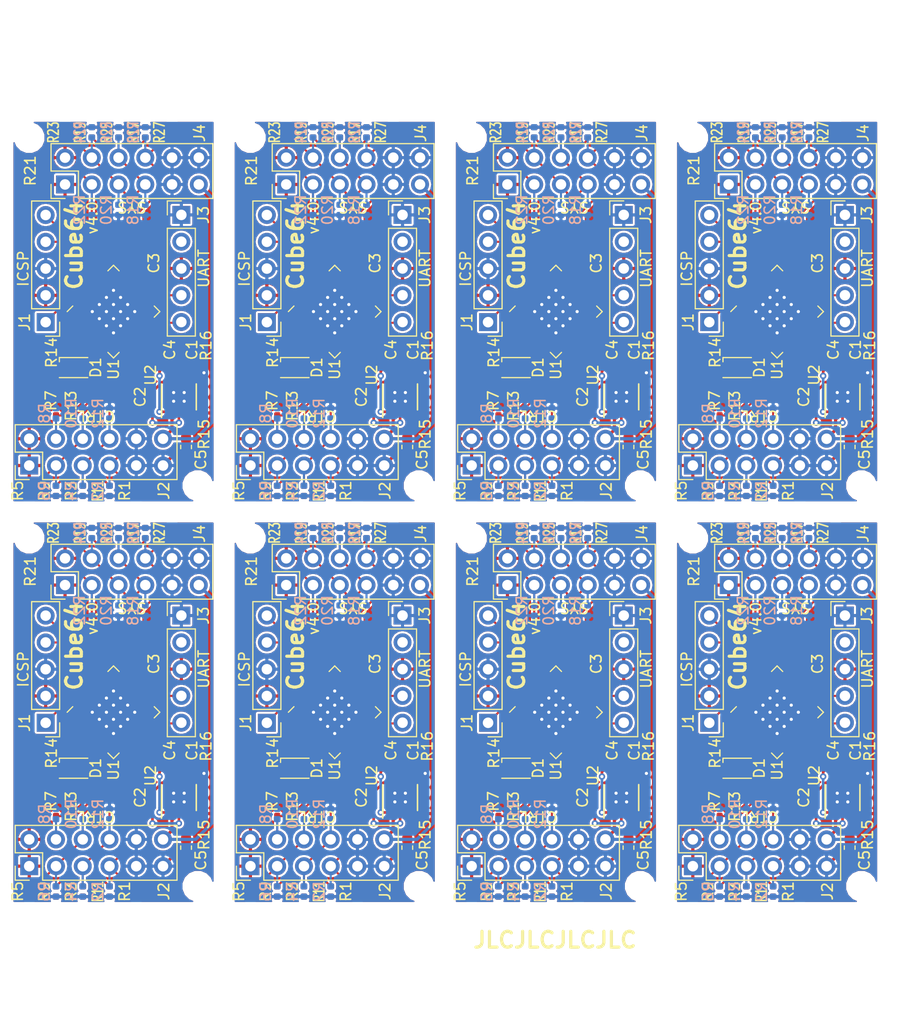
<source format=kicad_pcb>
(kicad_pcb (version 20171130) (host pcbnew 5.0.0-fee4fd1~66~ubuntu18.04.1)
  (title_block (title "Cube64 SMD Panel") (date 2018-10-09) (rev A))
  (layers (0 F.Cu signal) (31 B.Cu signal) (34 B.Paste user) (35 F.Paste user) (36 B.SilkS user) (37 F.SilkS user) (38 B.Mask user) (39 F.Mask user) (44 Edge.Cuts user))
  (net 0 "")
  (net 1 +3V3)
  (net 2 "Net-(C2-Pad2)")
  (net 3 "Net-(C2-Pad1)")
  (net 4 +5V)
  (net 5 "Net-(D1-Pad2)")
  (net 6 "Net-(D1-Pad1)")
  (net 7 /PGC)
  (net 8 /PGD)
  (net 9 VPP)
  (net 10 /UART_RX)
  (net 11 /UART_TX)
  (net 12 /G_LED)
  (net 13 /R_LED)
  (net 14 "Net-(U1-Pad2)")
  (net 15 "Net-(U1-Pad3)")
  (net 16 GND)
  (net 17 "Net-(C4-Pad1)")
  (net 18 "Net-(C4-Pad2)")
  (net 19 /CTRL5)
  (net 20 /CTRL4)
  (net 21 /CTRL3)
  (net 22 /CTRL2)
  (net 23 /CTRL1)
  (net 24 /CTRL0)
  (net 25 "Net-(J3-Pad2)")
  (net 26 /SYS0)
  (net 27 /SYS1)
  (net 28 /SYS2)
  (net 29 /SYS3)
  (net 30 /SYS4)
  (net 31 /SYS5)
  (net 32 "Net-(R15-Pad2)")
  (net 33 "Net-(U1-Pad1)")
  (net 34 "Net-(U1-Pad4)")
  (net 35 "Net-(U1-Pad27)")
  (net 36 "Net-(U1-Pad28)")
  (module MountingHole:MountingHole_2.5mm (layer F.Cu) (at 39.5 40.5 90)
    (fp_text reference REF** hide)
    (fp_text value MountingHole_2.5mm)
    (pad "" np_thru_hole circle (at 0 0 90) (size 2.5 2.5) (drill 2.5) (layers *.Cu *.Paste *.Mask))
  )
  (module MountingHole:MountingHole_2.5mm (layer F.Cu) (at -39.5 40.5 90)
    (fp_text reference REF** hide)
    (fp_text value MountingHole_2.5mm)
    (pad "" np_thru_hole circle (at 0 0 90) (size 2.5 2.5) (drill 2.5) (layers *.Cu *.Paste *.Mask))
  )
  (module MountingHole:MountingHole_2.5mm (layer F.Cu) (at 39.5 -40.5 90)
    (fp_text reference REF** hide)
    (fp_text value MountingHole_2.5mm)
    (pad "" np_thru_hole circle (at 0 0 90) (size 2.5 2.5) (drill 2.5) (layers *.Cu *.Paste *.Mask))
  )
  (module MountingHole:MountingHole_2.5mm (layer F.Cu) (at -39.5 -40.5 90)
    (fp_text reference REF** hide)
    (fp_text value MountingHole_2.5mm)
    (pad "" np_thru_hole circle (at 0 0 90) (size 2.5 2.5) (drill 2.5) (layers *.Cu *.Paste *.Mask))
  )
  (module cube64:C_0402_1005Metric (layer F.Cu) (at -27.67 -21.63 315)
    (fp_text reference C3 (at -1.385929 -1.385929 270) (layer F.SilkS))
    (fp_text value 0.1u)
    (pad 2 smd roundrect (at 0.485 0 315) (size 0.59 0.64) (layers F.Cu F.Paste F.Mask) (net 16 GND))
    (pad 1 smd roundrect (at -0.485 0 315) (size 0.59 0.64) (layers F.Cu F.Paste F.Mask) (net 1 +3V3))
  )
  (module cube64:R_0402_1005Metric (layer B.Cu) (at -36.96 -2 270)
    (fp_text reference R6 (at 0 1.1 270) (layer B.SilkS) (effects (justify mirror)))
    (fp_text value 4K7)
    (pad 1 smd roundrect (at -0.485 0 270) (size 0.59 0.64) (layers B.Cu B.Paste B.Mask) (net 23 /CTRL1))
    (pad 2 smd roundrect (at 0.485 0 270) (size 0.59 0.64) (layers B.Cu B.Paste B.Mask) (net 16 GND))
  )
  (module cube64:R_0402_1005Metric (layer F.Cu) (at -31.88 -2 90)
    (fp_text reference R11 (at 0 -1.1 90) (layer F.SilkS) (effects (font (size 1 0.7))))
    (fp_text value 4K7)
    (pad 2 smd roundrect (at 0.485 0 90) (size 0.59 0.64) (layers F.Cu F.Paste F.Mask) (net 20 /CTRL4))
    (pad 1 smd roundrect (at -0.485 0 90) (size 0.59 0.64) (layers F.Cu F.Paste F.Mask) (net 1 +3V3))
  )
  (module cube64:PinHeader_1x05_P2.54mm_Vertical (layer F.Cu) (at -37.94 -18 180)
    (fp_text reference J1 (at 2 0 270) (layer F.SilkS))
    (fp_text value ICSP)
    (pad 1 thru_hole rect (at 0 0 180) (size 1.7 1.7) (drill 1) (layers *.Cu *.Mask) (net 9 VPP))
    (pad 2 thru_hole oval (at 0 2.54 180) (size 1.7 1.7) (drill 1) (layers *.Cu *.Mask) (net 1 +3V3))
    (pad 3 thru_hole oval (at 0 5.08 180) (size 1.7 1.7) (drill 1) (layers *.Cu *.Mask) (net 16 GND))
    (pad 4 thru_hole oval (at 0 7.62 180) (size 1.7 1.7) (drill 1) (layers *.Cu *.Mask) (net 8 /PGD))
    (pad 5 thru_hole oval (at 0 10.16 180) (size 1.7 1.7) (drill 1) (layers *.Cu *.Mask) (net 7 /PGC))
  )
  (module cube64:D_0606_1616Metric (layer F.Cu) (at -35.29 -13.69)
    (fp_text reference D1 (at 2.1 0 -270) (layer F.SilkS))
    (fp_text value LED_Dual_AACC)
    (pad 2 smd rect (at -0.725 0.425) (size 0.85 0.65) (layers F.Cu F.Paste F.Mask) (net 5 "Net-(D1-Pad2)"))
    (pad 4 smd rect (at 0.725 0.425) (size 0.85 0.65) (layers F.Cu F.Paste F.Mask) (net 13 /R_LED))
    (pad 3 smd rect (at 0.725 -0.425) (size 0.85 0.65) (layers F.Cu F.Paste F.Mask) (net 12 /G_LED))
    (pad 1 smd rect (at -0.725 -0.425) (size 0.85 0.65) (layers F.Cu F.Paste F.Mask) (net 6 "Net-(D1-Pad1)"))
  )
  (module cube64:R_0402_1005Metric (layer F.Cu) (at -35.53 -15.36 180)
    (fp_text reference R14 (at 1.86 -0.25 90) (layer F.SilkS))
    (fp_text value 64.9)
    (pad 2 smd roundrect (at 0.485 0 180) (size 0.59 0.64) (layers F.Cu F.Paste F.Mask) (net 6 "Net-(D1-Pad1)"))
    (pad 1 smd roundrect (at -0.485 0 180) (size 0.59 0.64) (layers F.Cu F.Paste F.Mask) (net 1 +3V3))
  )
  (module cube64:R_0402_1005Metric (layer B.Cu) (at -31.02 -28.65 270)
    (fp_text reference R20 (at 0 1.17 270) (layer B.SilkS) (effects (justify mirror)))
    (fp_text value 4K7)
    (pad 1 smd roundrect (at -0.485 0 270) (size 0.59 0.64) (layers B.Cu B.Paste B.Mask) (net 28 /SYS2))
    (pad 2 smd roundrect (at 0.485 0 270) (size 0.59 0.64) (layers B.Cu B.Paste B.Mask) (net 16 GND))
  )
  (module cube64:QFN-28-1EP_6x6mm_P0.65mm_EP4.25x4.25mm_ThermalVias (layer F.Cu) (at -31.5 -19 45)
    (fp_text reference U1 (at -3.867874 3.867874 -270) (layer F.SilkS))
    (fp_text value PIC18F24Q10)
    (pad 28 smd roundrect (at -1.95 -2.85 45) (size 0.37 1) (layers F.Cu F.Paste F.Mask) (net 36 "Net-(U1-Pad28)"))
    (pad 27 smd roundrect (at -1.3 -2.85 45) (size 0.37 1) (layers F.Cu F.Paste F.Mask) (net 35 "Net-(U1-Pad27)"))
    (pad 26 smd roundrect (at -0.65 -2.85 45) (size 0.37 1) (layers F.Cu F.Paste F.Mask) (net 9 VPP))
    (pad 25 smd roundrect (at 0 -2.85 45) (size 0.37 1) (layers F.Cu F.Paste F.Mask) (net 8 /PGD))
    (pad 24 smd roundrect (at 0.65 -2.85 45) (size 0.37 1) (layers F.Cu F.Paste F.Mask) (net 7 /PGC))
    (pad 23 smd roundrect (at 1.3 -2.85 45) (size 0.37 1) (layers F.Cu F.Paste F.Mask) (net 26 /SYS0))
    (pad 22 smd roundrect (at 1.95 -2.85 45) (size 0.37 1) (layers F.Cu F.Paste F.Mask) (net 27 /SYS1))
    (pad 21 smd roundrect (at 2.85 -1.95 45) (size 1 0.37) (layers F.Cu F.Paste F.Mask) (net 28 /SYS2))
    (pad 20 smd roundrect (at 2.85 -1.3 45) (size 1 0.37) (layers F.Cu F.Paste F.Mask) (net 29 /SYS3))
    (pad 19 smd roundrect (at 2.85 -0.65 45) (size 1 0.37) (layers F.Cu F.Paste F.Mask) (net 30 /SYS4))
    (pad 18 smd roundrect (at 2.85 0 45) (size 1 0.37) (layers F.Cu F.Paste F.Mask) (net 31 /SYS5))
    (pad 17 smd roundrect (at 2.85 0.65 45) (size 1 0.37) (layers F.Cu F.Paste F.Mask) (net 1 +3V3))
    (pad 16 smd roundrect (at 2.85 1.3 45) (size 1 0.37) (layers F.Cu F.Paste F.Mask) (net 16 GND))
    (pad 15 smd roundrect (at 2.85 1.95 45) (size 1 0.37) (layers F.Cu F.Paste F.Mask) (net 11 /UART_TX))
    (pad 14 smd roundrect (at 1.95 2.85 45) (size 0.37 1) (layers F.Cu F.Paste F.Mask) (net 10 /UART_RX))
    (pad 13 smd roundrect (at 1.3 2.85 45) (size 0.37 1) (layers F.Cu F.Paste F.Mask) (net 19 /CTRL5))
    (pad 12 smd roundrect (at 0.65 2.85 45) (size 0.37 1) (layers F.Cu F.Paste F.Mask) (net 20 /CTRL4))
    (pad 11 smd roundrect (at 0 2.85 45) (size 0.37 1) (layers F.Cu F.Paste F.Mask) (net 21 /CTRL3))
    (pad 10 smd roundrect (at -0.65 2.85 45) (size 0.37 1) (layers F.Cu F.Paste F.Mask) (net 22 /CTRL2))
    (pad 9 smd roundrect (at -1.3 2.85 45) (size 0.37 1) (layers F.Cu F.Paste F.Mask) (net 23 /CTRL1))
    (pad 8 smd roundrect (at -1.95 2.85 45) (size 0.37 1) (layers F.Cu F.Paste F.Mask) (net 24 /CTRL0))
    (pad 7 smd roundrect (at -2.85 1.95 45) (size 1 0.37) (layers F.Cu F.Paste F.Mask) (net 13 /R_LED))
    (pad 6 smd roundrect (at -2.85 1.3 45) (size 1 0.37) (layers F.Cu F.Paste F.Mask) (net 12 /G_LED))
    (pad 5 smd roundrect (at -2.85 0.65 45) (size 1 0.37) (layers F.Cu F.Paste F.Mask) (net 16 GND))
    (pad 4 smd roundrect (at -2.85 0 45) (size 1 0.37) (layers F.Cu F.Paste F.Mask) (net 34 "Net-(U1-Pad4)"))
    (pad 3 smd roundrect (at -2.85 -0.65 45) (size 1 0.37) (layers F.Cu F.Paste F.Mask) (net 15 "Net-(U1-Pad3)"))
    (pad 2 smd roundrect (at -2.85 -1.3 45) (size 1 0.37) (layers F.Cu F.Paste F.Mask) (net 14 "Net-(U1-Pad2)"))
    (pad 1 smd roundrect (at -2.85 -1.95 45) (size 1 0.37) (layers F.Cu F.Paste F.Mask) (net 33 "Net-(U1-Pad1)"))
    (pad 29 smd roundrect (at 0 0 45) (size 3.35 3.35) (layers B.Cu) (roundrect_rratio 0.075) (net 16 GND))
    (pad 29 thru_hole circle (at 1.425 1.425 45) (size 0.6 0.6) (drill 0.3) (layers *.Cu) (net 16 GND))
    (pad 29 thru_hole circle (at 0.475 1.425 45) (size 0.6 0.6) (drill 0.3) (layers *.Cu) (net 16 GND))
    (pad 29 thru_hole circle (at -0.475 1.425 45) (size 0.6 0.6) (drill 0.3) (layers *.Cu) (net 16 GND))
    (pad 29 thru_hole circle (at -1.425 1.425 45) (size 0.6 0.6) (drill 0.3) (layers *.Cu) (net 16 GND))
    (pad 29 thru_hole circle (at 1.425 0.475 45) (size 0.6 0.6) (drill 0.3) (layers *.Cu) (net 16 GND))
    (pad 29 thru_hole circle (at 0.475 0.475 45) (size 0.6 0.6) (drill 0.3) (layers *.Cu) (net 16 GND))
    (pad 29 thru_hole circle (at -0.475 0.475 45) (size 0.6 0.6) (drill 0.3) (layers *.Cu) (net 16 GND))
    (pad 29 thru_hole circle (at -1.425 0.475 45) (size 0.6 0.6) (drill 0.3) (layers *.Cu) (net 16 GND))
    (pad 29 thru_hole circle (at 1.425 -0.475 45) (size 0.6 0.6) (drill 0.3) (layers *.Cu) (net 16 GND))
    (pad 29 thru_hole circle (at 0.475 -0.475 45) (size 0.6 0.6) (drill 0.3) (layers *.Cu) (net 16 GND))
    (pad 29 thru_hole circle (at -0.475 -0.475 45) (size 0.6 0.6) (drill 0.3) (layers *.Cu) (net 16 GND))
    (pad 29 thru_hole circle (at -1.425 -0.475 45) (size 0.6 0.6) (drill 0.3) (layers *.Cu) (net 16 GND))
    (pad 29 thru_hole circle (at 1.425 -1.425 45) (size 0.6 0.6) (drill 0.3) (layers *.Cu) (net 16 GND))
    (pad 29 thru_hole circle (at 0.475 -1.425 45) (size 0.6 0.6) (drill 0.3) (layers *.Cu) (net 16 GND))
    (pad 29 thru_hole circle (at -0.475 -1.425 45) (size 0.6 0.6) (drill 0.3) (layers *.Cu) (net 16 GND))
    (pad 29 thru_hole circle (at -1.425 -1.425 45) (size 0.6 0.6) (drill 0.3) (layers *.Cu) (net 16 GND))
    (pad 29 smd roundrect (at 0 0 45) (size 4.25 4.25) (layers F.Cu F.Mask) (roundrect_rratio 0.058824) (net 16 GND))
  )
  (module cube64:R_0402_1005Metric (layer F.Cu) (at -31.02 -36 270)
    (fp_text reference R25 (at 0 1.1 270) (layer F.SilkS) (effects (font (size 1 0.7))))
    (fp_text value 4K7)
    (pad 1 smd roundrect (at -0.485 0 270) (size 0.59 0.64) (layers F.Cu F.Paste F.Mask) (net 1 +3V3))
    (pad 2 smd roundrect (at 0.485 0 270) (size 0.59 0.64) (layers F.Cu F.Paste F.Mask) (net 29 /SYS3))
  )
  (module cube64:R_0402_1005Metric (layer B.Cu) (at -31.88 -2 270)
    (fp_text reference R2 (at 0 1.1 270) (layer B.SilkS) (effects (justify mirror)))
    (fp_text value 4K7)
    (pad 1 smd roundrect (at -0.485 0 270) (size 0.59 0.64) (layers B.Cu B.Paste B.Mask) (net 19 /CTRL5))
    (pad 2 smd roundrect (at 0.485 0 270) (size 0.59 0.64) (layers B.Cu B.Paste B.Mask) (net 16 GND))
  )
  (module cube64:R_0402_1005Metric (layer B.Cu) (at -31.02 -36 90)
    (fp_text reference R26 (at 0 -1.15 90) (layer B.SilkS) (effects (font (size 1 0.7)) (justify mirror)))
    (fp_text value 4K7)
    (pad 2 smd roundrect (at 0.485 0 90) (size 0.59 0.64) (layers B.Cu B.Paste B.Mask) (net 16 GND))
    (pad 1 smd roundrect (at -0.485 0 90) (size 0.59 0.64) (layers B.Cu B.Paste B.Mask) (net 29 /SYS3))
  )
  (module cube64:R_0402_1005Metric (layer F.Cu) (at -37.44 -9.15)
    (fp_text reference R7 (at 0 -1.4 -270) (layer F.SilkS))
    (fp_text value 4K7)
    (pad 2 smd roundrect (at 0.485 0) (size 0.59 0.64) (layers F.Cu F.Paste F.Mask) (net 24 /CTRL0))
    (pad 1 smd roundrect (at -0.485 0) (size 0.59 0.64) (layers F.Cu F.Paste F.Mask) (net 1 +3V3))
  )
  (module cube64:R_0402_1005Metric (layer B.Cu) (at -28.48 -28.65 270)
    (fp_text reference R18 (at 0 1.17 270) (layer B.SilkS) (effects (justify mirror)))
    (fp_text value 4K7)
    (pad 1 smd roundrect (at -0.485 0 270) (size 0.59 0.64) (layers B.Cu B.Paste B.Mask) (net 30 /SYS4))
    (pad 2 smd roundrect (at 0.485 0 270) (size 0.59 0.64) (layers B.Cu B.Paste B.Mask) (net 16 GND))
  )
  (module cube64:R_0402_1005Metric (layer F.Cu) (at -34.42 -2 90)
    (fp_text reference R3 (at 0 -1.1 90) (layer F.SilkS))
    (fp_text value 4K7)
    (pad 2 smd roundrect (at 0.485 0 90) (size 0.59 0.64) (layers F.Cu F.Paste F.Mask) (net 21 /CTRL3))
    (pad 1 smd roundrect (at -0.485 0 90) (size 0.59 0.64) (layers F.Cu F.Paste F.Mask) (net 1 +3V3))
  )
  (module cube64:R_0402_1005Metric (layer B.Cu) (at -34.42 -9.35 90)
    (fp_text reference R10 (at 0 -1.1 90) (layer B.SilkS) (effects (justify mirror)))
    (fp_text value 4K7)
    (pad 1 smd roundrect (at -0.485 0 90) (size 0.59 0.64) (layers B.Cu B.Paste B.Mask) (net 22 /CTRL2))
    (pad 2 smd roundrect (at 0.485 0 90) (size 0.59 0.64) (layers B.Cu B.Paste B.Mask) (net 16 GND))
  )
  (module cube64:R_0402_1005Metric (layer F.Cu) (at -22.91 -9.87 90)
    (fp_text reference R15 (at -2.5 0 90) (layer F.SilkS))
    (fp_text value 402k)
    (pad 1 smd roundrect (at -0.485 0 90) (size 0.59 0.64) (layers F.Cu F.Paste F.Mask) (net 1 +3V3))
    (pad 2 smd roundrect (at 0.485 0 90) (size 0.59 0.64) (layers F.Cu F.Paste F.Mask) (net 32 "Net-(R15-Pad2)"))
  )
  (module cube64:C_0402_1005Metric (layer F.Cu) (at -26.16 -13.83)
    (fp_text reference C4 (at 0 -1.55 -270) (layer F.SilkS))
    (fp_text value 2.2u)
    (pad 2 smd roundrect (at 0.485 0) (size 0.59 0.64) (layers F.Cu F.Paste F.Mask) (net 18 "Net-(C4-Pad2)"))
    (pad 1 smd roundrect (at -0.485 0) (size 0.59 0.64) (layers F.Cu F.Paste F.Mask) (net 17 "Net-(C4-Pad1)"))
  )
  (module cube64:C_0402_1005Metric (layer F.Cu) (at -27.8 -10.91 90)
    (fp_text reference C2 (at 0 -1.17 90) (layer F.SilkS))
    (fp_text value 2.2u)
    (pad 1 smd roundrect (at -0.485 0 90) (size 0.59 0.64) (layers F.Cu F.Paste F.Mask) (net 3 "Net-(C2-Pad1)"))
    (pad 2 smd roundrect (at 0.485 0 90) (size 0.59 0.64) (layers F.Cu F.Paste F.Mask) (net 2 "Net-(C2-Pad2)"))
  )
  (module cube64:R_0402_1005Metric (layer F.Cu) (at -29.34 -2 90)
    (fp_text reference R1 (at 0 -1.1 90) (layer F.SilkS))
    (fp_text value 4K7)
    (pad 2 smd roundrect (at 0.485 0 90) (size 0.59 0.64) (layers F.Cu F.Paste F.Mask) (net 19 /CTRL5))
    (pad 1 smd roundrect (at -0.485 0 90) (size 0.59 0.64) (layers F.Cu F.Paste F.Mask) (net 1 +3V3))
  )
  (module cube64:PinHeader_1x05_P2.54mm_Vertical (layer F.Cu) (at -25.06 -28.17)
    (fp_text reference J3 (at 2.1 0 -270) (layer F.SilkS))
    (fp_text value UART)
    (pad 5 thru_hole oval (at 0 10.16) (size 1.7 1.7) (drill 1) (layers *.Cu *.Mask) (net 10 /UART_RX))
    (pad 4 thru_hole oval (at 0 7.62) (size 1.7 1.7) (drill 1) (layers *.Cu *.Mask) (net 11 /UART_TX))
    (pad 3 thru_hole oval (at 0 5.08) (size 1.7 1.7) (drill 1) (layers *.Cu *.Mask) (net 1 +3V3))
    (pad 2 thru_hole oval (at 0 2.54) (size 1.7 1.7) (drill 1) (layers *.Cu *.Mask) (net 25 "Net-(J3-Pad2)"))
    (pad 1 thru_hole rect (at 0 0) (size 1.7 1.7) (drill 1) (layers *.Cu *.Mask) (net 16 GND))
  )
  (module cube64:R_0402_1005Metric (layer F.Cu) (at -36.1 -36 270)
    (fp_text reference R23 (at 0 1.1 270) (layer F.SilkS) (effects (font (size 1 0.7))))
    (fp_text value 4K7)
    (pad 2 smd roundrect (at 0.485 0 270) (size 0.59 0.64) (layers F.Cu F.Paste F.Mask) (net 27 /SYS1))
    (pad 1 smd roundrect (at -0.485 0 270) (size 0.59 0.64) (layers F.Cu F.Paste F.Mask) (net 1 +3V3))
  )
  (module cube64:R_0402_1005Metric (layer F.Cu) (at -39.5 -2 90)
    (fp_text reference R5 (at 0 -1.1 90) (layer F.SilkS))
    (fp_text value 4K7)
    (pad 2 smd roundrect (at 0.485 0 90) (size 0.59 0.64) (layers F.Cu F.Paste F.Mask) (net 23 /CTRL1))
    (pad 1 smd roundrect (at -0.485 0 90) (size 0.59 0.64) (layers F.Cu F.Paste F.Mask) (net 1 +3V3))
  )
  (module cube64:R_0402_1005Metric (layer F.Cu) (at -35.53 -12.06 180)
    (fp_text reference R13 (at 0 -2 270) (layer F.SilkS))
    (fp_text value 64.9)
    (pad 1 smd roundrect (at -0.485 0 180) (size 0.59 0.64) (layers F.Cu F.Paste F.Mask) (net 1 +3V3))
    (pad 2 smd roundrect (at 0.485 0 180) (size 0.59 0.64) (layers F.Cu F.Paste F.Mask) (net 5 "Net-(D1-Pad2)"))
  )
  (module cube64:DFN-10-1EP_3x3mm_P0.5mm_EP1.55x2.48mm (layer F.Cu) (at -25.29 -10.91 90)
    (fp_text reference U2 (at 2.08 -2.69 90) (layer F.SilkS))
    (fp_text value LTC3203B-1)
    (pad 1 smd roundrect (at -1.4125 -1 90) (size 0.675 0.25) (layers F.Cu F.Paste F.Mask) (net 17 "Net-(C4-Pad1)"))
    (pad 2 smd roundrect (at -1.4125 -0.5 90) (size 0.675 0.25) (layers F.Cu F.Paste F.Mask) (net 4 +5V))
    (pad 3 smd roundrect (at -1.4125 0 90) (size 0.675 0.25) (layers F.Cu F.Paste F.Mask) (net 3 "Net-(C2-Pad1)"))
    (pad 4 smd roundrect (at -1.4125 0.5 90) (size 0.675 0.25) (layers F.Cu F.Paste F.Mask) (net 1 +3V3))
    (pad 5 smd roundrect (at -1.4125 1 90) (size 0.675 0.25) (layers F.Cu F.Paste F.Mask) (net 1 +3V3))
    (pad 6 smd roundrect (at 1.4125 1 90) (size 0.675 0.25) (layers F.Cu F.Paste F.Mask) (net 32 "Net-(R15-Pad2)"))
    (pad 7 smd roundrect (at 1.4125 0.5 90) (size 0.675 0.25) (layers F.Cu F.Paste F.Mask) (net 1 +3V3))
    (pad 8 smd roundrect (at 1.4125 0 90) (size 0.675 0.25) (layers F.Cu F.Paste F.Mask) (net 18 "Net-(C4-Pad2)"))
    (pad 9 smd roundrect (at 1.4125 -0.5 90) (size 0.675 0.25) (layers F.Cu F.Paste F.Mask) (net 16 GND))
    (pad 10 smd roundrect (at 1.4125 -1 90) (size 0.675 0.25) (layers F.Cu F.Paste F.Mask) (net 2 "Net-(C2-Pad2)"))
    (pad 11 smd roundrect (at 0 0 90) (size 1.65 2.38) (layers F.Cu F.Mask) (roundrect_rratio 0.059) (net 16 GND))
    (pad 11 thru_hole circle (at -0.4125 -0.5 90) (size 0.6 0.6) (drill 0.3) (layers *.Cu) (net 16 GND))
    (pad 11 thru_hole circle (at 0.4125 -0.5 90) (size 0.6 0.6) (drill 0.3) (layers *.Cu) (net 16 GND))
    (pad 11 thru_hole circle (at -0.4125 0.5 90) (size 0.6 0.6) (drill 0.3) (layers *.Cu) (net 16 GND))
    (pad 11 thru_hole circle (at 0.4125 0.5 90) (size 0.6 0.6) (drill 0.3) (layers *.Cu) (net 16 GND))
  )
  (module cube64:R_0402_1005Metric (layer F.Cu) (at -28.48 -36 270)
    (fp_text reference R17 (at 0 1.1 270) (layer F.SilkS) (effects (font (size 1 0.7))))
    (fp_text value 4K7)
    (pad 2 smd roundrect (at 0.485 0 270) (size 0.59 0.64) (layers F.Cu F.Paste F.Mask) (net 30 /SYS4))
    (pad 1 smd roundrect (at -0.485 0 270) (size 0.59 0.64) (layers F.Cu F.Paste F.Mask) (net 1 +3V3))
  )
  (module cube64:R_0402_1005Metric (layer B.Cu) (at -31.88 -9.35 90)
    (fp_text reference R12 (at 0 -1.1 270) (layer B.SilkS) (effects (justify mirror)))
    (fp_text value 4K7)
    (pad 1 smd roundrect (at -0.485 0 90) (size 0.59 0.64) (layers B.Cu B.Paste B.Mask) (net 20 /CTRL4))
    (pad 2 smd roundrect (at 0.485 0 90) (size 0.59 0.64) (layers B.Cu B.Paste B.Mask) (net 16 GND))
  )
  (module cube64:R_0402_1005Metric (layer B.Cu) (at -28.48 -36 90)
    (fp_text reference R28 (at 0 -1.15 90) (layer B.SilkS) (effects (font (size 1 0.7)) (justify mirror)))
    (fp_text value 4K7)
    (pad 2 smd roundrect (at 0.485 0 90) (size 0.59 0.64) (layers B.Cu B.Paste B.Mask) (net 16 GND))
    (pad 1 smd roundrect (at -0.485 0 90) (size 0.59 0.64) (layers B.Cu B.Paste B.Mask) (net 31 /SYS5))
  )
  (module cube64:R_0402_1005Metric (layer B.Cu) (at -33.56 -28.65 270)
    (fp_text reference R22 (at 0 1.17 270) (layer B.SilkS) (effects (justify mirror)))
    (fp_text value 4K7)
    (pad 1 smd roundrect (at -0.485 0 270) (size 0.59 0.64) (layers B.Cu B.Paste B.Mask) (net 26 /SYS0))
    (pad 2 smd roundrect (at 0.485 0 270) (size 0.59 0.64) (layers B.Cu B.Paste B.Mask) (net 16 GND))
  )
  (module cube64:PinHeader_2x06_P2.54mm_Vertical (layer F.Cu) (at -36.1 -31.06 90)
    (fp_text reference J4 (at 4.87 12.77 90) (layer F.SilkS))
    (fp_text value SYS)
    (pad 12 thru_hole oval (at 2.54 12.7 90) (size 1.7 1.7) (drill 1) (layers *.Cu *.Mask) (net 16 GND))
    (pad 11 thru_hole oval (at 0 12.7 90) (size 1.7 1.7) (drill 1) (layers *.Cu *.Mask) (net 4 +5V))
    (pad 10 thru_hole oval (at 2.54 10.16 90) (size 1.7 1.7) (drill 1) (layers *.Cu *.Mask) (net 16 GND))
    (pad 9 thru_hole oval (at 0 10.16 90) (size 1.7 1.7) (drill 1) (layers *.Cu *.Mask) (net 16 GND))
    (pad 8 thru_hole oval (at 2.54 7.62 90) (size 1.7 1.7) (drill 1) (layers *.Cu *.Mask) (net 31 /SYS5))
    (pad 7 thru_hole oval (at 0 7.62 90) (size 1.7 1.7) (drill 1) (layers *.Cu *.Mask) (net 30 /SYS4))
    (pad 6 thru_hole oval (at 2.54 5.08 90) (size 1.7 1.7) (drill 1) (layers *.Cu *.Mask) (net 29 /SYS3))
    (pad 5 thru_hole oval (at 0 5.08 90) (size 1.7 1.7) (drill 1) (layers *.Cu *.Mask) (net 28 /SYS2))
    (pad 4 thru_hole oval (at 2.54 2.54 90) (size 1.7 1.7) (drill 1) (layers *.Cu *.Mask) (net 27 /SYS1))
    (pad 3 thru_hole oval (at 0 2.54 90) (size 1.7 1.7) (drill 1) (layers *.Cu *.Mask) (net 26 /SYS0))
    (pad 2 thru_hole oval (at 2.54 0 90) (size 1.7 1.7) (drill 1) (layers *.Cu *.Mask) (net 1 +3V3))
    (pad 1 thru_hole rect (at 0 0 90) (size 1.7 1.7) (drill 1) (layers *.Cu *.Mask) (net 1 +3V3))
  )
  (module MountingHole:MountingHole_2.5mm (layer F.Cu) (at -39.5 -35.5 90)
    (fp_text reference REF** hide)
    (fp_text value MountingHole_2.5mm)
    (pad "" np_thru_hole circle (at 0 0 90) (size 2.5 2.5) (drill 2.5) (layers *.Cu *.Mask))
  )
  (module cube64:R_0402_1005Metric (layer F.Cu) (at -22.91 -11.88 90)
    (fp_text reference R16 (at 3.9 0.2 90) (layer F.SilkS))
    (fp_text value 100k)
    (pad 2 smd roundrect (at 0.485 0 90) (size 0.59 0.64) (layers F.Cu F.Paste F.Mask) (net 16 GND))
    (pad 1 smd roundrect (at -0.485 0 90) (size 0.59 0.64) (layers F.Cu F.Paste F.Mask) (net 32 "Net-(R15-Pad2)"))
  )
  (module cube64:C_0603_1608Metric (layer F.Cu) (at -24.61 -6.16 270)
    (fp_text reference C5 (at 1.2 -1.4 90) (layer F.SilkS))
    (fp_text value 4.7u)
    (pad 2 smd roundrect (at 0.7875 0 270) (size 0.875 0.95) (layers F.Cu F.Paste F.Mask) (net 16 GND))
    (pad 1 smd roundrect (at -0.7875 0 270) (size 0.875 0.95) (layers F.Cu F.Paste F.Mask) (net 4 +5V))
  )
  (module cube64:R_0402_1005Metric (layer B.Cu) (at -34.42 -2 270)
    (fp_text reference R4 (at 0 1.1 270) (layer B.SilkS) (effects (justify mirror)))
    (fp_text value 4K7)
    (pad 1 smd roundrect (at -0.485 0 270) (size 0.59 0.64) (layers B.Cu B.Paste B.Mask) (net 21 /CTRL3))
    (pad 2 smd roundrect (at 0.485 0 270) (size 0.59 0.64) (layers B.Cu B.Paste B.Mask) (net 16 GND))
  )
  (module MountingHole:MountingHole_2.5mm (layer F.Cu) (at -23.5 -2.5 90)
    (fp_text reference REF** hide)
    (fp_text value MountingHole_2.5mm)
    (pad "" np_thru_hole circle (at 0 0 90) (size 2.5 2.5) (drill 2.5) (layers *.Cu *.Mask))
  )
  (module cube64:PinHeader_2x06_P2.54mm_Vertical (layer F.Cu) (at -39.5 -4.4 90)
    (fp_text reference J2 (at -2.39 12.78 90) (layer F.SilkS))
    (fp_text value CTRL)
    (pad 1 thru_hole rect (at 0 0 90) (size 1.7 1.7) (drill 1) (layers *.Cu *.Mask) (net 1 +3V3))
    (pad 2 thru_hole oval (at 2.54 0 90) (size 1.7 1.7) (drill 1) (layers *.Cu *.Mask) (net 1 +3V3))
    (pad 3 thru_hole oval (at 0 2.54 90) (size 1.7 1.7) (drill 1) (layers *.Cu *.Mask) (net 23 /CTRL1))
    (pad 4 thru_hole oval (at 2.54 2.54 90) (size 1.7 1.7) (drill 1) (layers *.Cu *.Mask) (net 24 /CTRL0))
    (pad 5 thru_hole oval (at 0 5.08 90) (size 1.7 1.7) (drill 1) (layers *.Cu *.Mask) (net 21 /CTRL3))
    (pad 6 thru_hole oval (at 2.54 5.08 90) (size 1.7 1.7) (drill 1) (layers *.Cu *.Mask) (net 22 /CTRL2))
    (pad 7 thru_hole oval (at 0 7.62 90) (size 1.7 1.7) (drill 1) (layers *.Cu *.Mask) (net 19 /CTRL5))
    (pad 8 thru_hole oval (at 2.54 7.62 90) (size 1.7 1.7) (drill 1) (layers *.Cu *.Mask) (net 20 /CTRL4))
    (pad 9 thru_hole oval (at 0 10.16 90) (size 1.7 1.7) (drill 1) (layers *.Cu *.Mask) (net 16 GND))
    (pad 10 thru_hole oval (at 2.54 10.16 90) (size 1.7 1.7) (drill 1) (layers *.Cu *.Mask) (net 16 GND))
    (pad 11 thru_hole oval (at 0 12.7 90) (size 1.7 1.7) (drill 1) (layers *.Cu *.Mask) (net 16 GND))
    (pad 12 thru_hole oval (at 2.54 12.7 90) (size 1.7 1.7) (drill 1) (layers *.Cu *.Mask) (net 4 +5V))
  )
  (module cube64:R_0402_1005Metric (layer B.Cu) (at -33.56 -36 90)
    (fp_text reference R24 (at 0 -1.15 90) (layer B.SilkS) (effects (font (size 1 0.7)) (justify mirror)))
    (fp_text value 4K7)
    (pad 1 smd roundrect (at -0.485 0 90) (size 0.59 0.64) (layers B.Cu B.Paste B.Mask) (net 27 /SYS1))
    (pad 2 smd roundrect (at 0.485 0 90) (size 0.59 0.64) (layers B.Cu B.Paste B.Mask) (net 16 GND))
  )
  (module cube64:R_0402_1005Metric (layer F.Cu) (at -25.94 -36 270)
    (fp_text reference R27 (at 0 1.2 270) (layer F.SilkS) (effects (font (size 1 0.7))))
    (fp_text value 4K7)
    (pad 1 smd roundrect (at -0.485 0 270) (size 0.59 0.64) (layers F.Cu F.Paste F.Mask) (net 1 +3V3))
    (pad 2 smd roundrect (at 0.485 0 270) (size 0.59 0.64) (layers F.Cu F.Paste F.Mask) (net 31 /SYS5))
  )
  (module cube64:C_0402_1005Metric (layer F.Cu) (at -24.06 -13.83)
    (fp_text reference C1 (at 0 -1.55 -270) (layer F.SilkS))
    (fp_text value 2.2u)
    (pad 1 smd roundrect (at -0.485 0) (size 0.59 0.64) (layers F.Cu F.Paste F.Mask) (net 1 +3V3))
    (pad 2 smd roundrect (at 0.485 0) (size 0.59 0.64) (layers F.Cu F.Paste F.Mask) (net 16 GND))
  )
  (module cube64:R_0402_1005Metric (layer B.Cu) (at -36.96 -9.35 90)
    (fp_text reference R8 (at 0 -1.1 90) (layer B.SilkS) (effects (justify mirror)))
    (fp_text value 4K7)
    (pad 1 smd roundrect (at -0.485 0 90) (size 0.59 0.64) (layers B.Cu B.Paste B.Mask) (net 24 /CTRL0))
    (pad 2 smd roundrect (at 0.485 0 90) (size 0.59 0.64) (layers B.Cu B.Paste B.Mask) (net 16 GND))
  )
  (module cube64:R_0402_1005Metric (layer F.Cu) (at -33.56 -36 270)
    (fp_text reference R19 (at 0 1.1 270) (layer F.SilkS) (effects (font (size 1 0.7))))
    (fp_text value 4K7)
    (pad 2 smd roundrect (at 0.485 0 270) (size 0.59 0.64) (layers F.Cu F.Paste F.Mask) (net 28 /SYS2))
    (pad 1 smd roundrect (at -0.485 0 270) (size 0.59 0.64) (layers F.Cu F.Paste F.Mask) (net 1 +3V3))
  )
  (module cube64:R_0402_1005Metric (layer F.Cu) (at -38.3 -32.36 90)
    (fp_text reference R21 (at 0 -1.1 90) (layer F.SilkS))
    (fp_text value 4K7)
    (pad 2 smd roundrect (at 0.485 0 90) (size 0.59 0.64) (layers F.Cu F.Paste F.Mask) (net 26 /SYS0))
    (pad 1 smd roundrect (at -0.485 0 90) (size 0.59 0.64) (layers F.Cu F.Paste F.Mask) (net 1 +3V3))
  )
  (module cube64:R_0402_1005Metric (layer F.Cu) (at -36.96 -2 90)
    (fp_text reference R9 (at 0 -1.1 90) (layer F.SilkS))
    (fp_text value 4K7)
    (pad 2 smd roundrect (at 0.485 0 90) (size 0.59 0.64) (layers F.Cu F.Paste F.Mask) (net 22 /CTRL2))
    (pad 1 smd roundrect (at -0.485 0 90) (size 0.59 0.64) (layers F.Cu F.Paste F.Mask) (net 1 +3V3))
  )
  (module cube64:R_0402_1005Metric (layer B.Cu) (at -36.96 36 270)
    (fp_text reference R6 (at 0 1.1 270) (layer B.SilkS) (effects (justify mirror)))
    (fp_text value 4K7)
    (pad 2 smd roundrect (at 0.485 0 270) (size 0.59 0.64) (layers B.Cu B.Paste B.Mask) (net 16 GND))
    (pad 1 smd roundrect (at -0.485 0 270) (size 0.59 0.64) (layers B.Cu B.Paste B.Mask) (net 23 /CTRL1))
  )
  (module cube64:R_0402_1005Metric (layer F.Cu) (at -31.88 36 90)
    (fp_text reference R11 (at 0 -1.1 90) (layer F.SilkS) (effects (font (size 1 0.7))))
    (fp_text value 4K7)
    (pad 1 smd roundrect (at -0.485 0 90) (size 0.59 0.64) (layers F.Cu F.Paste F.Mask) (net 1 +3V3))
    (pad 2 smd roundrect (at 0.485 0 90) (size 0.59 0.64) (layers F.Cu F.Paste F.Mask) (net 20 /CTRL4))
  )
  (module cube64:PinHeader_1x05_P2.54mm_Vertical (layer F.Cu) (at -37.94 20 180)
    (fp_text reference J1 (at 2 0 270) (layer F.SilkS))
    (fp_text value ICSP)
    (pad 5 thru_hole oval (at 0 10.16 180) (size 1.7 1.7) (drill 1) (layers *.Cu *.Mask) (net 7 /PGC))
    (pad 4 thru_hole oval (at 0 7.62 180) (size 1.7 1.7) (drill 1) (layers *.Cu *.Mask) (net 8 /PGD))
    (pad 3 thru_hole oval (at 0 5.08 180) (size 1.7 1.7) (drill 1) (layers *.Cu *.Mask) (net 16 GND))
    (pad 2 thru_hole oval (at 0 2.54 180) (size 1.7 1.7) (drill 1) (layers *.Cu *.Mask) (net 1 +3V3))
    (pad 1 thru_hole rect (at 0 0 180) (size 1.7 1.7) (drill 1) (layers *.Cu *.Mask) (net 9 VPP))
  )
  (module cube64:R_0402_1005Metric (layer F.Cu) (at -36.1 2 270)
    (fp_text reference R23 (at 0 1.1 270) (layer F.SilkS) (effects (font (size 1 0.7))))
    (fp_text value 4K7)
    (pad 1 smd roundrect (at -0.485 0 270) (size 0.59 0.64) (layers F.Cu F.Paste F.Mask) (net 1 +3V3))
    (pad 2 smd roundrect (at 0.485 0 270) (size 0.59 0.64) (layers F.Cu F.Paste F.Mask) (net 27 /SYS1))
  )
  (module cube64:R_0402_1005Metric (layer F.Cu) (at -39.5 36 90)
    (fp_text reference R5 (at 0 -1.1 90) (layer F.SilkS))
    (fp_text value 4K7)
    (pad 1 smd roundrect (at -0.485 0 90) (size 0.59 0.64) (layers F.Cu F.Paste F.Mask) (net 1 +3V3))
    (pad 2 smd roundrect (at 0.485 0 90) (size 0.59 0.64) (layers F.Cu F.Paste F.Mask) (net 23 /CTRL1))
  )
  (module MountingHole:MountingHole_2.5mm (layer F.Cu) (at -39.5 2.5 90)
    (fp_text reference REF** hide)
    (fp_text value MountingHole_2.5mm)
    (pad "" np_thru_hole circle (at 0 0 90) (size 2.5 2.5) (drill 2.5) (layers *.Cu *.Mask))
  )
  (module cube64:R_0402_1005Metric (layer F.Cu) (at -22.91 26.12 90)
    (fp_text reference R16 (at 3.9 0.2 90) (layer F.SilkS))
    (fp_text value 100k)
    (pad 1 smd roundrect (at -0.485 0 90) (size 0.59 0.64) (layers F.Cu F.Paste F.Mask) (net 32 "Net-(R15-Pad2)"))
    (pad 2 smd roundrect (at 0.485 0 90) (size 0.59 0.64) (layers F.Cu F.Paste F.Mask) (net 16 GND))
  )
  (module cube64:C_0603_1608Metric (layer F.Cu) (at -24.61 31.84 270)
    (fp_text reference C5 (at 1.2 -1.4 90) (layer F.SilkS))
    (fp_text value 4.7u)
    (pad 1 smd roundrect (at -0.7875 0 270) (size 0.875 0.95) (layers F.Cu F.Paste F.Mask) (net 4 +5V))
    (pad 2 smd roundrect (at 0.7875 0 270) (size 0.875 0.95) (layers F.Cu F.Paste F.Mask) (net 16 GND))
  )
  (module cube64:R_0402_1005Metric (layer B.Cu) (at -34.42 36 270)
    (fp_text reference R4 (at 0 1.1 270) (layer B.SilkS) (effects (justify mirror)))
    (fp_text value 4K7)
    (pad 2 smd roundrect (at 0.485 0 270) (size 0.59 0.64) (layers B.Cu B.Paste B.Mask) (net 16 GND))
    (pad 1 smd roundrect (at -0.485 0 270) (size 0.59 0.64) (layers B.Cu B.Paste B.Mask) (net 21 /CTRL3))
  )
  (module MountingHole:MountingHole_2.5mm (layer F.Cu) (at -23.5 35.5 90)
    (fp_text reference REF** hide)
    (fp_text value MountingHole_2.5mm)
    (pad "" np_thru_hole circle (at 0 0 90) (size 2.5 2.5) (drill 2.5) (layers *.Cu *.Mask))
  )
  (module cube64:QFN-28-1EP_6x6mm_P0.65mm_EP4.25x4.25mm_ThermalVias (layer F.Cu) (at -31.5 19 45)
    (fp_text reference U1 (at -3.867874 3.867874 -270) (layer F.SilkS))
    (fp_text value PIC18F24Q10)
    (pad 29 smd roundrect (at 0 0 45) (size 4.25 4.25) (layers F.Cu F.Mask) (roundrect_rratio 0.058824) (net 16 GND))
    (pad 29 thru_hole circle (at -1.425 -1.425 45) (size 0.6 0.6) (drill 0.3) (layers *.Cu) (net 16 GND))
    (pad 29 thru_hole circle (at -0.475 -1.425 45) (size 0.6 0.6) (drill 0.3) (layers *.Cu) (net 16 GND))
    (pad 29 thru_hole circle (at 0.475 -1.425 45) (size 0.6 0.6) (drill 0.3) (layers *.Cu) (net 16 GND))
    (pad 29 thru_hole circle (at 1.425 -1.425 45) (size 0.6 0.6) (drill 0.3) (layers *.Cu) (net 16 GND))
    (pad 29 thru_hole circle (at -1.425 -0.475 45) (size 0.6 0.6) (drill 0.3) (layers *.Cu) (net 16 GND))
    (pad 29 thru_hole circle (at -0.475 -0.475 45) (size 0.6 0.6) (drill 0.3) (layers *.Cu) (net 16 GND))
    (pad 29 thru_hole circle (at 0.475 -0.475 45) (size 0.6 0.6) (drill 0.3) (layers *.Cu) (net 16 GND))
    (pad 29 thru_hole circle (at 1.425 -0.475 45) (size 0.6 0.6) (drill 0.3) (layers *.Cu) (net 16 GND))
    (pad 29 thru_hole circle (at -1.425 0.475 45) (size 0.6 0.6) (drill 0.3) (layers *.Cu) (net 16 GND))
    (pad 29 thru_hole circle (at -0.475 0.475 45) (size 0.6 0.6) (drill 0.3) (layers *.Cu) (net 16 GND))
    (pad 29 thru_hole circle (at 0.475 0.475 45) (size 0.6 0.6) (drill 0.3) (layers *.Cu) (net 16 GND))
    (pad 29 thru_hole circle (at 1.425 0.475 45) (size 0.6 0.6) (drill 0.3) (layers *.Cu) (net 16 GND))
    (pad 29 thru_hole circle (at -1.425 1.425 45) (size 0.6 0.6) (drill 0.3) (layers *.Cu) (net 16 GND))
    (pad 29 thru_hole circle (at -0.475 1.425 45) (size 0.6 0.6) (drill 0.3) (layers *.Cu) (net 16 GND))
    (pad 29 thru_hole circle (at 0.475 1.425 45) (size 0.6 0.6) (drill 0.3) (layers *.Cu) (net 16 GND))
    (pad 29 thru_hole circle (at 1.425 1.425 45) (size 0.6 0.6) (drill 0.3) (layers *.Cu) (net 16 GND))
    (pad 29 smd roundrect (at 0 0 45) (size 3.35 3.35) (layers B.Cu) (roundrect_rratio 0.075) (net 16 GND))
    (pad 1 smd roundrect (at -2.85 -1.95 45) (size 1 0.37) (layers F.Cu F.Paste F.Mask) (net 33 "Net-(U1-Pad1)"))
    (pad 2 smd roundrect (at -2.85 -1.3 45) (size 1 0.37) (layers F.Cu F.Paste F.Mask) (net 14 "Net-(U1-Pad2)"))
    (pad 3 smd roundrect (at -2.85 -0.65 45) (size 1 0.37) (layers F.Cu F.Paste F.Mask) (net 15 "Net-(U1-Pad3)"))
    (pad 4 smd roundrect (at -2.85 0 45) (size 1 0.37) (layers F.Cu F.Paste F.Mask) (net 34 "Net-(U1-Pad4)"))
    (pad 5 smd roundrect (at -2.85 0.65 45) (size 1 0.37) (layers F.Cu F.Paste F.Mask) (net 16 GND))
    (pad 6 smd roundrect (at -2.85 1.3 45) (size 1 0.37) (layers F.Cu F.Paste F.Mask) (net 12 /G_LED))
    (pad 7 smd roundrect (at -2.85 1.95 45) (size 1 0.37) (layers F.Cu F.Paste F.Mask) (net 13 /R_LED))
    (pad 8 smd roundrect (at -1.95 2.85 45) (size 0.37 1) (layers F.Cu F.Paste F.Mask) (net 24 /CTRL0))
    (pad 9 smd roundrect (at -1.3 2.85 45) (size 0.37 1) (layers F.Cu F.Paste F.Mask) (net 23 /CTRL1))
    (pad 10 smd roundrect (at -0.65 2.85 45) (size 0.37 1) (layers F.Cu F.Paste F.Mask) (net 22 /CTRL2))
    (pad 11 smd roundrect (at 0 2.85 45) (size 0.37 1) (layers F.Cu F.Paste F.Mask) (net 21 /CTRL3))
    (pad 12 smd roundrect (at 0.65 2.85 45) (size 0.37 1) (layers F.Cu F.Paste F.Mask) (net 20 /CTRL4))
    (pad 13 smd roundrect (at 1.3 2.85 45) (size 0.37 1) (layers F.Cu F.Paste F.Mask) (net 19 /CTRL5))
    (pad 14 smd roundrect (at 1.95 2.85 45) (size 0.37 1) (layers F.Cu F.Paste F.Mask) (net 10 /UART_RX))
    (pad 15 smd roundrect (at 2.85 1.95 45) (size 1 0.37) (layers F.Cu F.Paste F.Mask) (net 11 /UART_TX))
    (pad 16 smd roundrect (at 2.85 1.3 45) (size 1 0.37) (layers F.Cu F.Paste F.Mask) (net 16 GND))
    (pad 17 smd roundrect (at 2.85 0.65 45) (size 1 0.37) (layers F.Cu F.Paste F.Mask) (net 1 +3V3))
    (pad 18 smd roundrect (at 2.85 0 45) (size 1 0.37) (layers F.Cu F.Paste F.Mask) (net 31 /SYS5))
    (pad 19 smd roundrect (at 2.85 -0.65 45) (size 1 0.37) (layers F.Cu F.Paste F.Mask) (net 30 /SYS4))
    (pad 20 smd roundrect (at 2.85 -1.3 45) (size 1 0.37) (layers F.Cu F.Paste F.Mask) (net 29 /SYS3))
    (pad 21 smd roundrect (at 2.85 -1.95 45) (size 1 0.37) (layers F.Cu F.Paste F.Mask) (net 28 /SYS2))
    (pad 22 smd roundrect (at 1.95 -2.85 45) (size 0.37 1) (layers F.Cu F.Paste F.Mask) (net 27 /SYS1))
    (pad 23 smd roundrect (at 1.3 -2.85 45) (size 0.37 1) (layers F.Cu F.Paste F.Mask) (net 26 /SYS0))
    (pad 24 smd roundrect (at 0.65 -2.85 45) (size 0.37 1) (layers F.Cu F.Paste F.Mask) (net 7 /PGC))
    (pad 25 smd roundrect (at 0 -2.85 45) (size 0.37 1) (layers F.Cu F.Paste F.Mask) (net 8 /PGD))
    (pad 26 smd roundrect (at -0.65 -2.85 45) (size 0.37 1) (layers F.Cu F.Paste F.Mask) (net 9 VPP))
    (pad 27 smd roundrect (at -1.3 -2.85 45) (size 0.37 1) (layers F.Cu F.Paste F.Mask) (net 35 "Net-(U1-Pad27)"))
    (pad 28 smd roundrect (at -1.95 -2.85 45) (size 0.37 1) (layers F.Cu F.Paste F.Mask) (net 36 "Net-(U1-Pad28)"))
  )
  (module cube64:R_0402_1005Metric (layer F.Cu) (at -31.02 2 270)
    (fp_text reference R25 (at 0 1.1 270) (layer F.SilkS) (effects (font (size 1 0.7))))
    (fp_text value 4K7)
    (pad 2 smd roundrect (at 0.485 0 270) (size 0.59 0.64) (layers F.Cu F.Paste F.Mask) (net 29 /SYS3))
    (pad 1 smd roundrect (at -0.485 0 270) (size 0.59 0.64) (layers F.Cu F.Paste F.Mask) (net 1 +3V3))
  )
  (module cube64:R_0402_1005Metric (layer B.Cu) (at -31.88 36 270)
    (fp_text reference R2 (at 0 1.1 270) (layer B.SilkS) (effects (justify mirror)))
    (fp_text value 4K7)
    (pad 2 smd roundrect (at 0.485 0 270) (size 0.59 0.64) (layers B.Cu B.Paste B.Mask) (net 16 GND))
    (pad 1 smd roundrect (at -0.485 0 270) (size 0.59 0.64) (layers B.Cu B.Paste B.Mask) (net 19 /CTRL5))
  )
  (module cube64:PinHeader_2x06_P2.54mm_Vertical (layer F.Cu) (at -39.5 33.6 90)
    (fp_text reference J2 (at -2.39 12.78 90) (layer F.SilkS))
    (fp_text value CTRL)
    (pad 12 thru_hole oval (at 2.54 12.7 90) (size 1.7 1.7) (drill 1) (layers *.Cu *.Mask) (net 4 +5V))
    (pad 11 thru_hole oval (at 0 12.7 90) (size 1.7 1.7) (drill 1) (layers *.Cu *.Mask) (net 16 GND))
    (pad 10 thru_hole oval (at 2.54 10.16 90) (size 1.7 1.7) (drill 1) (layers *.Cu *.Mask) (net 16 GND))
    (pad 9 thru_hole oval (at 0 10.16 90) (size 1.7 1.7) (drill 1) (layers *.Cu *.Mask) (net 16 GND))
    (pad 8 thru_hole oval (at 2.54 7.62 90) (size 1.7 1.7) (drill 1) (layers *.Cu *.Mask) (net 20 /CTRL4))
    (pad 7 thru_hole oval (at 0 7.62 90) (size 1.7 1.7) (drill 1) (layers *.Cu *.Mask) (net 19 /CTRL5))
    (pad 6 thru_hole oval (at 2.54 5.08 90) (size 1.7 1.7) (drill 1) (layers *.Cu *.Mask) (net 22 /CTRL2))
    (pad 5 thru_hole oval (at 0 5.08 90) (size 1.7 1.7) (drill 1) (layers *.Cu *.Mask) (net 21 /CTRL3))
    (pad 4 thru_hole oval (at 2.54 2.54 90) (size 1.7 1.7) (drill 1) (layers *.Cu *.Mask) (net 24 /CTRL0))
    (pad 3 thru_hole oval (at 0 2.54 90) (size 1.7 1.7) (drill 1) (layers *.Cu *.Mask) (net 23 /CTRL1))
    (pad 2 thru_hole oval (at 2.54 0 90) (size 1.7 1.7) (drill 1) (layers *.Cu *.Mask) (net 1 +3V3))
    (pad 1 thru_hole rect (at 0 0 90) (size 1.7 1.7) (drill 1) (layers *.Cu *.Mask) (net 1 +3V3))
  )
  (module cube64:R_0402_1005Metric (layer B.Cu) (at -33.56 2 90)
    (fp_text reference R24 (at 0 -1.15 90) (layer B.SilkS) (effects (font (size 1 0.7)) (justify mirror)))
    (fp_text value 4K7)
    (pad 2 smd roundrect (at 0.485 0 90) (size 0.59 0.64) (layers B.Cu B.Paste B.Mask) (net 16 GND))
    (pad 1 smd roundrect (at -0.485 0 90) (size 0.59 0.64) (layers B.Cu B.Paste B.Mask) (net 27 /SYS1))
  )
  (module cube64:R_0402_1005Metric (layer F.Cu) (at -25.94 2 270)
    (fp_text reference R27 (at 0 1.2 270) (layer F.SilkS) (effects (font (size 1 0.7))))
    (fp_text value 4K7)
    (pad 2 smd roundrect (at 0.485 0 270) (size 0.59 0.64) (layers F.Cu F.Paste F.Mask) (net 31 /SYS5))
    (pad 1 smd roundrect (at -0.485 0 270) (size 0.59 0.64) (layers F.Cu F.Paste F.Mask) (net 1 +3V3))
  )
  (module cube64:C_0402_1005Metric (layer F.Cu) (at -24.06 24.17)
    (fp_text reference C1 (at 0 -1.55 -270) (layer F.SilkS))
    (fp_text value 2.2u)
    (pad 2 smd roundrect (at 0.485 0) (size 0.59 0.64) (layers F.Cu F.Paste F.Mask) (net 16 GND))
    (pad 1 smd roundrect (at -0.485 0) (size 0.59 0.64) (layers F.Cu F.Paste F.Mask) (net 1 +3V3))
  )
  (module cube64:R_0402_1005Metric (layer B.Cu) (at -36.96 28.65 90)
    (fp_text reference R8 (at 0 -1.1 90) (layer B.SilkS) (effects (justify mirror)))
    (fp_text value 4K7)
    (pad 2 smd roundrect (at 0.485 0 90) (size 0.59 0.64) (layers B.Cu B.Paste B.Mask) (net 16 GND))
    (pad 1 smd roundrect (at -0.485 0 90) (size 0.59 0.64) (layers B.Cu B.Paste B.Mask) (net 24 /CTRL0))
  )
  (module cube64:R_0402_1005Metric (layer F.Cu) (at -33.56 2 270)
    (fp_text reference R19 (at 0 1.1 270) (layer F.SilkS) (effects (font (size 1 0.7))))
    (fp_text value 4K7)
    (pad 1 smd roundrect (at -0.485 0 270) (size 0.59 0.64) (layers F.Cu F.Paste F.Mask) (net 1 +3V3))
    (pad 2 smd roundrect (at 0.485 0 270) (size 0.59 0.64) (layers F.Cu F.Paste F.Mask) (net 28 /SYS2))
  )
  (module cube64:R_0402_1005Metric (layer F.Cu) (at -38.3 5.64 90)
    (fp_text reference R21 (at 0 -1.1 90) (layer F.SilkS))
    (fp_text value 4K7)
    (pad 1 smd roundrect (at -0.485 0 90) (size 0.59 0.64) (layers F.Cu F.Paste F.Mask) (net 1 +3V3))
    (pad 2 smd roundrect (at 0.485 0 90) (size 0.59 0.64) (layers F.Cu F.Paste F.Mask) (net 26 /SYS0))
  )
  (module cube64:R_0402_1005Metric (layer B.Cu) (at -31.02 2 90)
    (fp_text reference R26 (at 0 -1.15 90) (layer B.SilkS) (effects (font (size 1 0.7)) (justify mirror)))
    (fp_text value 4K7)
    (pad 1 smd roundrect (at -0.485 0 90) (size 0.59 0.64) (layers B.Cu B.Paste B.Mask) (net 29 /SYS3))
    (pad 2 smd roundrect (at 0.485 0 90) (size 0.59 0.64) (layers B.Cu B.Paste B.Mask) (net 16 GND))
  )
  (module cube64:R_0402_1005Metric (layer F.Cu) (at -37.44 28.85)
    (fp_text reference R7 (at 0 -1.4 -270) (layer F.SilkS))
    (fp_text value 4K7)
    (pad 1 smd roundrect (at -0.485 0) (size 0.59 0.64) (layers F.Cu F.Paste F.Mask) (net 1 +3V3))
    (pad 2 smd roundrect (at 0.485 0) (size 0.59 0.64) (layers F.Cu F.Paste F.Mask) (net 24 /CTRL0))
  )
  (module cube64:R_0402_1005Metric (layer B.Cu) (at -28.48 9.35 270)
    (fp_text reference R18 (at 0 1.17 270) (layer B.SilkS) (effects (justify mirror)))
    (fp_text value 4K7)
    (pad 2 smd roundrect (at 0.485 0 270) (size 0.59 0.64) (layers B.Cu B.Paste B.Mask) (net 16 GND))
    (pad 1 smd roundrect (at -0.485 0 270) (size 0.59 0.64) (layers B.Cu B.Paste B.Mask) (net 30 /SYS4))
  )
  (module cube64:R_0402_1005Metric (layer F.Cu) (at -34.42 36 90)
    (fp_text reference R3 (at 0 -1.1 90) (layer F.SilkS))
    (fp_text value 4K7)
    (pad 1 smd roundrect (at -0.485 0 90) (size 0.59 0.64) (layers F.Cu F.Paste F.Mask) (net 1 +3V3))
    (pad 2 smd roundrect (at 0.485 0 90) (size 0.59 0.64) (layers F.Cu F.Paste F.Mask) (net 21 /CTRL3))
  )
  (module cube64:D_0606_1616Metric (layer F.Cu) (at -35.29 24.31)
    (fp_text reference D1 (at 2.1 0 -270) (layer F.SilkS))
    (fp_text value LED_Dual_AACC)
    (pad 1 smd rect (at -0.725 -0.425) (size 0.85 0.65) (layers F.Cu F.Paste F.Mask) (net 6 "Net-(D1-Pad1)"))
    (pad 3 smd rect (at 0.725 -0.425) (size 0.85 0.65) (layers F.Cu F.Paste F.Mask) (net 12 /G_LED))
    (pad 4 smd rect (at 0.725 0.425) (size 0.85 0.65) (layers F.Cu F.Paste F.Mask) (net 13 /R_LED))
    (pad 2 smd rect (at -0.725 0.425) (size 0.85 0.65) (layers F.Cu F.Paste F.Mask) (net 5 "Net-(D1-Pad2)"))
  )
  (module cube64:R_0402_1005Metric (layer F.Cu) (at -35.53 22.64 180)
    (fp_text reference R14 (at 1.86 -0.25 90) (layer F.SilkS))
    (fp_text value 64.9)
    (pad 1 smd roundrect (at -0.485 0 180) (size 0.59 0.64) (layers F.Cu F.Paste F.Mask) (net 1 +3V3))
    (pad 2 smd roundrect (at 0.485 0 180) (size 0.59 0.64) (layers F.Cu F.Paste F.Mask) (net 6 "Net-(D1-Pad1)"))
  )
  (module cube64:R_0402_1005Metric (layer F.Cu) (at -22.91 28.13 90)
    (fp_text reference R15 (at -2.5 0 90) (layer F.SilkS))
    (fp_text value 402k)
    (pad 2 smd roundrect (at 0.485 0 90) (size 0.59 0.64) (layers F.Cu F.Paste F.Mask) (net 32 "Net-(R15-Pad2)"))
    (pad 1 smd roundrect (at -0.485 0 90) (size 0.59 0.64) (layers F.Cu F.Paste F.Mask) (net 1 +3V3))
  )
  (module cube64:C_0402_1005Metric (layer F.Cu) (at -26.16 24.17)
    (fp_text reference C4 (at 0 -1.55 -270) (layer F.SilkS))
    (fp_text value 2.2u)
    (pad 1 smd roundrect (at -0.485 0) (size 0.59 0.64) (layers F.Cu F.Paste F.Mask) (net 17 "Net-(C4-Pad1)"))
    (pad 2 smd roundrect (at 0.485 0) (size 0.59 0.64) (layers F.Cu F.Paste F.Mask) (net 18 "Net-(C4-Pad2)"))
  )
  (module cube64:C_0402_1005Metric (layer F.Cu) (at -27.8 27.09 90)
    (fp_text reference C2 (at 0 -1.17 90) (layer F.SilkS))
    (fp_text value 2.2u)
    (pad 2 smd roundrect (at 0.485 0 90) (size 0.59 0.64) (layers F.Cu F.Paste F.Mask) (net 2 "Net-(C2-Pad2)"))
    (pad 1 smd roundrect (at -0.485 0 90) (size 0.59 0.64) (layers F.Cu F.Paste F.Mask) (net 3 "Net-(C2-Pad1)"))
  )
  (module cube64:DFN-10-1EP_3x3mm_P0.5mm_EP1.55x2.48mm (layer F.Cu) (at -25.29 27.09 90)
    (fp_text reference U2 (at 2.08 -2.69 90) (layer F.SilkS))
    (fp_text value LTC3203B-1)
    (pad 11 thru_hole circle (at 0.4125 0.5 90) (size 0.6 0.6) (drill 0.3) (layers *.Cu) (net 16 GND))
    (pad 11 thru_hole circle (at -0.4125 0.5 90) (size 0.6 0.6) (drill 0.3) (layers *.Cu) (net 16 GND))
    (pad 11 thru_hole circle (at 0.4125 -0.5 90) (size 0.6 0.6) (drill 0.3) (layers *.Cu) (net 16 GND))
    (pad 11 thru_hole circle (at -0.4125 -0.5 90) (size 0.6 0.6) (drill 0.3) (layers *.Cu) (net 16 GND))
    (pad 11 smd roundrect (at 0 0 90) (size 1.65 2.38) (layers F.Cu F.Mask) (roundrect_rratio 0.059) (net 16 GND))
    (pad 10 smd roundrect (at 1.4125 -1 90) (size 0.675 0.25) (layers F.Cu F.Paste F.Mask) (net 2 "Net-(C2-Pad2)"))
    (pad 9 smd roundrect (at 1.4125 -0.5 90) (size 0.675 0.25) (layers F.Cu F.Paste F.Mask) (net 16 GND))
    (pad 8 smd roundrect (at 1.4125 0 90) (size 0.675 0.25) (layers F.Cu F.Paste F.Mask) (net 18 "Net-(C4-Pad2)"))
    (pad 7 smd roundrect (at 1.4125 0.5 90) (size 0.675 0.25) (layers F.Cu F.Paste F.Mask) (net 1 +3V3))
    (pad 6 smd roundrect (at 1.4125 1 90) (size 0.675 0.25) (layers F.Cu F.Paste F.Mask) (net 32 "Net-(R15-Pad2)"))
    (pad 5 smd roundrect (at -1.4125 1 90) (size 0.675 0.25) (layers F.Cu F.Paste F.Mask) (net 1 +3V3))
    (pad 4 smd roundrect (at -1.4125 0.5 90) (size 0.675 0.25) (layers F.Cu F.Paste F.Mask) (net 1 +3V3))
    (pad 3 smd roundrect (at -1.4125 0 90) (size 0.675 0.25) (layers F.Cu F.Paste F.Mask) (net 3 "Net-(C2-Pad1)"))
    (pad 2 smd roundrect (at -1.4125 -0.5 90) (size 0.675 0.25) (layers F.Cu F.Paste F.Mask) (net 4 +5V))
    (pad 1 smd roundrect (at -1.4125 -1 90) (size 0.675 0.25) (layers F.Cu F.Paste F.Mask) (net 17 "Net-(C4-Pad1)"))
  )
  (module cube64:R_0402_1005Metric (layer F.Cu) (at -28.48 2 270)
    (fp_text reference R17 (at 0 1.1 270) (layer F.SilkS) (effects (font (size 1 0.7))))
    (fp_text value 4K7)
    (pad 1 smd roundrect (at -0.485 0 270) (size 0.59 0.64) (layers F.Cu F.Paste F.Mask) (net 1 +3V3))
    (pad 2 smd roundrect (at 0.485 0 270) (size 0.59 0.64) (layers F.Cu F.Paste F.Mask) (net 30 /SYS4))
  )
  (module cube64:R_0402_1005Metric (layer B.Cu) (at -31.88 28.65 90)
    (fp_text reference R12 (at 0 -1.1 270) (layer B.SilkS) (effects (justify mirror)))
    (fp_text value 4K7)
    (pad 2 smd roundrect (at 0.485 0 90) (size 0.59 0.64) (layers B.Cu B.Paste B.Mask) (net 16 GND))
    (pad 1 smd roundrect (at -0.485 0 90) (size 0.59 0.64) (layers B.Cu B.Paste B.Mask) (net 20 /CTRL4))
  )
  (module cube64:R_0402_1005Metric (layer B.Cu) (at -28.48 2 90)
    (fp_text reference R28 (at 0 -1.15 90) (layer B.SilkS) (effects (font (size 1 0.7)) (justify mirror)))
    (fp_text value 4K7)
    (pad 1 smd roundrect (at -0.485 0 90) (size 0.59 0.64) (layers B.Cu B.Paste B.Mask) (net 31 /SYS5))
    (pad 2 smd roundrect (at 0.485 0 90) (size 0.59 0.64) (layers B.Cu B.Paste B.Mask) (net 16 GND))
  )
  (module cube64:R_0402_1005Metric (layer B.Cu) (at -33.56 9.35 270)
    (fp_text reference R22 (at 0 1.17 270) (layer B.SilkS) (effects (justify mirror)))
    (fp_text value 4K7)
    (pad 2 smd roundrect (at 0.485 0 270) (size 0.59 0.64) (layers B.Cu B.Paste B.Mask) (net 16 GND))
    (pad 1 smd roundrect (at -0.485 0 270) (size 0.59 0.64) (layers B.Cu B.Paste B.Mask) (net 26 /SYS0))
  )
  (module cube64:PinHeader_1x05_P2.54mm_Vertical (layer F.Cu) (at -25.06 9.83)
    (fp_text reference J3 (at 2.1 0 -270) (layer F.SilkS))
    (fp_text value UART)
    (pad 1 thru_hole rect (at 0 0) (size 1.7 1.7) (drill 1) (layers *.Cu *.Mask) (net 16 GND))
    (pad 2 thru_hole oval (at 0 2.54) (size 1.7 1.7) (drill 1) (layers *.Cu *.Mask) (net 25 "Net-(J3-Pad2)"))
    (pad 3 thru_hole oval (at 0 5.08) (size 1.7 1.7) (drill 1) (layers *.Cu *.Mask) (net 1 +3V3))
    (pad 4 thru_hole oval (at 0 7.62) (size 1.7 1.7) (drill 1) (layers *.Cu *.Mask) (net 11 /UART_TX))
    (pad 5 thru_hole oval (at 0 10.16) (size 1.7 1.7) (drill 1) (layers *.Cu *.Mask) (net 10 /UART_RX))
  )
  (module cube64:C_0402_1005Metric (layer F.Cu) (at -27.67 16.37 315)
    (fp_text reference C3 (at -1.385929 -1.385929 270) (layer F.SilkS))
    (fp_text value 0.1u)
    (pad 1 smd roundrect (at -0.485 0 315) (size 0.59 0.64) (layers F.Cu F.Paste F.Mask) (net 1 +3V3))
    (pad 2 smd roundrect (at 0.485 0 315) (size 0.59 0.64) (layers F.Cu F.Paste F.Mask) (net 16 GND))
  )
  (module cube64:R_0402_1005Metric (layer B.Cu) (at -34.42 28.65 90)
    (fp_text reference R10 (at 0 -1.1 90) (layer B.SilkS) (effects (justify mirror)))
    (fp_text value 4K7)
    (pad 2 smd roundrect (at 0.485 0 90) (size 0.59 0.64) (layers B.Cu B.Paste B.Mask) (net 16 GND))
    (pad 1 smd roundrect (at -0.485 0 90) (size 0.59 0.64) (layers B.Cu B.Paste B.Mask) (net 22 /CTRL2))
  )
  (module cube64:R_0402_1005Metric (layer F.Cu) (at -36.96 36 90)
    (fp_text reference R9 (at 0 -1.1 90) (layer F.SilkS))
    (fp_text value 4K7)
    (pad 1 smd roundrect (at -0.485 0 90) (size 0.59 0.64) (layers F.Cu F.Paste F.Mask) (net 1 +3V3))
    (pad 2 smd roundrect (at 0.485 0 90) (size 0.59 0.64) (layers F.Cu F.Paste F.Mask) (net 22 /CTRL2))
  )
  (module cube64:R_0402_1005Metric (layer F.Cu) (at -35.53 25.94 180)
    (fp_text reference R13 (at 0 -2 270) (layer F.SilkS))
    (fp_text value 64.9)
    (pad 2 smd roundrect (at 0.485 0 180) (size 0.59 0.64) (layers F.Cu F.Paste F.Mask) (net 5 "Net-(D1-Pad2)"))
    (pad 1 smd roundrect (at -0.485 0 180) (size 0.59 0.64) (layers F.Cu F.Paste F.Mask) (net 1 +3V3))
  )
  (module cube64:R_0402_1005Metric (layer F.Cu) (at -29.34 36 90)
    (fp_text reference R1 (at 0 -1.1 90) (layer F.SilkS))
    (fp_text value 4K7)
    (pad 1 smd roundrect (at -0.485 0 90) (size 0.59 0.64) (layers F.Cu F.Paste F.Mask) (net 1 +3V3))
    (pad 2 smd roundrect (at 0.485 0 90) (size 0.59 0.64) (layers F.Cu F.Paste F.Mask) (net 19 /CTRL5))
  )
  (module cube64:R_0402_1005Metric (layer B.Cu) (at -31.02 9.35 270)
    (fp_text reference R20 (at 0 1.17 270) (layer B.SilkS) (effects (justify mirror)))
    (fp_text value 4K7)
    (pad 2 smd roundrect (at 0.485 0 270) (size 0.59 0.64) (layers B.Cu B.Paste B.Mask) (net 16 GND))
    (pad 1 smd roundrect (at -0.485 0 270) (size 0.59 0.64) (layers B.Cu B.Paste B.Mask) (net 28 /SYS2))
  )
  (module cube64:PinHeader_2x06_P2.54mm_Vertical (layer F.Cu) (at -36.1 6.94 90)
    (fp_text reference J4 (at 4.87 12.77 90) (layer F.SilkS))
    (fp_text value SYS)
    (pad 1 thru_hole rect (at 0 0 90) (size 1.7 1.7) (drill 1) (layers *.Cu *.Mask) (net 1 +3V3))
    (pad 2 thru_hole oval (at 2.54 0 90) (size 1.7 1.7) (drill 1) (layers *.Cu *.Mask) (net 1 +3V3))
    (pad 3 thru_hole oval (at 0 2.54 90) (size 1.7 1.7) (drill 1) (layers *.Cu *.Mask) (net 26 /SYS0))
    (pad 4 thru_hole oval (at 2.54 2.54 90) (size 1.7 1.7) (drill 1) (layers *.Cu *.Mask) (net 27 /SYS1))
    (pad 5 thru_hole oval (at 0 5.08 90) (size 1.7 1.7) (drill 1) (layers *.Cu *.Mask) (net 28 /SYS2))
    (pad 6 thru_hole oval (at 2.54 5.08 90) (size 1.7 1.7) (drill 1) (layers *.Cu *.Mask) (net 29 /SYS3))
    (pad 7 thru_hole oval (at 0 7.62 90) (size 1.7 1.7) (drill 1) (layers *.Cu *.Mask) (net 30 /SYS4))
    (pad 8 thru_hole oval (at 2.54 7.62 90) (size 1.7 1.7) (drill 1) (layers *.Cu *.Mask) (net 31 /SYS5))
    (pad 9 thru_hole oval (at 0 10.16 90) (size 1.7 1.7) (drill 1) (layers *.Cu *.Mask) (net 16 GND))
    (pad 10 thru_hole oval (at 2.54 10.16 90) (size 1.7 1.7) (drill 1) (layers *.Cu *.Mask) (net 16 GND))
    (pad 11 thru_hole oval (at 0 12.7 90) (size 1.7 1.7) (drill 1) (layers *.Cu *.Mask) (net 4 +5V))
    (pad 12 thru_hole oval (at 2.54 12.7 90) (size 1.7 1.7) (drill 1) (layers *.Cu *.Mask) (net 16 GND))
  )
  (module cube64:R_0402_1005Metric (layer F.Cu) (at 31.98 -36 270)
    (fp_text reference R25 (at 0 1.1 270) (layer F.SilkS) (effects (font (size 1 0.7))))
    (fp_text value 4K7)
    (pad 1 smd roundrect (at -0.485 0 270) (size 0.59 0.64) (layers F.Cu F.Paste F.Mask) (net 1 +3V3))
    (pad 2 smd roundrect (at 0.485 0 270) (size 0.59 0.64) (layers F.Cu F.Paste F.Mask) (net 29 /SYS3))
  )
  (module cube64:R_0402_1005Metric (layer B.Cu) (at 31.12 -2 270)
    (fp_text reference R2 (at 0 1.1 270) (layer B.SilkS) (effects (justify mirror)))
    (fp_text value 4K7)
    (pad 1 smd roundrect (at -0.485 0 270) (size 0.59 0.64) (layers B.Cu B.Paste B.Mask) (net 19 /CTRL5))
    (pad 2 smd roundrect (at 0.485 0 270) (size 0.59 0.64) (layers B.Cu B.Paste B.Mask) (net 16 GND))
  )
  (module cube64:C_0402_1005Metric (layer F.Cu) (at 38.94 -13.83)
    (fp_text reference C1 (at 0 -1.55 -270) (layer F.SilkS))
    (fp_text value 2.2u)
    (pad 1 smd roundrect (at -0.485 0) (size 0.59 0.64) (layers F.Cu F.Paste F.Mask) (net 1 +3V3))
    (pad 2 smd roundrect (at 0.485 0) (size 0.59 0.64) (layers F.Cu F.Paste F.Mask) (net 16 GND))
  )
  (module cube64:R_0402_1005Metric (layer B.Cu) (at 26.04 -9.35 90)
    (fp_text reference R8 (at 0 -1.1 90) (layer B.SilkS) (effects (justify mirror)))
    (fp_text value 4K7)
    (pad 1 smd roundrect (at -0.485 0 90) (size 0.59 0.64) (layers B.Cu B.Paste B.Mask) (net 24 /CTRL0))
    (pad 2 smd roundrect (at 0.485 0 90) (size 0.59 0.64) (layers B.Cu B.Paste B.Mask) (net 16 GND))
  )
  (module cube64:R_0402_1005Metric (layer F.Cu) (at 29.44 -36 270)
    (fp_text reference R19 (at 0 1.1 270) (layer F.SilkS) (effects (font (size 1 0.7))))
    (fp_text value 4K7)
    (pad 2 smd roundrect (at 0.485 0 270) (size 0.59 0.64) (layers F.Cu F.Paste F.Mask) (net 28 /SYS2))
    (pad 1 smd roundrect (at -0.485 0 270) (size 0.59 0.64) (layers F.Cu F.Paste F.Mask) (net 1 +3V3))
  )
  (module cube64:R_0402_1005Metric (layer F.Cu) (at 24.7 -32.36 90)
    (fp_text reference R21 (at 0 -1.1 90) (layer F.SilkS))
    (fp_text value 4K7)
    (pad 2 smd roundrect (at 0.485 0 90) (size 0.59 0.64) (layers F.Cu F.Paste F.Mask) (net 26 /SYS0))
    (pad 1 smd roundrect (at -0.485 0 90) (size 0.59 0.64) (layers F.Cu F.Paste F.Mask) (net 1 +3V3))
  )
  (module cube64:QFN-28-1EP_6x6mm_P0.65mm_EP4.25x4.25mm_ThermalVias (layer F.Cu) (at 31.5 -19 45)
    (fp_text reference U1 (at -3.867874 3.867874 -270) (layer F.SilkS))
    (fp_text value PIC18F24Q10)
    (pad 28 smd roundrect (at -1.95 -2.85 45) (size 0.37 1) (layers F.Cu F.Paste F.Mask) (net 36 "Net-(U1-Pad28)"))
    (pad 27 smd roundrect (at -1.3 -2.85 45) (size 0.37 1) (layers F.Cu F.Paste F.Mask) (net 35 "Net-(U1-Pad27)"))
    (pad 26 smd roundrect (at -0.65 -2.85 45) (size 0.37 1) (layers F.Cu F.Paste F.Mask) (net 9 VPP))
    (pad 25 smd roundrect (at 0 -2.85 45) (size 0.37 1) (layers F.Cu F.Paste F.Mask) (net 8 /PGD))
    (pad 24 smd roundrect (at 0.65 -2.85 45) (size 0.37 1) (layers F.Cu F.Paste F.Mask) (net 7 /PGC))
    (pad 23 smd roundrect (at 1.3 -2.85 45) (size 0.37 1) (layers F.Cu F.Paste F.Mask) (net 26 /SYS0))
    (pad 22 smd roundrect (at 1.95 -2.85 45) (size 0.37 1) (layers F.Cu F.Paste F.Mask) (net 27 /SYS1))
    (pad 21 smd roundrect (at 2.85 -1.95 45) (size 1 0.37) (layers F.Cu F.Paste F.Mask) (net 28 /SYS2))
    (pad 20 smd roundrect (at 2.85 -1.3 45) (size 1 0.37) (layers F.Cu F.Paste F.Mask) (net 29 /SYS3))
    (pad 19 smd roundrect (at 2.85 -0.65 45) (size 1 0.37) (layers F.Cu F.Paste F.Mask) (net 30 /SYS4))
    (pad 18 smd roundrect (at 2.85 0 45) (size 1 0.37) (layers F.Cu F.Paste F.Mask) (net 31 /SYS5))
    (pad 17 smd roundrect (at 2.85 0.65 45) (size 1 0.37) (layers F.Cu F.Paste F.Mask) (net 1 +3V3))
    (pad 16 smd roundrect (at 2.85 1.3 45) (size 1 0.37) (layers F.Cu F.Paste F.Mask) (net 16 GND))
    (pad 15 smd roundrect (at 2.85 1.95 45) (size 1 0.37) (layers F.Cu F.Paste F.Mask) (net 11 /UART_TX))
    (pad 14 smd roundrect (at 1.95 2.85 45) (size 0.37 1) (layers F.Cu F.Paste F.Mask) (net 10 /UART_RX))
    (pad 13 smd roundrect (at 1.3 2.85 45) (size 0.37 1) (layers F.Cu F.Paste F.Mask) (net 19 /CTRL5))
    (pad 12 smd roundrect (at 0.65 2.85 45) (size 0.37 1) (layers F.Cu F.Paste F.Mask) (net 20 /CTRL4))
    (pad 11 smd roundrect (at 0 2.85 45) (size 0.37 1) (layers F.Cu F.Paste F.Mask) (net 21 /CTRL3))
    (pad 10 smd roundrect (at -0.65 2.85 45) (size 0.37 1) (layers F.Cu F.Paste F.Mask) (net 22 /CTRL2))
    (pad 9 smd roundrect (at -1.3 2.85 45) (size 0.37 1) (layers F.Cu F.Paste F.Mask) (net 23 /CTRL1))
    (pad 8 smd roundrect (at -1.95 2.85 45) (size 0.37 1) (layers F.Cu F.Paste F.Mask) (net 24 /CTRL0))
    (pad 7 smd roundrect (at -2.85 1.95 45) (size 1 0.37) (layers F.Cu F.Paste F.Mask) (net 13 /R_LED))
    (pad 6 smd roundrect (at -2.85 1.3 45) (size 1 0.37) (layers F.Cu F.Paste F.Mask) (net 12 /G_LED))
    (pad 5 smd roundrect (at -2.85 0.65 45) (size 1 0.37) (layers F.Cu F.Paste F.Mask) (net 16 GND))
    (pad 4 smd roundrect (at -2.85 0 45) (size 1 0.37) (layers F.Cu F.Paste F.Mask) (net 34 "Net-(U1-Pad4)"))
    (pad 3 smd roundrect (at -2.85 -0.65 45) (size 1 0.37) (layers F.Cu F.Paste F.Mask) (net 15 "Net-(U1-Pad3)"))
    (pad 2 smd roundrect (at -2.85 -1.3 45) (size 1 0.37) (layers F.Cu F.Paste F.Mask) (net 14 "Net-(U1-Pad2)"))
    (pad 1 smd roundrect (at -2.85 -1.95 45) (size 1 0.37) (layers F.Cu F.Paste F.Mask) (net 33 "Net-(U1-Pad1)"))
    (pad 29 smd roundrect (at 0 0 45) (size 3.35 3.35) (layers B.Cu) (roundrect_rratio 0.075) (net 16 GND))
    (pad 29 thru_hole circle (at 1.425 1.425 45) (size 0.6 0.6) (drill 0.3) (layers *.Cu) (net 16 GND))
    (pad 29 thru_hole circle (at 0.475 1.425 45) (size 0.6 0.6) (drill 0.3) (layers *.Cu) (net 16 GND))
    (pad 29 thru_hole circle (at -0.475 1.425 45) (size 0.6 0.6) (drill 0.3) (layers *.Cu) (net 16 GND))
    (pad 29 thru_hole circle (at -1.425 1.425 45) (size 0.6 0.6) (drill 0.3) (layers *.Cu) (net 16 GND))
    (pad 29 thru_hole circle (at 1.425 0.475 45) (size 0.6 0.6) (drill 0.3) (layers *.Cu) (net 16 GND))
    (pad 29 thru_hole circle (at 0.475 0.475 45) (size 0.6 0.6) (drill 0.3) (layers *.Cu) (net 16 GND))
    (pad 29 thru_hole circle (at -0.475 0.475 45) (size 0.6 0.6) (drill 0.3) (layers *.Cu) (net 16 GND))
    (pad 29 thru_hole circle (at -1.425 0.475 45) (size 0.6 0.6) (drill 0.3) (layers *.Cu) (net 16 GND))
    (pad 29 thru_hole circle (at 1.425 -0.475 45) (size 0.6 0.6) (drill 0.3) (layers *.Cu) (net 16 GND))
    (pad 29 thru_hole circle (at 0.475 -0.475 45) (size 0.6 0.6) (drill 0.3) (layers *.Cu) (net 16 GND))
    (pad 29 thru_hole circle (at -0.475 -0.475 45) (size 0.6 0.6) (drill 0.3) (layers *.Cu) (net 16 GND))
    (pad 29 thru_hole circle (at -1.425 -0.475 45) (size 0.6 0.6) (drill 0.3) (layers *.Cu) (net 16 GND))
    (pad 29 thru_hole circle (at 1.425 -1.425 45) (size 0.6 0.6) (drill 0.3) (layers *.Cu) (net 16 GND))
    (pad 29 thru_hole circle (at 0.475 -1.425 45) (size 0.6 0.6) (drill 0.3) (layers *.Cu) (net 16 GND))
    (pad 29 thru_hole circle (at -0.475 -1.425 45) (size 0.6 0.6) (drill 0.3) (layers *.Cu) (net 16 GND))
    (pad 29 thru_hole circle (at -1.425 -1.425 45) (size 0.6 0.6) (drill 0.3) (layers *.Cu) (net 16 GND))
    (pad 29 smd roundrect (at 0 0 45) (size 4.25 4.25) (layers F.Cu F.Mask) (roundrect_rratio 0.058824) (net 16 GND))
  )
  (module cube64:R_0402_1005Metric (layer F.Cu) (at 40.09 -11.88 90)
    (fp_text reference R16 (at 3.9 0.2 90) (layer F.SilkS))
    (fp_text value 100k)
    (pad 2 smd roundrect (at 0.485 0 90) (size 0.59 0.64) (layers F.Cu F.Paste F.Mask) (net 16 GND))
    (pad 1 smd roundrect (at -0.485 0 90) (size 0.59 0.64) (layers F.Cu F.Paste F.Mask) (net 32 "Net-(R15-Pad2)"))
  )
  (module cube64:C_0603_1608Metric (layer F.Cu) (at 38.39 -6.16 270)
    (fp_text reference C5 (at 1.2 -1.4 90) (layer F.SilkS))
    (fp_text value 4.7u)
    (pad 2 smd roundrect (at 0.7875 0 270) (size 0.875 0.95) (layers F.Cu F.Paste F.Mask) (net 16 GND))
    (pad 1 smd roundrect (at -0.7875 0 270) (size 0.875 0.95) (layers F.Cu F.Paste F.Mask) (net 4 +5V))
  )
  (module cube64:R_0402_1005Metric (layer B.Cu) (at 28.58 -2 270)
    (fp_text reference R4 (at 0 1.1 270) (layer B.SilkS) (effects (justify mirror)))
    (fp_text value 4K7)
    (pad 1 smd roundrect (at -0.485 0 270) (size 0.59 0.64) (layers B.Cu B.Paste B.Mask) (net 21 /CTRL3))
    (pad 2 smd roundrect (at 0.485 0 270) (size 0.59 0.64) (layers B.Cu B.Paste B.Mask) (net 16 GND))
  )
  (module MountingHole:MountingHole_2.5mm (layer F.Cu) (at 39.5 -2.5 90)
    (fp_text reference REF** hide)
    (fp_text value MountingHole_2.5mm)
    (pad "" np_thru_hole circle (at 0 0 90) (size 2.5 2.5) (drill 2.5) (layers *.Cu *.Mask))
  )
  (module cube64:D_0606_1616Metric (layer F.Cu) (at 27.71 -13.69)
    (fp_text reference D1 (at 2.1 0 -270) (layer F.SilkS))
    (fp_text value LED_Dual_AACC)
    (pad 2 smd rect (at -0.725 0.425) (size 0.85 0.65) (layers F.Cu F.Paste F.Mask) (net 5 "Net-(D1-Pad2)"))
    (pad 4 smd rect (at 0.725 0.425) (size 0.85 0.65) (layers F.Cu F.Paste F.Mask) (net 13 /R_LED))
    (pad 3 smd rect (at 0.725 -0.425) (size 0.85 0.65) (layers F.Cu F.Paste F.Mask) (net 12 /G_LED))
    (pad 1 smd rect (at -0.725 -0.425) (size 0.85 0.65) (layers F.Cu F.Paste F.Mask) (net 6 "Net-(D1-Pad1)"))
  )
  (module cube64:R_0402_1005Metric (layer F.Cu) (at 27.47 -15.36 180)
    (fp_text reference R14 (at 1.86 -0.25 90) (layer F.SilkS))
    (fp_text value 64.9)
    (pad 2 smd roundrect (at 0.485 0 180) (size 0.59 0.64) (layers F.Cu F.Paste F.Mask) (net 6 "Net-(D1-Pad1)"))
    (pad 1 smd roundrect (at -0.485 0 180) (size 0.59 0.64) (layers F.Cu F.Paste F.Mask) (net 1 +3V3))
  )
  (module cube64:R_0402_1005Metric (layer F.Cu) (at 40.09 -9.87 90)
    (fp_text reference R15 (at -2.5 0 90) (layer F.SilkS))
    (fp_text value 402k)
    (pad 1 smd roundrect (at -0.485 0 90) (size 0.59 0.64) (layers F.Cu F.Paste F.Mask) (net 1 +3V3))
    (pad 2 smd roundrect (at 0.485 0 90) (size 0.59 0.64) (layers F.Cu F.Paste F.Mask) (net 32 "Net-(R15-Pad2)"))
  )
  (module cube64:C_0402_1005Metric (layer F.Cu) (at 36.84 -13.83)
    (fp_text reference C4 (at 0 -1.55 -270) (layer F.SilkS))
    (fp_text value 2.2u)
    (pad 2 smd roundrect (at 0.485 0) (size 0.59 0.64) (layers F.Cu F.Paste F.Mask) (net 18 "Net-(C4-Pad2)"))
    (pad 1 smd roundrect (at -0.485 0) (size 0.59 0.64) (layers F.Cu F.Paste F.Mask) (net 17 "Net-(C4-Pad1)"))
  )
  (module cube64:R_0402_1005Metric (layer F.Cu) (at 31.12 -2 90)
    (fp_text reference R11 (at 0 -1.1 90) (layer F.SilkS) (effects (font (size 1 0.7))))
    (fp_text value 4K7)
    (pad 2 smd roundrect (at 0.485 0 90) (size 0.59 0.64) (layers F.Cu F.Paste F.Mask) (net 20 /CTRL4))
    (pad 1 smd roundrect (at -0.485 0 90) (size 0.59 0.64) (layers F.Cu F.Paste F.Mask) (net 1 +3V3))
  )
  (module cube64:PinHeader_1x05_P2.54mm_Vertical (layer F.Cu) (at 25.06 -18 180)
    (fp_text reference J1 (at 2 0 270) (layer F.SilkS))
    (fp_text value ICSP)
    (pad 1 thru_hole rect (at 0 0 180) (size 1.7 1.7) (drill 1) (layers *.Cu *.Mask) (net 9 VPP))
    (pad 2 thru_hole oval (at 0 2.54 180) (size 1.7 1.7) (drill 1) (layers *.Cu *.Mask) (net 1 +3V3))
    (pad 3 thru_hole oval (at 0 5.08 180) (size 1.7 1.7) (drill 1) (layers *.Cu *.Mask) (net 16 GND))
    (pad 4 thru_hole oval (at 0 7.62 180) (size 1.7 1.7) (drill 1) (layers *.Cu *.Mask) (net 8 /PGD))
    (pad 5 thru_hole oval (at 0 10.16 180) (size 1.7 1.7) (drill 1) (layers *.Cu *.Mask) (net 7 /PGC))
  )
  (module cube64:R_0402_1005Metric (layer F.Cu) (at 26.9 -36 270)
    (fp_text reference R23 (at 0 1.1 270) (layer F.SilkS) (effects (font (size 1 0.7))))
    (fp_text value 4K7)
    (pad 2 smd roundrect (at 0.485 0 270) (size 0.59 0.64) (layers F.Cu F.Paste F.Mask) (net 27 /SYS1))
    (pad 1 smd roundrect (at -0.485 0 270) (size 0.59 0.64) (layers F.Cu F.Paste F.Mask) (net 1 +3V3))
  )
  (module cube64:R_0402_1005Metric (layer F.Cu) (at 23.5 -2 90)
    (fp_text reference R5 (at 0 -1.1 90) (layer F.SilkS))
    (fp_text value 4K7)
    (pad 2 smd roundrect (at 0.485 0 90) (size 0.59 0.64) (layers F.Cu F.Paste F.Mask) (net 23 /CTRL1))
    (pad 1 smd roundrect (at -0.485 0 90) (size 0.59 0.64) (layers F.Cu F.Paste F.Mask) (net 1 +3V3))
  )
  (module cube64:C_0402_1005Metric (layer F.Cu) (at 35.2 -10.91 90)
    (fp_text reference C2 (at 0 -1.17 90) (layer F.SilkS))
    (fp_text value 2.2u)
    (pad 1 smd roundrect (at -0.485 0 90) (size 0.59 0.64) (layers F.Cu F.Paste F.Mask) (net 3 "Net-(C2-Pad1)"))
    (pad 2 smd roundrect (at 0.485 0 90) (size 0.59 0.64) (layers F.Cu F.Paste F.Mask) (net 2 "Net-(C2-Pad2)"))
  )
  (module cube64:C_0402_1005Metric (layer F.Cu) (at 35.33 -21.63 315)
    (fp_text reference C3 (at -1.385929 -1.385929 270) (layer F.SilkS))
    (fp_text value 0.1u)
    (pad 2 smd roundrect (at 0.485 0 315) (size 0.59 0.64) (layers F.Cu F.Paste F.Mask) (net 16 GND))
    (pad 1 smd roundrect (at -0.485 0 315) (size 0.59 0.64) (layers F.Cu F.Paste F.Mask) (net 1 +3V3))
  )
  (module cube64:R_0402_1005Metric (layer B.Cu) (at 28.58 -9.35 90)
    (fp_text reference R10 (at 0 -1.1 90) (layer B.SilkS) (effects (justify mirror)))
    (fp_text value 4K7)
    (pad 1 smd roundrect (at -0.485 0 90) (size 0.59 0.64) (layers B.Cu B.Paste B.Mask) (net 22 /CTRL2))
    (pad 2 smd roundrect (at 0.485 0 90) (size 0.59 0.64) (layers B.Cu B.Paste B.Mask) (net 16 GND))
  )
  (module cube64:R_0402_1005Metric (layer F.Cu) (at 26.04 -2 90)
    (fp_text reference R9 (at 0 -1.1 90) (layer F.SilkS))
    (fp_text value 4K7)
    (pad 2 smd roundrect (at 0.485 0 90) (size 0.59 0.64) (layers F.Cu F.Paste F.Mask) (net 22 /CTRL2))
    (pad 1 smd roundrect (at -0.485 0 90) (size 0.59 0.64) (layers F.Cu F.Paste F.Mask) (net 1 +3V3))
  )
  (module cube64:R_0402_1005Metric (layer F.Cu) (at 25.56 -9.15)
    (fp_text reference R7 (at 0 -1.4 -270) (layer F.SilkS))
    (fp_text value 4K7)
    (pad 2 smd roundrect (at 0.485 0) (size 0.59 0.64) (layers F.Cu F.Paste F.Mask) (net 24 /CTRL0))
    (pad 1 smd roundrect (at -0.485 0) (size 0.59 0.64) (layers F.Cu F.Paste F.Mask) (net 1 +3V3))
  )
  (module cube64:R_0402_1005Metric (layer B.Cu) (at 34.52 -28.65 270)
    (fp_text reference R18 (at 0 1.17 270) (layer B.SilkS) (effects (justify mirror)))
    (fp_text value 4K7)
    (pad 1 smd roundrect (at -0.485 0 270) (size 0.59 0.64) (layers B.Cu B.Paste B.Mask) (net 30 /SYS4))
    (pad 2 smd roundrect (at 0.485 0 270) (size 0.59 0.64) (layers B.Cu B.Paste B.Mask) (net 16 GND))
  )
  (module cube64:R_0402_1005Metric (layer F.Cu) (at 28.58 -2 90)
    (fp_text reference R3 (at 0 -1.1 90) (layer F.SilkS))
    (fp_text value 4K7)
    (pad 2 smd roundrect (at 0.485 0 90) (size 0.59 0.64) (layers F.Cu F.Paste F.Mask) (net 21 /CTRL3))
    (pad 1 smd roundrect (at -0.485 0 90) (size 0.59 0.64) (layers F.Cu F.Paste F.Mask) (net 1 +3V3))
  )
  (module cube64:PinHeader_2x06_P2.54mm_Vertical (layer F.Cu) (at 23.5 -4.4 90)
    (fp_text reference J2 (at -2.39 12.78 90) (layer F.SilkS))
    (fp_text value CTRL)
    (pad 1 thru_hole rect (at 0 0 90) (size 1.7 1.7) (drill 1) (layers *.Cu *.Mask) (net 1 +3V3))
    (pad 2 thru_hole oval (at 2.54 0 90) (size 1.7 1.7) (drill 1) (layers *.Cu *.Mask) (net 1 +3V3))
    (pad 3 thru_hole oval (at 0 2.54 90) (size 1.7 1.7) (drill 1) (layers *.Cu *.Mask) (net 23 /CTRL1))
    (pad 4 thru_hole oval (at 2.54 2.54 90) (size 1.7 1.7) (drill 1) (layers *.Cu *.Mask) (net 24 /CTRL0))
    (pad 5 thru_hole oval (at 0 5.08 90) (size 1.7 1.7) (drill 1) (layers *.Cu *.Mask) (net 21 /CTRL3))
    (pad 6 thru_hole oval (at 2.54 5.08 90) (size 1.7 1.7) (drill 1) (layers *.Cu *.Mask) (net 22 /CTRL2))
    (pad 7 thru_hole oval (at 0 7.62 90) (size 1.7 1.7) (drill 1) (layers *.Cu *.Mask) (net 19 /CTRL5))
    (pad 8 thru_hole oval (at 2.54 7.62 90) (size 1.7 1.7) (drill 1) (layers *.Cu *.Mask) (net 20 /CTRL4))
    (pad 9 thru_hole oval (at 0 10.16 90) (size 1.7 1.7) (drill 1) (layers *.Cu *.Mask) (net 16 GND))
    (pad 10 thru_hole oval (at 2.54 10.16 90) (size 1.7 1.7) (drill 1) (layers *.Cu *.Mask) (net 16 GND))
    (pad 11 thru_hole oval (at 0 12.7 90) (size 1.7 1.7) (drill 1) (layers *.Cu *.Mask) (net 16 GND))
    (pad 12 thru_hole oval (at 2.54 12.7 90) (size 1.7 1.7) (drill 1) (layers *.Cu *.Mask) (net 4 +5V))
  )
  (module cube64:R_0402_1005Metric (layer B.Cu) (at 29.44 -36 90)
    (fp_text reference R24 (at 0 -1.15 90) (layer B.SilkS) (effects (font (size 1 0.7)) (justify mirror)))
    (fp_text value 4K7)
    (pad 1 smd roundrect (at -0.485 0 90) (size 0.59 0.64) (layers B.Cu B.Paste B.Mask) (net 27 /SYS1))
    (pad 2 smd roundrect (at 0.485 0 90) (size 0.59 0.64) (layers B.Cu B.Paste B.Mask) (net 16 GND))
  )
  (module cube64:R_0402_1005Metric (layer F.Cu) (at 37.06 -36 270)
    (fp_text reference R27 (at 0 1.2 270) (layer F.SilkS) (effects (font (size 1 0.7))))
    (fp_text value 4K7)
    (pad 1 smd roundrect (at -0.485 0 270) (size 0.59 0.64) (layers F.Cu F.Paste F.Mask) (net 1 +3V3))
    (pad 2 smd roundrect (at 0.485 0 270) (size 0.59 0.64) (layers F.Cu F.Paste F.Mask) (net 31 /SYS5))
  )
  (module cube64:R_0402_1005Metric (layer B.Cu) (at 31.12 -9.35 90)
    (fp_text reference R12 (at 0 -1.1 270) (layer B.SilkS) (effects (justify mirror)))
    (fp_text value 4K7)
    (pad 1 smd roundrect (at -0.485 0 90) (size 0.59 0.64) (layers B.Cu B.Paste B.Mask) (net 20 /CTRL4))
    (pad 2 smd roundrect (at 0.485 0 90) (size 0.59 0.64) (layers B.Cu B.Paste B.Mask) (net 16 GND))
  )
  (module cube64:R_0402_1005Metric (layer B.Cu) (at 34.52 -36 90)
    (fp_text reference R28 (at 0 -1.15 90) (layer B.SilkS) (effects (font (size 1 0.7)) (justify mirror)))
    (fp_text value 4K7)
    (pad 2 smd roundrect (at 0.485 0 90) (size 0.59 0.64) (layers B.Cu B.Paste B.Mask) (net 16 GND))
    (pad 1 smd roundrect (at -0.485 0 90) (size 0.59 0.64) (layers B.Cu B.Paste B.Mask) (net 31 /SYS5))
  )
  (module cube64:R_0402_1005Metric (layer B.Cu) (at 29.44 -28.65 270)
    (fp_text reference R22 (at 0 1.17 270) (layer B.SilkS) (effects (justify mirror)))
    (fp_text value 4K7)
    (pad 1 smd roundrect (at -0.485 0 270) (size 0.59 0.64) (layers B.Cu B.Paste B.Mask) (net 26 /SYS0))
    (pad 2 smd roundrect (at 0.485 0 270) (size 0.59 0.64) (layers B.Cu B.Paste B.Mask) (net 16 GND))
  )
  (module cube64:PinHeader_1x05_P2.54mm_Vertical (layer F.Cu) (at 37.94 -28.17)
    (fp_text reference J3 (at 2.1 0 -270) (layer F.SilkS))
    (fp_text value UART)
    (pad 5 thru_hole oval (at 0 10.16) (size 1.7 1.7) (drill 1) (layers *.Cu *.Mask) (net 10 /UART_RX))
    (pad 4 thru_hole oval (at 0 7.62) (size 1.7 1.7) (drill 1) (layers *.Cu *.Mask) (net 11 /UART_TX))
    (pad 3 thru_hole oval (at 0 5.08) (size 1.7 1.7) (drill 1) (layers *.Cu *.Mask) (net 1 +3V3))
    (pad 2 thru_hole oval (at 0 2.54) (size 1.7 1.7) (drill 1) (layers *.Cu *.Mask) (net 25 "Net-(J3-Pad2)"))
    (pad 1 thru_hole rect (at 0 0) (size 1.7 1.7) (drill 1) (layers *.Cu *.Mask) (net 16 GND))
  )
  (module cube64:R_0402_1005Metric (layer F.Cu) (at 33.66 -2 90)
    (fp_text reference R1 (at 0 -1.1 90) (layer F.SilkS))
    (fp_text value 4K7)
    (pad 2 smd roundrect (at 0.485 0 90) (size 0.59 0.64) (layers F.Cu F.Paste F.Mask) (net 19 /CTRL5))
    (pad 1 smd roundrect (at -0.485 0 90) (size 0.59 0.64) (layers F.Cu F.Paste F.Mask) (net 1 +3V3))
  )
  (module cube64:R_0402_1005Metric (layer B.Cu) (at 31.98 -28.65 270)
    (fp_text reference R20 (at 0 1.17 270) (layer B.SilkS) (effects (justify mirror)))
    (fp_text value 4K7)
    (pad 1 smd roundrect (at -0.485 0 270) (size 0.59 0.64) (layers B.Cu B.Paste B.Mask) (net 28 /SYS2))
    (pad 2 smd roundrect (at 0.485 0 270) (size 0.59 0.64) (layers B.Cu B.Paste B.Mask) (net 16 GND))
  )
  (module MountingHole:MountingHole_2.5mm (layer F.Cu) (at 23.5 -35.5 90)
    (fp_text reference REF** hide)
    (fp_text value MountingHole_2.5mm)
    (pad "" np_thru_hole circle (at 0 0 90) (size 2.5 2.5) (drill 2.5) (layers *.Cu *.Mask))
  )
  (module cube64:DFN-10-1EP_3x3mm_P0.5mm_EP1.55x2.48mm (layer F.Cu) (at 37.71 -10.91 90)
    (fp_text reference U2 (at 2.08 -2.69 90) (layer F.SilkS))
    (fp_text value LTC3203B-1)
    (pad 1 smd roundrect (at -1.4125 -1 90) (size 0.675 0.25) (layers F.Cu F.Paste F.Mask) (net 17 "Net-(C4-Pad1)"))
    (pad 2 smd roundrect (at -1.4125 -0.5 90) (size 0.675 0.25) (layers F.Cu F.Paste F.Mask) (net 4 +5V))
    (pad 3 smd roundrect (at -1.4125 0 90) (size 0.675 0.25) (layers F.Cu F.Paste F.Mask) (net 3 "Net-(C2-Pad1)"))
    (pad 4 smd roundrect (at -1.4125 0.5 90) (size 0.675 0.25) (layers F.Cu F.Paste F.Mask) (net 1 +3V3))
    (pad 5 smd roundrect (at -1.4125 1 90) (size 0.675 0.25) (layers F.Cu F.Paste F.Mask) (net 1 +3V3))
    (pad 6 smd roundrect (at 1.4125 1 90) (size 0.675 0.25) (layers F.Cu F.Paste F.Mask) (net 32 "Net-(R15-Pad2)"))
    (pad 7 smd roundrect (at 1.4125 0.5 90) (size 0.675 0.25) (layers F.Cu F.Paste F.Mask) (net 1 +3V3))
    (pad 8 smd roundrect (at 1.4125 0 90) (size 0.675 0.25) (layers F.Cu F.Paste F.Mask) (net 18 "Net-(C4-Pad2)"))
    (pad 9 smd roundrect (at 1.4125 -0.5 90) (size 0.675 0.25) (layers F.Cu F.Paste F.Mask) (net 16 GND))
    (pad 10 smd roundrect (at 1.4125 -1 90) (size 0.675 0.25) (layers F.Cu F.Paste F.Mask) (net 2 "Net-(C2-Pad2)"))
    (pad 11 smd roundrect (at 0 0 90) (size 1.65 2.38) (layers F.Cu F.Mask) (roundrect_rratio 0.059) (net 16 GND))
    (pad 11 thru_hole circle (at -0.4125 -0.5 90) (size 0.6 0.6) (drill 0.3) (layers *.Cu) (net 16 GND))
    (pad 11 thru_hole circle (at 0.4125 -0.5 90) (size 0.6 0.6) (drill 0.3) (layers *.Cu) (net 16 GND))
    (pad 11 thru_hole circle (at -0.4125 0.5 90) (size 0.6 0.6) (drill 0.3) (layers *.Cu) (net 16 GND))
    (pad 11 thru_hole circle (at 0.4125 0.5 90) (size 0.6 0.6) (drill 0.3) (layers *.Cu) (net 16 GND))
  )
  (module cube64:R_0402_1005Metric (layer B.Cu) (at 31.98 -36 90)
    (fp_text reference R26 (at 0 -1.15 90) (layer B.SilkS) (effects (font (size 1 0.7)) (justify mirror)))
    (fp_text value 4K7)
    (pad 2 smd roundrect (at 0.485 0 90) (size 0.59 0.64) (layers B.Cu B.Paste B.Mask) (net 16 GND))
    (pad 1 smd roundrect (at -0.485 0 90) (size 0.59 0.64) (layers B.Cu B.Paste B.Mask) (net 29 /SYS3))
  )
  (module cube64:R_0402_1005Metric (layer F.Cu) (at 34.52 -36 270)
    (fp_text reference R17 (at 0 1.1 270) (layer F.SilkS) (effects (font (size 1 0.7))))
    (fp_text value 4K7)
    (pad 2 smd roundrect (at 0.485 0 270) (size 0.59 0.64) (layers F.Cu F.Paste F.Mask) (net 30 /SYS4))
    (pad 1 smd roundrect (at -0.485 0 270) (size 0.59 0.64) (layers F.Cu F.Paste F.Mask) (net 1 +3V3))
  )
  (module cube64:R_0402_1005Metric (layer B.Cu) (at 26.04 -2 270)
    (fp_text reference R6 (at 0 1.1 270) (layer B.SilkS) (effects (justify mirror)))
    (fp_text value 4K7)
    (pad 1 smd roundrect (at -0.485 0 270) (size 0.59 0.64) (layers B.Cu B.Paste B.Mask) (net 23 /CTRL1))
    (pad 2 smd roundrect (at 0.485 0 270) (size 0.59 0.64) (layers B.Cu B.Paste B.Mask) (net 16 GND))
  )
  (module cube64:R_0402_1005Metric (layer F.Cu) (at 27.47 -12.06 180)
    (fp_text reference R13 (at 0 -2 270) (layer F.SilkS))
    (fp_text value 64.9)
    (pad 1 smd roundrect (at -0.485 0 180) (size 0.59 0.64) (layers F.Cu F.Paste F.Mask) (net 1 +3V3))
    (pad 2 smd roundrect (at 0.485 0 180) (size 0.59 0.64) (layers F.Cu F.Paste F.Mask) (net 5 "Net-(D1-Pad2)"))
  )
  (module cube64:PinHeader_2x06_P2.54mm_Vertical (layer F.Cu) (at 26.9 -31.06 90)
    (fp_text reference J4 (at 4.87 12.77 90) (layer F.SilkS))
    (fp_text value SYS)
    (pad 12 thru_hole oval (at 2.54 12.7 90) (size 1.7 1.7) (drill 1) (layers *.Cu *.Mask) (net 16 GND))
    (pad 11 thru_hole oval (at 0 12.7 90) (size 1.7 1.7) (drill 1) (layers *.Cu *.Mask) (net 4 +5V))
    (pad 10 thru_hole oval (at 2.54 10.16 90) (size 1.7 1.7) (drill 1) (layers *.Cu *.Mask) (net 16 GND))
    (pad 9 thru_hole oval (at 0 10.16 90) (size 1.7 1.7) (drill 1) (layers *.Cu *.Mask) (net 16 GND))
    (pad 8 thru_hole oval (at 2.54 7.62 90) (size 1.7 1.7) (drill 1) (layers *.Cu *.Mask) (net 31 /SYS5))
    (pad 7 thru_hole oval (at 0 7.62 90) (size 1.7 1.7) (drill 1) (layers *.Cu *.Mask) (net 30 /SYS4))
    (pad 6 thru_hole oval (at 2.54 5.08 90) (size 1.7 1.7) (drill 1) (layers *.Cu *.Mask) (net 29 /SYS3))
    (pad 5 thru_hole oval (at 0 5.08 90) (size 1.7 1.7) (drill 1) (layers *.Cu *.Mask) (net 28 /SYS2))
    (pad 4 thru_hole oval (at 2.54 2.54 90) (size 1.7 1.7) (drill 1) (layers *.Cu *.Mask) (net 27 /SYS1))
    (pad 3 thru_hole oval (at 0 2.54 90) (size 1.7 1.7) (drill 1) (layers *.Cu *.Mask) (net 26 /SYS0))
    (pad 2 thru_hole oval (at 2.54 0 90) (size 1.7 1.7) (drill 1) (layers *.Cu *.Mask) (net 1 +3V3))
    (pad 1 thru_hole rect (at 0 0 90) (size 1.7 1.7) (drill 1) (layers *.Cu *.Mask) (net 1 +3V3))
  )
  (module cube64:R_0402_1005Metric (layer F.Cu) (at 37.06 2 270)
    (fp_text reference R27 (at 0 1.2 270) (layer F.SilkS) (effects (font (size 1 0.7))))
    (fp_text value 4K7)
    (pad 2 smd roundrect (at 0.485 0 270) (size 0.59 0.64) (layers F.Cu F.Paste F.Mask) (net 31 /SYS5))
    (pad 1 smd roundrect (at -0.485 0 270) (size 0.59 0.64) (layers F.Cu F.Paste F.Mask) (net 1 +3V3))
  )
  (module cube64:R_0402_1005Metric (layer B.Cu) (at 31.12 28.65 90)
    (fp_text reference R12 (at 0 -1.1 270) (layer B.SilkS) (effects (justify mirror)))
    (fp_text value 4K7)
    (pad 2 smd roundrect (at 0.485 0 90) (size 0.59 0.64) (layers B.Cu B.Paste B.Mask) (net 16 GND))
    (pad 1 smd roundrect (at -0.485 0 90) (size 0.59 0.64) (layers B.Cu B.Paste B.Mask) (net 20 /CTRL4))
  )
  (module cube64:R_0402_1005Metric (layer F.Cu) (at 25.56 28.85)
    (fp_text reference R7 (at 0 -1.4 -270) (layer F.SilkS))
    (fp_text value 4K7)
    (pad 1 smd roundrect (at -0.485 0) (size 0.59 0.64) (layers F.Cu F.Paste F.Mask) (net 1 +3V3))
    (pad 2 smd roundrect (at 0.485 0) (size 0.59 0.64) (layers F.Cu F.Paste F.Mask) (net 24 /CTRL0))
  )
  (module cube64:R_0402_1005Metric (layer B.Cu) (at 34.52 9.35 270)
    (fp_text reference R18 (at 0 1.17 270) (layer B.SilkS) (effects (justify mirror)))
    (fp_text value 4K7)
    (pad 2 smd roundrect (at 0.485 0 270) (size 0.59 0.64) (layers B.Cu B.Paste B.Mask) (net 16 GND))
    (pad 1 smd roundrect (at -0.485 0 270) (size 0.59 0.64) (layers B.Cu B.Paste B.Mask) (net 30 /SYS4))
  )
  (module cube64:R_0402_1005Metric (layer F.Cu) (at 28.58 36 90)
    (fp_text reference R3 (at 0 -1.1 90) (layer F.SilkS))
    (fp_text value 4K7)
    (pad 1 smd roundrect (at -0.485 0 90) (size 0.59 0.64) (layers F.Cu F.Paste F.Mask) (net 1 +3V3))
    (pad 2 smd roundrect (at 0.485 0 90) (size 0.59 0.64) (layers F.Cu F.Paste F.Mask) (net 21 /CTRL3))
  )
  (module cube64:R_0402_1005Metric (layer B.Cu) (at 28.58 28.65 90)
    (fp_text reference R10 (at 0 -1.1 90) (layer B.SilkS) (effects (justify mirror)))
    (fp_text value 4K7)
    (pad 2 smd roundrect (at 0.485 0 90) (size 0.59 0.64) (layers B.Cu B.Paste B.Mask) (net 16 GND))
    (pad 1 smd roundrect (at -0.485 0 90) (size 0.59 0.64) (layers B.Cu B.Paste B.Mask) (net 22 /CTRL2))
  )
  (module cube64:R_0402_1005Metric (layer F.Cu) (at 26.04 36 90)
    (fp_text reference R9 (at 0 -1.1 90) (layer F.SilkS))
    (fp_text value 4K7)
    (pad 1 smd roundrect (at -0.485 0 90) (size 0.59 0.64) (layers F.Cu F.Paste F.Mask) (net 1 +3V3))
    (pad 2 smd roundrect (at 0.485 0 90) (size 0.59 0.64) (layers F.Cu F.Paste F.Mask) (net 22 /CTRL2))
  )
  (module cube64:PinHeader_2x06_P2.54mm_Vertical (layer F.Cu) (at 26.9 6.94 90)
    (fp_text reference J4 (at 4.87 12.77 90) (layer F.SilkS))
    (fp_text value SYS)
    (pad 1 thru_hole rect (at 0 0 90) (size 1.7 1.7) (drill 1) (layers *.Cu *.Mask) (net 1 +3V3))
    (pad 2 thru_hole oval (at 2.54 0 90) (size 1.7 1.7) (drill 1) (layers *.Cu *.Mask) (net 1 +3V3))
    (pad 3 thru_hole oval (at 0 2.54 90) (size 1.7 1.7) (drill 1) (layers *.Cu *.Mask) (net 26 /SYS0))
    (pad 4 thru_hole oval (at 2.54 2.54 90) (size 1.7 1.7) (drill 1) (layers *.Cu *.Mask) (net 27 /SYS1))
    (pad 5 thru_hole oval (at 0 5.08 90) (size 1.7 1.7) (drill 1) (layers *.Cu *.Mask) (net 28 /SYS2))
    (pad 6 thru_hole oval (at 2.54 5.08 90) (size 1.7 1.7) (drill 1) (layers *.Cu *.Mask) (net 29 /SYS3))
    (pad 7 thru_hole oval (at 0 7.62 90) (size 1.7 1.7) (drill 1) (layers *.Cu *.Mask) (net 30 /SYS4))
    (pad 8 thru_hole oval (at 2.54 7.62 90) (size 1.7 1.7) (drill 1) (layers *.Cu *.Mask) (net 31 /SYS5))
    (pad 9 thru_hole oval (at 0 10.16 90) (size 1.7 1.7) (drill 1) (layers *.Cu *.Mask) (net 16 GND))
    (pad 10 thru_hole oval (at 2.54 10.16 90) (size 1.7 1.7) (drill 1) (layers *.Cu *.Mask) (net 16 GND))
    (pad 11 thru_hole oval (at 0 12.7 90) (size 1.7 1.7) (drill 1) (layers *.Cu *.Mask) (net 4 +5V))
    (pad 12 thru_hole oval (at 2.54 12.7 90) (size 1.7 1.7) (drill 1) (layers *.Cu *.Mask) (net 16 GND))
  )
  (module cube64:R_0402_1005Metric (layer B.Cu) (at 26.04 28.65 90)
    (fp_text reference R8 (at 0 -1.1 90) (layer B.SilkS) (effects (justify mirror)))
    (fp_text value 4K7)
    (pad 2 smd roundrect (at 0.485 0 90) (size 0.59 0.64) (layers B.Cu B.Paste B.Mask) (net 16 GND))
    (pad 1 smd roundrect (at -0.485 0 90) (size 0.59 0.64) (layers B.Cu B.Paste B.Mask) (net 24 /CTRL0))
  )
  (module MountingHole:MountingHole_2.5mm (layer F.Cu) (at 39.5 35.5 90)
    (fp_text reference REF** hide)
    (fp_text value MountingHole_2.5mm)
    (pad "" np_thru_hole circle (at 0 0 90) (size 2.5 2.5) (drill 2.5) (layers *.Cu *.Mask))
  )
  (module cube64:QFN-28-1EP_6x6mm_P0.65mm_EP4.25x4.25mm_ThermalVias (layer F.Cu) (at 31.5 19 45)
    (fp_text reference U1 (at -3.867874 3.867874 -270) (layer F.SilkS))
    (fp_text value PIC18F24Q10)
    (pad 29 smd roundrect (at 0 0 45) (size 4.25 4.25) (layers F.Cu F.Mask) (roundrect_rratio 0.058824) (net 16 GND))
    (pad 29 thru_hole circle (at -1.425 -1.425 45) (size 0.6 0.6) (drill 0.3) (layers *.Cu) (net 16 GND))
    (pad 29 thru_hole circle (at -0.475 -1.425 45) (size 0.6 0.6) (drill 0.3) (layers *.Cu) (net 16 GND))
    (pad 29 thru_hole circle (at 0.475 -1.425 45) (size 0.6 0.6) (drill 0.3) (layers *.Cu) (net 16 GND))
    (pad 29 thru_hole circle (at 1.425 -1.425 45) (size 0.6 0.6) (drill 0.3) (layers *.Cu) (net 16 GND))
    (pad 29 thru_hole circle (at -1.425 -0.475 45) (size 0.6 0.6) (drill 0.3) (layers *.Cu) (net 16 GND))
    (pad 29 thru_hole circle (at -0.475 -0.475 45) (size 0.6 0.6) (drill 0.3) (layers *.Cu) (net 16 GND))
    (pad 29 thru_hole circle (at 0.475 -0.475 45) (size 0.6 0.6) (drill 0.3) (layers *.Cu) (net 16 GND))
    (pad 29 thru_hole circle (at 1.425 -0.475 45) (size 0.6 0.6) (drill 0.3) (layers *.Cu) (net 16 GND))
    (pad 29 thru_hole circle (at -1.425 0.475 45) (size 0.6 0.6) (drill 0.3) (layers *.Cu) (net 16 GND))
    (pad 29 thru_hole circle (at -0.475 0.475 45) (size 0.6 0.6) (drill 0.3) (layers *.Cu) (net 16 GND))
    (pad 29 thru_hole circle (at 0.475 0.475 45) (size 0.6 0.6) (drill 0.3) (layers *.Cu) (net 16 GND))
    (pad 29 thru_hole circle (at 1.425 0.475 45) (size 0.6 0.6) (drill 0.3) (layers *.Cu) (net 16 GND))
    (pad 29 thru_hole circle (at -1.425 1.425 45) (size 0.6 0.6) (drill 0.3) (layers *.Cu) (net 16 GND))
    (pad 29 thru_hole circle (at -0.475 1.425 45) (size 0.6 0.6) (drill 0.3) (layers *.Cu) (net 16 GND))
    (pad 29 thru_hole circle (at 0.475 1.425 45) (size 0.6 0.6) (drill 0.3) (layers *.Cu) (net 16 GND))
    (pad 29 thru_hole circle (at 1.425 1.425 45) (size 0.6 0.6) (drill 0.3) (layers *.Cu) (net 16 GND))
    (pad 29 smd roundrect (at 0 0 45) (size 3.35 3.35) (layers B.Cu) (roundrect_rratio 0.075) (net 16 GND))
    (pad 1 smd roundrect (at -2.85 -1.95 45) (size 1 0.37) (layers F.Cu F.Paste F.Mask) (net 33 "Net-(U1-Pad1)"))
    (pad 2 smd roundrect (at -2.85 -1.3 45) (size 1 0.37) (layers F.Cu F.Paste F.Mask) (net 14 "Net-(U1-Pad2)"))
    (pad 3 smd roundrect (at -2.85 -0.65 45) (size 1 0.37) (layers F.Cu F.Paste F.Mask) (net 15 "Net-(U1-Pad3)"))
    (pad 4 smd roundrect (at -2.85 0 45) (size 1 0.37) (layers F.Cu F.Paste F.Mask) (net 34 "Net-(U1-Pad4)"))
    (pad 5 smd roundrect (at -2.85 0.65 45) (size 1 0.37) (layers F.Cu F.Paste F.Mask) (net 16 GND))
    (pad 6 smd roundrect (at -2.85 1.3 45) (size 1 0.37) (layers F.Cu F.Paste F.Mask) (net 12 /G_LED))
    (pad 7 smd roundrect (at -2.85 1.95 45) (size 1 0.37) (layers F.Cu F.Paste F.Mask) (net 13 /R_LED))
    (pad 8 smd roundrect (at -1.95 2.85 45) (size 0.37 1) (layers F.Cu F.Paste F.Mask) (net 24 /CTRL0))
    (pad 9 smd roundrect (at -1.3 2.85 45) (size 0.37 1) (layers F.Cu F.Paste F.Mask) (net 23 /CTRL1))
    (pad 10 smd roundrect (at -0.65 2.85 45) (size 0.37 1) (layers F.Cu F.Paste F.Mask) (net 22 /CTRL2))
    (pad 11 smd roundrect (at 0 2.85 45) (size 0.37 1) (layers F.Cu F.Paste F.Mask) (net 21 /CTRL3))
    (pad 12 smd roundrect (at 0.65 2.85 45) (size 0.37 1) (layers F.Cu F.Paste F.Mask) (net 20 /CTRL4))
    (pad 13 smd roundrect (at 1.3 2.85 45) (size 0.37 1) (layers F.Cu F.Paste F.Mask) (net 19 /CTRL5))
    (pad 14 smd roundrect (at 1.95 2.85 45) (size 0.37 1) (layers F.Cu F.Paste F.Mask) (net 10 /UART_RX))
    (pad 15 smd roundrect (at 2.85 1.95 45) (size 1 0.37) (layers F.Cu F.Paste F.Mask) (net 11 /UART_TX))
    (pad 16 smd roundrect (at 2.85 1.3 45) (size 1 0.37) (layers F.Cu F.Paste F.Mask) (net 16 GND))
    (pad 17 smd roundrect (at 2.85 0.65 45) (size 1 0.37) (layers F.Cu F.Paste F.Mask) (net 1 +3V3))
    (pad 18 smd roundrect (at 2.85 0 45) (size 1 0.37) (layers F.Cu F.Paste F.Mask) (net 31 /SYS5))
    (pad 19 smd roundrect (at 2.85 -0.65 45) (size 1 0.37) (layers F.Cu F.Paste F.Mask) (net 30 /SYS4))
    (pad 20 smd roundrect (at 2.85 -1.3 45) (size 1 0.37) (layers F.Cu F.Paste F.Mask) (net 29 /SYS3))
    (pad 21 smd roundrect (at 2.85 -1.95 45) (size 1 0.37) (layers F.Cu F.Paste F.Mask) (net 28 /SYS2))
    (pad 22 smd roundrect (at 1.95 -2.85 45) (size 0.37 1) (layers F.Cu F.Paste F.Mask) (net 27 /SYS1))
    (pad 23 smd roundrect (at 1.3 -2.85 45) (size 0.37 1) (layers F.Cu F.Paste F.Mask) (net 26 /SYS0))
    (pad 24 smd roundrect (at 0.65 -2.85 45) (size 0.37 1) (layers F.Cu F.Paste F.Mask) (net 7 /PGC))
    (pad 25 smd roundrect (at 0 -2.85 45) (size 0.37 1) (layers F.Cu F.Paste F.Mask) (net 8 /PGD))
    (pad 26 smd roundrect (at -0.65 -2.85 45) (size 0.37 1) (layers F.Cu F.Paste F.Mask) (net 9 VPP))
    (pad 27 smd roundrect (at -1.3 -2.85 45) (size 0.37 1) (layers F.Cu F.Paste F.Mask) (net 35 "Net-(U1-Pad27)"))
    (pad 28 smd roundrect (at -1.95 -2.85 45) (size 0.37 1) (layers F.Cu F.Paste F.Mask) (net 36 "Net-(U1-Pad28)"))
  )
  (module cube64:R_0402_1005Metric (layer F.Cu) (at 33.66 36 90)
    (fp_text reference R1 (at 0 -1.1 90) (layer F.SilkS))
    (fp_text value 4K7)
    (pad 1 smd roundrect (at -0.485 0 90) (size 0.59 0.64) (layers F.Cu F.Paste F.Mask) (net 1 +3V3))
    (pad 2 smd roundrect (at 0.485 0 90) (size 0.59 0.64) (layers F.Cu F.Paste F.Mask) (net 19 /CTRL5))
  )
  (module cube64:R_0402_1005Metric (layer B.Cu) (at 31.98 9.35 270)
    (fp_text reference R20 (at 0 1.17 270) (layer B.SilkS) (effects (justify mirror)))
    (fp_text value 4K7)
    (pad 2 smd roundrect (at 0.485 0 270) (size 0.59 0.64) (layers B.Cu B.Paste B.Mask) (net 16 GND))
    (pad 1 smd roundrect (at -0.485 0 270) (size 0.59 0.64) (layers B.Cu B.Paste B.Mask) (net 28 /SYS2))
  )
  (module MountingHole:MountingHole_2.5mm (layer F.Cu) (at 23.5 2.5 90)
    (fp_text reference REF** hide)
    (fp_text value MountingHole_2.5mm)
    (pad "" np_thru_hole circle (at 0 0 90) (size 2.5 2.5) (drill 2.5) (layers *.Cu *.Mask))
  )
  (module cube64:PinHeader_2x06_P2.54mm_Vertical (layer F.Cu) (at 23.5 33.6 90)
    (fp_text reference J2 (at -2.39 12.78 90) (layer F.SilkS))
    (fp_text value CTRL)
    (pad 12 thru_hole oval (at 2.54 12.7 90) (size 1.7 1.7) (drill 1) (layers *.Cu *.Mask) (net 4 +5V))
    (pad 11 thru_hole oval (at 0 12.7 90) (size 1.7 1.7) (drill 1) (layers *.Cu *.Mask) (net 16 GND))
    (pad 10 thru_hole oval (at 2.54 10.16 90) (size 1.7 1.7) (drill 1) (layers *.Cu *.Mask) (net 16 GND))
    (pad 9 thru_hole oval (at 0 10.16 90) (size 1.7 1.7) (drill 1) (layers *.Cu *.Mask) (net 16 GND))
    (pad 8 thru_hole oval (at 2.54 7.62 90) (size 1.7 1.7) (drill 1) (layers *.Cu *.Mask) (net 20 /CTRL4))
    (pad 7 thru_hole oval (at 0 7.62 90) (size 1.7 1.7) (drill 1) (layers *.Cu *.Mask) (net 19 /CTRL5))
    (pad 6 thru_hole oval (at 2.54 5.08 90) (size 1.7 1.7) (drill 1) (layers *.Cu *.Mask) (net 22 /CTRL2))
    (pad 5 thru_hole oval (at 0 5.08 90) (size 1.7 1.7) (drill 1) (layers *.Cu *.Mask) (net 21 /CTRL3))
    (pad 4 thru_hole oval (at 2.54 2.54 90) (size 1.7 1.7) (drill 1) (layers *.Cu *.Mask) (net 24 /CTRL0))
    (pad 3 thru_hole oval (at 0 2.54 90) (size 1.7 1.7) (drill 1) (layers *.Cu *.Mask) (net 23 /CTRL1))
    (pad 2 thru_hole oval (at 2.54 0 90) (size 1.7 1.7) (drill 1) (layers *.Cu *.Mask) (net 1 +3V3))
    (pad 1 thru_hole rect (at 0 0 90) (size 1.7 1.7) (drill 1) (layers *.Cu *.Mask) (net 1 +3V3))
  )
  (module cube64:R_0402_1005Metric (layer B.Cu) (at 29.44 2 90)
    (fp_text reference R24 (at 0 -1.15 90) (layer B.SilkS) (effects (font (size 1 0.7)) (justify mirror)))
    (fp_text value 4K7)
    (pad 2 smd roundrect (at 0.485 0 90) (size 0.59 0.64) (layers B.Cu B.Paste B.Mask) (net 16 GND))
    (pad 1 smd roundrect (at -0.485 0 90) (size 0.59 0.64) (layers B.Cu B.Paste B.Mask) (net 27 /SYS1))
  )
  (module cube64:R_0402_1005Metric (layer B.Cu) (at 31.12 36 270)
    (fp_text reference R2 (at 0 1.1 270) (layer B.SilkS) (effects (justify mirror)))
    (fp_text value 4K7)
    (pad 2 smd roundrect (at 0.485 0 270) (size 0.59 0.64) (layers B.Cu B.Paste B.Mask) (net 16 GND))
    (pad 1 smd roundrect (at -0.485 0 270) (size 0.59 0.64) (layers B.Cu B.Paste B.Mask) (net 19 /CTRL5))
  )
  (module cube64:C_0402_1005Metric (layer F.Cu) (at 38.94 24.17)
    (fp_text reference C1 (at 0 -1.55 -270) (layer F.SilkS))
    (fp_text value 2.2u)
    (pad 2 smd roundrect (at 0.485 0) (size 0.59 0.64) (layers F.Cu F.Paste F.Mask) (net 16 GND))
    (pad 1 smd roundrect (at -0.485 0) (size 0.59 0.64) (layers F.Cu F.Paste F.Mask) (net 1 +3V3))
  )
  (module cube64:DFN-10-1EP_3x3mm_P0.5mm_EP1.55x2.48mm (layer F.Cu) (at 37.71 27.09 90)
    (fp_text reference U2 (at 2.08 -2.69 90) (layer F.SilkS))
    (fp_text value LTC3203B-1)
    (pad 11 thru_hole circle (at 0.4125 0.5 90) (size 0.6 0.6) (drill 0.3) (layers *.Cu) (net 16 GND))
    (pad 11 thru_hole circle (at -0.4125 0.5 90) (size 0.6 0.6) (drill 0.3) (layers *.Cu) (net 16 GND))
    (pad 11 thru_hole circle (at 0.4125 -0.5 90) (size 0.6 0.6) (drill 0.3) (layers *.Cu) (net 16 GND))
    (pad 11 thru_hole circle (at -0.4125 -0.5 90) (size 0.6 0.6) (drill 0.3) (layers *.Cu) (net 16 GND))
    (pad 11 smd roundrect (at 0 0 90) (size 1.65 2.38) (layers F.Cu F.Mask) (roundrect_rratio 0.059) (net 16 GND))
    (pad 10 smd roundrect (at 1.4125 -1 90) (size 0.675 0.25) (layers F.Cu F.Paste F.Mask) (net 2 "Net-(C2-Pad2)"))
    (pad 9 smd roundrect (at 1.4125 -0.5 90) (size 0.675 0.25) (layers F.Cu F.Paste F.Mask) (net 16 GND))
    (pad 8 smd roundrect (at 1.4125 0 90) (size 0.675 0.25) (layers F.Cu F.Paste F.Mask) (net 18 "Net-(C4-Pad2)"))
    (pad 7 smd roundrect (at 1.4125 0.5 90) (size 0.675 0.25) (layers F.Cu F.Paste F.Mask) (net 1 +3V3))
    (pad 6 smd roundrect (at 1.4125 1 90) (size 0.675 0.25) (layers F.Cu F.Paste F.Mask) (net 32 "Net-(R15-Pad2)"))
    (pad 5 smd roundrect (at -1.4125 1 90) (size 0.675 0.25) (layers F.Cu F.Paste F.Mask) (net 1 +3V3))
    (pad 4 smd roundrect (at -1.4125 0.5 90) (size 0.675 0.25) (layers F.Cu F.Paste F.Mask) (net 1 +3V3))
    (pad 3 smd roundrect (at -1.4125 0 90) (size 0.675 0.25) (layers F.Cu F.Paste F.Mask) (net 3 "Net-(C2-Pad1)"))
    (pad 2 smd roundrect (at -1.4125 -0.5 90) (size 0.675 0.25) (layers F.Cu F.Paste F.Mask) (net 4 +5V))
    (pad 1 smd roundrect (at -1.4125 -1 90) (size 0.675 0.25) (layers F.Cu F.Paste F.Mask) (net 17 "Net-(C4-Pad1)"))
  )
  (module cube64:R_0402_1005Metric (layer F.Cu) (at 27.47 25.94 180)
    (fp_text reference R13 (at 0 -2 270) (layer F.SilkS))
    (fp_text value 64.9)
    (pad 2 smd roundrect (at 0.485 0 180) (size 0.59 0.64) (layers F.Cu F.Paste F.Mask) (net 5 "Net-(D1-Pad2)"))
    (pad 1 smd roundrect (at -0.485 0 180) (size 0.59 0.64) (layers F.Cu F.Paste F.Mask) (net 1 +3V3))
  )
  (module cube64:C_0402_1005Metric (layer F.Cu) (at 35.2 27.09 90)
    (fp_text reference C2 (at 0 -1.17 90) (layer F.SilkS))
    (fp_text value 2.2u)
    (pad 2 smd roundrect (at 0.485 0 90) (size 0.59 0.64) (layers F.Cu F.Paste F.Mask) (net 2 "Net-(C2-Pad2)"))
    (pad 1 smd roundrect (at -0.485 0 90) (size 0.59 0.64) (layers F.Cu F.Paste F.Mask) (net 3 "Net-(C2-Pad1)"))
  )
  (module cube64:C_0402_1005Metric (layer F.Cu) (at 35.33 16.37 315)
    (fp_text reference C3 (at -1.385929 -1.385929 270) (layer F.SilkS))
    (fp_text value 0.1u)
    (pad 1 smd roundrect (at -0.485 0 315) (size 0.59 0.64) (layers F.Cu F.Paste F.Mask) (net 1 +3V3))
    (pad 2 smd roundrect (at 0.485 0 315) (size 0.59 0.64) (layers F.Cu F.Paste F.Mask) (net 16 GND))
  )
  (module cube64:PinHeader_1x05_P2.54mm_Vertical (layer F.Cu) (at 25.06 20 180)
    (fp_text reference J1 (at 2 0 270) (layer F.SilkS))
    (fp_text value ICSP)
    (pad 5 thru_hole oval (at 0 10.16 180) (size 1.7 1.7) (drill 1) (layers *.Cu *.Mask) (net 7 /PGC))
    (pad 4 thru_hole oval (at 0 7.62 180) (size 1.7 1.7) (drill 1) (layers *.Cu *.Mask) (net 8 /PGD))
    (pad 3 thru_hole oval (at 0 5.08 180) (size 1.7 1.7) (drill 1) (layers *.Cu *.Mask) (net 16 GND))
    (pad 2 thru_hole oval (at 0 2.54 180) (size 1.7 1.7) (drill 1) (layers *.Cu *.Mask) (net 1 +3V3))
    (pad 1 thru_hole rect (at 0 0 180) (size 1.7 1.7) (drill 1) (layers *.Cu *.Mask) (net 9 VPP))
  )
  (module cube64:R_0402_1005Metric (layer F.Cu) (at 34.52 2 270)
    (fp_text reference R17 (at 0 1.1 270) (layer F.SilkS) (effects (font (size 1 0.7))))
    (fp_text value 4K7)
    (pad 1 smd roundrect (at -0.485 0 270) (size 0.59 0.64) (layers F.Cu F.Paste F.Mask) (net 1 +3V3))
    (pad 2 smd roundrect (at 0.485 0 270) (size 0.59 0.64) (layers F.Cu F.Paste F.Mask) (net 30 /SYS4))
  )
  (module cube64:R_0402_1005Metric (layer B.Cu) (at 26.04 36 270)
    (fp_text reference R6 (at 0 1.1 270) (layer B.SilkS) (effects (justify mirror)))
    (fp_text value 4K7)
    (pad 2 smd roundrect (at 0.485 0 270) (size 0.59 0.64) (layers B.Cu B.Paste B.Mask) (net 16 GND))
    (pad 1 smd roundrect (at -0.485 0 270) (size 0.59 0.64) (layers B.Cu B.Paste B.Mask) (net 23 /CTRL1))
  )
  (module cube64:C_0402_1005Metric (layer F.Cu) (at 36.84 24.17)
    (fp_text reference C4 (at 0 -1.55 -270) (layer F.SilkS))
    (fp_text value 2.2u)
    (pad 1 smd roundrect (at -0.485 0) (size 0.59 0.64) (layers F.Cu F.Paste F.Mask) (net 17 "Net-(C4-Pad1)"))
    (pad 2 smd roundrect (at 0.485 0) (size 0.59 0.64) (layers F.Cu F.Paste F.Mask) (net 18 "Net-(C4-Pad2)"))
  )
  (module cube64:R_0402_1005Metric (layer F.Cu) (at 31.12 36 90)
    (fp_text reference R11 (at 0 -1.1 90) (layer F.SilkS) (effects (font (size 1 0.7))))
    (fp_text value 4K7)
    (pad 1 smd roundrect (at -0.485 0 90) (size 0.59 0.64) (layers F.Cu F.Paste F.Mask) (net 1 +3V3))
    (pad 2 smd roundrect (at 0.485 0 90) (size 0.59 0.64) (layers F.Cu F.Paste F.Mask) (net 20 /CTRL4))
  )
  (module cube64:R_0402_1005Metric (layer F.Cu) (at 29.44 2 270)
    (fp_text reference R19 (at 0 1.1 270) (layer F.SilkS) (effects (font (size 1 0.7))))
    (fp_text value 4K7)
    (pad 1 smd roundrect (at -0.485 0 270) (size 0.59 0.64) (layers F.Cu F.Paste F.Mask) (net 1 +3V3))
    (pad 2 smd roundrect (at 0.485 0 270) (size 0.59 0.64) (layers F.Cu F.Paste F.Mask) (net 28 /SYS2))
  )
  (module cube64:R_0402_1005Metric (layer F.Cu) (at 24.7 5.64 90)
    (fp_text reference R21 (at 0 -1.1 90) (layer F.SilkS))
    (fp_text value 4K7)
    (pad 1 smd roundrect (at -0.485 0 90) (size 0.59 0.64) (layers F.Cu F.Paste F.Mask) (net 1 +3V3))
    (pad 2 smd roundrect (at 0.485 0 90) (size 0.59 0.64) (layers F.Cu F.Paste F.Mask) (net 26 /SYS0))
  )
  (module cube64:R_0402_1005Metric (layer F.Cu) (at 31.98 2 270)
    (fp_text reference R25 (at 0 1.1 270) (layer F.SilkS) (effects (font (size 1 0.7))))
    (fp_text value 4K7)
    (pad 2 smd roundrect (at 0.485 0 270) (size 0.59 0.64) (layers F.Cu F.Paste F.Mask) (net 29 /SYS3))
    (pad 1 smd roundrect (at -0.485 0 270) (size 0.59 0.64) (layers F.Cu F.Paste F.Mask) (net 1 +3V3))
  )
  (module cube64:R_0402_1005Metric (layer B.Cu) (at 34.52 2 90)
    (fp_text reference R28 (at 0 -1.15 90) (layer B.SilkS) (effects (font (size 1 0.7)) (justify mirror)))
    (fp_text value 4K7)
    (pad 1 smd roundrect (at -0.485 0 90) (size 0.59 0.64) (layers B.Cu B.Paste B.Mask) (net 31 /SYS5))
    (pad 2 smd roundrect (at 0.485 0 90) (size 0.59 0.64) (layers B.Cu B.Paste B.Mask) (net 16 GND))
  )
  (module cube64:R_0402_1005Metric (layer B.Cu) (at 29.44 9.35 270)
    (fp_text reference R22 (at 0 1.17 270) (layer B.SilkS) (effects (justify mirror)))
    (fp_text value 4K7)
    (pad 2 smd roundrect (at 0.485 0 270) (size 0.59 0.64) (layers B.Cu B.Paste B.Mask) (net 16 GND))
    (pad 1 smd roundrect (at -0.485 0 270) (size 0.59 0.64) (layers B.Cu B.Paste B.Mask) (net 26 /SYS0))
  )
  (module cube64:C_0603_1608Metric (layer F.Cu) (at 38.39 31.84 270)
    (fp_text reference C5 (at 1.2 -1.4 90) (layer F.SilkS))
    (fp_text value 4.7u)
    (pad 1 smd roundrect (at -0.7875 0 270) (size 0.875 0.95) (layers F.Cu F.Paste F.Mask) (net 4 +5V))
    (pad 2 smd roundrect (at 0.7875 0 270) (size 0.875 0.95) (layers F.Cu F.Paste F.Mask) (net 16 GND))
  )
  (module cube64:R_0402_1005Metric (layer B.Cu) (at 28.58 36 270)
    (fp_text reference R4 (at 0 1.1 270) (layer B.SilkS) (effects (justify mirror)))
    (fp_text value 4K7)
    (pad 2 smd roundrect (at 0.485 0 270) (size 0.59 0.64) (layers B.Cu B.Paste B.Mask) (net 16 GND))
    (pad 1 smd roundrect (at -0.485 0 270) (size 0.59 0.64) (layers B.Cu B.Paste B.Mask) (net 21 /CTRL3))
  )
  (module cube64:D_0606_1616Metric (layer F.Cu) (at 27.71 24.31)
    (fp_text reference D1 (at 2.1 0 -270) (layer F.SilkS))
    (fp_text value LED_Dual_AACC)
    (pad 1 smd rect (at -0.725 -0.425) (size 0.85 0.65) (layers F.Cu F.Paste F.Mask) (net 6 "Net-(D1-Pad1)"))
    (pad 3 smd rect (at 0.725 -0.425) (size 0.85 0.65) (layers F.Cu F.Paste F.Mask) (net 12 /G_LED))
    (pad 4 smd rect (at 0.725 0.425) (size 0.85 0.65) (layers F.Cu F.Paste F.Mask) (net 13 /R_LED))
    (pad 2 smd rect (at -0.725 0.425) (size 0.85 0.65) (layers F.Cu F.Paste F.Mask) (net 5 "Net-(D1-Pad2)"))
  )
  (module cube64:R_0402_1005Metric (layer F.Cu) (at 26.9 2 270)
    (fp_text reference R23 (at 0 1.1 270) (layer F.SilkS) (effects (font (size 1 0.7))))
    (fp_text value 4K7)
    (pad 1 smd roundrect (at -0.485 0 270) (size 0.59 0.64) (layers F.Cu F.Paste F.Mask) (net 1 +3V3))
    (pad 2 smd roundrect (at 0.485 0 270) (size 0.59 0.64) (layers F.Cu F.Paste F.Mask) (net 27 /SYS1))
  )
  (module cube64:PinHeader_1x05_P2.54mm_Vertical (layer F.Cu) (at 37.94 9.83)
    (fp_text reference J3 (at 2.1 0 -270) (layer F.SilkS))
    (fp_text value UART)
    (pad 1 thru_hole rect (at 0 0) (size 1.7 1.7) (drill 1) (layers *.Cu *.Mask) (net 16 GND))
    (pad 2 thru_hole oval (at 0 2.54) (size 1.7 1.7) (drill 1) (layers *.Cu *.Mask) (net 25 "Net-(J3-Pad2)"))
    (pad 3 thru_hole oval (at 0 5.08) (size 1.7 1.7) (drill 1) (layers *.Cu *.Mask) (net 1 +3V3))
    (pad 4 thru_hole oval (at 0 7.62) (size 1.7 1.7) (drill 1) (layers *.Cu *.Mask) (net 11 /UART_TX))
    (pad 5 thru_hole oval (at 0 10.16) (size 1.7 1.7) (drill 1) (layers *.Cu *.Mask) (net 10 /UART_RX))
  )
  (module cube64:R_0402_1005Metric (layer F.Cu) (at 40.09 26.12 90)
    (fp_text reference R16 (at 3.9 0.2 90) (layer F.SilkS))
    (fp_text value 100k)
    (pad 1 smd roundrect (at -0.485 0 90) (size 0.59 0.64) (layers F.Cu F.Paste F.Mask) (net 32 "Net-(R15-Pad2)"))
    (pad 2 smd roundrect (at 0.485 0 90) (size 0.59 0.64) (layers F.Cu F.Paste F.Mask) (net 16 GND))
  )
  (module cube64:R_0402_1005Metric (layer F.Cu) (at 27.47 22.64 180)
    (fp_text reference R14 (at 1.86 -0.25 90) (layer F.SilkS))
    (fp_text value 64.9)
    (pad 1 smd roundrect (at -0.485 0 180) (size 0.59 0.64) (layers F.Cu F.Paste F.Mask) (net 1 +3V3))
    (pad 2 smd roundrect (at 0.485 0 180) (size 0.59 0.64) (layers F.Cu F.Paste F.Mask) (net 6 "Net-(D1-Pad1)"))
  )
  (module cube64:R_0402_1005Metric (layer B.Cu) (at 31.98 2 90)
    (fp_text reference R26 (at 0 -1.15 90) (layer B.SilkS) (effects (font (size 1 0.7)) (justify mirror)))
    (fp_text value 4K7)
    (pad 1 smd roundrect (at -0.485 0 90) (size 0.59 0.64) (layers B.Cu B.Paste B.Mask) (net 29 /SYS3))
    (pad 2 smd roundrect (at 0.485 0 90) (size 0.59 0.64) (layers B.Cu B.Paste B.Mask) (net 16 GND))
  )
  (module cube64:R_0402_1005Metric (layer F.Cu) (at 40.09 28.13 90)
    (fp_text reference R15 (at -2.5 0 90) (layer F.SilkS))
    (fp_text value 402k)
    (pad 2 smd roundrect (at 0.485 0 90) (size 0.59 0.64) (layers F.Cu F.Paste F.Mask) (net 32 "Net-(R15-Pad2)"))
    (pad 1 smd roundrect (at -0.485 0 90) (size 0.59 0.64) (layers F.Cu F.Paste F.Mask) (net 1 +3V3))
  )
  (module cube64:R_0402_1005Metric (layer F.Cu) (at 23.5 36 90)
    (fp_text reference R5 (at 0 -1.1 90) (layer F.SilkS))
    (fp_text value 4K7)
    (pad 1 smd roundrect (at -0.485 0 90) (size 0.59 0.64) (layers F.Cu F.Paste F.Mask) (net 1 +3V3))
    (pad 2 smd roundrect (at 0.485 0 90) (size 0.59 0.64) (layers F.Cu F.Paste F.Mask) (net 23 /CTRL1))
  )
  (module MountingHole:MountingHole_2.5mm (layer F.Cu) (at 18.5 -2.5 90)
    (fp_text reference REF** hide)
    (fp_text value MountingHole_2.5mm)
    (pad "" np_thru_hole circle (at 0 0 90) (size 2.5 2.5) (drill 2.5) (layers *.Cu *.Mask))
  )
  (module cube64:C_0402_1005Metric (layer F.Cu) (at 15.84 -13.83)
    (fp_text reference C4 (at 0 -1.55 -270) (layer F.SilkS))
    (fp_text value 2.2u)
    (pad 2 smd roundrect (at 0.485 0) (size 0.59 0.64) (layers F.Cu F.Paste F.Mask) (net 18 "Net-(C4-Pad2)"))
    (pad 1 smd roundrect (at -0.485 0) (size 0.59 0.64) (layers F.Cu F.Paste F.Mask) (net 17 "Net-(C4-Pad1)"))
  )
  (module cube64:R_0402_1005Metric (layer F.Cu) (at 13.52 -36 270)
    (fp_text reference R17 (at 0 1.1 270) (layer F.SilkS) (effects (font (size 1 0.7))))
    (fp_text value 4K7)
    (pad 2 smd roundrect (at 0.485 0 270) (size 0.59 0.64) (layers F.Cu F.Paste F.Mask) (net 30 /SYS4))
    (pad 1 smd roundrect (at -0.485 0 270) (size 0.59 0.64) (layers F.Cu F.Paste F.Mask) (net 1 +3V3))
  )
  (module cube64:R_0402_1005Metric (layer B.Cu) (at 5.04 -2 270)
    (fp_text reference R6 (at 0 1.1 270) (layer B.SilkS) (effects (justify mirror)))
    (fp_text value 4K7)
    (pad 1 smd roundrect (at -0.485 0 270) (size 0.59 0.64) (layers B.Cu B.Paste B.Mask) (net 23 /CTRL1))
    (pad 2 smd roundrect (at 0.485 0 270) (size 0.59 0.64) (layers B.Cu B.Paste B.Mask) (net 16 GND))
  )
  (module MountingHole:MountingHole_2.5mm (layer F.Cu) (at 2.5 -35.5 90)
    (fp_text reference REF** hide)
    (fp_text value MountingHole_2.5mm)
    (pad "" np_thru_hole circle (at 0 0 90) (size 2.5 2.5) (drill 2.5) (layers *.Cu *.Mask))
  )
  (module cube64:C_0402_1005Metric (layer F.Cu) (at 14.33 -21.63 315)
    (fp_text reference C3 (at -1.385929 -1.385929 270) (layer F.SilkS))
    (fp_text value 0.1u)
    (pad 2 smd roundrect (at 0.485 0 315) (size 0.59 0.64) (layers F.Cu F.Paste F.Mask) (net 16 GND))
    (pad 1 smd roundrect (at -0.485 0 315) (size 0.59 0.64) (layers F.Cu F.Paste F.Mask) (net 1 +3V3))
  )
  (module cube64:R_0402_1005Metric (layer B.Cu) (at 10.98 -36 90)
    (fp_text reference R26 (at 0 -1.15 90) (layer B.SilkS) (effects (font (size 1 0.7)) (justify mirror)))
    (fp_text value 4K7)
    (pad 2 smd roundrect (at 0.485 0 90) (size 0.59 0.64) (layers B.Cu B.Paste B.Mask) (net 16 GND))
    (pad 1 smd roundrect (at -0.485 0 90) (size 0.59 0.64) (layers B.Cu B.Paste B.Mask) (net 29 /SYS3))
  )
  (module cube64:R_0402_1005Metric (layer F.Cu) (at 4.56 -9.15)
    (fp_text reference R7 (at 0 -1.4 -270) (layer F.SilkS))
    (fp_text value 4K7)
    (pad 2 smd roundrect (at 0.485 0) (size 0.59 0.64) (layers F.Cu F.Paste F.Mask) (net 24 /CTRL0))
    (pad 1 smd roundrect (at -0.485 0) (size 0.59 0.64) (layers F.Cu F.Paste F.Mask) (net 1 +3V3))
  )
  (module cube64:R_0402_1005Metric (layer F.Cu) (at 19.09 -9.87 90)
    (fp_text reference R15 (at -2.5 0 90) (layer F.SilkS))
    (fp_text value 402k)
    (pad 1 smd roundrect (at -0.485 0 90) (size 0.59 0.64) (layers F.Cu F.Paste F.Mask) (net 1 +3V3))
    (pad 2 smd roundrect (at 0.485 0 90) (size 0.59 0.64) (layers F.Cu F.Paste F.Mask) (net 32 "Net-(R15-Pad2)"))
  )
  (module cube64:R_0402_1005Metric (layer F.Cu) (at 7.58 -2 90)
    (fp_text reference R3 (at 0 -1.1 90) (layer F.SilkS))
    (fp_text value 4K7)
    (pad 2 smd roundrect (at 0.485 0 90) (size 0.59 0.64) (layers F.Cu F.Paste F.Mask) (net 21 /CTRL3))
    (pad 1 smd roundrect (at -0.485 0 90) (size 0.59 0.64) (layers F.Cu F.Paste F.Mask) (net 1 +3V3))
  )
  (module cube64:R_0402_1005Metric (layer B.Cu) (at 7.58 -9.35 90)
    (fp_text reference R10 (at 0 -1.1 90) (layer B.SilkS) (effects (justify mirror)))
    (fp_text value 4K7)
    (pad 1 smd roundrect (at -0.485 0 90) (size 0.59 0.64) (layers B.Cu B.Paste B.Mask) (net 22 /CTRL2))
    (pad 2 smd roundrect (at 0.485 0 90) (size 0.59 0.64) (layers B.Cu B.Paste B.Mask) (net 16 GND))
  )
  (module cube64:R_0402_1005Metric (layer B.Cu) (at 10.98 -28.65 270)
    (fp_text reference R20 (at 0 1.17 270) (layer B.SilkS) (effects (justify mirror)))
    (fp_text value 4K7)
    (pad 1 smd roundrect (at -0.485 0 270) (size 0.59 0.64) (layers B.Cu B.Paste B.Mask) (net 28 /SYS2))
    (pad 2 smd roundrect (at 0.485 0 270) (size 0.59 0.64) (layers B.Cu B.Paste B.Mask) (net 16 GND))
  )
  (module cube64:R_0402_1005Metric (layer F.Cu) (at 16.06 -36 270)
    (fp_text reference R27 (at 0 1.2 270) (layer F.SilkS) (effects (font (size 1 0.7))))
    (fp_text value 4K7)
    (pad 1 smd roundrect (at -0.485 0 270) (size 0.59 0.64) (layers F.Cu F.Paste F.Mask) (net 1 +3V3))
    (pad 2 smd roundrect (at 0.485 0 270) (size 0.59 0.64) (layers F.Cu F.Paste F.Mask) (net 31 /SYS5))
  )
  (module cube64:PinHeader_1x05_P2.54mm_Vertical (layer F.Cu) (at 4.06 -18 180)
    (fp_text reference J1 (at 2 0 270) (layer F.SilkS))
    (fp_text value ICSP)
    (pad 1 thru_hole rect (at 0 0 180) (size 1.7 1.7) (drill 1) (layers *.Cu *.Mask) (net 9 VPP))
    (pad 2 thru_hole oval (at 0 2.54 180) (size 1.7 1.7) (drill 1) (layers *.Cu *.Mask) (net 1 +3V3))
    (pad 3 thru_hole oval (at 0 5.08 180) (size 1.7 1.7) (drill 1) (layers *.Cu *.Mask) (net 16 GND))
    (pad 4 thru_hole oval (at 0 7.62 180) (size 1.7 1.7) (drill 1) (layers *.Cu *.Mask) (net 8 /PGD))
    (pad 5 thru_hole oval (at 0 10.16 180) (size 1.7 1.7) (drill 1) (layers *.Cu *.Mask) (net 7 /PGC))
  )
  (module cube64:PinHeader_2x06_P2.54mm_Vertical (layer F.Cu) (at 5.9 -31.06 90)
    (fp_text reference J4 (at 4.87 12.77 90) (layer F.SilkS))
    (fp_text value SYS)
    (pad 12 thru_hole oval (at 2.54 12.7 90) (size 1.7 1.7) (drill 1) (layers *.Cu *.Mask) (net 16 GND))
    (pad 11 thru_hole oval (at 0 12.7 90) (size 1.7 1.7) (drill 1) (layers *.Cu *.Mask) (net 4 +5V))
    (pad 10 thru_hole oval (at 2.54 10.16 90) (size 1.7 1.7) (drill 1) (layers *.Cu *.Mask) (net 16 GND))
    (pad 9 thru_hole oval (at 0 10.16 90) (size 1.7 1.7) (drill 1) (layers *.Cu *.Mask) (net 16 GND))
    (pad 8 thru_hole oval (at 2.54 7.62 90) (size 1.7 1.7) (drill 1) (layers *.Cu *.Mask) (net 31 /SYS5))
    (pad 7 thru_hole oval (at 0 7.62 90) (size 1.7 1.7) (drill 1) (layers *.Cu *.Mask) (net 30 /SYS4))
    (pad 6 thru_hole oval (at 2.54 5.08 90) (size 1.7 1.7) (drill 1) (layers *.Cu *.Mask) (net 29 /SYS3))
    (pad 5 thru_hole oval (at 0 5.08 90) (size 1.7 1.7) (drill 1) (layers *.Cu *.Mask) (net 28 /SYS2))
    (pad 4 thru_hole oval (at 2.54 2.54 90) (size 1.7 1.7) (drill 1) (layers *.Cu *.Mask) (net 27 /SYS1))
    (pad 3 thru_hole oval (at 0 2.54 90) (size 1.7 1.7) (drill 1) (layers *.Cu *.Mask) (net 26 /SYS0))
    (pad 2 thru_hole oval (at 2.54 0 90) (size 1.7 1.7) (drill 1) (layers *.Cu *.Mask) (net 1 +3V3))
    (pad 1 thru_hole rect (at 0 0 90) (size 1.7 1.7) (drill 1) (layers *.Cu *.Mask) (net 1 +3V3))
  )
  (module cube64:R_0402_1005Metric (layer F.Cu) (at 3.7 -32.36 90)
    (fp_text reference R21 (at 0 -1.1 90) (layer F.SilkS))
    (fp_text value 4K7)
    (pad 2 smd roundrect (at 0.485 0 90) (size 0.59 0.64) (layers F.Cu F.Paste F.Mask) (net 26 /SYS0))
    (pad 1 smd roundrect (at -0.485 0 90) (size 0.59 0.64) (layers F.Cu F.Paste F.Mask) (net 1 +3V3))
  )
  (module cube64:DFN-10-1EP_3x3mm_P0.5mm_EP1.55x2.48mm (layer F.Cu) (at 16.71 -10.91 90)
    (fp_text reference U2 (at 2.08 -2.69 90) (layer F.SilkS))
    (fp_text value LTC3203B-1)
    (pad 1 smd roundrect (at -1.4125 -1 90) (size 0.675 0.25) (layers F.Cu F.Paste F.Mask) (net 17 "Net-(C4-Pad1)"))
    (pad 2 smd roundrect (at -1.4125 -0.5 90) (size 0.675 0.25) (layers F.Cu F.Paste F.Mask) (net 4 +5V))
    (pad 3 smd roundrect (at -1.4125 0 90) (size 0.675 0.25) (layers F.Cu F.Paste F.Mask) (net 3 "Net-(C2-Pad1)"))
    (pad 4 smd roundrect (at -1.4125 0.5 90) (size 0.675 0.25) (layers F.Cu F.Paste F.Mask) (net 1 +3V3))
    (pad 5 smd roundrect (at -1.4125 1 90) (size 0.675 0.25) (layers F.Cu F.Paste F.Mask) (net 1 +3V3))
    (pad 6 smd roundrect (at 1.4125 1 90) (size 0.675 0.25) (layers F.Cu F.Paste F.Mask) (net 32 "Net-(R15-Pad2)"))
    (pad 7 smd roundrect (at 1.4125 0.5 90) (size 0.675 0.25) (layers F.Cu F.Paste F.Mask) (net 1 +3V3))
    (pad 8 smd roundrect (at 1.4125 0 90) (size 0.675 0.25) (layers F.Cu F.Paste F.Mask) (net 18 "Net-(C4-Pad2)"))
    (pad 9 smd roundrect (at 1.4125 -0.5 90) (size 0.675 0.25) (layers F.Cu F.Paste F.Mask) (net 16 GND))
    (pad 10 smd roundrect (at 1.4125 -1 90) (size 0.675 0.25) (layers F.Cu F.Paste F.Mask) (net 2 "Net-(C2-Pad2)"))
    (pad 11 smd roundrect (at 0 0 90) (size 1.65 2.38) (layers F.Cu F.Mask) (roundrect_rratio 0.059) (net 16 GND))
    (pad 11 thru_hole circle (at -0.4125 -0.5 90) (size 0.6 0.6) (drill 0.3) (layers *.Cu) (net 16 GND))
    (pad 11 thru_hole circle (at 0.4125 -0.5 90) (size 0.6 0.6) (drill 0.3) (layers *.Cu) (net 16 GND))
    (pad 11 thru_hole circle (at -0.4125 0.5 90) (size 0.6 0.6) (drill 0.3) (layers *.Cu) (net 16 GND))
    (pad 11 thru_hole circle (at 0.4125 0.5 90) (size 0.6 0.6) (drill 0.3) (layers *.Cu) (net 16 GND))
  )
  (module cube64:PinHeader_2x06_P2.54mm_Vertical (layer F.Cu) (at 2.5 -4.4 90)
    (fp_text reference J2 (at -2.39 12.78 90) (layer F.SilkS))
    (fp_text value CTRL)
    (pad 1 thru_hole rect (at 0 0 90) (size 1.7 1.7) (drill 1) (layers *.Cu *.Mask) (net 1 +3V3))
    (pad 2 thru_hole oval (at 2.54 0 90) (size 1.7 1.7) (drill 1) (layers *.Cu *.Mask) (net 1 +3V3))
    (pad 3 thru_hole oval (at 0 2.54 90) (size 1.7 1.7) (drill 1) (layers *.Cu *.Mask) (net 23 /CTRL1))
    (pad 4 thru_hole oval (at 2.54 2.54 90) (size 1.7 1.7) (drill 1) (layers *.Cu *.Mask) (net 24 /CTRL0))
    (pad 5 thru_hole oval (at 0 5.08 90) (size 1.7 1.7) (drill 1) (layers *.Cu *.Mask) (net 21 /CTRL3))
    (pad 6 thru_hole oval (at 2.54 5.08 90) (size 1.7 1.7) (drill 1) (layers *.Cu *.Mask) (net 22 /CTRL2))
    (pad 7 thru_hole oval (at 0 7.62 90) (size 1.7 1.7) (drill 1) (layers *.Cu *.Mask) (net 19 /CTRL5))
    (pad 8 thru_hole oval (at 2.54 7.62 90) (size 1.7 1.7) (drill 1) (layers *.Cu *.Mask) (net 20 /CTRL4))
    (pad 9 thru_hole oval (at 0 10.16 90) (size 1.7 1.7) (drill 1) (layers *.Cu *.Mask) (net 16 GND))
    (pad 10 thru_hole oval (at 2.54 10.16 90) (size 1.7 1.7) (drill 1) (layers *.Cu *.Mask) (net 16 GND))
    (pad 11 thru_hole oval (at 0 12.7 90) (size 1.7 1.7) (drill 1) (layers *.Cu *.Mask) (net 16 GND))
    (pad 12 thru_hole oval (at 2.54 12.7 90) (size 1.7 1.7) (drill 1) (layers *.Cu *.Mask) (net 4 +5V))
  )
  (module cube64:R_0402_1005Metric (layer F.Cu) (at 6.47 -12.06 180)
    (fp_text reference R13 (at 0 -2 270) (layer F.SilkS))
    (fp_text value 64.9)
    (pad 1 smd roundrect (at -0.485 0 180) (size 0.59 0.64) (layers F.Cu F.Paste F.Mask) (net 1 +3V3))
    (pad 2 smd roundrect (at 0.485 0 180) (size 0.59 0.64) (layers F.Cu F.Paste F.Mask) (net 5 "Net-(D1-Pad2)"))
  )
  (module cube64:R_0402_1005Metric (layer F.Cu) (at 10.12 -2 90)
    (fp_text reference R11 (at 0 -1.1 90) (layer F.SilkS) (effects (font (size 1 0.7))))
    (fp_text value 4K7)
    (pad 2 smd roundrect (at 0.485 0 90) (size 0.59 0.64) (layers F.Cu F.Paste F.Mask) (net 20 /CTRL4))
    (pad 1 smd roundrect (at -0.485 0 90) (size 0.59 0.64) (layers F.Cu F.Paste F.Mask) (net 1 +3V3))
  )
  (module cube64:C_0603_1608Metric (layer F.Cu) (at 17.39 -6.16 270)
    (fp_text reference C5 (at 1.2 -1.4 90) (layer F.SilkS))
    (fp_text value 4.7u)
    (pad 2 smd roundrect (at 0.7875 0 270) (size 0.875 0.95) (layers F.Cu F.Paste F.Mask) (net 16 GND))
    (pad 1 smd roundrect (at -0.7875 0 270) (size 0.875 0.95) (layers F.Cu F.Paste F.Mask) (net 4 +5V))
  )
  (module cube64:R_0402_1005Metric (layer B.Cu) (at 7.58 -2 270)
    (fp_text reference R4 (at 0 1.1 270) (layer B.SilkS) (effects (justify mirror)))
    (fp_text value 4K7)
    (pad 1 smd roundrect (at -0.485 0 270) (size 0.59 0.64) (layers B.Cu B.Paste B.Mask) (net 21 /CTRL3))
    (pad 2 smd roundrect (at 0.485 0 270) (size 0.59 0.64) (layers B.Cu B.Paste B.Mask) (net 16 GND))
  )
  (module cube64:C_0402_1005Metric (layer F.Cu) (at 14.2 -10.91 90)
    (fp_text reference C2 (at 0 -1.17 90) (layer F.SilkS))
    (fp_text value 2.2u)
    (pad 1 smd roundrect (at -0.485 0 90) (size 0.59 0.64) (layers F.Cu F.Paste F.Mask) (net 3 "Net-(C2-Pad1)"))
    (pad 2 smd roundrect (at 0.485 0 90) (size 0.59 0.64) (layers F.Cu F.Paste F.Mask) (net 2 "Net-(C2-Pad2)"))
  )
  (module cube64:PinHeader_1x05_P2.54mm_Vertical (layer F.Cu) (at 16.94 -28.17)
    (fp_text reference J3 (at 2.1 0 -270) (layer F.SilkS))
    (fp_text value UART)
    (pad 5 thru_hole oval (at 0 10.16) (size 1.7 1.7) (drill 1) (layers *.Cu *.Mask) (net 10 /UART_RX))
    (pad 4 thru_hole oval (at 0 7.62) (size 1.7 1.7) (drill 1) (layers *.Cu *.Mask) (net 11 /UART_TX))
    (pad 3 thru_hole oval (at 0 5.08) (size 1.7 1.7) (drill 1) (layers *.Cu *.Mask) (net 1 +3V3))
    (pad 2 thru_hole oval (at 0 2.54) (size 1.7 1.7) (drill 1) (layers *.Cu *.Mask) (net 25 "Net-(J3-Pad2)"))
    (pad 1 thru_hole rect (at 0 0) (size 1.7 1.7) (drill 1) (layers *.Cu *.Mask) (net 16 GND))
  )
  (module cube64:R_0402_1005Metric (layer B.Cu) (at 13.52 -28.65 270)
    (fp_text reference R18 (at 0 1.17 270) (layer B.SilkS) (effects (justify mirror)))
    (fp_text value 4K7)
    (pad 1 smd roundrect (at -0.485 0 270) (size 0.59 0.64) (layers B.Cu B.Paste B.Mask) (net 30 /SYS4))
    (pad 2 smd roundrect (at 0.485 0 270) (size 0.59 0.64) (layers B.Cu B.Paste B.Mask) (net 16 GND))
  )
  (module cube64:R_0402_1005Metric (layer F.Cu) (at 8.44 -36 270)
    (fp_text reference R19 (at 0 1.1 270) (layer F.SilkS) (effects (font (size 1 0.7))))
    (fp_text value 4K7)
    (pad 2 smd roundrect (at 0.485 0 270) (size 0.59 0.64) (layers F.Cu F.Paste F.Mask) (net 28 /SYS2))
    (pad 1 smd roundrect (at -0.485 0 270) (size 0.59 0.64) (layers F.Cu F.Paste F.Mask) (net 1 +3V3))
  )
  (module cube64:R_0402_1005Metric (layer B.Cu) (at 8.44 -36 90)
    (fp_text reference R24 (at 0 -1.15 90) (layer B.SilkS) (effects (font (size 1 0.7)) (justify mirror)))
    (fp_text value 4K7)
    (pad 1 smd roundrect (at -0.485 0 90) (size 0.59 0.64) (layers B.Cu B.Paste B.Mask) (net 27 /SYS1))
    (pad 2 smd roundrect (at 0.485 0 90) (size 0.59 0.64) (layers B.Cu B.Paste B.Mask) (net 16 GND))
  )
  (module cube64:R_0402_1005Metric (layer F.Cu) (at 5.04 -2 90)
    (fp_text reference R9 (at 0 -1.1 90) (layer F.SilkS))
    (fp_text value 4K7)
    (pad 2 smd roundrect (at 0.485 0 90) (size 0.59 0.64) (layers F.Cu F.Paste F.Mask) (net 22 /CTRL2))
    (pad 1 smd roundrect (at -0.485 0 90) (size 0.59 0.64) (layers F.Cu F.Paste F.Mask) (net 1 +3V3))
  )
  (module cube64:R_0402_1005Metric (layer B.Cu) (at 8.44 -28.65 270)
    (fp_text reference R22 (at 0 1.17 270) (layer B.SilkS) (effects (justify mirror)))
    (fp_text value 4K7)
    (pad 1 smd roundrect (at -0.485 0 270) (size 0.59 0.64) (layers B.Cu B.Paste B.Mask) (net 26 /SYS0))
    (pad 2 smd roundrect (at 0.485 0 270) (size 0.59 0.64) (layers B.Cu B.Paste B.Mask) (net 16 GND))
  )
  (module cube64:R_0402_1005Metric (layer B.Cu) (at 13.52 -36 90)
    (fp_text reference R28 (at 0 -1.15 90) (layer B.SilkS) (effects (font (size 1 0.7)) (justify mirror)))
    (fp_text value 4K7)
    (pad 2 smd roundrect (at 0.485 0 90) (size 0.59 0.64) (layers B.Cu B.Paste B.Mask) (net 16 GND))
    (pad 1 smd roundrect (at -0.485 0 90) (size 0.59 0.64) (layers B.Cu B.Paste B.Mask) (net 31 /SYS5))
  )
  (module cube64:R_0402_1005Metric (layer F.Cu) (at 10.98 -36 270)
    (fp_text reference R25 (at 0 1.1 270) (layer F.SilkS) (effects (font (size 1 0.7))))
    (fp_text value 4K7)
    (pad 1 smd roundrect (at -0.485 0 270) (size 0.59 0.64) (layers F.Cu F.Paste F.Mask) (net 1 +3V3))
    (pad 2 smd roundrect (at 0.485 0 270) (size 0.59 0.64) (layers F.Cu F.Paste F.Mask) (net 29 /SYS3))
  )
  (module cube64:R_0402_1005Metric (layer F.Cu) (at 19.09 -11.88 90)
    (fp_text reference R16 (at 3.9 0.2 90) (layer F.SilkS))
    (fp_text value 100k)
    (pad 2 smd roundrect (at 0.485 0 90) (size 0.59 0.64) (layers F.Cu F.Paste F.Mask) (net 16 GND))
    (pad 1 smd roundrect (at -0.485 0 90) (size 0.59 0.64) (layers F.Cu F.Paste F.Mask) (net 32 "Net-(R15-Pad2)"))
  )
  (module cube64:R_0402_1005Metric (layer B.Cu) (at 10.12 -9.35 90)
    (fp_text reference R12 (at 0 -1.1 270) (layer B.SilkS) (effects (justify mirror)))
    (fp_text value 4K7)
    (pad 1 smd roundrect (at -0.485 0 90) (size 0.59 0.64) (layers B.Cu B.Paste B.Mask) (net 20 /CTRL4))
    (pad 2 smd roundrect (at 0.485 0 90) (size 0.59 0.64) (layers B.Cu B.Paste B.Mask) (net 16 GND))
  )
  (module cube64:R_0402_1005Metric (layer F.Cu) (at 2.5 -2 90)
    (fp_text reference R5 (at 0 -1.1 90) (layer F.SilkS))
    (fp_text value 4K7)
    (pad 2 smd roundrect (at 0.485 0 90) (size 0.59 0.64) (layers F.Cu F.Paste F.Mask) (net 23 /CTRL1))
    (pad 1 smd roundrect (at -0.485 0 90) (size 0.59 0.64) (layers F.Cu F.Paste F.Mask) (net 1 +3V3))
  )
  (module cube64:QFN-28-1EP_6x6mm_P0.65mm_EP4.25x4.25mm_ThermalVias (layer F.Cu) (at 10.5 -19 45)
    (fp_text reference U1 (at -3.867874 3.867874 -270) (layer F.SilkS))
    (fp_text value PIC18F24Q10)
    (pad 28 smd roundrect (at -1.95 -2.85 45) (size 0.37 1) (layers F.Cu F.Paste F.Mask) (net 36 "Net-(U1-Pad28)"))
    (pad 27 smd roundrect (at -1.3 -2.85 45) (size 0.37 1) (layers F.Cu F.Paste F.Mask) (net 35 "Net-(U1-Pad27)"))
    (pad 26 smd roundrect (at -0.65 -2.85 45) (size 0.37 1) (layers F.Cu F.Paste F.Mask) (net 9 VPP))
    (pad 25 smd roundrect (at 0 -2.85 45) (size 0.37 1) (layers F.Cu F.Paste F.Mask) (net 8 /PGD))
    (pad 24 smd roundrect (at 0.65 -2.85 45) (size 0.37 1) (layers F.Cu F.Paste F.Mask) (net 7 /PGC))
    (pad 23 smd roundrect (at 1.3 -2.85 45) (size 0.37 1) (layers F.Cu F.Paste F.Mask) (net 26 /SYS0))
    (pad 22 smd roundrect (at 1.95 -2.85 45) (size 0.37 1) (layers F.Cu F.Paste F.Mask) (net 27 /SYS1))
    (pad 21 smd roundrect (at 2.85 -1.95 45) (size 1 0.37) (layers F.Cu F.Paste F.Mask) (net 28 /SYS2))
    (pad 20 smd roundrect (at 2.85 -1.3 45) (size 1 0.37) (layers F.Cu F.Paste F.Mask) (net 29 /SYS3))
    (pad 19 smd roundrect (at 2.85 -0.65 45) (size 1 0.37) (layers F.Cu F.Paste F.Mask) (net 30 /SYS4))
    (pad 18 smd roundrect (at 2.85 0 45) (size 1 0.37) (layers F.Cu F.Paste F.Mask) (net 31 /SYS5))
    (pad 17 smd roundrect (at 2.85 0.65 45) (size 1 0.37) (layers F.Cu F.Paste F.Mask) (net 1 +3V3))
    (pad 16 smd roundrect (at 2.85 1.3 45) (size 1 0.37) (layers F.Cu F.Paste F.Mask) (net 16 GND))
    (pad 15 smd roundrect (at 2.85 1.95 45) (size 1 0.37) (layers F.Cu F.Paste F.Mask) (net 11 /UART_TX))
    (pad 14 smd roundrect (at 1.95 2.85 45) (size 0.37 1) (layers F.Cu F.Paste F.Mask) (net 10 /UART_RX))
    (pad 13 smd roundrect (at 1.3 2.85 45) (size 0.37 1) (layers F.Cu F.Paste F.Mask) (net 19 /CTRL5))
    (pad 12 smd roundrect (at 0.65 2.85 45) (size 0.37 1) (layers F.Cu F.Paste F.Mask) (net 20 /CTRL4))
    (pad 11 smd roundrect (at 0 2.85 45) (size 0.37 1) (layers F.Cu F.Paste F.Mask) (net 21 /CTRL3))
    (pad 10 smd roundrect (at -0.65 2.85 45) (size 0.37 1) (layers F.Cu F.Paste F.Mask) (net 22 /CTRL2))
    (pad 9 smd roundrect (at -1.3 2.85 45) (size 0.37 1) (layers F.Cu F.Paste F.Mask) (net 23 /CTRL1))
    (pad 8 smd roundrect (at -1.95 2.85 45) (size 0.37 1) (layers F.Cu F.Paste F.Mask) (net 24 /CTRL0))
    (pad 7 smd roundrect (at -2.85 1.95 45) (size 1 0.37) (layers F.Cu F.Paste F.Mask) (net 13 /R_LED))
    (pad 6 smd roundrect (at -2.85 1.3 45) (size 1 0.37) (layers F.Cu F.Paste F.Mask) (net 12 /G_LED))
    (pad 5 smd roundrect (at -2.85 0.65 45) (size 1 0.37) (layers F.Cu F.Paste F.Mask) (net 16 GND))
    (pad 4 smd roundrect (at -2.85 0 45) (size 1 0.37) (layers F.Cu F.Paste F.Mask) (net 34 "Net-(U1-Pad4)"))
    (pad 3 smd roundrect (at -2.85 -0.65 45) (size 1 0.37) (layers F.Cu F.Paste F.Mask) (net 15 "Net-(U1-Pad3)"))
    (pad 2 smd roundrect (at -2.85 -1.3 45) (size 1 0.37) (layers F.Cu F.Paste F.Mask) (net 14 "Net-(U1-Pad2)"))
    (pad 1 smd roundrect (at -2.85 -1.95 45) (size 1 0.37) (layers F.Cu F.Paste F.Mask) (net 33 "Net-(U1-Pad1)"))
    (pad 29 smd roundrect (at 0 0 45) (size 3.35 3.35) (layers B.Cu) (roundrect_rratio 0.075) (net 16 GND))
    (pad 29 thru_hole circle (at 1.425 1.425 45) (size 0.6 0.6) (drill 0.3) (layers *.Cu) (net 16 GND))
    (pad 29 thru_hole circle (at 0.475 1.425 45) (size 0.6 0.6) (drill 0.3) (layers *.Cu) (net 16 GND))
    (pad 29 thru_hole circle (at -0.475 1.425 45) (size 0.6 0.6) (drill 0.3) (layers *.Cu) (net 16 GND))
    (pad 29 thru_hole circle (at -1.425 1.425 45) (size 0.6 0.6) (drill 0.3) (layers *.Cu) (net 16 GND))
    (pad 29 thru_hole circle (at 1.425 0.475 45) (size 0.6 0.6) (drill 0.3) (layers *.Cu) (net 16 GND))
    (pad 29 thru_hole circle (at 0.475 0.475 45) (size 0.6 0.6) (drill 0.3) (layers *.Cu) (net 16 GND))
    (pad 29 thru_hole circle (at -0.475 0.475 45) (size 0.6 0.6) (drill 0.3) (layers *.Cu) (net 16 GND))
    (pad 29 thru_hole circle (at -1.425 0.475 45) (size 0.6 0.6) (drill 0.3) (layers *.Cu) (net 16 GND))
    (pad 29 thru_hole circle (at 1.425 -0.475 45) (size 0.6 0.6) (drill 0.3) (layers *.Cu) (net 16 GND))
    (pad 29 thru_hole circle (at 0.475 -0.475 45) (size 0.6 0.6) (drill 0.3) (layers *.Cu) (net 16 GND))
    (pad 29 thru_hole circle (at -0.475 -0.475 45) (size 0.6 0.6) (drill 0.3) (layers *.Cu) (net 16 GND))
    (pad 29 thru_hole circle (at -1.425 -0.475 45) (size 0.6 0.6) (drill 0.3) (layers *.Cu) (net 16 GND))
    (pad 29 thru_hole circle (at 1.425 -1.425 45) (size 0.6 0.6) (drill 0.3) (layers *.Cu) (net 16 GND))
    (pad 29 thru_hole circle (at 0.475 -1.425 45) (size 0.6 0.6) (drill 0.3) (layers *.Cu) (net 16 GND))
    (pad 29 thru_hole circle (at -0.475 -1.425 45) (size 0.6 0.6) (drill 0.3) (layers *.Cu) (net 16 GND))
    (pad 29 thru_hole circle (at -1.425 -1.425 45) (size 0.6 0.6) (drill 0.3) (layers *.Cu) (net 16 GND))
    (pad 29 smd roundrect (at 0 0 45) (size 4.25 4.25) (layers F.Cu F.Mask) (roundrect_rratio 0.058824) (net 16 GND))
  )
  (module cube64:R_0402_1005Metric (layer F.Cu) (at 6.47 -15.36 180)
    (fp_text reference R14 (at 1.86 -0.25 90) (layer F.SilkS))
    (fp_text value 64.9)
    (pad 2 smd roundrect (at 0.485 0 180) (size 0.59 0.64) (layers F.Cu F.Paste F.Mask) (net 6 "Net-(D1-Pad1)"))
    (pad 1 smd roundrect (at -0.485 0 180) (size 0.59 0.64) (layers F.Cu F.Paste F.Mask) (net 1 +3V3))
  )
  (module cube64:R_0402_1005Metric (layer F.Cu) (at 5.9 -36 270)
    (fp_text reference R23 (at 0 1.1 270) (layer F.SilkS) (effects (font (size 1 0.7))))
    (fp_text value 4K7)
    (pad 2 smd roundrect (at 0.485 0 270) (size 0.59 0.64) (layers F.Cu F.Paste F.Mask) (net 27 /SYS1))
    (pad 1 smd roundrect (at -0.485 0 270) (size 0.59 0.64) (layers F.Cu F.Paste F.Mask) (net 1 +3V3))
  )
  (module cube64:R_0402_1005Metric (layer F.Cu) (at 12.66 -2 90)
    (fp_text reference R1 (at 0 -1.1 90) (layer F.SilkS))
    (fp_text value 4K7)
    (pad 2 smd roundrect (at 0.485 0 90) (size 0.59 0.64) (layers F.Cu F.Paste F.Mask) (net 19 /CTRL5))
    (pad 1 smd roundrect (at -0.485 0 90) (size 0.59 0.64) (layers F.Cu F.Paste F.Mask) (net 1 +3V3))
  )
  (module cube64:R_0402_1005Metric (layer B.Cu) (at 10.12 -2 270)
    (fp_text reference R2 (at 0 1.1 270) (layer B.SilkS) (effects (justify mirror)))
    (fp_text value 4K7)
    (pad 1 smd roundrect (at -0.485 0 270) (size 0.59 0.64) (layers B.Cu B.Paste B.Mask) (net 19 /CTRL5))
    (pad 2 smd roundrect (at 0.485 0 270) (size 0.59 0.64) (layers B.Cu B.Paste B.Mask) (net 16 GND))
  )
  (module cube64:R_0402_1005Metric (layer B.Cu) (at 5.04 -9.35 90)
    (fp_text reference R8 (at 0 -1.1 90) (layer B.SilkS) (effects (justify mirror)))
    (fp_text value 4K7)
    (pad 1 smd roundrect (at -0.485 0 90) (size 0.59 0.64) (layers B.Cu B.Paste B.Mask) (net 24 /CTRL0))
    (pad 2 smd roundrect (at 0.485 0 90) (size 0.59 0.64) (layers B.Cu B.Paste B.Mask) (net 16 GND))
  )
  (module cube64:C_0402_1005Metric (layer F.Cu) (at 17.94 -13.83)
    (fp_text reference C1 (at 0 -1.55 -270) (layer F.SilkS))
    (fp_text value 2.2u)
    (pad 1 smd roundrect (at -0.485 0) (size 0.59 0.64) (layers F.Cu F.Paste F.Mask) (net 1 +3V3))
    (pad 2 smd roundrect (at 0.485 0) (size 0.59 0.64) (layers F.Cu F.Paste F.Mask) (net 16 GND))
  )
  (module cube64:D_0606_1616Metric (layer F.Cu) (at 6.71 -13.69)
    (fp_text reference D1 (at 2.1 0 -270) (layer F.SilkS))
    (fp_text value LED_Dual_AACC)
    (pad 2 smd rect (at -0.725 0.425) (size 0.85 0.65) (layers F.Cu F.Paste F.Mask) (net 5 "Net-(D1-Pad2)"))
    (pad 4 smd rect (at 0.725 0.425) (size 0.85 0.65) (layers F.Cu F.Paste F.Mask) (net 13 /R_LED))
    (pad 3 smd rect (at 0.725 -0.425) (size 0.85 0.65) (layers F.Cu F.Paste F.Mask) (net 12 /G_LED))
    (pad 1 smd rect (at -0.725 -0.425) (size 0.85 0.65) (layers F.Cu F.Paste F.Mask) (net 6 "Net-(D1-Pad1)"))
  )
  (module MountingHole:MountingHole_2.5mm (layer F.Cu) (at 2.5 2.5 90)
    (fp_text reference REF** hide)
    (fp_text value MountingHole_2.5mm)
    (pad "" np_thru_hole circle (at 0 0 90) (size 2.5 2.5) (drill 2.5) (layers *.Cu *.Mask))
  )
  (module cube64:C_0402_1005Metric (layer F.Cu) (at 14.33 16.37 315)
    (fp_text reference C3 (at -1.385929 -1.385929 270) (layer F.SilkS))
    (fp_text value 0.1u)
    (pad 1 smd roundrect (at -0.485 0 315) (size 0.59 0.64) (layers F.Cu F.Paste F.Mask) (net 1 +3V3))
    (pad 2 smd roundrect (at 0.485 0 315) (size 0.59 0.64) (layers F.Cu F.Paste F.Mask) (net 16 GND))
  )
  (module cube64:PinHeader_2x06_P2.54mm_Vertical (layer F.Cu) (at 5.9 6.94 90)
    (fp_text reference J4 (at 4.87 12.77 90) (layer F.SilkS))
    (fp_text value SYS)
    (pad 1 thru_hole rect (at 0 0 90) (size 1.7 1.7) (drill 1) (layers *.Cu *.Mask) (net 1 +3V3))
    (pad 2 thru_hole oval (at 2.54 0 90) (size 1.7 1.7) (drill 1) (layers *.Cu *.Mask) (net 1 +3V3))
    (pad 3 thru_hole oval (at 0 2.54 90) (size 1.7 1.7) (drill 1) (layers *.Cu *.Mask) (net 26 /SYS0))
    (pad 4 thru_hole oval (at 2.54 2.54 90) (size 1.7 1.7) (drill 1) (layers *.Cu *.Mask) (net 27 /SYS1))
    (pad 5 thru_hole oval (at 0 5.08 90) (size 1.7 1.7) (drill 1) (layers *.Cu *.Mask) (net 28 /SYS2))
    (pad 6 thru_hole oval (at 2.54 5.08 90) (size 1.7 1.7) (drill 1) (layers *.Cu *.Mask) (net 29 /SYS3))
    (pad 7 thru_hole oval (at 0 7.62 90) (size 1.7 1.7) (drill 1) (layers *.Cu *.Mask) (net 30 /SYS4))
    (pad 8 thru_hole oval (at 2.54 7.62 90) (size 1.7 1.7) (drill 1) (layers *.Cu *.Mask) (net 31 /SYS5))
    (pad 9 thru_hole oval (at 0 10.16 90) (size 1.7 1.7) (drill 1) (layers *.Cu *.Mask) (net 16 GND))
    (pad 10 thru_hole oval (at 2.54 10.16 90) (size 1.7 1.7) (drill 1) (layers *.Cu *.Mask) (net 16 GND))
    (pad 11 thru_hole oval (at 0 12.7 90) (size 1.7 1.7) (drill 1) (layers *.Cu *.Mask) (net 4 +5V))
    (pad 12 thru_hole oval (at 2.54 12.7 90) (size 1.7 1.7) (drill 1) (layers *.Cu *.Mask) (net 16 GND))
  )
  (module cube64:R_0402_1005Metric (layer F.Cu) (at 3.7 5.64 90)
    (fp_text reference R21 (at 0 -1.1 90) (layer F.SilkS))
    (fp_text value 4K7)
    (pad 1 smd roundrect (at -0.485 0 90) (size 0.59 0.64) (layers F.Cu F.Paste F.Mask) (net 1 +3V3))
    (pad 2 smd roundrect (at 0.485 0 90) (size 0.59 0.64) (layers F.Cu F.Paste F.Mask) (net 26 /SYS0))
  )
  (module cube64:R_0402_1005Metric (layer B.Cu) (at 7.58 36 270)
    (fp_text reference R4 (at 0 1.1 270) (layer B.SilkS) (effects (justify mirror)))
    (fp_text value 4K7)
    (pad 2 smd roundrect (at 0.485 0 270) (size 0.59 0.64) (layers B.Cu B.Paste B.Mask) (net 16 GND))
    (pad 1 smd roundrect (at -0.485 0 270) (size 0.59 0.64) (layers B.Cu B.Paste B.Mask) (net 21 /CTRL3))
  )
  (module cube64:C_0402_1005Metric (layer F.Cu) (at 14.2 27.09 90)
    (fp_text reference C2 (at 0 -1.17 90) (layer F.SilkS))
    (fp_text value 2.2u)
    (pad 2 smd roundrect (at 0.485 0 90) (size 0.59 0.64) (layers F.Cu F.Paste F.Mask) (net 2 "Net-(C2-Pad2)"))
    (pad 1 smd roundrect (at -0.485 0 90) (size 0.59 0.64) (layers F.Cu F.Paste F.Mask) (net 3 "Net-(C2-Pad1)"))
  )
  (module cube64:R_0402_1005Metric (layer F.Cu) (at 6.47 25.94 180)
    (fp_text reference R13 (at 0 -2 270) (layer F.SilkS))
    (fp_text value 64.9)
    (pad 2 smd roundrect (at 0.485 0 180) (size 0.59 0.64) (layers F.Cu F.Paste F.Mask) (net 5 "Net-(D1-Pad2)"))
    (pad 1 smd roundrect (at -0.485 0 180) (size 0.59 0.64) (layers F.Cu F.Paste F.Mask) (net 1 +3V3))
  )
  (module cube64:R_0402_1005Metric (layer F.Cu) (at 10.12 36 90)
    (fp_text reference R11 (at 0 -1.1 90) (layer F.SilkS) (effects (font (size 1 0.7))))
    (fp_text value 4K7)
    (pad 1 smd roundrect (at -0.485 0 90) (size 0.59 0.64) (layers F.Cu F.Paste F.Mask) (net 1 +3V3))
    (pad 2 smd roundrect (at 0.485 0 90) (size 0.59 0.64) (layers F.Cu F.Paste F.Mask) (net 20 /CTRL4))
  )
  (module cube64:C_0603_1608Metric (layer F.Cu) (at 17.39 31.84 270)
    (fp_text reference C5 (at 1.2 -1.4 90) (layer F.SilkS))
    (fp_text value 4.7u)
    (pad 1 smd roundrect (at -0.7875 0 270) (size 0.875 0.95) (layers F.Cu F.Paste F.Mask) (net 4 +5V))
    (pad 2 smd roundrect (at 0.7875 0 270) (size 0.875 0.95) (layers F.Cu F.Paste F.Mask) (net 16 GND))
  )
  (module cube64:PinHeader_2x06_P2.54mm_Vertical (layer F.Cu) (at 2.5 33.6 90)
    (fp_text reference J2 (at -2.39 12.78 90) (layer F.SilkS))
    (fp_text value CTRL)
    (pad 12 thru_hole oval (at 2.54 12.7 90) (size 1.7 1.7) (drill 1) (layers *.Cu *.Mask) (net 4 +5V))
    (pad 11 thru_hole oval (at 0 12.7 90) (size 1.7 1.7) (drill 1) (layers *.Cu *.Mask) (net 16 GND))
    (pad 10 thru_hole oval (at 2.54 10.16 90) (size 1.7 1.7) (drill 1) (layers *.Cu *.Mask) (net 16 GND))
    (pad 9 thru_hole oval (at 0 10.16 90) (size 1.7 1.7) (drill 1) (layers *.Cu *.Mask) (net 16 GND))
    (pad 8 thru_hole oval (at 2.54 7.62 90) (size 1.7 1.7) (drill 1) (layers *.Cu *.Mask) (net 20 /CTRL4))
    (pad 7 thru_hole oval (at 0 7.62 90) (size 1.7 1.7) (drill 1) (layers *.Cu *.Mask) (net 19 /CTRL5))
    (pad 6 thru_hole oval (at 2.54 5.08 90) (size 1.7 1.7) (drill 1) (layers *.Cu *.Mask) (net 22 /CTRL2))
    (pad 5 thru_hole oval (at 0 5.08 90) (size 1.7 1.7) (drill 1) (layers *.Cu *.Mask) (net 21 /CTRL3))
    (pad 4 thru_hole oval (at 2.54 2.54 90) (size 1.7 1.7) (drill 1) (layers *.Cu *.Mask) (net 24 /CTRL0))
    (pad 3 thru_hole oval (at 0 2.54 90) (size 1.7 1.7) (drill 1) (layers *.Cu *.Mask) (net 23 /CTRL1))
    (pad 2 thru_hole oval (at 2.54 0 90) (size 1.7 1.7) (drill 1) (layers *.Cu *.Mask) (net 1 +3V3))
    (pad 1 thru_hole rect (at 0 0 90) (size 1.7 1.7) (drill 1) (layers *.Cu *.Mask) (net 1 +3V3))
  )
  (module cube64:R_0402_1005Metric (layer F.Cu) (at 13.52 2 270)
    (fp_text reference R17 (at 0 1.1 270) (layer F.SilkS) (effects (font (size 1 0.7))))
    (fp_text value 4K7)
    (pad 1 smd roundrect (at -0.485 0 270) (size 0.59 0.64) (layers F.Cu F.Paste F.Mask) (net 1 +3V3))
    (pad 2 smd roundrect (at 0.485 0 270) (size 0.59 0.64) (layers F.Cu F.Paste F.Mask) (net 30 /SYS4))
  )
  (module cube64:R_0402_1005Metric (layer B.Cu) (at 5.04 36 270)
    (fp_text reference R6 (at 0 1.1 270) (layer B.SilkS) (effects (justify mirror)))
    (fp_text value 4K7)
    (pad 2 smd roundrect (at 0.485 0 270) (size 0.59 0.64) (layers B.Cu B.Paste B.Mask) (net 16 GND))
    (pad 1 smd roundrect (at -0.485 0 270) (size 0.59 0.64) (layers B.Cu B.Paste B.Mask) (net 23 /CTRL1))
  )
  (module cube64:R_0402_1005Metric (layer B.Cu) (at 10.12 28.65 90)
    (fp_text reference R12 (at 0 -1.1 270) (layer B.SilkS) (effects (justify mirror)))
    (fp_text value 4K7)
    (pad 2 smd roundrect (at 0.485 0 90) (size 0.59 0.64) (layers B.Cu B.Paste B.Mask) (net 16 GND))
    (pad 1 smd roundrect (at -0.485 0 90) (size 0.59 0.64) (layers B.Cu B.Paste B.Mask) (net 20 /CTRL4))
  )
  (module cube64:R_0402_1005Metric (layer F.Cu) (at 2.5 36 90)
    (fp_text reference R5 (at 0 -1.1 90) (layer F.SilkS))
    (fp_text value 4K7)
    (pad 1 smd roundrect (at -0.485 0 90) (size 0.59 0.64) (layers F.Cu F.Paste F.Mask) (net 1 +3V3))
    (pad 2 smd roundrect (at 0.485 0 90) (size 0.59 0.64) (layers F.Cu F.Paste F.Mask) (net 23 /CTRL1))
  )
  (module cube64:R_0402_1005Metric (layer B.Cu) (at 13.52 2 90)
    (fp_text reference R28 (at 0 -1.15 90) (layer B.SilkS) (effects (font (size 1 0.7)) (justify mirror)))
    (fp_text value 4K7)
    (pad 1 smd roundrect (at -0.485 0 90) (size 0.59 0.64) (layers B.Cu B.Paste B.Mask) (net 31 /SYS5))
    (pad 2 smd roundrect (at 0.485 0 90) (size 0.59 0.64) (layers B.Cu B.Paste B.Mask) (net 16 GND))
  )
  (module cube64:R_0402_1005Metric (layer F.Cu) (at 10.98 2 270)
    (fp_text reference R25 (at 0 1.1 270) (layer F.SilkS) (effects (font (size 1 0.7))))
    (fp_text value 4K7)
    (pad 2 smd roundrect (at 0.485 0 270) (size 0.59 0.64) (layers F.Cu F.Paste F.Mask) (net 29 /SYS3))
    (pad 1 smd roundrect (at -0.485 0 270) (size 0.59 0.64) (layers F.Cu F.Paste F.Mask) (net 1 +3V3))
  )
  (module cube64:R_0402_1005Metric (layer B.Cu) (at 13.52 9.35 270)
    (fp_text reference R18 (at 0 1.17 270) (layer B.SilkS) (effects (justify mirror)))
    (fp_text value 4K7)
    (pad 2 smd roundrect (at 0.485 0 270) (size 0.59 0.64) (layers B.Cu B.Paste B.Mask) (net 16 GND))
    (pad 1 smd roundrect (at -0.485 0 270) (size 0.59 0.64) (layers B.Cu B.Paste B.Mask) (net 30 /SYS4))
  )
  (module cube64:R_0402_1005Metric (layer B.Cu) (at 10.98 2 90)
    (fp_text reference R26 (at 0 -1.15 90) (layer B.SilkS) (effects (font (size 1 0.7)) (justify mirror)))
    (fp_text value 4K7)
    (pad 1 smd roundrect (at -0.485 0 90) (size 0.59 0.64) (layers B.Cu B.Paste B.Mask) (net 29 /SYS3))
    (pad 2 smd roundrect (at 0.485 0 90) (size 0.59 0.64) (layers B.Cu B.Paste B.Mask) (net 16 GND))
  )
  (module cube64:R_0402_1005Metric (layer F.Cu) (at 4.56 28.85)
    (fp_text reference R7 (at 0 -1.4 -270) (layer F.SilkS))
    (fp_text value 4K7)
    (pad 1 smd roundrect (at -0.485 0) (size 0.59 0.64) (layers F.Cu F.Paste F.Mask) (net 1 +3V3))
    (pad 2 smd roundrect (at 0.485 0) (size 0.59 0.64) (layers F.Cu F.Paste F.Mask) (net 24 /CTRL0))
  )
  (module cube64:QFN-28-1EP_6x6mm_P0.65mm_EP4.25x4.25mm_ThermalVias (layer F.Cu) (at 10.5 19 45)
    (fp_text reference U1 (at -3.867874 3.867874 -270) (layer F.SilkS))
    (fp_text value PIC18F24Q10)
    (pad 29 smd roundrect (at 0 0 45) (size 4.25 4.25) (layers F.Cu F.Mask) (roundrect_rratio 0.058824) (net 16 GND))
    (pad 29 thru_hole circle (at -1.425 -1.425 45) (size 0.6 0.6) (drill 0.3) (layers *.Cu) (net 16 GND))
    (pad 29 thru_hole circle (at -0.475 -1.425 45) (size 0.6 0.6) (drill 0.3) (layers *.Cu) (net 16 GND))
    (pad 29 thru_hole circle (at 0.475 -1.425 45) (size 0.6 0.6) (drill 0.3) (layers *.Cu) (net 16 GND))
    (pad 29 thru_hole circle (at 1.425 -1.425 45) (size 0.6 0.6) (drill 0.3) (layers *.Cu) (net 16 GND))
    (pad 29 thru_hole circle (at -1.425 -0.475 45) (size 0.6 0.6) (drill 0.3) (layers *.Cu) (net 16 GND))
    (pad 29 thru_hole circle (at -0.475 -0.475 45) (size 0.6 0.6) (drill 0.3) (layers *.Cu) (net 16 GND))
    (pad 29 thru_hole circle (at 0.475 -0.475 45) (size 0.6 0.6) (drill 0.3) (layers *.Cu) (net 16 GND))
    (pad 29 thru_hole circle (at 1.425 -0.475 45) (size 0.6 0.6) (drill 0.3) (layers *.Cu) (net 16 GND))
    (pad 29 thru_hole circle (at -1.425 0.475 45) (size 0.6 0.6) (drill 0.3) (layers *.Cu) (net 16 GND))
    (pad 29 thru_hole circle (at -0.475 0.475 45) (size 0.6 0.6) (drill 0.3) (layers *.Cu) (net 16 GND))
    (pad 29 thru_hole circle (at 0.475 0.475 45) (size 0.6 0.6) (drill 0.3) (layers *.Cu) (net 16 GND))
    (pad 29 thru_hole circle (at 1.425 0.475 45) (size 0.6 0.6) (drill 0.3) (layers *.Cu) (net 16 GND))
    (pad 29 thru_hole circle (at -1.425 1.425 45) (size 0.6 0.6) (drill 0.3) (layers *.Cu) (net 16 GND))
    (pad 29 thru_hole circle (at -0.475 1.425 45) (size 0.6 0.6) (drill 0.3) (layers *.Cu) (net 16 GND))
    (pad 29 thru_hole circle (at 0.475 1.425 45) (size 0.6 0.6) (drill 0.3) (layers *.Cu) (net 16 GND))
    (pad 29 thru_hole circle (at 1.425 1.425 45) (size 0.6 0.6) (drill 0.3) (layers *.Cu) (net 16 GND))
    (pad 29 smd roundrect (at 0 0 45) (size 3.35 3.35) (layers B.Cu) (roundrect_rratio 0.075) (net 16 GND))
    (pad 1 smd roundrect (at -2.85 -1.95 45) (size 1 0.37) (layers F.Cu F.Paste F.Mask) (net 33 "Net-(U1-Pad1)"))
    (pad 2 smd roundrect (at -2.85 -1.3 45) (size 1 0.37) (layers F.Cu F.Paste F.Mask) (net 14 "Net-(U1-Pad2)"))
    (pad 3 smd roundrect (at -2.85 -0.65 45) (size 1 0.37) (layers F.Cu F.Paste F.Mask) (net 15 "Net-(U1-Pad3)"))
    (pad 4 smd roundrect (at -2.85 0 45) (size 1 0.37) (layers F.Cu F.Paste F.Mask) (net 34 "Net-(U1-Pad4)"))
    (pad 5 smd roundrect (at -2.85 0.65 45) (size 1 0.37) (layers F.Cu F.Paste F.Mask) (net 16 GND))
    (pad 6 smd roundrect (at -2.85 1.3 45) (size 1 0.37) (layers F.Cu F.Paste F.Mask) (net 12 /G_LED))
    (pad 7 smd roundrect (at -2.85 1.95 45) (size 1 0.37) (layers F.Cu F.Paste F.Mask) (net 13 /R_LED))
    (pad 8 smd roundrect (at -1.95 2.85 45) (size 0.37 1) (layers F.Cu F.Paste F.Mask) (net 24 /CTRL0))
    (pad 9 smd roundrect (at -1.3 2.85 45) (size 0.37 1) (layers F.Cu F.Paste F.Mask) (net 23 /CTRL1))
    (pad 10 smd roundrect (at -0.65 2.85 45) (size 0.37 1) (layers F.Cu F.Paste F.Mask) (net 22 /CTRL2))
    (pad 11 smd roundrect (at 0 2.85 45) (size 0.37 1) (layers F.Cu F.Paste F.Mask) (net 21 /CTRL3))
    (pad 12 smd roundrect (at 0.65 2.85 45) (size 0.37 1) (layers F.Cu F.Paste F.Mask) (net 20 /CTRL4))
    (pad 13 smd roundrect (at 1.3 2.85 45) (size 0.37 1) (layers F.Cu F.Paste F.Mask) (net 19 /CTRL5))
    (pad 14 smd roundrect (at 1.95 2.85 45) (size 0.37 1) (layers F.Cu F.Paste F.Mask) (net 10 /UART_RX))
    (pad 15 smd roundrect (at 2.85 1.95 45) (size 1 0.37) (layers F.Cu F.Paste F.Mask) (net 11 /UART_TX))
    (pad 16 smd roundrect (at 2.85 1.3 45) (size 1 0.37) (layers F.Cu F.Paste F.Mask) (net 16 GND))
    (pad 17 smd roundrect (at 2.85 0.65 45) (size 1 0.37) (layers F.Cu F.Paste F.Mask) (net 1 +3V3))
    (pad 18 smd roundrect (at 2.85 0 45) (size 1 0.37) (layers F.Cu F.Paste F.Mask) (net 31 /SYS5))
    (pad 19 smd roundrect (at 2.85 -0.65 45) (size 1 0.37) (layers F.Cu F.Paste F.Mask) (net 30 /SYS4))
    (pad 20 smd roundrect (at 2.85 -1.3 45) (size 1 0.37) (layers F.Cu F.Paste F.Mask) (net 29 /SYS3))
    (pad 21 smd roundrect (at 2.85 -1.95 45) (size 1 0.37) (layers F.Cu F.Paste F.Mask) (net 28 /SYS2))
    (pad 22 smd roundrect (at 1.95 -2.85 45) (size 0.37 1) (layers F.Cu F.Paste F.Mask) (net 27 /SYS1))
    (pad 23 smd roundrect (at 1.3 -2.85 45) (size 0.37 1) (layers F.Cu F.Paste F.Mask) (net 26 /SYS0))
    (pad 24 smd roundrect (at 0.65 -2.85 45) (size 0.37 1) (layers F.Cu F.Paste F.Mask) (net 7 /PGC))
    (pad 25 smd roundrect (at 0 -2.85 45) (size 0.37 1) (layers F.Cu F.Paste F.Mask) (net 8 /PGD))
    (pad 26 smd roundrect (at -0.65 -2.85 45) (size 0.37 1) (layers F.Cu F.Paste F.Mask) (net 9 VPP))
    (pad 27 smd roundrect (at -1.3 -2.85 45) (size 0.37 1) (layers F.Cu F.Paste F.Mask) (net 35 "Net-(U1-Pad27)"))
    (pad 28 smd roundrect (at -1.95 -2.85 45) (size 0.37 1) (layers F.Cu F.Paste F.Mask) (net 36 "Net-(U1-Pad28)"))
  )
  (module cube64:PinHeader_1x05_P2.54mm_Vertical (layer F.Cu) (at 16.94 9.83)
    (fp_text reference J3 (at 2.1 0 -270) (layer F.SilkS))
    (fp_text value UART)
    (pad 1 thru_hole rect (at 0 0) (size 1.7 1.7) (drill 1) (layers *.Cu *.Mask) (net 16 GND))
    (pad 2 thru_hole oval (at 0 2.54) (size 1.7 1.7) (drill 1) (layers *.Cu *.Mask) (net 25 "Net-(J3-Pad2)"))
    (pad 3 thru_hole oval (at 0 5.08) (size 1.7 1.7) (drill 1) (layers *.Cu *.Mask) (net 1 +3V3))
    (pad 4 thru_hole oval (at 0 7.62) (size 1.7 1.7) (drill 1) (layers *.Cu *.Mask) (net 11 /UART_TX))
    (pad 5 thru_hole oval (at 0 10.16) (size 1.7 1.7) (drill 1) (layers *.Cu *.Mask) (net 10 /UART_RX))
  )
  (module cube64:R_0402_1005Metric (layer F.Cu) (at 16.06 2 270)
    (fp_text reference R27 (at 0 1.2 270) (layer F.SilkS) (effects (font (size 1 0.7))))
    (fp_text value 4K7)
    (pad 2 smd roundrect (at 0.485 0 270) (size 0.59 0.64) (layers F.Cu F.Paste F.Mask) (net 31 /SYS5))
    (pad 1 smd roundrect (at -0.485 0 270) (size 0.59 0.64) (layers F.Cu F.Paste F.Mask) (net 1 +3V3))
  )
  (module cube64:R_0402_1005Metric (layer B.Cu) (at 8.44 9.35 270)
    (fp_text reference R22 (at 0 1.17 270) (layer B.SilkS) (effects (justify mirror)))
    (fp_text value 4K7)
    (pad 2 smd roundrect (at 0.485 0 270) (size 0.59 0.64) (layers B.Cu B.Paste B.Mask) (net 16 GND))
    (pad 1 smd roundrect (at -0.485 0 270) (size 0.59 0.64) (layers B.Cu B.Paste B.Mask) (net 26 /SYS0))
  )
  (module cube64:R_0402_1005Metric (layer F.Cu) (at 19.09 28.13 90)
    (fp_text reference R15 (at -2.5 0 90) (layer F.SilkS))
    (fp_text value 402k)
    (pad 2 smd roundrect (at 0.485 0 90) (size 0.59 0.64) (layers F.Cu F.Paste F.Mask) (net 32 "Net-(R15-Pad2)"))
    (pad 1 smd roundrect (at -0.485 0 90) (size 0.59 0.64) (layers F.Cu F.Paste F.Mask) (net 1 +3V3))
  )
  (module cube64:PinHeader_1x05_P2.54mm_Vertical (layer F.Cu) (at 4.06 20 180)
    (fp_text reference J1 (at 2 0 270) (layer F.SilkS))
    (fp_text value ICSP)
    (pad 5 thru_hole oval (at 0 10.16 180) (size 1.7 1.7) (drill 1) (layers *.Cu *.Mask) (net 7 /PGC))
    (pad 4 thru_hole oval (at 0 7.62 180) (size 1.7 1.7) (drill 1) (layers *.Cu *.Mask) (net 8 /PGD))
    (pad 3 thru_hole oval (at 0 5.08 180) (size 1.7 1.7) (drill 1) (layers *.Cu *.Mask) (net 16 GND))
    (pad 2 thru_hole oval (at 0 2.54 180) (size 1.7 1.7) (drill 1) (layers *.Cu *.Mask) (net 1 +3V3))
    (pad 1 thru_hole rect (at 0 0 180) (size 1.7 1.7) (drill 1) (layers *.Cu *.Mask) (net 9 VPP))
  )
  (module cube64:R_0402_1005Metric (layer B.Cu) (at 8.44 2 90)
    (fp_text reference R24 (at 0 -1.15 90) (layer B.SilkS) (effects (font (size 1 0.7)) (justify mirror)))
    (fp_text value 4K7)
    (pad 2 smd roundrect (at 0.485 0 90) (size 0.59 0.64) (layers B.Cu B.Paste B.Mask) (net 16 GND))
    (pad 1 smd roundrect (at -0.485 0 90) (size 0.59 0.64) (layers B.Cu B.Paste B.Mask) (net 27 /SYS1))
  )
  (module cube64:R_0402_1005Metric (layer B.Cu) (at 10.12 36 270)
    (fp_text reference R2 (at 0 1.1 270) (layer B.SilkS) (effects (justify mirror)))
    (fp_text value 4K7)
    (pad 2 smd roundrect (at 0.485 0 270) (size 0.59 0.64) (layers B.Cu B.Paste B.Mask) (net 16 GND))
    (pad 1 smd roundrect (at -0.485 0 270) (size 0.59 0.64) (layers B.Cu B.Paste B.Mask) (net 19 /CTRL5))
  )
  (module cube64:DFN-10-1EP_3x3mm_P0.5mm_EP1.55x2.48mm (layer F.Cu) (at 16.71 27.09 90)
    (fp_text reference U2 (at 2.08 -2.69 90) (layer F.SilkS))
    (fp_text value LTC3203B-1)
    (pad 11 thru_hole circle (at 0.4125 0.5 90) (size 0.6 0.6) (drill 0.3) (layers *.Cu) (net 16 GND))
    (pad 11 thru_hole circle (at -0.4125 0.5 90) (size 0.6 0.6) (drill 0.3) (layers *.Cu) (net 16 GND))
    (pad 11 thru_hole circle (at 0.4125 -0.5 90) (size 0.6 0.6) (drill 0.3) (layers *.Cu) (net 16 GND))
    (pad 11 thru_hole circle (at -0.4125 -0.5 90) (size 0.6 0.6) (drill 0.3) (layers *.Cu) (net 16 GND))
    (pad 11 smd roundrect (at 0 0 90) (size 1.65 2.38) (layers F.Cu F.Mask) (roundrect_rratio 0.059) (net 16 GND))
    (pad 10 smd roundrect (at 1.4125 -1 90) (size 0.675 0.25) (layers F.Cu F.Paste F.Mask) (net 2 "Net-(C2-Pad2)"))
    (pad 9 smd roundrect (at 1.4125 -0.5 90) (size 0.675 0.25) (layers F.Cu F.Paste F.Mask) (net 16 GND))
    (pad 8 smd roundrect (at 1.4125 0 90) (size 0.675 0.25) (layers F.Cu F.Paste F.Mask) (net 18 "Net-(C4-Pad2)"))
    (pad 7 smd roundrect (at 1.4125 0.5 90) (size 0.675 0.25) (layers F.Cu F.Paste F.Mask) (net 1 +3V3))
    (pad 6 smd roundrect (at 1.4125 1 90) (size 0.675 0.25) (layers F.Cu F.Paste F.Mask) (net 32 "Net-(R15-Pad2)"))
    (pad 5 smd roundrect (at -1.4125 1 90) (size 0.675 0.25) (layers F.Cu F.Paste F.Mask) (net 1 +3V3))
    (pad 4 smd roundrect (at -1.4125 0.5 90) (size 0.675 0.25) (layers F.Cu F.Paste F.Mask) (net 1 +3V3))
    (pad 3 smd roundrect (at -1.4125 0 90) (size 0.675 0.25) (layers F.Cu F.Paste F.Mask) (net 3 "Net-(C2-Pad1)"))
    (pad 2 smd roundrect (at -1.4125 -0.5 90) (size 0.675 0.25) (layers F.Cu F.Paste F.Mask) (net 4 +5V))
    (pad 1 smd roundrect (at -1.4125 -1 90) (size 0.675 0.25) (layers F.Cu F.Paste F.Mask) (net 17 "Net-(C4-Pad1)"))
  )
  (module cube64:R_0402_1005Metric (layer F.Cu) (at 12.66 36 90)
    (fp_text reference R1 (at 0 -1.1 90) (layer F.SilkS))
    (fp_text value 4K7)
    (pad 1 smd roundrect (at -0.485 0 90) (size 0.59 0.64) (layers F.Cu F.Paste F.Mask) (net 1 +3V3))
    (pad 2 smd roundrect (at 0.485 0 90) (size 0.59 0.64) (layers F.Cu F.Paste F.Mask) (net 19 /CTRL5))
  )
  (module cube64:R_0402_1005Metric (layer B.Cu) (at 10.98 9.35 270)
    (fp_text reference R20 (at 0 1.17 270) (layer B.SilkS) (effects (justify mirror)))
    (fp_text value 4K7)
    (pad 2 smd roundrect (at 0.485 0 270) (size 0.59 0.64) (layers B.Cu B.Paste B.Mask) (net 16 GND))
    (pad 1 smd roundrect (at -0.485 0 270) (size 0.59 0.64) (layers B.Cu B.Paste B.Mask) (net 28 /SYS2))
  )
  (module cube64:R_0402_1005Metric (layer F.Cu) (at 7.58 36 90)
    (fp_text reference R3 (at 0 -1.1 90) (layer F.SilkS))
    (fp_text value 4K7)
    (pad 1 smd roundrect (at -0.485 0 90) (size 0.59 0.64) (layers F.Cu F.Paste F.Mask) (net 1 +3V3))
    (pad 2 smd roundrect (at 0.485 0 90) (size 0.59 0.64) (layers F.Cu F.Paste F.Mask) (net 21 /CTRL3))
  )
  (module cube64:R_0402_1005Metric (layer F.Cu) (at 8.44 2 270)
    (fp_text reference R19 (at 0 1.1 270) (layer F.SilkS) (effects (font (size 1 0.7))))
    (fp_text value 4K7)
    (pad 1 smd roundrect (at -0.485 0 270) (size 0.59 0.64) (layers F.Cu F.Paste F.Mask) (net 1 +3V3))
    (pad 2 smd roundrect (at 0.485 0 270) (size 0.59 0.64) (layers F.Cu F.Paste F.Mask) (net 28 /SYS2))
  )
  (module cube64:C_0402_1005Metric (layer F.Cu) (at 15.84 24.17)
    (fp_text reference C4 (at 0 -1.55 -270) (layer F.SilkS))
    (fp_text value 2.2u)
    (pad 1 smd roundrect (at -0.485 0) (size 0.59 0.64) (layers F.Cu F.Paste F.Mask) (net 17 "Net-(C4-Pad1)"))
    (pad 2 smd roundrect (at 0.485 0) (size 0.59 0.64) (layers F.Cu F.Paste F.Mask) (net 18 "Net-(C4-Pad2)"))
  )
  (module cube64:R_0402_1005Metric (layer F.Cu) (at 19.09 26.12 90)
    (fp_text reference R16 (at 3.9 0.2 90) (layer F.SilkS))
    (fp_text value 100k)
    (pad 1 smd roundrect (at -0.485 0 90) (size 0.59 0.64) (layers F.Cu F.Paste F.Mask) (net 32 "Net-(R15-Pad2)"))
    (pad 2 smd roundrect (at 0.485 0 90) (size 0.59 0.64) (layers F.Cu F.Paste F.Mask) (net 16 GND))
  )
  (module cube64:R_0402_1005Metric (layer B.Cu) (at 5.04 28.65 90)
    (fp_text reference R8 (at 0 -1.1 90) (layer B.SilkS) (effects (justify mirror)))
    (fp_text value 4K7)
    (pad 2 smd roundrect (at 0.485 0 90) (size 0.59 0.64) (layers B.Cu B.Paste B.Mask) (net 16 GND))
    (pad 1 smd roundrect (at -0.485 0 90) (size 0.59 0.64) (layers B.Cu B.Paste B.Mask) (net 24 /CTRL0))
  )
  (module cube64:R_0402_1005Metric (layer F.Cu) (at 5.04 36 90)
    (fp_text reference R9 (at 0 -1.1 90) (layer F.SilkS))
    (fp_text value 4K7)
    (pad 1 smd roundrect (at -0.485 0 90) (size 0.59 0.64) (layers F.Cu F.Paste F.Mask) (net 1 +3V3))
    (pad 2 smd roundrect (at 0.485 0 90) (size 0.59 0.64) (layers F.Cu F.Paste F.Mask) (net 22 /CTRL2))
  )
  (module cube64:D_0606_1616Metric (layer F.Cu) (at 6.71 24.31)
    (fp_text reference D1 (at 2.1 0 -270) (layer F.SilkS))
    (fp_text value LED_Dual_AACC)
    (pad 1 smd rect (at -0.725 -0.425) (size 0.85 0.65) (layers F.Cu F.Paste F.Mask) (net 6 "Net-(D1-Pad1)"))
    (pad 3 smd rect (at 0.725 -0.425) (size 0.85 0.65) (layers F.Cu F.Paste F.Mask) (net 12 /G_LED))
    (pad 4 smd rect (at 0.725 0.425) (size 0.85 0.65) (layers F.Cu F.Paste F.Mask) (net 13 /R_LED))
    (pad 2 smd rect (at -0.725 0.425) (size 0.85 0.65) (layers F.Cu F.Paste F.Mask) (net 5 "Net-(D1-Pad2)"))
  )
  (module cube64:R_0402_1005Metric (layer B.Cu) (at 7.58 28.65 90)
    (fp_text reference R10 (at 0 -1.1 90) (layer B.SilkS) (effects (justify mirror)))
    (fp_text value 4K7)
    (pad 2 smd roundrect (at 0.485 0 90) (size 0.59 0.64) (layers B.Cu B.Paste B.Mask) (net 16 GND))
    (pad 1 smd roundrect (at -0.485 0 90) (size 0.59 0.64) (layers B.Cu B.Paste B.Mask) (net 22 /CTRL2))
  )
  (module cube64:C_0402_1005Metric (layer F.Cu) (at 17.94 24.17)
    (fp_text reference C1 (at 0 -1.55 -270) (layer F.SilkS))
    (fp_text value 2.2u)
    (pad 2 smd roundrect (at 0.485 0) (size 0.59 0.64) (layers F.Cu F.Paste F.Mask) (net 16 GND))
    (pad 1 smd roundrect (at -0.485 0) (size 0.59 0.64) (layers F.Cu F.Paste F.Mask) (net 1 +3V3))
  )
  (module cube64:R_0402_1005Metric (layer F.Cu) (at 6.47 22.64 180)
    (fp_text reference R14 (at 1.86 -0.25 90) (layer F.SilkS))
    (fp_text value 64.9)
    (pad 1 smd roundrect (at -0.485 0 180) (size 0.59 0.64) (layers F.Cu F.Paste F.Mask) (net 1 +3V3))
    (pad 2 smd roundrect (at 0.485 0 180) (size 0.59 0.64) (layers F.Cu F.Paste F.Mask) (net 6 "Net-(D1-Pad1)"))
  )
  (module cube64:R_0402_1005Metric (layer F.Cu) (at 5.9 2 270)
    (fp_text reference R23 (at 0 1.1 270) (layer F.SilkS) (effects (font (size 1 0.7))))
    (fp_text value 4K7)
    (pad 1 smd roundrect (at -0.485 0 270) (size 0.59 0.64) (layers F.Cu F.Paste F.Mask) (net 1 +3V3))
    (pad 2 smd roundrect (at 0.485 0 270) (size 0.59 0.64) (layers F.Cu F.Paste F.Mask) (net 27 /SYS1))
  )
  (module MountingHole:MountingHole_2.5mm (layer F.Cu) (at 18.5 35.5 90)
    (fp_text reference REF** hide)
    (fp_text value MountingHole_2.5mm)
    (pad "" np_thru_hole circle (at 0 0 90) (size 2.5 2.5) (drill 2.5) (layers *.Cu *.Mask))
  )
  (module cube64:R_0402_1005Metric (layer B.Cu) (at -10.88 -2 270)
    (fp_text reference R2 (at 0 1.1 270) (layer B.SilkS) (effects (justify mirror)))
    (fp_text value 4K7)
    (pad 1 smd roundrect (at -0.485 0 270) (size 0.59 0.64) (layers B.Cu B.Paste B.Mask) (net 19 /CTRL5))
    (pad 2 smd roundrect (at 0.485 0 270) (size 0.59 0.64) (layers B.Cu B.Paste B.Mask) (net 16 GND))
  )
  (module cube64:DFN-10-1EP_3x3mm_P0.5mm_EP1.55x2.48mm (layer F.Cu) (at -4.29 -10.91 90)
    (fp_text reference U2 (at 2.08 -2.69 90) (layer F.SilkS))
    (fp_text value LTC3203B-1)
    (pad 1 smd roundrect (at -1.4125 -1 90) (size 0.675 0.25) (layers F.Cu F.Paste F.Mask) (net 17 "Net-(C4-Pad1)"))
    (pad 2 smd roundrect (at -1.4125 -0.5 90) (size 0.675 0.25) (layers F.Cu F.Paste F.Mask) (net 4 +5V))
    (pad 3 smd roundrect (at -1.4125 0 90) (size 0.675 0.25) (layers F.Cu F.Paste F.Mask) (net 3 "Net-(C2-Pad1)"))
    (pad 4 smd roundrect (at -1.4125 0.5 90) (size 0.675 0.25) (layers F.Cu F.Paste F.Mask) (net 1 +3V3))
    (pad 5 smd roundrect (at -1.4125 1 90) (size 0.675 0.25) (layers F.Cu F.Paste F.Mask) (net 1 +3V3))
    (pad 6 smd roundrect (at 1.4125 1 90) (size 0.675 0.25) (layers F.Cu F.Paste F.Mask) (net 32 "Net-(R15-Pad2)"))
    (pad 7 smd roundrect (at 1.4125 0.5 90) (size 0.675 0.25) (layers F.Cu F.Paste F.Mask) (net 1 +3V3))
    (pad 8 smd roundrect (at 1.4125 0 90) (size 0.675 0.25) (layers F.Cu F.Paste F.Mask) (net 18 "Net-(C4-Pad2)"))
    (pad 9 smd roundrect (at 1.4125 -0.5 90) (size 0.675 0.25) (layers F.Cu F.Paste F.Mask) (net 16 GND))
    (pad 10 smd roundrect (at 1.4125 -1 90) (size 0.675 0.25) (layers F.Cu F.Paste F.Mask) (net 2 "Net-(C2-Pad2)"))
    (pad 11 smd roundrect (at 0 0 90) (size 1.65 2.38) (layers F.Cu F.Mask) (roundrect_rratio 0.059) (net 16 GND))
    (pad 11 thru_hole circle (at -0.4125 -0.5 90) (size 0.6 0.6) (drill 0.3) (layers *.Cu) (net 16 GND))
    (pad 11 thru_hole circle (at 0.4125 -0.5 90) (size 0.6 0.6) (drill 0.3) (layers *.Cu) (net 16 GND))
    (pad 11 thru_hole circle (at -0.4125 0.5 90) (size 0.6 0.6) (drill 0.3) (layers *.Cu) (net 16 GND))
    (pad 11 thru_hole circle (at 0.4125 0.5 90) (size 0.6 0.6) (drill 0.3) (layers *.Cu) (net 16 GND))
  )
  (module MountingHole:MountingHole_2.5mm (layer F.Cu) (at -2.5 -2.5 90)
    (fp_text reference REF** hide)
    (fp_text value MountingHole_2.5mm)
    (pad "" np_thru_hole circle (at 0 0 90) (size 2.5 2.5) (drill 2.5) (layers *.Cu *.Mask))
  )
  (module cube64:PinHeader_1x05_P2.54mm_Vertical (layer F.Cu) (at -16.94 -18 180)
    (fp_text reference J1 (at 2 0 270) (layer F.SilkS))
    (fp_text value ICSP)
    (pad 1 thru_hole rect (at 0 0 180) (size 1.7 1.7) (drill 1) (layers *.Cu *.Mask) (net 9 VPP))
    (pad 2 thru_hole oval (at 0 2.54 180) (size 1.7 1.7) (drill 1) (layers *.Cu *.Mask) (net 1 +3V3))
    (pad 3 thru_hole oval (at 0 5.08 180) (size 1.7 1.7) (drill 1) (layers *.Cu *.Mask) (net 16 GND))
    (pad 4 thru_hole oval (at 0 7.62 180) (size 1.7 1.7) (drill 1) (layers *.Cu *.Mask) (net 8 /PGD))
    (pad 5 thru_hole oval (at 0 10.16 180) (size 1.7 1.7) (drill 1) (layers *.Cu *.Mask) (net 7 /PGC))
  )
  (module cube64:PinHeader_2x06_P2.54mm_Vertical (layer F.Cu) (at -18.5 -4.4 90)
    (fp_text reference J2 (at -2.39 12.78 90) (layer F.SilkS))
    (fp_text value CTRL)
    (pad 1 thru_hole rect (at 0 0 90) (size 1.7 1.7) (drill 1) (layers *.Cu *.Mask) (net 1 +3V3))
    (pad 2 thru_hole oval (at 2.54 0 90) (size 1.7 1.7) (drill 1) (layers *.Cu *.Mask) (net 1 +3V3))
    (pad 3 thru_hole oval (at 0 2.54 90) (size 1.7 1.7) (drill 1) (layers *.Cu *.Mask) (net 23 /CTRL1))
    (pad 4 thru_hole oval (at 2.54 2.54 90) (size 1.7 1.7) (drill 1) (layers *.Cu *.Mask) (net 24 /CTRL0))
    (pad 5 thru_hole oval (at 0 5.08 90) (size 1.7 1.7) (drill 1) (layers *.Cu *.Mask) (net 21 /CTRL3))
    (pad 6 thru_hole oval (at 2.54 5.08 90) (size 1.7 1.7) (drill 1) (layers *.Cu *.Mask) (net 22 /CTRL2))
    (pad 7 thru_hole oval (at 0 7.62 90) (size 1.7 1.7) (drill 1) (layers *.Cu *.Mask) (net 19 /CTRL5))
    (pad 8 thru_hole oval (at 2.54 7.62 90) (size 1.7 1.7) (drill 1) (layers *.Cu *.Mask) (net 20 /CTRL4))
    (pad 9 thru_hole oval (at 0 10.16 90) (size 1.7 1.7) (drill 1) (layers *.Cu *.Mask) (net 16 GND))
    (pad 10 thru_hole oval (at 2.54 10.16 90) (size 1.7 1.7) (drill 1) (layers *.Cu *.Mask) (net 16 GND))
    (pad 11 thru_hole oval (at 0 12.7 90) (size 1.7 1.7) (drill 1) (layers *.Cu *.Mask) (net 16 GND))
    (pad 12 thru_hole oval (at 2.54 12.7 90) (size 1.7 1.7) (drill 1) (layers *.Cu *.Mask) (net 4 +5V))
  )
  (module cube64:R_0402_1005Metric (layer F.Cu) (at -18.5 -2 90)
    (fp_text reference R5 (at 0 -1.1 90) (layer F.SilkS))
    (fp_text value 4K7)
    (pad 2 smd roundrect (at 0.485 0 90) (size 0.59 0.64) (layers F.Cu F.Paste F.Mask) (net 23 /CTRL1))
    (pad 1 smd roundrect (at -0.485 0 90) (size 0.59 0.64) (layers F.Cu F.Paste F.Mask) (net 1 +3V3))
  )
  (module cube64:R_0402_1005Metric (layer F.Cu) (at -8.34 -2 90)
    (fp_text reference R1 (at 0 -1.1 90) (layer F.SilkS))
    (fp_text value 4K7)
    (pad 2 smd roundrect (at 0.485 0 90) (size 0.59 0.64) (layers F.Cu F.Paste F.Mask) (net 19 /CTRL5))
    (pad 1 smd roundrect (at -0.485 0 90) (size 0.59 0.64) (layers F.Cu F.Paste F.Mask) (net 1 +3V3))
  )
  (module cube64:R_0402_1005Metric (layer B.Cu) (at -13.42 -2 270)
    (fp_text reference R4 (at 0 1.1 270) (layer B.SilkS) (effects (justify mirror)))
    (fp_text value 4K7)
    (pad 1 smd roundrect (at -0.485 0 270) (size 0.59 0.64) (layers B.Cu B.Paste B.Mask) (net 21 /CTRL3))
    (pad 2 smd roundrect (at 0.485 0 270) (size 0.59 0.64) (layers B.Cu B.Paste B.Mask) (net 16 GND))
  )
  (module cube64:R_0402_1005Metric (layer F.Cu) (at -13.42 -2 90)
    (fp_text reference R3 (at 0 -1.1 90) (layer F.SilkS))
    (fp_text value 4K7)
    (pad 2 smd roundrect (at 0.485 0 90) (size 0.59 0.64) (layers F.Cu F.Paste F.Mask) (net 21 /CTRL3))
    (pad 1 smd roundrect (at -0.485 0 90) (size 0.59 0.64) (layers F.Cu F.Paste F.Mask) (net 1 +3V3))
  )
  (module cube64:PinHeader_1x05_P2.54mm_Vertical (layer F.Cu) (at -4.06 -28.17)
    (fp_text reference J3 (at 2.1 0 -270) (layer F.SilkS))
    (fp_text value UART)
    (pad 5 thru_hole oval (at 0 10.16) (size 1.7 1.7) (drill 1) (layers *.Cu *.Mask) (net 10 /UART_RX))
    (pad 4 thru_hole oval (at 0 7.62) (size 1.7 1.7) (drill 1) (layers *.Cu *.Mask) (net 11 /UART_TX))
    (pad 3 thru_hole oval (at 0 5.08) (size 1.7 1.7) (drill 1) (layers *.Cu *.Mask) (net 1 +3V3))
    (pad 2 thru_hole oval (at 0 2.54) (size 1.7 1.7) (drill 1) (layers *.Cu *.Mask) (net 25 "Net-(J3-Pad2)"))
    (pad 1 thru_hole rect (at 0 0) (size 1.7 1.7) (drill 1) (layers *.Cu *.Mask) (net 16 GND))
  )
  (module cube64:QFN-28-1EP_6x6mm_P0.65mm_EP4.25x4.25mm_ThermalVias (layer F.Cu) (at -10.5 -19 45)
    (fp_text reference U1 (at -3.867874 3.867874 -270) (layer F.SilkS))
    (fp_text value PIC18F24Q10)
    (pad 28 smd roundrect (at -1.95 -2.85 45) (size 0.37 1) (layers F.Cu F.Paste F.Mask) (net 36 "Net-(U1-Pad28)"))
    (pad 27 smd roundrect (at -1.3 -2.85 45) (size 0.37 1) (layers F.Cu F.Paste F.Mask) (net 35 "Net-(U1-Pad27)"))
    (pad 26 smd roundrect (at -0.65 -2.85 45) (size 0.37 1) (layers F.Cu F.Paste F.Mask) (net 9 VPP))
    (pad 25 smd roundrect (at 0 -2.85 45) (size 0.37 1) (layers F.Cu F.Paste F.Mask) (net 8 /PGD))
    (pad 24 smd roundrect (at 0.65 -2.85 45) (size 0.37 1) (layers F.Cu F.Paste F.Mask) (net 7 /PGC))
    (pad 23 smd roundrect (at 1.3 -2.85 45) (size 0.37 1) (layers F.Cu F.Paste F.Mask) (net 26 /SYS0))
    (pad 22 smd roundrect (at 1.95 -2.85 45) (size 0.37 1) (layers F.Cu F.Paste F.Mask) (net 27 /SYS1))
    (pad 21 smd roundrect (at 2.85 -1.95 45) (size 1 0.37) (layers F.Cu F.Paste F.Mask) (net 28 /SYS2))
    (pad 20 smd roundrect (at 2.85 -1.3 45) (size 1 0.37) (layers F.Cu F.Paste F.Mask) (net 29 /SYS3))
    (pad 19 smd roundrect (at 2.85 -0.65 45) (size 1 0.37) (layers F.Cu F.Paste F.Mask) (net 30 /SYS4))
    (pad 18 smd roundrect (at 2.85 0 45) (size 1 0.37) (layers F.Cu F.Paste F.Mask) (net 31 /SYS5))
    (pad 17 smd roundrect (at 2.85 0.65 45) (size 1 0.37) (layers F.Cu F.Paste F.Mask) (net 1 +3V3))
    (pad 16 smd roundrect (at 2.85 1.3 45) (size 1 0.37) (layers F.Cu F.Paste F.Mask) (net 16 GND))
    (pad 15 smd roundrect (at 2.85 1.95 45) (size 1 0.37) (layers F.Cu F.Paste F.Mask) (net 11 /UART_TX))
    (pad 14 smd roundrect (at 1.95 2.85 45) (size 0.37 1) (layers F.Cu F.Paste F.Mask) (net 10 /UART_RX))
    (pad 13 smd roundrect (at 1.3 2.85 45) (size 0.37 1) (layers F.Cu F.Paste F.Mask) (net 19 /CTRL5))
    (pad 12 smd roundrect (at 0.65 2.85 45) (size 0.37 1) (layers F.Cu F.Paste F.Mask) (net 20 /CTRL4))
    (pad 11 smd roundrect (at 0 2.85 45) (size 0.37 1) (layers F.Cu F.Paste F.Mask) (net 21 /CTRL3))
    (pad 10 smd roundrect (at -0.65 2.85 45) (size 0.37 1) (layers F.Cu F.Paste F.Mask) (net 22 /CTRL2))
    (pad 9 smd roundrect (at -1.3 2.85 45) (size 0.37 1) (layers F.Cu F.Paste F.Mask) (net 23 /CTRL1))
    (pad 8 smd roundrect (at -1.95 2.85 45) (size 0.37 1) (layers F.Cu F.Paste F.Mask) (net 24 /CTRL0))
    (pad 7 smd roundrect (at -2.85 1.95 45) (size 1 0.37) (layers F.Cu F.Paste F.Mask) (net 13 /R_LED))
    (pad 6 smd roundrect (at -2.85 1.3 45) (size 1 0.37) (layers F.Cu F.Paste F.Mask) (net 12 /G_LED))
    (pad 5 smd roundrect (at -2.85 0.65 45) (size 1 0.37) (layers F.Cu F.Paste F.Mask) (net 16 GND))
    (pad 4 smd roundrect (at -2.85 0 45) (size 1 0.37) (layers F.Cu F.Paste F.Mask) (net 34 "Net-(U1-Pad4)"))
    (pad 3 smd roundrect (at -2.85 -0.65 45) (size 1 0.37) (layers F.Cu F.Paste F.Mask) (net 15 "Net-(U1-Pad3)"))
    (pad 2 smd roundrect (at -2.85 -1.3 45) (size 1 0.37) (layers F.Cu F.Paste F.Mask) (net 14 "Net-(U1-Pad2)"))
    (pad 1 smd roundrect (at -2.85 -1.95 45) (size 1 0.37) (layers F.Cu F.Paste F.Mask) (net 33 "Net-(U1-Pad1)"))
    (pad 29 smd roundrect (at 0 0 45) (size 3.35 3.35) (layers B.Cu) (roundrect_rratio 0.075) (net 16 GND))
    (pad 29 thru_hole circle (at 1.425 1.425 45) (size 0.6 0.6) (drill 0.3) (layers *.Cu) (net 16 GND))
    (pad 29 thru_hole circle (at 0.475 1.425 45) (size 0.6 0.6) (drill 0.3) (layers *.Cu) (net 16 GND))
    (pad 29 thru_hole circle (at -0.475 1.425 45) (size 0.6 0.6) (drill 0.3) (layers *.Cu) (net 16 GND))
    (pad 29 thru_hole circle (at -1.425 1.425 45) (size 0.6 0.6) (drill 0.3) (layers *.Cu) (net 16 GND))
    (pad 29 thru_hole circle (at 1.425 0.475 45) (size 0.6 0.6) (drill 0.3) (layers *.Cu) (net 16 GND))
    (pad 29 thru_hole circle (at 0.475 0.475 45) (size 0.6 0.6) (drill 0.3) (layers *.Cu) (net 16 GND))
    (pad 29 thru_hole circle (at -0.475 0.475 45) (size 0.6 0.6) (drill 0.3) (layers *.Cu) (net 16 GND))
    (pad 29 thru_hole circle (at -1.425 0.475 45) (size 0.6 0.6) (drill 0.3) (layers *.Cu) (net 16 GND))
    (pad 29 thru_hole circle (at 1.425 -0.475 45) (size 0.6 0.6) (drill 0.3) (layers *.Cu) (net 16 GND))
    (pad 29 thru_hole circle (at 0.475 -0.475 45) (size 0.6 0.6) (drill 0.3) (layers *.Cu) (net 16 GND))
    (pad 29 thru_hole circle (at -0.475 -0.475 45) (size 0.6 0.6) (drill 0.3) (layers *.Cu) (net 16 GND))
    (pad 29 thru_hole circle (at -1.425 -0.475 45) (size 0.6 0.6) (drill 0.3) (layers *.Cu) (net 16 GND))
    (pad 29 thru_hole circle (at 1.425 -1.425 45) (size 0.6 0.6) (drill 0.3) (layers *.Cu) (net 16 GND))
    (pad 29 thru_hole circle (at 0.475 -1.425 45) (size 0.6 0.6) (drill 0.3) (layers *.Cu) (net 16 GND))
    (pad 29 thru_hole circle (at -0.475 -1.425 45) (size 0.6 0.6) (drill 0.3) (layers *.Cu) (net 16 GND))
    (pad 29 thru_hole circle (at -1.425 -1.425 45) (size 0.6 0.6) (drill 0.3) (layers *.Cu) (net 16 GND))
    (pad 29 smd roundrect (at 0 0 45) (size 4.25 4.25) (layers F.Cu F.Mask) (roundrect_rratio 0.058824) (net 16 GND))
  )
  (module cube64:R_0402_1005Metric (layer B.Cu) (at -7.48 -36 90)
    (fp_text reference R28 (at 0 -1.15 90) (layer B.SilkS) (effects (font (size 1 0.7)) (justify mirror)))
    (fp_text value 4K7)
    (pad 2 smd roundrect (at 0.485 0 90) (size 0.59 0.64) (layers B.Cu B.Paste B.Mask) (net 16 GND))
    (pad 1 smd roundrect (at -0.485 0 90) (size 0.59 0.64) (layers B.Cu B.Paste B.Mask) (net 31 /SYS5))
  )
  (module cube64:R_0402_1005Metric (layer F.Cu) (at -4.94 -36 270)
    (fp_text reference R27 (at 0 1.2 270) (layer F.SilkS) (effects (font (size 1 0.7))))
    (fp_text value 4K7)
    (pad 1 smd roundrect (at -0.485 0 270) (size 0.59 0.64) (layers F.Cu F.Paste F.Mask) (net 1 +3V3))
    (pad 2 smd roundrect (at 0.485 0 270) (size 0.59 0.64) (layers F.Cu F.Paste F.Mask) (net 31 /SYS5))
  )
  (module cube64:R_0402_1005Metric (layer B.Cu) (at -10.02 -36 90)
    (fp_text reference R26 (at 0 -1.15 90) (layer B.SilkS) (effects (font (size 1 0.7)) (justify mirror)))
    (fp_text value 4K7)
    (pad 2 smd roundrect (at 0.485 0 90) (size 0.59 0.64) (layers B.Cu B.Paste B.Mask) (net 16 GND))
    (pad 1 smd roundrect (at -0.485 0 90) (size 0.59 0.64) (layers B.Cu B.Paste B.Mask) (net 29 /SYS3))
  )
  (module cube64:R_0402_1005Metric (layer F.Cu) (at -10.02 -36 270)
    (fp_text reference R25 (at 0 1.1 270) (layer F.SilkS) (effects (font (size 1 0.7))))
    (fp_text value 4K7)
    (pad 1 smd roundrect (at -0.485 0 270) (size 0.59 0.64) (layers F.Cu F.Paste F.Mask) (net 1 +3V3))
    (pad 2 smd roundrect (at 0.485 0 270) (size 0.59 0.64) (layers F.Cu F.Paste F.Mask) (net 29 /SYS3))
  )
  (module cube64:R_0402_1005Metric (layer B.Cu) (at -12.56 -36 90)
    (fp_text reference R24 (at 0 -1.15 90) (layer B.SilkS) (effects (font (size 1 0.7)) (justify mirror)))
    (fp_text value 4K7)
    (pad 1 smd roundrect (at -0.485 0 90) (size 0.59 0.64) (layers B.Cu B.Paste B.Mask) (net 27 /SYS1))
    (pad 2 smd roundrect (at 0.485 0 90) (size 0.59 0.64) (layers B.Cu B.Paste B.Mask) (net 16 GND))
  )
  (module cube64:R_0402_1005Metric (layer F.Cu) (at -15.1 -36 270)
    (fp_text reference R23 (at 0 1.1 270) (layer F.SilkS) (effects (font (size 1 0.7))))
    (fp_text value 4K7)
    (pad 2 smd roundrect (at 0.485 0 270) (size 0.59 0.64) (layers F.Cu F.Paste F.Mask) (net 27 /SYS1))
    (pad 1 smd roundrect (at -0.485 0 270) (size 0.59 0.64) (layers F.Cu F.Paste F.Mask) (net 1 +3V3))
  )
  (module cube64:R_0402_1005Metric (layer B.Cu) (at -12.56 -28.65 270)
    (fp_text reference R22 (at 0 1.17 270) (layer B.SilkS) (effects (justify mirror)))
    (fp_text value 4K7)
    (pad 1 smd roundrect (at -0.485 0 270) (size 0.59 0.64) (layers B.Cu B.Paste B.Mask) (net 26 /SYS0))
    (pad 2 smd roundrect (at 0.485 0 270) (size 0.59 0.64) (layers B.Cu B.Paste B.Mask) (net 16 GND))
  )
  (module cube64:R_0402_1005Metric (layer F.Cu) (at -17.3 -32.36 90)
    (fp_text reference R21 (at 0 -1.1 90) (layer F.SilkS))
    (fp_text value 4K7)
    (pad 2 smd roundrect (at 0.485 0 90) (size 0.59 0.64) (layers F.Cu F.Paste F.Mask) (net 26 /SYS0))
    (pad 1 smd roundrect (at -0.485 0 90) (size 0.59 0.64) (layers F.Cu F.Paste F.Mask) (net 1 +3V3))
  )
  (module cube64:R_0402_1005Metric (layer B.Cu) (at -10.02 -28.65 270)
    (fp_text reference R20 (at 0 1.17 270) (layer B.SilkS) (effects (justify mirror)))
    (fp_text value 4K7)
    (pad 1 smd roundrect (at -0.485 0 270) (size 0.59 0.64) (layers B.Cu B.Paste B.Mask) (net 28 /SYS2))
    (pad 2 smd roundrect (at 0.485 0 270) (size 0.59 0.64) (layers B.Cu B.Paste B.Mask) (net 16 GND))
  )
  (module cube64:R_0402_1005Metric (layer F.Cu) (at -12.56 -36 270)
    (fp_text reference R19 (at 0 1.1 270) (layer F.SilkS) (effects (font (size 1 0.7))))
    (fp_text value 4K7)
    (pad 2 smd roundrect (at 0.485 0 270) (size 0.59 0.64) (layers F.Cu F.Paste F.Mask) (net 28 /SYS2))
    (pad 1 smd roundrect (at -0.485 0 270) (size 0.59 0.64) (layers F.Cu F.Paste F.Mask) (net 1 +3V3))
  )
  (module cube64:R_0402_1005Metric (layer B.Cu) (at -7.48 -28.65 270)
    (fp_text reference R18 (at 0 1.17 270) (layer B.SilkS) (effects (justify mirror)))
    (fp_text value 4K7)
    (pad 1 smd roundrect (at -0.485 0 270) (size 0.59 0.64) (layers B.Cu B.Paste B.Mask) (net 30 /SYS4))
    (pad 2 smd roundrect (at 0.485 0 270) (size 0.59 0.64) (layers B.Cu B.Paste B.Mask) (net 16 GND))
  )
  (module cube64:R_0402_1005Metric (layer F.Cu) (at -7.48 -36 270)
    (fp_text reference R17 (at 0 1.1 270) (layer F.SilkS) (effects (font (size 1 0.7))))
    (fp_text value 4K7)
    (pad 2 smd roundrect (at 0.485 0 270) (size 0.59 0.64) (layers F.Cu F.Paste F.Mask) (net 30 /SYS4))
    (pad 1 smd roundrect (at -0.485 0 270) (size 0.59 0.64) (layers F.Cu F.Paste F.Mask) (net 1 +3V3))
  )
  (module cube64:R_0402_1005Metric (layer F.Cu) (at -1.91 -11.88 90)
    (fp_text reference R16 (at 3.9 0.2 90) (layer F.SilkS))
    (fp_text value 100k)
    (pad 2 smd roundrect (at 0.485 0 90) (size 0.59 0.64) (layers F.Cu F.Paste F.Mask) (net 16 GND))
    (pad 1 smd roundrect (at -0.485 0 90) (size 0.59 0.64) (layers F.Cu F.Paste F.Mask) (net 32 "Net-(R15-Pad2)"))
  )
  (module cube64:R_0402_1005Metric (layer F.Cu) (at -1.91 -9.87 90)
    (fp_text reference R15 (at -2.5 0 90) (layer F.SilkS))
    (fp_text value 402k)
    (pad 1 smd roundrect (at -0.485 0 90) (size 0.59 0.64) (layers F.Cu F.Paste F.Mask) (net 1 +3V3))
    (pad 2 smd roundrect (at 0.485 0 90) (size 0.59 0.64) (layers F.Cu F.Paste F.Mask) (net 32 "Net-(R15-Pad2)"))
  )
  (module cube64:R_0402_1005Metric (layer F.Cu) (at -14.53 -15.36 180)
    (fp_text reference R14 (at 1.86 -0.25 90) (layer F.SilkS))
    (fp_text value 64.9)
    (pad 2 smd roundrect (at 0.485 0 180) (size 0.59 0.64) (layers F.Cu F.Paste F.Mask) (net 6 "Net-(D1-Pad1)"))
    (pad 1 smd roundrect (at -0.485 0 180) (size 0.59 0.64) (layers F.Cu F.Paste F.Mask) (net 1 +3V3))
  )
  (module cube64:R_0402_1005Metric (layer F.Cu) (at -16.44 -9.15)
    (fp_text reference R7 (at 0 -1.4 -270) (layer F.SilkS))
    (fp_text value 4K7)
    (pad 2 smd roundrect (at 0.485 0) (size 0.59 0.64) (layers F.Cu F.Paste F.Mask) (net 24 /CTRL0))
    (pad 1 smd roundrect (at -0.485 0) (size 0.59 0.64) (layers F.Cu F.Paste F.Mask) (net 1 +3V3))
  )
  (module cube64:R_0402_1005Metric (layer F.Cu) (at -15.96 -2 90)
    (fp_text reference R9 (at 0 -1.1 90) (layer F.SilkS))
    (fp_text value 4K7)
    (pad 2 smd roundrect (at 0.485 0 90) (size 0.59 0.64) (layers F.Cu F.Paste F.Mask) (net 22 /CTRL2))
    (pad 1 smd roundrect (at -0.485 0 90) (size 0.59 0.64) (layers F.Cu F.Paste F.Mask) (net 1 +3V3))
  )
  (module cube64:R_0402_1005Metric (layer B.Cu) (at -15.96 -2 270)
    (fp_text reference R6 (at 0 1.1 270) (layer B.SilkS) (effects (justify mirror)))
    (fp_text value 4K7)
    (pad 1 smd roundrect (at -0.485 0 270) (size 0.59 0.64) (layers B.Cu B.Paste B.Mask) (net 23 /CTRL1))
    (pad 2 smd roundrect (at 0.485 0 270) (size 0.59 0.64) (layers B.Cu B.Paste B.Mask) (net 16 GND))
  )
  (module cube64:R_0402_1005Metric (layer B.Cu) (at -15.96 -9.35 90)
    (fp_text reference R8 (at 0 -1.1 90) (layer B.SilkS) (effects (justify mirror)))
    (fp_text value 4K7)
    (pad 1 smd roundrect (at -0.485 0 90) (size 0.59 0.64) (layers B.Cu B.Paste B.Mask) (net 24 /CTRL0))
    (pad 2 smd roundrect (at 0.485 0 90) (size 0.59 0.64) (layers B.Cu B.Paste B.Mask) (net 16 GND))
  )
  (module cube64:R_0402_1005Metric (layer F.Cu) (at -14.53 -12.06 180)
    (fp_text reference R13 (at 0 -2 270) (layer F.SilkS))
    (fp_text value 64.9)
    (pad 1 smd roundrect (at -0.485 0 180) (size 0.59 0.64) (layers F.Cu F.Paste F.Mask) (net 1 +3V3))
    (pad 2 smd roundrect (at 0.485 0 180) (size 0.59 0.64) (layers F.Cu F.Paste F.Mask) (net 5 "Net-(D1-Pad2)"))
  )
  (module cube64:R_0402_1005Metric (layer B.Cu) (at -10.88 -9.35 90)
    (fp_text reference R12 (at 0 -1.1 270) (layer B.SilkS) (effects (justify mirror)))
    (fp_text value 4K7)
    (pad 1 smd roundrect (at -0.485 0 90) (size 0.59 0.64) (layers B.Cu B.Paste B.Mask) (net 20 /CTRL4))
    (pad 2 smd roundrect (at 0.485 0 90) (size 0.59 0.64) (layers B.Cu B.Paste B.Mask) (net 16 GND))
  )
  (module cube64:R_0402_1005Metric (layer F.Cu) (at -10.88 -2 90)
    (fp_text reference R11 (at 0 -1.1 90) (layer F.SilkS) (effects (font (size 1 0.7))))
    (fp_text value 4K7)
    (pad 2 smd roundrect (at 0.485 0 90) (size 0.59 0.64) (layers F.Cu F.Paste F.Mask) (net 20 /CTRL4))
    (pad 1 smd roundrect (at -0.485 0 90) (size 0.59 0.64) (layers F.Cu F.Paste F.Mask) (net 1 +3V3))
  )
  (module cube64:R_0402_1005Metric (layer B.Cu) (at -13.42 -9.35 90)
    (fp_text reference R10 (at 0 -1.1 90) (layer B.SilkS) (effects (justify mirror)))
    (fp_text value 4K7)
    (pad 1 smd roundrect (at -0.485 0 90) (size 0.59 0.64) (layers B.Cu B.Paste B.Mask) (net 22 /CTRL2))
    (pad 2 smd roundrect (at 0.485 0 90) (size 0.59 0.64) (layers B.Cu B.Paste B.Mask) (net 16 GND))
  )
  (module cube64:PinHeader_2x06_P2.54mm_Vertical (layer F.Cu) (at -15.1 -31.06 90)
    (fp_text reference J4 (at 4.87 12.77 90) (layer F.SilkS))
    (fp_text value SYS)
    (pad 12 thru_hole oval (at 2.54 12.7 90) (size 1.7 1.7) (drill 1) (layers *.Cu *.Mask) (net 16 GND))
    (pad 11 thru_hole oval (at 0 12.7 90) (size 1.7 1.7) (drill 1) (layers *.Cu *.Mask) (net 4 +5V))
    (pad 10 thru_hole oval (at 2.54 10.16 90) (size 1.7 1.7) (drill 1) (layers *.Cu *.Mask) (net 16 GND))
    (pad 9 thru_hole oval (at 0 10.16 90) (size 1.7 1.7) (drill 1) (layers *.Cu *.Mask) (net 16 GND))
    (pad 8 thru_hole oval (at 2.54 7.62 90) (size 1.7 1.7) (drill 1) (layers *.Cu *.Mask) (net 31 /SYS5))
    (pad 7 thru_hole oval (at 0 7.62 90) (size 1.7 1.7) (drill 1) (layers *.Cu *.Mask) (net 30 /SYS4))
    (pad 6 thru_hole oval (at 2.54 5.08 90) (size 1.7 1.7) (drill 1) (layers *.Cu *.Mask) (net 29 /SYS3))
    (pad 5 thru_hole oval (at 0 5.08 90) (size 1.7 1.7) (drill 1) (layers *.Cu *.Mask) (net 28 /SYS2))
    (pad 4 thru_hole oval (at 2.54 2.54 90) (size 1.7 1.7) (drill 1) (layers *.Cu *.Mask) (net 27 /SYS1))
    (pad 3 thru_hole oval (at 0 2.54 90) (size 1.7 1.7) (drill 1) (layers *.Cu *.Mask) (net 26 /SYS0))
    (pad 2 thru_hole oval (at 2.54 0 90) (size 1.7 1.7) (drill 1) (layers *.Cu *.Mask) (net 1 +3V3))
    (pad 1 thru_hole rect (at 0 0 90) (size 1.7 1.7) (drill 1) (layers *.Cu *.Mask) (net 1 +3V3))
  )
  (module cube64:C_0603_1608Metric (layer F.Cu) (at -3.61 -6.16 270)
    (fp_text reference C5 (at 1.2 -1.4 90) (layer F.SilkS))
    (fp_text value 4.7u)
    (pad 2 smd roundrect (at 0.7875 0 270) (size 0.875 0.95) (layers F.Cu F.Paste F.Mask) (net 16 GND))
    (pad 1 smd roundrect (at -0.7875 0 270) (size 0.875 0.95) (layers F.Cu F.Paste F.Mask) (net 4 +5V))
  )
  (module cube64:C_0402_1005Metric (layer F.Cu) (at -5.16 -13.83)
    (fp_text reference C4 (at 0 -1.55 -270) (layer F.SilkS))
    (fp_text value 2.2u)
    (pad 2 smd roundrect (at 0.485 0) (size 0.59 0.64) (layers F.Cu F.Paste F.Mask) (net 18 "Net-(C4-Pad2)"))
    (pad 1 smd roundrect (at -0.485 0) (size 0.59 0.64) (layers F.Cu F.Paste F.Mask) (net 17 "Net-(C4-Pad1)"))
  )
  (module cube64:C_0402_1005Metric (layer F.Cu) (at -3.06 -13.83)
    (fp_text reference C1 (at 0 -1.55 -270) (layer F.SilkS))
    (fp_text value 2.2u)
    (pad 1 smd roundrect (at -0.485 0) (size 0.59 0.64) (layers F.Cu F.Paste F.Mask) (net 1 +3V3))
    (pad 2 smd roundrect (at 0.485 0) (size 0.59 0.64) (layers F.Cu F.Paste F.Mask) (net 16 GND))
  )
  (module cube64:C_0402_1005Metric (layer F.Cu) (at -6.8 -10.91 90)
    (fp_text reference C2 (at 0 -1.17 90) (layer F.SilkS))
    (fp_text value 2.2u)
    (pad 1 smd roundrect (at -0.485 0 90) (size 0.59 0.64) (layers F.Cu F.Paste F.Mask) (net 3 "Net-(C2-Pad1)"))
    (pad 2 smd roundrect (at 0.485 0 90) (size 0.59 0.64) (layers F.Cu F.Paste F.Mask) (net 2 "Net-(C2-Pad2)"))
  )
  (module MountingHole:MountingHole_2.5mm (layer F.Cu) (at -18.5 -35.5 90)
    (fp_text reference REF** hide)
    (fp_text value MountingHole_2.5mm)
    (pad "" np_thru_hole circle (at 0 0 90) (size 2.5 2.5) (drill 2.5) (layers *.Cu *.Mask))
  )
  (module cube64:D_0606_1616Metric (layer F.Cu) (at -14.29 -13.69)
    (fp_text reference D1 (at 2.1 0 -270) (layer F.SilkS))
    (fp_text value LED_Dual_AACC)
    (pad 2 smd rect (at -0.725 0.425) (size 0.85 0.65) (layers F.Cu F.Paste F.Mask) (net 5 "Net-(D1-Pad2)"))
    (pad 4 smd rect (at 0.725 0.425) (size 0.85 0.65) (layers F.Cu F.Paste F.Mask) (net 13 /R_LED))
    (pad 3 smd rect (at 0.725 -0.425) (size 0.85 0.65) (layers F.Cu F.Paste F.Mask) (net 12 /G_LED))
    (pad 1 smd rect (at -0.725 -0.425) (size 0.85 0.65) (layers F.Cu F.Paste F.Mask) (net 6 "Net-(D1-Pad1)"))
  )
  (module cube64:C_0402_1005Metric (layer F.Cu) (at -6.67 -21.63 315)
    (fp_text reference C3 (at -1.385929 -1.385929 270) (layer F.SilkS))
    (fp_text value 0.1u)
    (pad 2 smd roundrect (at 0.485 0 315) (size 0.59 0.64) (layers F.Cu F.Paste F.Mask) (net 16 GND))
    (pad 1 smd roundrect (at -0.485 0 315) (size 0.59 0.64) (layers F.Cu F.Paste F.Mask) (net 1 +3V3))
  )
  (module cube64:DFN-10-1EP_3x3mm_P0.5mm_EP1.55x2.48mm (layer F.Cu) (at -4.29 27.09 90)
    (fp_text reference U2 (at 2.08 -2.69 90) (layer F.SilkS))
    (fp_text value LTC3203B-1)
    (pad 11 thru_hole circle (at 0.4125 0.5 90) (size 0.6 0.6) (drill 0.3) (layers *.Cu) (net 16 GND))
    (pad 11 thru_hole circle (at -0.4125 0.5 90) (size 0.6 0.6) (drill 0.3) (layers *.Cu) (net 16 GND))
    (pad 11 thru_hole circle (at 0.4125 -0.5 90) (size 0.6 0.6) (drill 0.3) (layers *.Cu) (net 16 GND))
    (pad 11 thru_hole circle (at -0.4125 -0.5 90) (size 0.6 0.6) (drill 0.3) (layers *.Cu) (net 16 GND))
    (pad 11 smd roundrect (at 0 0 90) (size 1.65 2.38) (layers F.Cu F.Mask) (roundrect_rratio 0.059) (net 16 GND))
    (pad 10 smd roundrect (at 1.4125 -1 90) (size 0.675 0.25) (layers F.Cu F.Paste F.Mask) (net 2 "Net-(C2-Pad2)"))
    (pad 9 smd roundrect (at 1.4125 -0.5 90) (size 0.675 0.25) (layers F.Cu F.Paste F.Mask) (net 16 GND))
    (pad 8 smd roundrect (at 1.4125 0 90) (size 0.675 0.25) (layers F.Cu F.Paste F.Mask) (net 18 "Net-(C4-Pad2)"))
    (pad 7 smd roundrect (at 1.4125 0.5 90) (size 0.675 0.25) (layers F.Cu F.Paste F.Mask) (net 1 +3V3))
    (pad 6 smd roundrect (at 1.4125 1 90) (size 0.675 0.25) (layers F.Cu F.Paste F.Mask) (net 32 "Net-(R15-Pad2)"))
    (pad 5 smd roundrect (at -1.4125 1 90) (size 0.675 0.25) (layers F.Cu F.Paste F.Mask) (net 1 +3V3))
    (pad 4 smd roundrect (at -1.4125 0.5 90) (size 0.675 0.25) (layers F.Cu F.Paste F.Mask) (net 1 +3V3))
    (pad 3 smd roundrect (at -1.4125 0 90) (size 0.675 0.25) (layers F.Cu F.Paste F.Mask) (net 3 "Net-(C2-Pad1)"))
    (pad 2 smd roundrect (at -1.4125 -0.5 90) (size 0.675 0.25) (layers F.Cu F.Paste F.Mask) (net 4 +5V))
    (pad 1 smd roundrect (at -1.4125 -1 90) (size 0.675 0.25) (layers F.Cu F.Paste F.Mask) (net 17 "Net-(C4-Pad1)"))
  )
  (module MountingHole:MountingHole_2.5mm (layer F.Cu) (at -2.5 35.5 90)
    (fp_text reference REF** hide)
    (fp_text value MountingHole_2.5mm)
    (pad "" np_thru_hole circle (at 0 0 90) (size 2.5 2.5) (drill 2.5) (layers *.Cu *.Mask))
  )
  (module cube64:PinHeader_1x05_P2.54mm_Vertical (layer F.Cu) (at -16.94 20 180)
    (fp_text reference J1 (at 2 0 270) (layer F.SilkS))
    (fp_text value ICSP)
    (pad 5 thru_hole oval (at 0 10.16 180) (size 1.7 1.7) (drill 1) (layers *.Cu *.Mask) (net 7 /PGC))
    (pad 4 thru_hole oval (at 0 7.62 180) (size 1.7 1.7) (drill 1) (layers *.Cu *.Mask) (net 8 /PGD))
    (pad 3 thru_hole oval (at 0 5.08 180) (size 1.7 1.7) (drill 1) (layers *.Cu *.Mask) (net 16 GND))
    (pad 2 thru_hole oval (at 0 2.54 180) (size 1.7 1.7) (drill 1) (layers *.Cu *.Mask) (net 1 +3V3))
    (pad 1 thru_hole rect (at 0 0 180) (size 1.7 1.7) (drill 1) (layers *.Cu *.Mask) (net 9 VPP))
  )
  (module MountingHole:MountingHole_2.5mm (layer F.Cu) (at -18.5 2.5 90)
    (fp_text reference REF** hide)
    (fp_text value MountingHole_2.5mm)
    (pad "" np_thru_hole circle (at 0 0 90) (size 2.5 2.5) (drill 2.5) (layers *.Cu *.Mask))
  )
  (module cube64:C_0402_1005Metric (layer F.Cu) (at -3.06 24.17)
    (fp_text reference C1 (at 0 -1.55 -270) (layer F.SilkS))
    (fp_text value 2.2u)
    (pad 2 smd roundrect (at 0.485 0) (size 0.59 0.64) (layers F.Cu F.Paste F.Mask) (net 16 GND))
    (pad 1 smd roundrect (at -0.485 0) (size 0.59 0.64) (layers F.Cu F.Paste F.Mask) (net 1 +3V3))
  )
  (module cube64:C_0402_1005Metric (layer F.Cu) (at -6.8 27.09 90)
    (fp_text reference C2 (at 0 -1.17 90) (layer F.SilkS))
    (fp_text value 2.2u)
    (pad 2 smd roundrect (at 0.485 0 90) (size 0.59 0.64) (layers F.Cu F.Paste F.Mask) (net 2 "Net-(C2-Pad2)"))
    (pad 1 smd roundrect (at -0.485 0 90) (size 0.59 0.64) (layers F.Cu F.Paste F.Mask) (net 3 "Net-(C2-Pad1)"))
  )
  (module cube64:C_0402_1005Metric (layer F.Cu) (at -6.67 16.37 315)
    (fp_text reference C3 (at -1.385929 -1.385929 270) (layer F.SilkS))
    (fp_text value 0.1u)
    (pad 1 smd roundrect (at -0.485 0 315) (size 0.59 0.64) (layers F.Cu F.Paste F.Mask) (net 1 +3V3))
    (pad 2 smd roundrect (at 0.485 0 315) (size 0.59 0.64) (layers F.Cu F.Paste F.Mask) (net 16 GND))
  )
  (module cube64:C_0402_1005Metric (layer F.Cu) (at -5.16 24.17)
    (fp_text reference C4 (at 0 -1.55 -270) (layer F.SilkS))
    (fp_text value 2.2u)
    (pad 1 smd roundrect (at -0.485 0) (size 0.59 0.64) (layers F.Cu F.Paste F.Mask) (net 17 "Net-(C4-Pad1)"))
    (pad 2 smd roundrect (at 0.485 0) (size 0.59 0.64) (layers F.Cu F.Paste F.Mask) (net 18 "Net-(C4-Pad2)"))
  )
  (module cube64:C_0603_1608Metric (layer F.Cu) (at -3.61 31.84 270)
    (fp_text reference C5 (at 1.2 -1.4 90) (layer F.SilkS))
    (fp_text value 4.7u)
    (pad 1 smd roundrect (at -0.7875 0 270) (size 0.875 0.95) (layers F.Cu F.Paste F.Mask) (net 4 +5V))
    (pad 2 smd roundrect (at 0.7875 0 270) (size 0.875 0.95) (layers F.Cu F.Paste F.Mask) (net 16 GND))
  )
  (module cube64:D_0606_1616Metric (layer F.Cu) (at -14.29 24.31)
    (fp_text reference D1 (at 2.1 0 -270) (layer F.SilkS))
    (fp_text value LED_Dual_AACC)
    (pad 1 smd rect (at -0.725 -0.425) (size 0.85 0.65) (layers F.Cu F.Paste F.Mask) (net 6 "Net-(D1-Pad1)"))
    (pad 3 smd rect (at 0.725 -0.425) (size 0.85 0.65) (layers F.Cu F.Paste F.Mask) (net 12 /G_LED))
    (pad 4 smd rect (at 0.725 0.425) (size 0.85 0.65) (layers F.Cu F.Paste F.Mask) (net 13 /R_LED))
    (pad 2 smd rect (at -0.725 0.425) (size 0.85 0.65) (layers F.Cu F.Paste F.Mask) (net 5 "Net-(D1-Pad2)"))
  )
  (module cube64:PinHeader_2x06_P2.54mm_Vertical (layer F.Cu) (at -18.5 33.6 90)
    (fp_text reference J2 (at -2.39 12.78 90) (layer F.SilkS))
    (fp_text value CTRL)
    (pad 12 thru_hole oval (at 2.54 12.7 90) (size 1.7 1.7) (drill 1) (layers *.Cu *.Mask) (net 4 +5V))
    (pad 11 thru_hole oval (at 0 12.7 90) (size 1.7 1.7) (drill 1) (layers *.Cu *.Mask) (net 16 GND))
    (pad 10 thru_hole oval (at 2.54 10.16 90) (size 1.7 1.7) (drill 1) (layers *.Cu *.Mask) (net 16 GND))
    (pad 9 thru_hole oval (at 0 10.16 90) (size 1.7 1.7) (drill 1) (layers *.Cu *.Mask) (net 16 GND))
    (pad 8 thru_hole oval (at 2.54 7.62 90) (size 1.7 1.7) (drill 1) (layers *.Cu *.Mask) (net 20 /CTRL4))
    (pad 7 thru_hole oval (at 0 7.62 90) (size 1.7 1.7) (drill 1) (layers *.Cu *.Mask) (net 19 /CTRL5))
    (pad 6 thru_hole oval (at 2.54 5.08 90) (size 1.7 1.7) (drill 1) (layers *.Cu *.Mask) (net 22 /CTRL2))
    (pad 5 thru_hole oval (at 0 5.08 90) (size 1.7 1.7) (drill 1) (layers *.Cu *.Mask) (net 21 /CTRL3))
    (pad 4 thru_hole oval (at 2.54 2.54 90) (size 1.7 1.7) (drill 1) (layers *.Cu *.Mask) (net 24 /CTRL0))
    (pad 3 thru_hole oval (at 0 2.54 90) (size 1.7 1.7) (drill 1) (layers *.Cu *.Mask) (net 23 /CTRL1))
    (pad 2 thru_hole oval (at 2.54 0 90) (size 1.7 1.7) (drill 1) (layers *.Cu *.Mask) (net 1 +3V3))
    (pad 1 thru_hole rect (at 0 0 90) (size 1.7 1.7) (drill 1) (layers *.Cu *.Mask) (net 1 +3V3))
  )
  (module cube64:PinHeader_2x06_P2.54mm_Vertical (layer F.Cu) (at -15.1 6.94 90)
    (fp_text reference J4 (at 4.87 12.77 90) (layer F.SilkS))
    (fp_text value SYS)
    (pad 1 thru_hole rect (at 0 0 90) (size 1.7 1.7) (drill 1) (layers *.Cu *.Mask) (net 1 +3V3))
    (pad 2 thru_hole oval (at 2.54 0 90) (size 1.7 1.7) (drill 1) (layers *.Cu *.Mask) (net 1 +3V3))
    (pad 3 thru_hole oval (at 0 2.54 90) (size 1.7 1.7) (drill 1) (layers *.Cu *.Mask) (net 26 /SYS0))
    (pad 4 thru_hole oval (at 2.54 2.54 90) (size 1.7 1.7) (drill 1) (layers *.Cu *.Mask) (net 27 /SYS1))
    (pad 5 thru_hole oval (at 0 5.08 90) (size 1.7 1.7) (drill 1) (layers *.Cu *.Mask) (net 28 /SYS2))
    (pad 6 thru_hole oval (at 2.54 5.08 90) (size 1.7 1.7) (drill 1) (layers *.Cu *.Mask) (net 29 /SYS3))
    (pad 7 thru_hole oval (at 0 7.62 90) (size 1.7 1.7) (drill 1) (layers *.Cu *.Mask) (net 30 /SYS4))
    (pad 8 thru_hole oval (at 2.54 7.62 90) (size 1.7 1.7) (drill 1) (layers *.Cu *.Mask) (net 31 /SYS5))
    (pad 9 thru_hole oval (at 0 10.16 90) (size 1.7 1.7) (drill 1) (layers *.Cu *.Mask) (net 16 GND))
    (pad 10 thru_hole oval (at 2.54 10.16 90) (size 1.7 1.7) (drill 1) (layers *.Cu *.Mask) (net 16 GND))
    (pad 11 thru_hole oval (at 0 12.7 90) (size 1.7 1.7) (drill 1) (layers *.Cu *.Mask) (net 4 +5V))
    (pad 12 thru_hole oval (at 2.54 12.7 90) (size 1.7 1.7) (drill 1) (layers *.Cu *.Mask) (net 16 GND))
  )
  (module cube64:R_0402_1005Metric (layer F.Cu) (at -8.34 36 90)
    (fp_text reference R1 (at 0 -1.1 90) (layer F.SilkS))
    (fp_text value 4K7)
    (pad 1 smd roundrect (at -0.485 0 90) (size 0.59 0.64) (layers F.Cu F.Paste F.Mask) (net 1 +3V3))
    (pad 2 smd roundrect (at 0.485 0 90) (size 0.59 0.64) (layers F.Cu F.Paste F.Mask) (net 19 /CTRL5))
  )
  (module cube64:R_0402_1005Metric (layer B.Cu) (at -10.88 36 270)
    (fp_text reference R2 (at 0 1.1 270) (layer B.SilkS) (effects (justify mirror)))
    (fp_text value 4K7)
    (pad 2 smd roundrect (at 0.485 0 270) (size 0.59 0.64) (layers B.Cu B.Paste B.Mask) (net 16 GND))
    (pad 1 smd roundrect (at -0.485 0 270) (size 0.59 0.64) (layers B.Cu B.Paste B.Mask) (net 19 /CTRL5))
  )
  (module cube64:R_0402_1005Metric (layer F.Cu) (at -13.42 36 90)
    (fp_text reference R3 (at 0 -1.1 90) (layer F.SilkS))
    (fp_text value 4K7)
    (pad 1 smd roundrect (at -0.485 0 90) (size 0.59 0.64) (layers F.Cu F.Paste F.Mask) (net 1 +3V3))
    (pad 2 smd roundrect (at 0.485 0 90) (size 0.59 0.64) (layers F.Cu F.Paste F.Mask) (net 21 /CTRL3))
  )
  (module cube64:R_0402_1005Metric (layer B.Cu) (at -13.42 36 270)
    (fp_text reference R4 (at 0 1.1 270) (layer B.SilkS) (effects (justify mirror)))
    (fp_text value 4K7)
    (pad 2 smd roundrect (at 0.485 0 270) (size 0.59 0.64) (layers B.Cu B.Paste B.Mask) (net 16 GND))
    (pad 1 smd roundrect (at -0.485 0 270) (size 0.59 0.64) (layers B.Cu B.Paste B.Mask) (net 21 /CTRL3))
  )
  (module cube64:R_0402_1005Metric (layer F.Cu) (at -18.5 36 90)
    (fp_text reference R5 (at 0 -1.1 90) (layer F.SilkS))
    (fp_text value 4K7)
    (pad 1 smd roundrect (at -0.485 0 90) (size 0.59 0.64) (layers F.Cu F.Paste F.Mask) (net 1 +3V3))
    (pad 2 smd roundrect (at 0.485 0 90) (size 0.59 0.64) (layers F.Cu F.Paste F.Mask) (net 23 /CTRL1))
  )
  (module cube64:R_0402_1005Metric (layer B.Cu) (at -15.96 36 270)
    (fp_text reference R6 (at 0 1.1 270) (layer B.SilkS) (effects (justify mirror)))
    (fp_text value 4K7)
    (pad 2 smd roundrect (at 0.485 0 270) (size 0.59 0.64) (layers B.Cu B.Paste B.Mask) (net 16 GND))
    (pad 1 smd roundrect (at -0.485 0 270) (size 0.59 0.64) (layers B.Cu B.Paste B.Mask) (net 23 /CTRL1))
  )
  (module cube64:R_0402_1005Metric (layer F.Cu) (at -16.44 28.85)
    (fp_text reference R7 (at 0 -1.4 -270) (layer F.SilkS))
    (fp_text value 4K7)
    (pad 1 smd roundrect (at -0.485 0) (size 0.59 0.64) (layers F.Cu F.Paste F.Mask) (net 1 +3V3))
    (pad 2 smd roundrect (at 0.485 0) (size 0.59 0.64) (layers F.Cu F.Paste F.Mask) (net 24 /CTRL0))
  )
  (module cube64:R_0402_1005Metric (layer B.Cu) (at -15.96 28.65 90)
    (fp_text reference R8 (at 0 -1.1 90) (layer B.SilkS) (effects (justify mirror)))
    (fp_text value 4K7)
    (pad 2 smd roundrect (at 0.485 0 90) (size 0.59 0.64) (layers B.Cu B.Paste B.Mask) (net 16 GND))
    (pad 1 smd roundrect (at -0.485 0 90) (size 0.59 0.64) (layers B.Cu B.Paste B.Mask) (net 24 /CTRL0))
  )
  (module cube64:R_0402_1005Metric (layer F.Cu) (at -15.96 36 90)
    (fp_text reference R9 (at 0 -1.1 90) (layer F.SilkS))
    (fp_text value 4K7)
    (pad 1 smd roundrect (at -0.485 0 90) (size 0.59 0.64) (layers F.Cu F.Paste F.Mask) (net 1 +3V3))
    (pad 2 smd roundrect (at 0.485 0 90) (size 0.59 0.64) (layers F.Cu F.Paste F.Mask) (net 22 /CTRL2))
  )
  (module cube64:R_0402_1005Metric (layer B.Cu) (at -13.42 28.65 90)
    (fp_text reference R10 (at 0 -1.1 90) (layer B.SilkS) (effects (justify mirror)))
    (fp_text value 4K7)
    (pad 2 smd roundrect (at 0.485 0 90) (size 0.59 0.64) (layers B.Cu B.Paste B.Mask) (net 16 GND))
    (pad 1 smd roundrect (at -0.485 0 90) (size 0.59 0.64) (layers B.Cu B.Paste B.Mask) (net 22 /CTRL2))
  )
  (module cube64:R_0402_1005Metric (layer F.Cu) (at -10.88 36 90)
    (fp_text reference R11 (at 0 -1.1 90) (layer F.SilkS) (effects (font (size 1 0.7))))
    (fp_text value 4K7)
    (pad 1 smd roundrect (at -0.485 0 90) (size 0.59 0.64) (layers F.Cu F.Paste F.Mask) (net 1 +3V3))
    (pad 2 smd roundrect (at 0.485 0 90) (size 0.59 0.64) (layers F.Cu F.Paste F.Mask) (net 20 /CTRL4))
  )
  (module cube64:R_0402_1005Metric (layer B.Cu) (at -10.88 28.65 90)
    (fp_text reference R12 (at 0 -1.1 270) (layer B.SilkS) (effects (justify mirror)))
    (fp_text value 4K7)
    (pad 2 smd roundrect (at 0.485 0 90) (size 0.59 0.64) (layers B.Cu B.Paste B.Mask) (net 16 GND))
    (pad 1 smd roundrect (at -0.485 0 90) (size 0.59 0.64) (layers B.Cu B.Paste B.Mask) (net 20 /CTRL4))
  )
  (module cube64:R_0402_1005Metric (layer F.Cu) (at -14.53 25.94 180)
    (fp_text reference R13 (at 0 -2 270) (layer F.SilkS))
    (fp_text value 64.9)
    (pad 2 smd roundrect (at 0.485 0 180) (size 0.59 0.64) (layers F.Cu F.Paste F.Mask) (net 5 "Net-(D1-Pad2)"))
    (pad 1 smd roundrect (at -0.485 0 180) (size 0.59 0.64) (layers F.Cu F.Paste F.Mask) (net 1 +3V3))
  )
  (module cube64:R_0402_1005Metric (layer F.Cu) (at -14.53 22.64 180)
    (fp_text reference R14 (at 1.86 -0.25 90) (layer F.SilkS))
    (fp_text value 64.9)
    (pad 1 smd roundrect (at -0.485 0 180) (size 0.59 0.64) (layers F.Cu F.Paste F.Mask) (net 1 +3V3))
    (pad 2 smd roundrect (at 0.485 0 180) (size 0.59 0.64) (layers F.Cu F.Paste F.Mask) (net 6 "Net-(D1-Pad1)"))
  )
  (module cube64:R_0402_1005Metric (layer F.Cu) (at -1.91 28.13 90)
    (fp_text reference R15 (at -2.5 0 90) (layer F.SilkS))
    (fp_text value 402k)
    (pad 2 smd roundrect (at 0.485 0 90) (size 0.59 0.64) (layers F.Cu F.Paste F.Mask) (net 32 "Net-(R15-Pad2)"))
    (pad 1 smd roundrect (at -0.485 0 90) (size 0.59 0.64) (layers F.Cu F.Paste F.Mask) (net 1 +3V3))
  )
  (module cube64:R_0402_1005Metric (layer F.Cu) (at -1.91 26.12 90)
    (fp_text reference R16 (at 3.9 0.2 90) (layer F.SilkS))
    (fp_text value 100k)
    (pad 1 smd roundrect (at -0.485 0 90) (size 0.59 0.64) (layers F.Cu F.Paste F.Mask) (net 32 "Net-(R15-Pad2)"))
    (pad 2 smd roundrect (at 0.485 0 90) (size 0.59 0.64) (layers F.Cu F.Paste F.Mask) (net 16 GND))
  )
  (module cube64:R_0402_1005Metric (layer F.Cu) (at -7.48 2 270)
    (fp_text reference R17 (at 0 1.1 270) (layer F.SilkS) (effects (font (size 1 0.7))))
    (fp_text value 4K7)
    (pad 1 smd roundrect (at -0.485 0 270) (size 0.59 0.64) (layers F.Cu F.Paste F.Mask) (net 1 +3V3))
    (pad 2 smd roundrect (at 0.485 0 270) (size 0.59 0.64) (layers F.Cu F.Paste F.Mask) (net 30 /SYS4))
  )
  (module cube64:R_0402_1005Metric (layer B.Cu) (at -7.48 9.35 270)
    (fp_text reference R18 (at 0 1.17 270) (layer B.SilkS) (effects (justify mirror)))
    (fp_text value 4K7)
    (pad 2 smd roundrect (at 0.485 0 270) (size 0.59 0.64) (layers B.Cu B.Paste B.Mask) (net 16 GND))
    (pad 1 smd roundrect (at -0.485 0 270) (size 0.59 0.64) (layers B.Cu B.Paste B.Mask) (net 30 /SYS4))
  )
  (module cube64:R_0402_1005Metric (layer F.Cu) (at -12.56 2 270)
    (fp_text reference R19 (at 0 1.1 270) (layer F.SilkS) (effects (font (size 1 0.7))))
    (fp_text value 4K7)
    (pad 1 smd roundrect (at -0.485 0 270) (size 0.59 0.64) (layers F.Cu F.Paste F.Mask) (net 1 +3V3))
    (pad 2 smd roundrect (at 0.485 0 270) (size 0.59 0.64) (layers F.Cu F.Paste F.Mask) (net 28 /SYS2))
  )
  (module cube64:R_0402_1005Metric (layer B.Cu) (at -10.02 9.35 270)
    (fp_text reference R20 (at 0 1.17 270) (layer B.SilkS) (effects (justify mirror)))
    (fp_text value 4K7)
    (pad 2 smd roundrect (at 0.485 0 270) (size 0.59 0.64) (layers B.Cu B.Paste B.Mask) (net 16 GND))
    (pad 1 smd roundrect (at -0.485 0 270) (size 0.59 0.64) (layers B.Cu B.Paste B.Mask) (net 28 /SYS2))
  )
  (module cube64:R_0402_1005Metric (layer F.Cu) (at -17.3 5.64 90)
    (fp_text reference R21 (at 0 -1.1 90) (layer F.SilkS))
    (fp_text value 4K7)
    (pad 1 smd roundrect (at -0.485 0 90) (size 0.59 0.64) (layers F.Cu F.Paste F.Mask) (net 1 +3V3))
    (pad 2 smd roundrect (at 0.485 0 90) (size 0.59 0.64) (layers F.Cu F.Paste F.Mask) (net 26 /SYS0))
  )
  (module cube64:R_0402_1005Metric (layer B.Cu) (at -12.56 9.35 270)
    (fp_text reference R22 (at 0 1.17 270) (layer B.SilkS) (effects (justify mirror)))
    (fp_text value 4K7)
    (pad 2 smd roundrect (at 0.485 0 270) (size 0.59 0.64) (layers B.Cu B.Paste B.Mask) (net 16 GND))
    (pad 1 smd roundrect (at -0.485 0 270) (size 0.59 0.64) (layers B.Cu B.Paste B.Mask) (net 26 /SYS0))
  )
  (module cube64:R_0402_1005Metric (layer F.Cu) (at -15.1 2 270)
    (fp_text reference R23 (at 0 1.1 270) (layer F.SilkS) (effects (font (size 1 0.7))))
    (fp_text value 4K7)
    (pad 1 smd roundrect (at -0.485 0 270) (size 0.59 0.64) (layers F.Cu F.Paste F.Mask) (net 1 +3V3))
    (pad 2 smd roundrect (at 0.485 0 270) (size 0.59 0.64) (layers F.Cu F.Paste F.Mask) (net 27 /SYS1))
  )
  (module cube64:R_0402_1005Metric (layer B.Cu) (at -12.56 2 90)
    (fp_text reference R24 (at 0 -1.15 90) (layer B.SilkS) (effects (font (size 1 0.7)) (justify mirror)))
    (fp_text value 4K7)
    (pad 2 smd roundrect (at 0.485 0 90) (size 0.59 0.64) (layers B.Cu B.Paste B.Mask) (net 16 GND))
    (pad 1 smd roundrect (at -0.485 0 90) (size 0.59 0.64) (layers B.Cu B.Paste B.Mask) (net 27 /SYS1))
  )
  (module cube64:R_0402_1005Metric (layer F.Cu) (at -10.02 2 270)
    (fp_text reference R25 (at 0 1.1 270) (layer F.SilkS) (effects (font (size 1 0.7))))
    (fp_text value 4K7)
    (pad 2 smd roundrect (at 0.485 0 270) (size 0.59 0.64) (layers F.Cu F.Paste F.Mask) (net 29 /SYS3))
    (pad 1 smd roundrect (at -0.485 0 270) (size 0.59 0.64) (layers F.Cu F.Paste F.Mask) (net 1 +3V3))
  )
  (module cube64:R_0402_1005Metric (layer B.Cu) (at -10.02 2 90)
    (fp_text reference R26 (at 0 -1.15 90) (layer B.SilkS) (effects (font (size 1 0.7)) (justify mirror)))
    (fp_text value 4K7)
    (pad 1 smd roundrect (at -0.485 0 90) (size 0.59 0.64) (layers B.Cu B.Paste B.Mask) (net 29 /SYS3))
    (pad 2 smd roundrect (at 0.485 0 90) (size 0.59 0.64) (layers B.Cu B.Paste B.Mask) (net 16 GND))
  )
  (module cube64:R_0402_1005Metric (layer F.Cu) (at -4.94 2 270)
    (fp_text reference R27 (at 0 1.2 270) (layer F.SilkS) (effects (font (size 1 0.7))))
    (fp_text value 4K7)
    (pad 2 smd roundrect (at 0.485 0 270) (size 0.59 0.64) (layers F.Cu F.Paste F.Mask) (net 31 /SYS5))
    (pad 1 smd roundrect (at -0.485 0 270) (size 0.59 0.64) (layers F.Cu F.Paste F.Mask) (net 1 +3V3))
  )
  (module cube64:R_0402_1005Metric (layer B.Cu) (at -7.48 2 90)
    (fp_text reference R28 (at 0 -1.15 90) (layer B.SilkS) (effects (font (size 1 0.7)) (justify mirror)))
    (fp_text value 4K7)
    (pad 1 smd roundrect (at -0.485 0 90) (size 0.59 0.64) (layers B.Cu B.Paste B.Mask) (net 31 /SYS5))
    (pad 2 smd roundrect (at 0.485 0 90) (size 0.59 0.64) (layers B.Cu B.Paste B.Mask) (net 16 GND))
  )
  (module cube64:QFN-28-1EP_6x6mm_P0.65mm_EP4.25x4.25mm_ThermalVias (layer F.Cu) (at -10.5 19 45)
    (fp_text reference U1 (at -3.867874 3.867874 -270) (layer F.SilkS))
    (fp_text value PIC18F24Q10)
    (pad 29 smd roundrect (at 0 0 45) (size 4.25 4.25) (layers F.Cu F.Mask) (roundrect_rratio 0.058824) (net 16 GND))
    (pad 29 thru_hole circle (at -1.425 -1.425 45) (size 0.6 0.6) (drill 0.3) (layers *.Cu) (net 16 GND))
    (pad 29 thru_hole circle (at -0.475 -1.425 45) (size 0.6 0.6) (drill 0.3) (layers *.Cu) (net 16 GND))
    (pad 29 thru_hole circle (at 0.475 -1.425 45) (size 0.6 0.6) (drill 0.3) (layers *.Cu) (net 16 GND))
    (pad 29 thru_hole circle (at 1.425 -1.425 45) (size 0.6 0.6) (drill 0.3) (layers *.Cu) (net 16 GND))
    (pad 29 thru_hole circle (at -1.425 -0.475 45) (size 0.6 0.6) (drill 0.3) (layers *.Cu) (net 16 GND))
    (pad 29 thru_hole circle (at -0.475 -0.475 45) (size 0.6 0.6) (drill 0.3) (layers *.Cu) (net 16 GND))
    (pad 29 thru_hole circle (at 0.475 -0.475 45) (size 0.6 0.6) (drill 0.3) (layers *.Cu) (net 16 GND))
    (pad 29 thru_hole circle (at 1.425 -0.475 45) (size 0.6 0.6) (drill 0.3) (layers *.Cu) (net 16 GND))
    (pad 29 thru_hole circle (at -1.425 0.475 45) (size 0.6 0.6) (drill 0.3) (layers *.Cu) (net 16 GND))
    (pad 29 thru_hole circle (at -0.475 0.475 45) (size 0.6 0.6) (drill 0.3) (layers *.Cu) (net 16 GND))
    (pad 29 thru_hole circle (at 0.475 0.475 45) (size 0.6 0.6) (drill 0.3) (layers *.Cu) (net 16 GND))
    (pad 29 thru_hole circle (at 1.425 0.475 45) (size 0.6 0.6) (drill 0.3) (layers *.Cu) (net 16 GND))
    (pad 29 thru_hole circle (at -1.425 1.425 45) (size 0.6 0.6) (drill 0.3) (layers *.Cu) (net 16 GND))
    (pad 29 thru_hole circle (at -0.475 1.425 45) (size 0.6 0.6) (drill 0.3) (layers *.Cu) (net 16 GND))
    (pad 29 thru_hole circle (at 0.475 1.425 45) (size 0.6 0.6) (drill 0.3) (layers *.Cu) (net 16 GND))
    (pad 29 thru_hole circle (at 1.425 1.425 45) (size 0.6 0.6) (drill 0.3) (layers *.Cu) (net 16 GND))
    (pad 29 smd roundrect (at 0 0 45) (size 3.35 3.35) (layers B.Cu) (roundrect_rratio 0.075) (net 16 GND))
    (pad 1 smd roundrect (at -2.85 -1.95 45) (size 1 0.37) (layers F.Cu F.Paste F.Mask) (net 33 "Net-(U1-Pad1)"))
    (pad 2 smd roundrect (at -2.85 -1.3 45) (size 1 0.37) (layers F.Cu F.Paste F.Mask) (net 14 "Net-(U1-Pad2)"))
    (pad 3 smd roundrect (at -2.85 -0.65 45) (size 1 0.37) (layers F.Cu F.Paste F.Mask) (net 15 "Net-(U1-Pad3)"))
    (pad 4 smd roundrect (at -2.85 0 45) (size 1 0.37) (layers F.Cu F.Paste F.Mask) (net 34 "Net-(U1-Pad4)"))
    (pad 5 smd roundrect (at -2.85 0.65 45) (size 1 0.37) (layers F.Cu F.Paste F.Mask) (net 16 GND))
    (pad 6 smd roundrect (at -2.85 1.3 45) (size 1 0.37) (layers F.Cu F.Paste F.Mask) (net 12 /G_LED))
    (pad 7 smd roundrect (at -2.85 1.95 45) (size 1 0.37) (layers F.Cu F.Paste F.Mask) (net 13 /R_LED))
    (pad 8 smd roundrect (at -1.95 2.85 45) (size 0.37 1) (layers F.Cu F.Paste F.Mask) (net 24 /CTRL0))
    (pad 9 smd roundrect (at -1.3 2.85 45) (size 0.37 1) (layers F.Cu F.Paste F.Mask) (net 23 /CTRL1))
    (pad 10 smd roundrect (at -0.65 2.85 45) (size 0.37 1) (layers F.Cu F.Paste F.Mask) (net 22 /CTRL2))
    (pad 11 smd roundrect (at 0 2.85 45) (size 0.37 1) (layers F.Cu F.Paste F.Mask) (net 21 /CTRL3))
    (pad 12 smd roundrect (at 0.65 2.85 45) (size 0.37 1) (layers F.Cu F.Paste F.Mask) (net 20 /CTRL4))
    (pad 13 smd roundrect (at 1.3 2.85 45) (size 0.37 1) (layers F.Cu F.Paste F.Mask) (net 19 /CTRL5))
    (pad 14 smd roundrect (at 1.95 2.85 45) (size 0.37 1) (layers F.Cu F.Paste F.Mask) (net 10 /UART_RX))
    (pad 15 smd roundrect (at 2.85 1.95 45) (size 1 0.37) (layers F.Cu F.Paste F.Mask) (net 11 /UART_TX))
    (pad 16 smd roundrect (at 2.85 1.3 45) (size 1 0.37) (layers F.Cu F.Paste F.Mask) (net 16 GND))
    (pad 17 smd roundrect (at 2.85 0.65 45) (size 1 0.37) (layers F.Cu F.Paste F.Mask) (net 1 +3V3))
    (pad 18 smd roundrect (at 2.85 0 45) (size 1 0.37) (layers F.Cu F.Paste F.Mask) (net 31 /SYS5))
    (pad 19 smd roundrect (at 2.85 -0.65 45) (size 1 0.37) (layers F.Cu F.Paste F.Mask) (net 30 /SYS4))
    (pad 20 smd roundrect (at 2.85 -1.3 45) (size 1 0.37) (layers F.Cu F.Paste F.Mask) (net 29 /SYS3))
    (pad 21 smd roundrect (at 2.85 -1.95 45) (size 1 0.37) (layers F.Cu F.Paste F.Mask) (net 28 /SYS2))
    (pad 22 smd roundrect (at 1.95 -2.85 45) (size 0.37 1) (layers F.Cu F.Paste F.Mask) (net 27 /SYS1))
    (pad 23 smd roundrect (at 1.3 -2.85 45) (size 0.37 1) (layers F.Cu F.Paste F.Mask) (net 26 /SYS0))
    (pad 24 smd roundrect (at 0.65 -2.85 45) (size 0.37 1) (layers F.Cu F.Paste F.Mask) (net 7 /PGC))
    (pad 25 smd roundrect (at 0 -2.85 45) (size 0.37 1) (layers F.Cu F.Paste F.Mask) (net 8 /PGD))
    (pad 26 smd roundrect (at -0.65 -2.85 45) (size 0.37 1) (layers F.Cu F.Paste F.Mask) (net 9 VPP))
    (pad 27 smd roundrect (at -1.3 -2.85 45) (size 0.37 1) (layers F.Cu F.Paste F.Mask) (net 35 "Net-(U1-Pad27)"))
    (pad 28 smd roundrect (at -1.95 -2.85 45) (size 0.37 1) (layers F.Cu F.Paste F.Mask) (net 36 "Net-(U1-Pad28)"))
  )
  (module cube64:PinHeader_1x05_P2.54mm_Vertical (layer F.Cu) (at -4.06 9.83)
    (fp_text reference J3 (at 2.1 0 -270) (layer F.SilkS))
    (fp_text value UART)
    (pad 1 thru_hole rect (at 0 0) (size 1.7 1.7) (drill 1) (layers *.Cu *.Mask) (net 16 GND))
    (pad 2 thru_hole oval (at 0 2.54) (size 1.7 1.7) (drill 1) (layers *.Cu *.Mask) (net 25 "Net-(J3-Pad2)"))
    (pad 3 thru_hole oval (at 0 5.08) (size 1.7 1.7) (drill 1) (layers *.Cu *.Mask) (net 1 +3V3))
    (pad 4 thru_hole oval (at 0 7.62) (size 1.7 1.7) (drill 1) (layers *.Cu *.Mask) (net 11 /UART_TX))
    (pad 5 thru_hole oval (at 0 10.16) (size 1.7 1.7) (drill 1) (layers *.Cu *.Mask) (net 10 /UART_RX))
  )
  (gr_line (start -42 43) (end -21 43) (layer Edge.Cuts) (width 0.001))
  (gr_line (start -21 43) (end 0 43) (layer Edge.Cuts) (width 0.001))
  (gr_line (start 0 43) (end 21 43) (layer Edge.Cuts) (width 0.001))
  (gr_line (start 21 43) (end 42 43) (layer Edge.Cuts) (width 0.001))
  (gr_line (start 21 -43) (end 42 -43) (layer Edge.Cuts) (width 0.001))
  (gr_line (start 0 -43) (end 21 -43) (layer Edge.Cuts) (width 0.001))
  (gr_line (start -21 -43) (end 0 -43) (layer Edge.Cuts) (width 0.001))
  (gr_line (start -42 -43) (end -21 -43) (layer Edge.Cuts) (width 0.001))
  (gr_text JLCJLCJLCJLC (at 10.41 40.6) (layer F.SilkS) (effects (font (size 1.5 1.5) (thickness 0.3))))
  (gr_line (start 21 38) (end 21 43) (layer Edge.Cuts) (width 0.001))
  (gr_line (start 0 38) (end 0 43) (layer Edge.Cuts) (width 0.001))
  (gr_line (start -21 38) (end -21 43) (layer Edge.Cuts) (width 0.001))
  (gr_line (start -21 -43) (end -21 -38) (layer Edge.Cuts) (width 0.001))
  (gr_line (start 0 -43) (end 0 -38) (layer Edge.Cuts) (width 0.001))
  (gr_line (start 21 -43) (end 21 -38) (layer Edge.Cuts) (width 0.001))
  (gr_line (start 42 -43) (end 42 -38) (layer Edge.Cuts) (width 0.001))
  (gr_line (start -42 -43) (end -42 -38) (layer Edge.Cuts) (width 0.001))
  (gr_line (start 42 38) (end 42 43) (layer Edge.Cuts) (width 0.001))
  (gr_line (start -42 38) (end -42 43) (layer Edge.Cuts) (width 0.001))
  (gr_text CTRL (at -33.15 -9.1 180) (layer F.SilkS) (effects (font (size 1 1))))
  (gr_text SYS (at -29.75 -28.9 180) (layer F.SilkS) (effects (font (size 1 1))))
  (gr_line (start -42 0) (end -21 0) (layer Edge.Cuts) (width 0.001))
  (gr_text UART (at -22.93 -23.09 90) (layer F.SilkS) (effects (font (size 1 1))))
  (gr_text ICSP (at -40.07 -23.08 90) (layer F.SilkS) (effects (font (size 1 1))))
  (gr_line (start -21 0) (end -21 -38) (layer Edge.Cuts) (width 0.001))
  (gr_text v4.0 (at -33.51 -27.9 90) (layer F.SilkS) (effects (font (size 1 1))))
  (gr_line (start -42 -38) (end -42 0) (layer Edge.Cuts) (width 0.001))
  (gr_line (start -42 -38) (end -21 -38) (layer Edge.Cuts) (width 0.001))
  (gr_text Cube64 (at -35.23 -25.28 90) (layer F.SilkS) (effects (font (size 1.5 1.5) (thickness 0.3))))
  (gr_text CTRL (at -33.15 28.9 180) (layer F.SilkS) (effects (font (size 1 1))))
  (gr_text SYS (at -29.75 9.1 180) (layer F.SilkS) (effects (font (size 1 1))))
  (gr_line (start -42 38) (end -21 38) (layer Edge.Cuts) (width 0.001))
  (gr_text ICSP (at -40.07 14.92 90) (layer F.SilkS) (effects (font (size 1 1))))
  (gr_line (start -42 0) (end -42 38) (layer Edge.Cuts) (width 0.001))
  (gr_line (start -42 0) (end -21 0) (layer Edge.Cuts) (width 0.001))
  (gr_text Cube64 (at -35.23 12.72 90) (layer F.SilkS) (effects (font (size 1.5 1.5) (thickness 0.3))))
  (gr_text UART (at -22.93 14.91 90) (layer F.SilkS) (effects (font (size 1 1))))
  (gr_line (start -21 38) (end -21 0) (layer Edge.Cuts) (width 0.001))
  (gr_text v4.0 (at -33.51 10.1 90) (layer F.SilkS) (effects (font (size 1 1))))
  (gr_line (start 21 0) (end 42 0) (layer Edge.Cuts) (width 0.001))
  (gr_text ICSP (at 22.93 -23.08 90) (layer F.SilkS) (effects (font (size 1 1))))
  (gr_line (start 42 0) (end 42 -38) (layer Edge.Cuts) (width 0.001))
  (gr_text CTRL (at 29.85 -9.1 180) (layer F.SilkS) (effects (font (size 1 1))))
  (gr_text SYS (at 33.25 -28.9 180) (layer F.SilkS) (effects (font (size 1 1))))
  (gr_text Cube64 (at 27.77 -25.28 90) (layer F.SilkS) (effects (font (size 1.5 1.5) (thickness 0.3))))
  (gr_line (start 21 -38) (end 21 0) (layer Edge.Cuts) (width 0.001))
  (gr_line (start 21 -38) (end 42 -38) (layer Edge.Cuts) (width 0.001))
  (gr_text UART (at 40.07 -23.09 90) (layer F.SilkS) (effects (font (size 1 1))))
  (gr_text v4.0 (at 29.49 -27.9 90) (layer F.SilkS) (effects (font (size 1 1))))
  (gr_line (start 21 0) (end 42 0) (layer Edge.Cuts) (width 0.001))
  (gr_line (start 42 38) (end 42 0) (layer Edge.Cuts) (width 0.001))
  (gr_text SYS (at 33.25 9.1 180) (layer F.SilkS) (effects (font (size 1 1))))
  (gr_text Cube64 (at 27.77 12.72 90) (layer F.SilkS) (effects (font (size 1.5 1.5) (thickness 0.3))))
  (gr_text CTRL (at 29.85 28.9 180) (layer F.SilkS) (effects (font (size 1 1))))
  (gr_text ICSP (at 22.93 14.92 90) (layer F.SilkS) (effects (font (size 1 1))))
  (gr_text v4.0 (at 29.49 10.1 90) (layer F.SilkS) (effects (font (size 1 1))))
  (gr_text UART (at 40.07 14.91 90) (layer F.SilkS) (effects (font (size 1 1))))
  (gr_line (start 21 0) (end 21 38) (layer Edge.Cuts) (width 0.001))
  (gr_line (start 21 38) (end 42 38) (layer Edge.Cuts) (width 0.001))
  (gr_text SYS (at 12.25 -28.9 180) (layer F.SilkS) (effects (font (size 1 1))))
  (gr_text Cube64 (at 6.77 -25.28 90) (layer F.SilkS) (effects (font (size 1.5 1.5) (thickness 0.3))))
  (gr_line (start 0 -38) (end 0 0) (layer Edge.Cuts) (width 0.001))
  (gr_text CTRL (at 8.85 -9.1 180) (layer F.SilkS) (effects (font (size 1 1))))
  (gr_line (start 0 0) (end 21 0) (layer Edge.Cuts) (width 0.001))
  (gr_text UART (at 19.07 -23.09 90) (layer F.SilkS) (effects (font (size 1 1))))
  (gr_line (start 21 0) (end 21 -38) (layer Edge.Cuts) (width 0.001))
  (gr_text v4.0 (at 8.49 -27.9 90) (layer F.SilkS) (effects (font (size 1 1))))
  (gr_text ICSP (at 1.93 -23.08 90) (layer F.SilkS) (effects (font (size 1 1))))
  (gr_line (start 0 -38) (end 21 -38) (layer Edge.Cuts) (width 0.001))
  (gr_line (start 0 38) (end 21 38) (layer Edge.Cuts) (width 0.001))
  (gr_line (start 0 0) (end 0 38) (layer Edge.Cuts) (width 0.001))
  (gr_line (start 0 0) (end 21 0) (layer Edge.Cuts) (width 0.001))
  (gr_text CTRL (at 8.85 28.9 180) (layer F.SilkS) (effects (font (size 1 1))))
  (gr_line (start 21 38) (end 21 0) (layer Edge.Cuts) (width 0.001))
  (gr_text SYS (at 12.25 9.1 180) (layer F.SilkS) (effects (font (size 1 1))))
  (gr_text Cube64 (at 6.77 12.72 90) (layer F.SilkS) (effects (font (size 1.5 1.5) (thickness 0.3))))
  (gr_text v4.0 (at 8.49 10.1 90) (layer F.SilkS) (effects (font (size 1 1))))
  (gr_text ICSP (at 1.93 14.92 90) (layer F.SilkS) (effects (font (size 1 1))))
  (gr_text UART (at 19.07 14.91 90) (layer F.SilkS) (effects (font (size 1 1))))
  (gr_text CTRL (at -12.15 -9.1 180) (layer F.SilkS) (effects (font (size 1 1))))
  (gr_text SYS (at -8.75 -28.9 180) (layer F.SilkS) (effects (font (size 1 1))))
  (gr_line (start -21 0) (end 0 0) (layer Edge.Cuts) (width 0.001))
  (gr_text Cube64 (at -14.23 -25.28 90) (layer F.SilkS) (effects (font (size 1.5 1.5) (thickness 0.3))))
  (gr_text v4.0 (at -12.51 -27.9 90) (layer F.SilkS) (effects (font (size 1 1))))
  (gr_text ICSP (at -19.07 -23.08 90) (layer F.SilkS) (effects (font (size 1 1))))
  (gr_text UART (at -1.93 -23.09 90) (layer F.SilkS) (effects (font (size 1 1))))
  (gr_line (start -21 -38) (end -21 0) (layer Edge.Cuts) (width 0.001))
  (gr_line (start 0 0) (end 0 -38) (layer Edge.Cuts) (width 0.001))
  (gr_line (start -21 -38) (end 0 -38) (layer Edge.Cuts) (width 0.001))
  (gr_text SYS (at -8.75 9.1 180) (layer F.SilkS) (effects (font (size 1 1))))
  (gr_text CTRL (at -12.15 28.9 180) (layer F.SilkS) (effects (font (size 1 1))))
  (gr_text UART (at -1.93 14.91 90) (layer F.SilkS) (effects (font (size 1 1))))
  (gr_text ICSP (at -19.07 14.92 90) (layer F.SilkS) (effects (font (size 1 1))))
  (gr_text v4.0 (at -12.51 10.1 90) (layer F.SilkS) (effects (font (size 1 1))))
  (gr_text Cube64 (at -14.23 12.72 90) (layer F.SilkS) (effects (font (size 1.5 1.5) (thickness 0.3))))
  (gr_line (start -21 0) (end -21 38) (layer Edge.Cuts) (width 0.001))
  (gr_line (start 0 38) (end 0 0) (layer Edge.Cuts) (width 0.001))
  (gr_line (start -21 0) (end 0 0) (layer Edge.Cuts) (width 0.001))
  (gr_line (start -21 38) (end 0 38) (layer Edge.Cuts) (width 0.001))
  (segment (start -5.8725 25.6775) (end -6.8 26.605) (width 0.25) (layer F.Cu) (net 2))
  (segment (start -5.29 25.6775) (end -5.8725 25.6775) (width 0.25) (layer F.Cu) (net 2))
  (segment (start -5.8725 -12.3225) (end -6.8 -11.395) (width 0.25) (layer F.Cu) (net 2))
  (segment (start -5.29 -12.3225) (end -5.8725 -12.3225) (width 0.25) (layer F.Cu) (net 2))
  (segment (start 15.1275 25.6775) (end 14.2 26.605) (width 0.25) (layer F.Cu) (net 2))
  (segment (start 15.71 25.6775) (end 15.1275 25.6775) (width 0.25) (layer F.Cu) (net 2))
  (segment (start 15.1275 -12.3225) (end 14.2 -11.395) (width 0.25) (layer F.Cu) (net 2))
  (segment (start 15.71 -12.3225) (end 15.1275 -12.3225) (width 0.25) (layer F.Cu) (net 2))
  (segment (start 36.71 25.6775) (end 36.1275 25.6775) (width 0.25) (layer F.Cu) (net 2))
  (segment (start 36.1275 25.6775) (end 35.2 26.605) (width 0.25) (layer F.Cu) (net 2))
  (segment (start 36.71 -12.3225) (end 36.1275 -12.3225) (width 0.25) (layer F.Cu) (net 2))
  (segment (start 36.1275 -12.3225) (end 35.2 -11.395) (width 0.25) (layer F.Cu) (net 2))
  (segment (start -26.8725 25.6775) (end -27.8 26.605) (width 0.25) (layer F.Cu) (net 2))
  (segment (start -26.29 25.6775) (end -26.8725 25.6775) (width 0.25) (layer F.Cu) (net 2))
  (segment (start -26.8725 -12.3225) (end -27.8 -11.395) (width 0.25) (layer F.Cu) (net 2))
  (segment (start -26.29 -12.3225) (end -26.8725 -12.3225) (width 0.25) (layer F.Cu) (net 2))
  (via (at -6.8 29.54) (size 0.6) (drill 0.3) (layers F.Cu B.Cu) (net 3))
  (via (at -4.29 29.54) (size 0.6) (drill 0.3) (layers F.Cu B.Cu) (net 3))
  (segment (start -4.29 28.5025) (end -4.29 29.54) (width 0.25) (layer F.Cu) (net 3))
  (segment (start -6.69 29.54) (end -4.29 29.54) (width 0.25) (layer B.Cu) (net 3))
  (segment (start -6.8 27.575) (end -6.8 29.54) (width 0.25) (layer F.Cu) (net 3))
  (via (at -4.29 -8.46) (size 0.6) (drill 0.3) (layers F.Cu B.Cu) (net 3))
  (segment (start -6.69 -8.46) (end -4.29 -8.46) (width 0.25) (layer B.Cu) (net 3))
  (via (at -6.8 -8.46) (size 0.6) (drill 0.3) (layers F.Cu B.Cu) (net 3))
  (segment (start -6.8 -10.425) (end -6.8 -8.46) (width 0.25) (layer F.Cu) (net 3))
  (segment (start -4.29 -9.4975) (end -4.29 -8.46) (width 0.25) (layer F.Cu) (net 3))
  (segment (start 14.31 29.54) (end 16.71 29.54) (width 0.25) (layer B.Cu) (net 3))
  (via (at 16.71 29.54) (size 0.6) (drill 0.3) (layers F.Cu B.Cu) (net 3))
  (via (at 14.2 29.54) (size 0.6) (drill 0.3) (layers F.Cu B.Cu) (net 3))
  (segment (start 16.71 28.5025) (end 16.71 29.54) (width 0.25) (layer F.Cu) (net 3))
  (segment (start 14.2 27.575) (end 14.2 29.54) (width 0.25) (layer F.Cu) (net 3))
  (via (at 14.2 -8.46) (size 0.6) (drill 0.3) (layers F.Cu B.Cu) (net 3))
  (segment (start 14.31 -8.46) (end 16.71 -8.46) (width 0.25) (layer B.Cu) (net 3))
  (via (at 16.71 -8.46) (size 0.6) (drill 0.3) (layers F.Cu B.Cu) (net 3))
  (segment (start 14.2 -10.425) (end 14.2 -8.46) (width 0.25) (layer F.Cu) (net 3))
  (segment (start 16.71 -9.4975) (end 16.71 -8.46) (width 0.25) (layer F.Cu) (net 3))
  (via (at 37.71 29.54) (size 0.6) (drill 0.3) (layers F.Cu B.Cu) (net 3))
  (segment (start 37.71 28.5025) (end 37.71 29.54) (width 0.25) (layer F.Cu) (net 3))
  (segment (start 35.2 27.575) (end 35.2 29.54) (width 0.25) (layer F.Cu) (net 3))
  (via (at 35.2 29.54) (size 0.6) (drill 0.3) (layers F.Cu B.Cu) (net 3))
  (segment (start 35.31 29.54) (end 37.71 29.54) (width 0.25) (layer B.Cu) (net 3))
  (segment (start 37.71 -9.4975) (end 37.71 -8.46) (width 0.25) (layer F.Cu) (net 3))
  (segment (start 35.2 -10.425) (end 35.2 -8.46) (width 0.25) (layer F.Cu) (net 3))
  (segment (start 35.31 -8.46) (end 37.71 -8.46) (width 0.25) (layer B.Cu) (net 3))
  (via (at 35.2 -8.46) (size 0.6) (drill 0.3) (layers F.Cu B.Cu) (net 3))
  (via (at 37.71 -8.46) (size 0.6) (drill 0.3) (layers F.Cu B.Cu) (net 3))
  (segment (start -25.29 28.5025) (end -25.29 29.54) (width 0.25) (layer F.Cu) (net 3))
  (segment (start -27.8 27.575) (end -27.8 29.54) (width 0.25) (layer F.Cu) (net 3))
  (segment (start -27.69 29.54) (end -25.29 29.54) (width 0.25) (layer B.Cu) (net 3))
  (via (at -27.8 29.54) (size 0.6) (drill 0.3) (layers F.Cu B.Cu) (net 3))
  (via (at -25.29 29.54) (size 0.6) (drill 0.3) (layers F.Cu B.Cu) (net 3))
  (via (at -27.8 -8.46) (size 0.6) (drill 0.3) (layers F.Cu B.Cu) (net 3))
  (segment (start -27.69 -8.46) (end -25.29 -8.46) (width 0.25) (layer B.Cu) (net 3))
  (segment (start -25.29 -9.4975) (end -25.29 -8.46) (width 0.25) (layer F.Cu) (net 3))
  (segment (start -27.8 -10.425) (end -27.8 -8.46) (width 0.25) (layer F.Cu) (net 3))
  (via (at -25.29 -8.46) (size 0.6) (drill 0.3) (layers F.Cu B.Cu) (net 3))
  (segment (start -4.950001 30.210001) (end -5.8 31.06) (width 0.3) (layer F.Cu) (net 4))
  (segment (start -4.79 29.077998) (end -4.950001 29.237999) (width 0.3) (layer F.Cu) (net 4))
  (segment (start -4.950001 29.237999) (end -4.950001 30.210001) (width 0.3) (layer F.Cu) (net 4))
  (segment (start -4.79 28.5025) (end -4.79 29.077998) (width 0.3) (layer F.Cu) (net 4))
  (segment (start -5.7925 31.0525) (end -5.8 31.06) (width 0.3) (layer F.Cu) (net 4))
  (segment (start -3.61 31.0525) (end -5.7925 31.0525) (width 0.3) (layer F.Cu) (net 4))
  (segment (start -2.697919 31.06) (end -5.8 31.06) (width 0.3) (layer B.Cu) (net 4))
  (segment (start -1.16 29.522081) (end -2.697919 31.06) (width 0.3) (layer B.Cu) (net 4))
  (segment (start -2.4 6.94) (end -1.16 8.18) (width 0.3) (layer B.Cu) (net 4))
  (segment (start -1.16 8.18) (end -1.16 29.522081) (width 0.3) (layer B.Cu) (net 4))
  (segment (start -4.950001 -7.789999) (end -5.8 -6.94) (width 0.3) (layer F.Cu) (net 4))
  (segment (start -4.79 -8.922002) (end -4.950001 -8.762001) (width 0.3) (layer F.Cu) (net 4))
  (segment (start -4.950001 -8.762001) (end -4.950001 -7.789999) (width 0.3) (layer F.Cu) (net 4))
  (segment (start -4.79 -9.4975) (end -4.79 -8.922002) (width 0.3) (layer F.Cu) (net 4))
  (segment (start -5.7925 -6.9475) (end -5.8 -6.94) (width 0.3) (layer F.Cu) (net 4))
  (segment (start -3.61 -6.9475) (end -5.7925 -6.9475) (width 0.3) (layer F.Cu) (net 4))
  (segment (start -2.697919 -6.94) (end -5.8 -6.94) (width 0.3) (layer B.Cu) (net 4))
  (segment (start -1.16 -8.477919) (end -2.697919 -6.94) (width 0.3) (layer B.Cu) (net 4))
  (segment (start -2.4 -31.06) (end -1.16 -29.82) (width 0.3) (layer B.Cu) (net 4))
  (segment (start -1.16 -29.82) (end -1.16 -8.477919) (width 0.3) (layer B.Cu) (net 4))
  (segment (start 16.049999 29.237999) (end 16.049999 30.210001) (width 0.3) (layer F.Cu) (net 4))
  (segment (start 19.84 29.522081) (end 18.302081 31.06) (width 0.3) (layer B.Cu) (net 4))
  (segment (start 16.21 29.077998) (end 16.049999 29.237999) (width 0.3) (layer F.Cu) (net 4))
  (segment (start 19.84 8.18) (end 19.84 29.522081) (width 0.3) (layer B.Cu) (net 4))
  (segment (start 17.39 31.0525) (end 15.2075 31.0525) (width 0.3) (layer F.Cu) (net 4))
  (segment (start 18.302081 31.06) (end 15.2 31.06) (width 0.3) (layer B.Cu) (net 4))
  (segment (start 15.2075 31.0525) (end 15.2 31.06) (width 0.3) (layer F.Cu) (net 4))
  (segment (start 16.21 28.5025) (end 16.21 29.077998) (width 0.3) (layer F.Cu) (net 4))
  (segment (start 18.6 6.94) (end 19.84 8.18) (width 0.3) (layer B.Cu) (net 4))
  (segment (start 16.049999 30.210001) (end 15.2 31.06) (width 0.3) (layer F.Cu) (net 4))
  (segment (start 16.049999 -8.762001) (end 16.049999 -7.789999) (width 0.3) (layer F.Cu) (net 4))
  (segment (start 18.6 -31.06) (end 19.84 -29.82) (width 0.3) (layer B.Cu) (net 4))
  (segment (start 17.39 -6.9475) (end 15.2075 -6.9475) (width 0.3) (layer F.Cu) (net 4))
  (segment (start 18.302081 -6.94) (end 15.2 -6.94) (width 0.3) (layer B.Cu) (net 4))
  (segment (start 19.84 -29.82) (end 19.84 -8.477919) (width 0.3) (layer B.Cu) (net 4))
  (segment (start 16.21 -9.4975) (end 16.21 -8.922002) (width 0.3) (layer F.Cu) (net 4))
  (segment (start 15.2075 -6.9475) (end 15.2 -6.94) (width 0.3) (layer F.Cu) (net 4))
  (segment (start 19.84 -8.477919) (end 18.302081 -6.94) (width 0.3) (layer B.Cu) (net 4))
  (segment (start 16.049999 -7.789999) (end 15.2 -6.94) (width 0.3) (layer F.Cu) (net 4))
  (segment (start 16.21 -8.922002) (end 16.049999 -8.762001) (width 0.3) (layer F.Cu) (net 4))
  (segment (start 39.302081 31.06) (end 36.2 31.06) (width 0.3) (layer B.Cu) (net 4))
  (segment (start 37.049999 29.237999) (end 37.049999 30.210001) (width 0.3) (layer F.Cu) (net 4))
  (segment (start 39.6 6.94) (end 40.84 8.18) (width 0.3) (layer B.Cu) (net 4))
  (segment (start 37.21 28.5025) (end 37.21 29.077998) (width 0.3) (layer F.Cu) (net 4))
  (segment (start 40.84 29.522081) (end 39.302081 31.06) (width 0.3) (layer B.Cu) (net 4))
  (segment (start 37.049999 30.210001) (end 36.2 31.06) (width 0.3) (layer F.Cu) (net 4))
  (segment (start 38.39 31.0525) (end 36.2075 31.0525) (width 0.3) (layer F.Cu) (net 4))
  (segment (start 40.84 8.18) (end 40.84 29.522081) (width 0.3) (layer B.Cu) (net 4))
  (segment (start 36.2075 31.0525) (end 36.2 31.06) (width 0.3) (layer F.Cu) (net 4))
  (segment (start 37.21 29.077998) (end 37.049999 29.237999) (width 0.3) (layer F.Cu) (net 4))
  (segment (start 38.39 -6.9475) (end 36.2075 -6.9475) (width 0.3) (layer F.Cu) (net 4))
  (segment (start 40.84 -29.82) (end 40.84 -8.477919) (width 0.3) (layer B.Cu) (net 4))
  (segment (start 37.049999 -7.789999) (end 36.2 -6.94) (width 0.3) (layer F.Cu) (net 4))
  (segment (start 37.21 -9.4975) (end 37.21 -8.922002) (width 0.3) (layer F.Cu) (net 4))
  (segment (start 36.2075 -6.9475) (end 36.2 -6.94) (width 0.3) (layer F.Cu) (net 4))
  (segment (start 37.21 -8.922002) (end 37.049999 -8.762001) (width 0.3) (layer F.Cu) (net 4))
  (segment (start 39.302081 -6.94) (end 36.2 -6.94) (width 0.3) (layer B.Cu) (net 4))
  (segment (start 37.049999 -8.762001) (end 37.049999 -7.789999) (width 0.3) (layer F.Cu) (net 4))
  (segment (start 39.6 -31.06) (end 40.84 -29.82) (width 0.3) (layer B.Cu) (net 4))
  (segment (start 40.84 -8.477919) (end 39.302081 -6.94) (width 0.3) (layer B.Cu) (net 4))
  (segment (start -25.950001 30.210001) (end -26.8 31.06) (width 0.3) (layer F.Cu) (net 4))
  (segment (start -25.79 28.5025) (end -25.79 29.077998) (width 0.3) (layer F.Cu) (net 4))
  (segment (start -22.16 8.18) (end -22.16 29.522081) (width 0.3) (layer B.Cu) (net 4))
  (segment (start -25.950001 29.237999) (end -25.950001 30.210001) (width 0.3) (layer F.Cu) (net 4))
  (segment (start -23.4 6.94) (end -22.16 8.18) (width 0.3) (layer B.Cu) (net 4))
  (segment (start -22.16 29.522081) (end -23.697919 31.06) (width 0.3) (layer B.Cu) (net 4))
  (segment (start -26.7925 31.0525) (end -26.8 31.06) (width 0.3) (layer F.Cu) (net 4))
  (segment (start -25.79 29.077998) (end -25.950001 29.237999) (width 0.3) (layer F.Cu) (net 4))
  (segment (start -23.697919 31.06) (end -26.8 31.06) (width 0.3) (layer B.Cu) (net 4))
  (segment (start -24.61 31.0525) (end -26.7925 31.0525) (width 0.3) (layer F.Cu) (net 4))
  (segment (start -22.16 -29.82) (end -22.16 -8.477919) (width 0.3) (layer B.Cu) (net 4))
  (segment (start -26.7925 -6.9475) (end -26.8 -6.94) (width 0.3) (layer F.Cu) (net 4))
  (segment (start -25.79 -8.922002) (end -25.950001 -8.762001) (width 0.3) (layer F.Cu) (net 4))
  (segment (start -23.697919 -6.94) (end -26.8 -6.94) (width 0.3) (layer B.Cu) (net 4))
  (segment (start -25.950001 -7.789999) (end -26.8 -6.94) (width 0.3) (layer F.Cu) (net 4))
  (segment (start -25.950001 -8.762001) (end -25.950001 -7.789999) (width 0.3) (layer F.Cu) (net 4))
  (segment (start -23.4 -31.06) (end -22.16 -29.82) (width 0.3) (layer B.Cu) (net 4))
  (segment (start -22.16 -8.477919) (end -23.697919 -6.94) (width 0.3) (layer B.Cu) (net 4))
  (segment (start -25.79 -9.4975) (end -25.79 -8.922002) (width 0.3) (layer F.Cu) (net 4))
  (segment (start -24.61 -6.9475) (end -26.7925 -6.9475) (width 0.3) (layer F.Cu) (net 4))
  (segment (start -15.015 25.94) (end -15.015 24.735) (width 0.2) (layer F.Cu) (net 5))
  (segment (start -15.015 -12.06) (end -15.015 -13.265) (width 0.2) (layer F.Cu) (net 5))
  (segment (start 5.985 25.94) (end 5.985 24.735) (width 0.2) (layer F.Cu) (net 5))
  (segment (start 5.985 -12.06) (end 5.985 -13.265) (width 0.2) (layer F.Cu) (net 5))
  (segment (start 26.985 25.94) (end 26.985 24.735) (width 0.2) (layer F.Cu) (net 5))
  (segment (start 26.985 -12.06) (end 26.985 -13.265) (width 0.2) (layer F.Cu) (net 5))
  (segment (start -36.015 25.94) (end -36.015 24.735) (width 0.2) (layer F.Cu) (net 5))
  (segment (start -36.015 -12.06) (end -36.015 -13.265) (width 0.2) (layer F.Cu) (net 5))
  (segment (start -15.015 23.885) (end -15.015 22.64) (width 0.2) (layer F.Cu) (net 6))
  (segment (start -15.015 -14.115) (end -15.015 -15.36) (width 0.2) (layer F.Cu) (net 6))
  (segment (start 5.985 23.885) (end 5.985 22.64) (width 0.2) (layer F.Cu) (net 6))
  (segment (start 5.985 -14.115) (end 5.985 -15.36) (width 0.2) (layer F.Cu) (net 6))
  (segment (start 26.985 23.885) (end 26.985 22.64) (width 0.2) (layer F.Cu) (net 6))
  (segment (start 26.985 -14.115) (end 26.985 -15.36) (width 0.2) (layer F.Cu) (net 6))
  (segment (start -36.015 23.885) (end -36.015 22.64) (width 0.2) (layer F.Cu) (net 6))
  (segment (start -36.015 -14.115) (end -36.015 -15.36) (width 0.2) (layer F.Cu) (net 6))
  (segment (start -12.96001 15.620751) (end -12.96001 13.81999) (width 0.2) (layer F.Cu) (net 7))
  (segment (start -16.090001 10.689999) (end -16.94 9.84) (width 0.2) (layer F.Cu) (net 7))
  (segment (start -12.96001 13.81999) (end -16.090001 10.689999) (width 0.2) (layer F.Cu) (net 7))
  (segment (start -12.055635 16.525126) (end -12.96001 15.620751) (width 0.2) (layer F.Cu) (net 7))
  (segment (start -12.96001 -22.379249) (end -12.96001 -24.18001) (width 0.2) (layer F.Cu) (net 7))
  (segment (start -16.090001 -27.310001) (end -16.94 -28.16) (width 0.2) (layer F.Cu) (net 7))
  (segment (start -12.96001 -24.18001) (end -16.090001 -27.310001) (width 0.2) (layer F.Cu) (net 7))
  (segment (start -12.055635 -21.474874) (end -12.96001 -22.379249) (width 0.2) (layer F.Cu) (net 7))
  (segment (start 8.03999 15.620751) (end 8.03999 13.81999) (width 0.2) (layer F.Cu) (net 7))
  (segment (start 8.944365 16.525126) (end 8.03999 15.620751) (width 0.2) (layer F.Cu) (net 7))
  (segment (start 4.909999 10.689999) (end 4.06 9.84) (width 0.2) (layer F.Cu) (net 7))
  (segment (start 8.03999 13.81999) (end 4.909999 10.689999) (width 0.2) (layer F.Cu) (net 7))
  (segment (start 8.03999 -22.379249) (end 8.03999 -24.18001) (width 0.2) (layer F.Cu) (net 7))
  (segment (start 8.944365 -21.474874) (end 8.03999 -22.379249) (width 0.2) (layer F.Cu) (net 7))
  (segment (start 4.909999 -27.310001) (end 4.06 -28.16) (width 0.2) (layer F.Cu) (net 7))
  (segment (start 8.03999 -24.18001) (end 4.909999 -27.310001) (width 0.2) (layer F.Cu) (net 7))
  (segment (start 29.03999 15.620751) (end 29.03999 13.81999) (width 0.2) (layer F.Cu) (net 7))
  (segment (start 25.909999 10.689999) (end 25.06 9.84) (width 0.2) (layer F.Cu) (net 7))
  (segment (start 29.03999 13.81999) (end 25.909999 10.689999) (width 0.2) (layer F.Cu) (net 7))
  (segment (start 29.944365 16.525126) (end 29.03999 15.620751) (width 0.2) (layer F.Cu) (net 7))
  (segment (start 29.03999 -22.379249) (end 29.03999 -24.18001) (width 0.2) (layer F.Cu) (net 7))
  (segment (start 25.909999 -27.310001) (end 25.06 -28.16) (width 0.2) (layer F.Cu) (net 7))
  (segment (start 29.03999 -24.18001) (end 25.909999 -27.310001) (width 0.2) (layer F.Cu) (net 7))
  (segment (start 29.944365 -21.474874) (end 29.03999 -22.379249) (width 0.2) (layer F.Cu) (net 7))
  (segment (start -33.96001 15.620751) (end -33.96001 13.81999) (width 0.2) (layer F.Cu) (net 7))
  (segment (start -37.090001 10.689999) (end -37.94 9.84) (width 0.2) (layer F.Cu) (net 7))
  (segment (start -33.96001 13.81999) (end -37.090001 10.689999) (width 0.2) (layer F.Cu) (net 7))
  (segment (start -33.055635 16.525126) (end -33.96001 15.620751) (width 0.2) (layer F.Cu) (net 7))
  (segment (start -33.96001 -22.379249) (end -33.96001 -24.18001) (width 0.2) (layer F.Cu) (net 7))
  (segment (start -33.055635 -21.474874) (end -33.96001 -22.379249) (width 0.2) (layer F.Cu) (net 7))
  (segment (start -33.96001 -24.18001) (end -37.090001 -27.310001) (width 0.2) (layer F.Cu) (net 7))
  (segment (start -37.090001 -27.310001) (end -37.94 -28.16) (width 0.2) (layer F.Cu) (net 7))
  (segment (start -14.965698 12.38) (end -16.94 12.38) (width 0.2) (layer F.Cu) (net 8))
  (segment (start -13.36002 15.78644) (end -13.36002 13.985678) (width 0.2) (layer F.Cu) (net 8))
  (segment (start -13.36002 13.985678) (end -14.965698 12.38) (width 0.2) (layer F.Cu) (net 8))
  (segment (start -12.939517 16.206943) (end -13.36002 15.78644) (width 0.2) (layer F.Cu) (net 8))
  (segment (start -12.939517 16.560483) (end -12.939517 16.206943) (width 0.2) (layer F.Cu) (net 8))
  (segment (start -12.515254 16.984746) (end -12.939517 16.560483) (width 0.2) (layer F.Cu) (net 8))
  (segment (start -14.965698 -25.62) (end -16.94 -25.62) (width 0.2) (layer F.Cu) (net 8))
  (segment (start -13.36002 -22.21356) (end -13.36002 -24.014322) (width 0.2) (layer F.Cu) (net 8))
  (segment (start -13.36002 -24.014322) (end -14.965698 -25.62) (width 0.2) (layer F.Cu) (net 8))
  (segment (start -12.939517 -21.793057) (end -13.36002 -22.21356) (width 0.2) (layer F.Cu) (net 8))
  (segment (start -12.939517 -21.439517) (end -12.939517 -21.793057) (width 0.2) (layer F.Cu) (net 8))
  (segment (start -12.515254 -21.015254) (end -12.939517 -21.439517) (width 0.2) (layer F.Cu) (net 8))
  (segment (start 8.484746 16.984746) (end 8.060483 16.560483) (width 0.2) (layer F.Cu) (net 8))
  (segment (start 7.63998 15.78644) (end 7.63998 13.985678) (width 0.2) (layer F.Cu) (net 8))
  (segment (start 8.060483 16.206943) (end 7.63998 15.78644) (width 0.2) (layer F.Cu) (net 8))
  (segment (start 8.060483 16.560483) (end 8.060483 16.206943) (width 0.2) (layer F.Cu) (net 8))
  (segment (start 7.63998 13.985678) (end 6.034302 12.38) (width 0.2) (layer F.Cu) (net 8))
  (segment (start 6.034302 12.38) (end 4.06 12.38) (width 0.2) (layer F.Cu) (net 8))
  (segment (start 7.63998 -24.014322) (end 6.034302 -25.62) (width 0.2) (layer F.Cu) (net 8))
  (segment (start 8.484746 -21.015254) (end 8.060483 -21.439517) (width 0.2) (layer F.Cu) (net 8))
  (segment (start 7.63998 -22.21356) (end 7.63998 -24.014322) (width 0.2) (layer F.Cu) (net 8))
  (segment (start 8.060483 -21.793057) (end 7.63998 -22.21356) (width 0.2) (layer F.Cu) (net 8))
  (segment (start 8.060483 -21.439517) (end 8.060483 -21.793057) (width 0.2) (layer F.Cu) (net 8))
  (segment (start 6.034302 -25.62) (end 4.06 -25.62) (width 0.2) (layer F.Cu) (net 8))
  (segment (start 29.060483 16.206943) (end 28.63998 15.78644) (width 0.2) (layer F.Cu) (net 8))
  (segment (start 29.060483 16.560483) (end 29.060483 16.206943) (width 0.2) (layer F.Cu) (net 8))
  (segment (start 28.63998 15.78644) (end 28.63998 13.985678) (width 0.2) (layer F.Cu) (net 8))
  (segment (start 27.034302 12.38) (end 25.06 12.38) (width 0.2) (layer F.Cu) (net 8))
  (segment (start 29.484746 16.984746) (end 29.060483 16.560483) (width 0.2) (layer F.Cu) (net 8))
  (segment (start 28.63998 13.985678) (end 27.034302 12.38) (width 0.2) (layer F.Cu) (net 8))
  (segment (start 28.63998 -22.21356) (end 28.63998 -24.014322) (width 0.2) (layer F.Cu) (net 8))
  (segment (start 27.034302 -25.62) (end 25.06 -25.62) (width 0.2) (layer F.Cu) (net 8))
  (segment (start 28.63998 -24.014322) (end 27.034302 -25.62) (width 0.2) (layer F.Cu) (net 8))
  (segment (start 29.060483 -21.793057) (end 28.63998 -22.21356) (width 0.2) (layer F.Cu) (net 8))
  (segment (start 29.060483 -21.439517) (end 29.060483 -21.793057) (width 0.2) (layer F.Cu) (net 8))
  (segment (start 29.484746 -21.015254) (end 29.060483 -21.439517) (width 0.2) (layer F.Cu) (net 8))
  (segment (start -33.939517 16.206943) (end -34.36002 15.78644) (width 0.2) (layer F.Cu) (net 8))
  (segment (start -33.939517 16.560483) (end -33.939517 16.206943) (width 0.2) (layer F.Cu) (net 8))
  (segment (start -34.36002 15.78644) (end -34.36002 13.985678) (width 0.2) (layer F.Cu) (net 8))
  (segment (start -35.965698 12.38) (end -37.94 12.38) (width 0.2) (layer F.Cu) (net 8))
  (segment (start -33.515254 16.984746) (end -33.939517 16.560483) (width 0.2) (layer F.Cu) (net 8))
  (segment (start -34.36002 13.985678) (end -35.965698 12.38) (width 0.2) (layer F.Cu) (net 8))
  (segment (start -34.36002 -24.014322) (end -35.965698 -25.62) (width 0.2) (layer F.Cu) (net 8))
  (segment (start -33.939517 -21.793057) (end -34.36002 -22.21356) (width 0.2) (layer F.Cu) (net 8))
  (segment (start -33.939517 -21.439517) (end -33.939517 -21.793057) (width 0.2) (layer F.Cu) (net 8))
  (segment (start -34.36002 -22.21356) (end -34.36002 -24.014322) (width 0.2) (layer F.Cu) (net 8))
  (segment (start -35.965698 -25.62) (end -37.94 -25.62) (width 0.2) (layer F.Cu) (net 8))
  (segment (start -33.515254 -21.015254) (end -33.939517 -21.439517) (width 0.2) (layer F.Cu) (net 8))
  (segment (start -13.960102 17.020102) (end -16.94 20) (width 0.2) (layer F.Cu) (net 9))
  (segment (start -13.399137 17.020102) (end -13.960102 17.020102) (width 0.2) (layer F.Cu) (net 9))
  (segment (start -12.974874 17.444365) (end -13.399137 17.020102) (width 0.2) (layer F.Cu) (net 9))
  (segment (start -13.960102 -20.979898) (end -16.94 -18) (width 0.2) (layer F.Cu) (net 9))
  (segment (start -13.399137 -20.979898) (end -13.960102 -20.979898) (width 0.2) (layer F.Cu) (net 9))
  (segment (start -12.974874 -20.555635) (end -13.399137 -20.979898) (width 0.2) (layer F.Cu) (net 9))
  (segment (start 7.600863 17.020102) (end 7.039898 17.020102) (width 0.2) (layer F.Cu) (net 9))
  (segment (start 7.039898 17.020102) (end 4.06 20) (width 0.2) (layer F.Cu) (net 9))
  (segment (start 8.025126 17.444365) (end 7.600863 17.020102) (width 0.2) (layer F.Cu) (net 9))
  (segment (start 8.025126 -20.555635) (end 7.600863 -20.979898) (width 0.2) (layer F.Cu) (net 9))
  (segment (start 7.600863 -20.979898) (end 7.039898 -20.979898) (width 0.2) (layer F.Cu) (net 9))
  (segment (start 7.039898 -20.979898) (end 4.06 -18) (width 0.2) (layer F.Cu) (net 9))
  (segment (start 29.025126 17.444365) (end 28.600863 17.020102) (width 0.2) (layer F.Cu) (net 9))
  (segment (start 28.039898 17.020102) (end 25.06 20) (width 0.2) (layer F.Cu) (net 9))
  (segment (start 28.600863 17.020102) (end 28.039898 17.020102) (width 0.2) (layer F.Cu) (net 9))
  (segment (start 28.600863 -20.979898) (end 28.039898 -20.979898) (width 0.2) (layer F.Cu) (net 9))
  (segment (start 28.039898 -20.979898) (end 25.06 -18) (width 0.2) (layer F.Cu) (net 9))
  (segment (start 29.025126 -20.555635) (end 28.600863 -20.979898) (width 0.2) (layer F.Cu) (net 9))
  (segment (start -34.399137 17.020102) (end -34.960102 17.020102) (width 0.2) (layer F.Cu) (net 9))
  (segment (start -34.960102 17.020102) (end -37.94 20) (width 0.2) (layer F.Cu) (net 9))
  (segment (start -33.974874 17.444365) (end -34.399137 17.020102) (width 0.2) (layer F.Cu) (net 9))
  (segment (start -33.974874 -20.555635) (end -34.399137 -20.979898) (width 0.2) (layer F.Cu) (net 9))
  (segment (start -34.399137 -20.979898) (end -34.960102 -20.979898) (width 0.2) (layer F.Cu) (net 9))
  (segment (start -34.960102 -20.979898) (end -37.94 -18) (width 0.2) (layer F.Cu) (net 9))
  (segment (start -4.130659 20.060659) (end -4.06 19.99) (width 0.2) (layer F.Cu) (net 10))
  (segment (start -7.105887 19.636396) (end -6.681624 20.060659) (width 0.2) (layer F.Cu) (net 10))
  (segment (start -6.681624 20.060659) (end -4.130659 20.060659) (width 0.2) (layer F.Cu) (net 10))
  (segment (start -4.130659 -17.939341) (end -4.06 -18.01) (width 0.2) (layer F.Cu) (net 10))
  (segment (start -7.105887 -18.363604) (end -6.681624 -17.939341) (width 0.2) (layer F.Cu) (net 10))
  (segment (start -6.681624 -17.939341) (end -4.130659 -17.939341) (width 0.2) (layer F.Cu) (net 10))
  (segment (start 16.869341 20.060659) (end 16.94 19.99) (width 0.2) (layer F.Cu) (net 10))
  (segment (start 14.318376 20.060659) (end 16.869341 20.060659) (width 0.2) (layer F.Cu) (net 10))
  (segment (start 13.894113 19.636396) (end 14.318376 20.060659) (width 0.2) (layer F.Cu) (net 10))
  (segment (start 16.869341 -17.939341) (end 16.94 -18.01) (width 0.2) (layer F.Cu) (net 10))
  (segment (start 14.318376 -17.939341) (end 16.869341 -17.939341) (width 0.2) (layer F.Cu) (net 10))
  (segment (start 13.894113 -18.363604) (end 14.318376 -17.939341) (width 0.2) (layer F.Cu) (net 10))
  (segment (start 35.318376 20.060659) (end 37.869341 20.060659) (width 0.2) (layer F.Cu) (net 10))
  (segment (start 34.894113 19.636396) (end 35.318376 20.060659) (width 0.2) (layer F.Cu) (net 10))
  (segment (start 37.869341 20.060659) (end 37.94 19.99) (width 0.2) (layer F.Cu) (net 10))
  (segment (start 34.894113 -18.363604) (end 35.318376 -17.939341) (width 0.2) (layer F.Cu) (net 10))
  (segment (start 37.869341 -17.939341) (end 37.94 -18.01) (width 0.2) (layer F.Cu) (net 10))
  (segment (start 35.318376 -17.939341) (end 37.869341 -17.939341) (width 0.2) (layer F.Cu) (net 10))
  (segment (start -28.105887 19.636396) (end -27.681624 20.060659) (width 0.2) (layer F.Cu) (net 10))
  (segment (start -27.681624 20.060659) (end -25.130659 20.060659) (width 0.2) (layer F.Cu) (net 10))
  (segment (start -25.130659 20.060659) (end -25.06 19.99) (width 0.2) (layer F.Cu) (net 10))
  (segment (start -25.130659 -17.939341) (end -25.06 -18.01) (width 0.2) (layer F.Cu) (net 10))
  (segment (start -27.681624 -17.939341) (end -25.130659 -17.939341) (width 0.2) (layer F.Cu) (net 10))
  (segment (start -28.105887 -18.363604) (end -27.681624 -17.939341) (width 0.2) (layer F.Cu) (net 10))
  (segment (start -4.07 17.46) (end -4.06 17.45) (width 0.2) (layer F.Cu) (net 11))
  (segment (start -6.192283 17.45) (end -4.06 17.45) (width 0.2) (layer F.Cu) (net 11))
  (segment (start -7.105887 18.363604) (end -6.192283 17.45) (width 0.2) (layer F.Cu) (net 11))
  (segment (start -4.07 -20.54) (end -4.06 -20.55) (width 0.2) (layer F.Cu) (net 11))
  (segment (start -6.192283 -20.55) (end -4.06 -20.55) (width 0.2) (layer F.Cu) (net 11))
  (segment (start -7.105887 -19.636396) (end -6.192283 -20.55) (width 0.2) (layer F.Cu) (net 11))
  (segment (start 14.807717 17.45) (end 16.94 17.45) (width 0.2) (layer F.Cu) (net 11))
  (segment (start 16.93 17.46) (end 16.94 17.45) (width 0.2) (layer F.Cu) (net 11))
  (segment (start 13.894113 18.363604) (end 14.807717 17.45) (width 0.2) (layer F.Cu) (net 11))
  (segment (start 14.807717 -20.55) (end 16.94 -20.55) (width 0.2) (layer F.Cu) (net 11))
  (segment (start 16.93 -20.54) (end 16.94 -20.55) (width 0.2) (layer F.Cu) (net 11))
  (segment (start 13.894113 -19.636396) (end 14.807717 -20.55) (width 0.2) (layer F.Cu) (net 11))
  (segment (start 34.894113 18.363604) (end 35.807717 17.45) (width 0.2) (layer F.Cu) (net 11))
  (segment (start 35.807717 17.45) (end 37.94 17.45) (width 0.2) (layer F.Cu) (net 11))
  (segment (start 37.93 17.46) (end 37.94 17.45) (width 0.2) (layer F.Cu) (net 11))
  (segment (start 35.807717 -20.55) (end 37.94 -20.55) (width 0.2) (layer F.Cu) (net 11))
  (segment (start 37.93 -20.54) (end 37.94 -20.55) (width 0.2) (layer F.Cu) (net 11))
  (segment (start 34.894113 -19.636396) (end 35.807717 -20.55) (width 0.2) (layer F.Cu) (net 11))
  (segment (start -27.192283 17.45) (end -25.06 17.45) (width 0.2) (layer F.Cu) (net 11))
  (segment (start -25.07 17.46) (end -25.06 17.45) (width 0.2) (layer F.Cu) (net 11))
  (segment (start -28.105887 18.363604) (end -27.192283 17.45) (width 0.2) (layer F.Cu) (net 11))
  (segment (start -27.192283 -20.55) (end -25.06 -20.55) (width 0.2) (layer F.Cu) (net 11))
  (segment (start -25.07 -20.54) (end -25.06 -20.55) (width 0.2) (layer F.Cu) (net 11))
  (segment (start -28.105887 -19.636396) (end -27.192283 -20.55) (width 0.2) (layer F.Cu) (net 11))
  (segment (start -13.546523 23.885) (end -13.565 23.885) (width 0.2) (layer F.Cu) (net 12))
  (segment (start -11.596016 21.934493) (end -13.546523 23.885) (width 0.2) (layer F.Cu) (net 12))
  (segment (start -13.546523 -14.115) (end -13.565 -14.115) (width 0.2) (layer F.Cu) (net 12))
  (segment (start -11.596016 -16.065507) (end -13.546523 -14.115) (width 0.2) (layer F.Cu) (net 12))
  (segment (start 9.403984 21.934493) (end 7.453477 23.885) (width 0.2) (layer F.Cu) (net 12))
  (segment (start 7.453477 23.885) (end 7.435 23.885) (width 0.2) (layer F.Cu) (net 12))
  (segment (start 9.403984 -16.065507) (end 7.453477 -14.115) (width 0.2) (layer F.Cu) (net 12))
  (segment (start 7.453477 -14.115) (end 7.435 -14.115) (width 0.2) (layer F.Cu) (net 12))
  (segment (start 30.403984 21.934493) (end 28.453477 23.885) (width 0.2) (layer F.Cu) (net 12))
  (segment (start 28.453477 23.885) (end 28.435 23.885) (width 0.2) (layer F.Cu) (net 12))
  (segment (start 28.453477 -14.115) (end 28.435 -14.115) (width 0.2) (layer F.Cu) (net 12))
  (segment (start 30.403984 -16.065507) (end 28.453477 -14.115) (width 0.2) (layer F.Cu) (net 12))
  (segment (start -34.546523 23.885) (end -34.565 23.885) (width 0.2) (layer F.Cu) (net 12))
  (segment (start -32.596016 21.934493) (end -34.546523 23.885) (width 0.2) (layer F.Cu) (net 12))
  (segment (start -32.596016 -16.065507) (end -34.546523 -14.115) (width 0.2) (layer F.Cu) (net 12))
  (segment (start -34.546523 -14.115) (end -34.565 -14.115) (width 0.2) (layer F.Cu) (net 12))
  (segment (start -12.94 24.735) (end -13.565 24.735) (width 0.2) (layer F.Cu) (net 13))
  (segment (start -11.560659 23.355659) (end -12.94 24.735) (width 0.2) (layer F.Cu) (net 13))
  (segment (start -11.560659 22.818376) (end -11.560659 23.355659) (width 0.2) (layer F.Cu) (net 13))
  (segment (start -11.136396 22.394113) (end -11.560659 22.818376) (width 0.2) (layer F.Cu) (net 13))
  (segment (start -12.94 -13.265) (end -13.565 -13.265) (width 0.2) (layer F.Cu) (net 13))
  (segment (start -11.560659 -14.644341) (end -12.94 -13.265) (width 0.2) (layer F.Cu) (net 13))
  (segment (start -11.560659 -15.181624) (end -11.560659 -14.644341) (width 0.2) (layer F.Cu) (net 13))
  (segment (start -11.136396 -15.605887) (end -11.560659 -15.181624) (width 0.2) (layer F.Cu) (net 13))
  (segment (start 9.863604 22.394113) (end 9.439341 22.818376) (width 0.2) (layer F.Cu) (net 13))
  (segment (start 8.06 24.735) (end 7.435 24.735) (width 0.2) (layer F.Cu) (net 13))
  (segment (start 9.439341 22.818376) (end 9.439341 23.355659) (width 0.2) (layer F.Cu) (net 13))
  (segment (start 9.439341 23.355659) (end 8.06 24.735) (width 0.2) (layer F.Cu) (net 13))
  (segment (start 9.863604 -15.605887) (end 9.439341 -15.181624) (width 0.2) (layer F.Cu) (net 13))
  (segment (start 8.06 -13.265) (end 7.435 -13.265) (width 0.2) (layer F.Cu) (net 13))
  (segment (start 9.439341 -15.181624) (end 9.439341 -14.644341) (width 0.2) (layer F.Cu) (net 13))
  (segment (start 9.439341 -14.644341) (end 8.06 -13.265) (width 0.2) (layer F.Cu) (net 13))
  (segment (start 30.863604 22.394113) (end 30.439341 22.818376) (width 0.2) (layer F.Cu) (net 13))
  (segment (start 30.439341 23.355659) (end 29.06 24.735) (width 0.2) (layer F.Cu) (net 13))
  (segment (start 29.06 24.735) (end 28.435 24.735) (width 0.2) (layer F.Cu) (net 13))
  (segment (start 30.439341 22.818376) (end 30.439341 23.355659) (width 0.2) (layer F.Cu) (net 13))
  (segment (start 30.439341 -14.644341) (end 29.06 -13.265) (width 0.2) (layer F.Cu) (net 13))
  (segment (start 30.863604 -15.605887) (end 30.439341 -15.181624) (width 0.2) (layer F.Cu) (net 13))
  (segment (start 29.06 -13.265) (end 28.435 -13.265) (width 0.2) (layer F.Cu) (net 13))
  (segment (start 30.439341 -15.181624) (end 30.439341 -14.644341) (width 0.2) (layer F.Cu) (net 13))
  (segment (start -32.560659 23.355659) (end -33.94 24.735) (width 0.2) (layer F.Cu) (net 13))
  (segment (start -32.136396 22.394113) (end -32.560659 22.818376) (width 0.2) (layer F.Cu) (net 13))
  (segment (start -33.94 24.735) (end -34.565 24.735) (width 0.2) (layer F.Cu) (net 13))
  (segment (start -32.560659 22.818376) (end -32.560659 23.355659) (width 0.2) (layer F.Cu) (net 13))
  (segment (start -33.94 -13.265) (end -34.565 -13.265) (width 0.2) (layer F.Cu) (net 13))
  (segment (start -32.560659 -15.181624) (end -32.560659 -14.644341) (width 0.2) (layer F.Cu) (net 13))
  (segment (start -32.560659 -14.644341) (end -33.94 -13.265) (width 0.2) (layer F.Cu) (net 13))
  (segment (start -32.136396 -15.605887) (end -32.560659 -15.181624) (width 0.2) (layer F.Cu) (net 13))
  (segment (start -5.8325 32.9925) (end -5.9 33.06) (width 0.3) (layer F.Cu) (net 16))
  (segment (start -4.79 26.59) (end -4.29 27.09) (width 0.25) (layer F.Cu) (net 16))
  (segment (start -4.79 25.6775) (end -4.79 26.59) (width 0.25) (layer F.Cu) (net 16))
  (via (at -1.91 24.8) (size 0.6) (drill 0.3) (layers F.Cu B.Cu) (net 16))
  (segment (start -1.91 24.8) (end -1.945 24.8) (width 0.25) (layer F.Cu) (net 16))
  (segment (start -1.945 24.8) (end -2.575 24.17) (width 0.25) (layer F.Cu) (net 16))
  (segment (start -4.8275 32.6275) (end -5.8 33.6) (width 0.3) (layer F.Cu) (net 16))
  (segment (start -3.61 32.6275) (end -4.8275 32.6275) (width 0.3) (layer F.Cu) (net 16))
  (segment (start -1.91 25.635) (end -1.91 24.8) (width 0.3) (layer F.Cu) (net 16))
  (segment (start -6.44447 16.782947) (end -6.237053 16.782947) (width 0.25) (layer F.Cu) (net 16))
  (segment (start -7.565507 17.903984) (end -6.44447 16.782947) (width 0.25) (layer F.Cu) (net 16))
  (segment (start -8.661523 19) (end -10.5 19) (width 0.25) (layer F.Cu) (net 16))
  (segment (start -7.565507 17.903984) (end -8.661523 19) (width 0.25) (layer F.Cu) (net 16))
  (segment (start -10.5 19.919239) (end -10.5 19) (width 0.25) (layer F.Cu) (net 16))
  (segment (start -12.055635 21.474874) (end -10.5 19.919239) (width 0.25) (layer F.Cu) (net 16))
  (segment (start -5.8325 -5.0075) (end -5.9 -4.94) (width 0.3) (layer F.Cu) (net 16))
  (segment (start -4.79 -11.41) (end -4.29 -10.91) (width 0.25) (layer F.Cu) (net 16))
  (segment (start -4.79 -12.3225) (end -4.79 -11.41) (width 0.25) (layer F.Cu) (net 16))
  (via (at -1.91 -13.2) (size 0.6) (drill 0.3) (layers F.Cu B.Cu) (net 16))
  (segment (start -1.91 -13.2) (end -1.945 -13.2) (width 0.25) (layer F.Cu) (net 16))
  (segment (start -1.945 -13.2) (end -2.575 -13.83) (width 0.25) (layer F.Cu) (net 16))
  (segment (start -4.8275 -5.3725) (end -5.8 -4.4) (width 0.3) (layer F.Cu) (net 16))
  (segment (start -3.61 -5.3725) (end -4.8275 -5.3725) (width 0.3) (layer F.Cu) (net 16))
  (segment (start -1.91 -12.365) (end -1.91 -13.2) (width 0.3) (layer F.Cu) (net 16))
  (segment (start -6.44447 -21.217053) (end -6.237053 -21.217053) (width 0.25) (layer F.Cu) (net 16))
  (segment (start -7.565507 -20.096016) (end -6.44447 -21.217053) (width 0.25) (layer F.Cu) (net 16))
  (segment (start -8.661523 -19) (end -10.5 -19) (width 0.25) (layer F.Cu) (net 16))
  (segment (start -7.565507 -20.096016) (end -8.661523 -19) (width 0.25) (layer F.Cu) (net 16))
  (segment (start -10.5 -18.080761) (end -10.5 -19) (width 0.25) (layer F.Cu) (net 16))
  (segment (start -12.055635 -16.525126) (end -10.5 -18.080761) (width 0.25) (layer F.Cu) (net 16))
  (segment (start 13.434493 17.903984) (end 14.55553 16.782947) (width 0.25) (layer F.Cu) (net 16))
  (segment (start 10.5 19.919239) (end 10.5 19) (width 0.25) (layer F.Cu) (net 16))
  (via (at 19.09 24.8) (size 0.6) (drill 0.3) (layers F.Cu B.Cu) (net 16))
  (segment (start 17.39 32.6275) (end 16.1725 32.6275) (width 0.3) (layer F.Cu) (net 16))
  (segment (start 16.1725 32.6275) (end 15.2 33.6) (width 0.3) (layer F.Cu) (net 16))
  (segment (start 8.944365 21.474874) (end 10.5 19.919239) (width 0.25) (layer F.Cu) (net 16))
  (segment (start 15.1675 32.9925) (end 15.1 33.06) (width 0.3) (layer F.Cu) (net 16))
  (segment (start 14.55553 16.782947) (end 14.762947 16.782947) (width 0.25) (layer F.Cu) (net 16))
  (segment (start 19.09 24.8) (end 19.055 24.8) (width 0.25) (layer F.Cu) (net 16))
  (segment (start 16.21 26.59) (end 16.71 27.09) (width 0.25) (layer F.Cu) (net 16))
  (segment (start 19.09 25.635) (end 19.09 24.8) (width 0.3) (layer F.Cu) (net 16))
  (segment (start 19.055 24.8) (end 18.425 24.17) (width 0.25) (layer F.Cu) (net 16))
  (segment (start 12.338477 19) (end 10.5 19) (width 0.25) (layer F.Cu) (net 16))
  (segment (start 16.21 25.6775) (end 16.21 26.59) (width 0.25) (layer F.Cu) (net 16))
  (segment (start 13.434493 17.903984) (end 12.338477 19) (width 0.25) (layer F.Cu) (net 16))
  (segment (start 13.434493 -20.096016) (end 14.55553 -21.217053) (width 0.25) (layer F.Cu) (net 16))
  (segment (start 14.55553 -21.217053) (end 14.762947 -21.217053) (width 0.25) (layer F.Cu) (net 16))
  (segment (start 19.09 -13.2) (end 19.055 -13.2) (width 0.25) (layer F.Cu) (net 16))
  (segment (start 17.39 -5.3725) (end 16.1725 -5.3725) (width 0.3) (layer F.Cu) (net 16))
  (via (at 19.09 -13.2) (size 0.6) (drill 0.3) (layers F.Cu B.Cu) (net 16))
  (segment (start 16.1725 -5.3725) (end 15.2 -4.4) (width 0.3) (layer F.Cu) (net 16))
  (segment (start 10.5 -18.080761) (end 10.5 -19) (width 0.25) (layer F.Cu) (net 16))
  (segment (start 16.21 -12.3225) (end 16.21 -11.41) (width 0.25) (layer F.Cu) (net 16))
  (segment (start 15.1675 -5.0075) (end 15.1 -4.94) (width 0.3) (layer F.Cu) (net 16))
  (segment (start 19.055 -13.2) (end 18.425 -13.83) (width 0.25) (layer F.Cu) (net 16))
  (segment (start 13.434493 -20.096016) (end 12.338477 -19) (width 0.25) (layer F.Cu) (net 16))
  (segment (start 12.338477 -19) (end 10.5 -19) (width 0.25) (layer F.Cu) (net 16))
  (segment (start 16.21 -11.41) (end 16.71 -10.91) (width 0.25) (layer F.Cu) (net 16))
  (segment (start 19.09 -12.365) (end 19.09 -13.2) (width 0.3) (layer F.Cu) (net 16))
  (segment (start 8.944365 -16.525126) (end 10.5 -18.080761) (width 0.25) (layer F.Cu) (net 16))
  (segment (start 38.39 32.6275) (end 37.1725 32.6275) (width 0.3) (layer F.Cu) (net 16))
  (segment (start 33.338477 19) (end 31.5 19) (width 0.25) (layer F.Cu) (net 16))
  (segment (start 36.1675 32.9925) (end 36.1 33.06) (width 0.3) (layer F.Cu) (net 16))
  (segment (start 40.055 24.8) (end 39.425 24.17) (width 0.25) (layer F.Cu) (net 16))
  (segment (start 34.434493 17.903984) (end 35.55553 16.782947) (width 0.25) (layer F.Cu) (net 16))
  (segment (start 35.55553 16.782947) (end 35.762947 16.782947) (width 0.25) (layer F.Cu) (net 16))
  (segment (start 37.1725 32.6275) (end 36.2 33.6) (width 0.3) (layer F.Cu) (net 16))
  (segment (start 40.09 25.635) (end 40.09 24.8) (width 0.3) (layer F.Cu) (net 16))
  (segment (start 34.434493 17.903984) (end 33.338477 19) (width 0.25) (layer F.Cu) (net 16))
  (segment (start 31.5 19.919239) (end 31.5 19) (width 0.25) (layer F.Cu) (net 16))
  (segment (start 40.09 24.8) (end 40.055 24.8) (width 0.25) (layer F.Cu) (net 16))
  (via (at 40.09 24.8) (size 0.6) (drill 0.3) (layers F.Cu B.Cu) (net 16))
  (segment (start 29.944365 21.474874) (end 31.5 19.919239) (width 0.25) (layer F.Cu) (net 16))
  (segment (start 37.21 25.6775) (end 37.21 26.59) (width 0.25) (layer F.Cu) (net 16))
  (segment (start 37.21 26.59) (end 37.71 27.09) (width 0.25) (layer F.Cu) (net 16))
  (segment (start 34.434493 -20.096016) (end 33.338477 -19) (width 0.25) (layer F.Cu) (net 16))
  (segment (start 31.5 -18.080761) (end 31.5 -19) (width 0.25) (layer F.Cu) (net 16))
  (segment (start 40.09 -13.2) (end 40.055 -13.2) (width 0.25) (layer F.Cu) (net 16))
  (segment (start 40.055 -13.2) (end 39.425 -13.83) (width 0.25) (layer F.Cu) (net 16))
  (segment (start 37.21 -11.41) (end 37.71 -10.91) (width 0.25) (layer F.Cu) (net 16))
  (segment (start 29.944365 -16.525126) (end 31.5 -18.080761) (width 0.25) (layer F.Cu) (net 16))
  (segment (start 37.21 -12.3225) (end 37.21 -11.41) (width 0.25) (layer F.Cu) (net 16))
  (segment (start 40.09 -12.365) (end 40.09 -13.2) (width 0.3) (layer F.Cu) (net 16))
  (segment (start 38.39 -5.3725) (end 37.1725 -5.3725) (width 0.3) (layer F.Cu) (net 16))
  (segment (start 33.338477 -19) (end 31.5 -19) (width 0.25) (layer F.Cu) (net 16))
  (via (at 40.09 -13.2) (size 0.6) (drill 0.3) (layers F.Cu B.Cu) (net 16))
  (segment (start 36.1675 -5.0075) (end 36.1 -4.94) (width 0.3) (layer F.Cu) (net 16))
  (segment (start 34.434493 -20.096016) (end 35.55553 -21.217053) (width 0.25) (layer F.Cu) (net 16))
  (segment (start 35.55553 -21.217053) (end 35.762947 -21.217053) (width 0.25) (layer F.Cu) (net 16))
  (segment (start 37.1725 -5.3725) (end 36.2 -4.4) (width 0.3) (layer F.Cu) (net 16))
  (segment (start -22.91 25.635) (end -22.91 24.8) (width 0.3) (layer F.Cu) (net 16))
  (segment (start -31.5 19.919239) (end -31.5 19) (width 0.25) (layer F.Cu) (net 16))
  (segment (start -22.91 24.8) (end -22.945 24.8) (width 0.25) (layer F.Cu) (net 16))
  (segment (start -22.945 24.8) (end -23.575 24.17) (width 0.25) (layer F.Cu) (net 16))
  (segment (start -24.61 32.6275) (end -25.8275 32.6275) (width 0.3) (layer F.Cu) (net 16))
  (segment (start -25.79 25.6775) (end -25.79 26.59) (width 0.25) (layer F.Cu) (net 16))
  (segment (start -28.565507 17.903984) (end -27.44447 16.782947) (width 0.25) (layer F.Cu) (net 16))
  (segment (start -27.44447 16.782947) (end -27.237053 16.782947) (width 0.25) (layer F.Cu) (net 16))
  (segment (start -25.8275 32.6275) (end -26.8 33.6) (width 0.3) (layer F.Cu) (net 16))
  (segment (start -25.79 26.59) (end -25.29 27.09) (width 0.25) (layer F.Cu) (net 16))
  (segment (start -33.055635 21.474874) (end -31.5 19.919239) (width 0.25) (layer F.Cu) (net 16))
  (segment (start -29.661523 19) (end -31.5 19) (width 0.25) (layer F.Cu) (net 16))
  (via (at -22.91 24.8) (size 0.6) (drill 0.3) (layers F.Cu B.Cu) (net 16))
  (segment (start -26.8325 32.9925) (end -26.9 33.06) (width 0.3) (layer F.Cu) (net 16))
  (segment (start -28.565507 17.903984) (end -29.661523 19) (width 0.25) (layer F.Cu) (net 16))
  (segment (start -28.565507 -20.096016) (end -27.44447 -21.217053) (width 0.25) (layer F.Cu) (net 16))
  (segment (start -27.44447 -21.217053) (end -27.237053 -21.217053) (width 0.25) (layer F.Cu) (net 16))
  (segment (start -25.8275 -5.3725) (end -26.8 -4.4) (width 0.3) (layer F.Cu) (net 16))
  (segment (start -25.79 -11.41) (end -25.29 -10.91) (width 0.25) (layer F.Cu) (net 16))
  (segment (start -33.055635 -16.525126) (end -31.5 -18.080761) (width 0.25) (layer F.Cu) (net 16))
  (segment (start -29.661523 -19) (end -31.5 -19) (width 0.25) (layer F.Cu) (net 16))
  (via (at -22.91 -13.2) (size 0.6) (drill 0.3) (layers F.Cu B.Cu) (net 16))
  (segment (start -26.8325 -5.0075) (end -26.9 -4.94) (width 0.3) (layer F.Cu) (net 16))
  (segment (start -28.565507 -20.096016) (end -29.661523 -19) (width 0.25) (layer F.Cu) (net 16))
  (segment (start -22.91 -12.365) (end -22.91 -13.2) (width 0.3) (layer F.Cu) (net 16))
  (segment (start -31.5 -18.080761) (end -31.5 -19) (width 0.25) (layer F.Cu) (net 16))
  (segment (start -22.91 -13.2) (end -22.945 -13.2) (width 0.25) (layer F.Cu) (net 16))
  (segment (start -24.61 -5.3725) (end -25.8275 -5.3725) (width 0.3) (layer F.Cu) (net 16))
  (segment (start -25.79 -12.3225) (end -25.79 -11.41) (width 0.25) (layer F.Cu) (net 16))
  (segment (start -22.945 -13.2) (end -23.575 -13.83) (width 0.25) (layer F.Cu) (net 16))
  (via (at -6.13 28.503) (size 0.6) (drill 0.3) (layers F.Cu B.Cu) (net 17))
  (via (at -6.13 25.1) (size 0.6) (drill 0.3) (layers F.Cu B.Cu) (net 17))
  (segment (start -5.9495 28.5025) (end -5.95 28.503) (width 0.25) (layer F.Cu) (net 17))
  (segment (start -5.29 28.5025) (end -5.9495 28.5025) (width 0.25) (layer F.Cu) (net 17))
  (segment (start -6.13 24.655) (end -5.645 24.17) (width 0.25) (layer F.Cu) (net 17))
  (segment (start -6.13 25.25) (end -6.13 24.655) (width 0.25) (layer F.Cu) (net 17))
  (segment (start -6.13 28.078736) (end -6.13 25.1) (width 0.25) (layer B.Cu) (net 17))
  (segment (start -6.13 28.503) (end -6.13 28.078736) (width 0.25) (layer B.Cu) (net 17))
  (segment (start -5.9495 -9.4975) (end -5.95 -9.497) (width 0.25) (layer F.Cu) (net 17))
  (segment (start -5.29 -9.4975) (end -5.9495 -9.4975) (width 0.25) (layer F.Cu) (net 17))
  (segment (start -6.13 -13.345) (end -5.645 -13.83) (width 0.25) (layer F.Cu) (net 17))
  (segment (start -6.13 -12.75) (end -6.13 -13.345) (width 0.25) (layer F.Cu) (net 17))
  (via (at -6.13 -9.497) (size 0.6) (drill 0.3) (layers F.Cu B.Cu) (net 17))
  (via (at -6.13 -12.9) (size 0.6) (drill 0.3) (layers F.Cu B.Cu) (net 17))
  (segment (start -6.13 -9.921264) (end -6.13 -12.9) (width 0.25) (layer B.Cu) (net 17))
  (segment (start -6.13 -9.497) (end -6.13 -9.921264) (width 0.25) (layer B.Cu) (net 17))
  (segment (start 14.87 28.078736) (end 14.87 25.1) (width 0.25) (layer B.Cu) (net 17))
  (via (at 14.87 28.503) (size 0.6) (drill 0.3) (layers F.Cu B.Cu) (net 17))
  (segment (start 14.87 28.503) (end 14.87 28.078736) (width 0.25) (layer B.Cu) (net 17))
  (segment (start 14.87 24.655) (end 15.355 24.17) (width 0.25) (layer F.Cu) (net 17))
  (segment (start 15.71 28.5025) (end 15.0505 28.5025) (width 0.25) (layer F.Cu) (net 17))
  (segment (start 15.0505 28.5025) (end 15.05 28.503) (width 0.25) (layer F.Cu) (net 17))
  (segment (start 14.87 25.25) (end 14.87 24.655) (width 0.25) (layer F.Cu) (net 17))
  (via (at 14.87 25.1) (size 0.6) (drill 0.3) (layers F.Cu B.Cu) (net 17))
  (segment (start 14.87 -9.921264) (end 14.87 -12.9) (width 0.25) (layer B.Cu) (net 17))
  (via (at 14.87 -9.497) (size 0.6) (drill 0.3) (layers F.Cu B.Cu) (net 17))
  (segment (start 15.71 -9.4975) (end 15.0505 -9.4975) (width 0.25) (layer F.Cu) (net 17))
  (segment (start 15.0505 -9.4975) (end 15.05 -9.497) (width 0.25) (layer F.Cu) (net 17))
  (segment (start 14.87 -9.497) (end 14.87 -9.921264) (width 0.25) (layer B.Cu) (net 17))
  (segment (start 14.87 -12.75) (end 14.87 -13.345) (width 0.25) (layer F.Cu) (net 17))
  (via (at 14.87 -12.9) (size 0.6) (drill 0.3) (layers F.Cu B.Cu) (net 17))
  (segment (start 14.87 -13.345) (end 15.355 -13.83) (width 0.25) (layer F.Cu) (net 17))
  (via (at 35.87 28.503) (size 0.6) (drill 0.3) (layers F.Cu B.Cu) (net 17))
  (segment (start 35.87 28.078736) (end 35.87 25.1) (width 0.25) (layer B.Cu) (net 17))
  (segment (start 35.87 28.503) (end 35.87 28.078736) (width 0.25) (layer B.Cu) (net 17))
  (segment (start 35.87 25.25) (end 35.87 24.655) (width 0.25) (layer F.Cu) (net 17))
  (via (at 35.87 25.1) (size 0.6) (drill 0.3) (layers F.Cu B.Cu) (net 17))
  (segment (start 36.71 28.5025) (end 36.0505 28.5025) (width 0.25) (layer F.Cu) (net 17))
  (segment (start 36.0505 28.5025) (end 36.05 28.503) (width 0.25) (layer F.Cu) (net 17))
  (segment (start 35.87 24.655) (end 36.355 24.17) (width 0.25) (layer F.Cu) (net 17))
  (via (at 35.87 -12.9) (size 0.6) (drill 0.3) (layers F.Cu B.Cu) (net 17))
  (segment (start 35.87 -9.921264) (end 35.87 -12.9) (width 0.25) (layer B.Cu) (net 17))
  (via (at 35.87 -9.497) (size 0.6) (drill 0.3) (layers F.Cu B.Cu) (net 17))
  (segment (start 36.0505 -9.4975) (end 36.05 -9.497) (width 0.25) (layer F.Cu) (net 17))
  (segment (start 35.87 -12.75) (end 35.87 -13.345) (width 0.25) (layer F.Cu) (net 17))
  (segment (start 36.71 -9.4975) (end 36.0505 -9.4975) (width 0.25) (layer F.Cu) (net 17))
  (segment (start 35.87 -9.497) (end 35.87 -9.921264) (width 0.25) (layer B.Cu) (net 17))
  (segment (start 35.87 -13.345) (end 36.355 -13.83) (width 0.25) (layer F.Cu) (net 17))
  (segment (start -27.13 28.078736) (end -27.13 25.1) (width 0.25) (layer B.Cu) (net 17))
  (via (at -27.13 28.503) (size 0.6) (drill 0.3) (layers F.Cu B.Cu) (net 17))
  (segment (start -27.13 25.25) (end -27.13 24.655) (width 0.25) (layer F.Cu) (net 17))
  (via (at -27.13 25.1) (size 0.6) (drill 0.3) (layers F.Cu B.Cu) (net 17))
  (segment (start -26.29 28.5025) (end -26.9495 28.5025) (width 0.25) (layer F.Cu) (net 17))
  (segment (start -26.9495 28.5025) (end -26.95 28.503) (width 0.25) (layer F.Cu) (net 17))
  (segment (start -27.13 24.655) (end -26.645 24.17) (width 0.25) (layer F.Cu) (net 17))
  (segment (start -27.13 28.503) (end -27.13 28.078736) (width 0.25) (layer B.Cu) (net 17))
  (segment (start -26.9495 -9.4975) (end -26.95 -9.497) (width 0.25) (layer F.Cu) (net 17))
  (segment (start -27.13 -13.345) (end -26.645 -13.83) (width 0.25) (layer F.Cu) (net 17))
  (segment (start -27.13 -12.75) (end -27.13 -13.345) (width 0.25) (layer F.Cu) (net 17))
  (via (at -27.13 -12.9) (size 0.6) (drill 0.3) (layers F.Cu B.Cu) (net 17))
  (segment (start -26.29 -9.4975) (end -26.9495 -9.4975) (width 0.25) (layer F.Cu) (net 17))
  (segment (start -27.13 -9.921264) (end -27.13 -12.9) (width 0.25) (layer B.Cu) (net 17))
  (via (at -27.13 -9.497) (size 0.6) (drill 0.3) (layers F.Cu B.Cu) (net 17))
  (segment (start -27.13 -9.497) (end -27.13 -9.921264) (width 0.25) (layer B.Cu) (net 17))
  (segment (start -4.29 24.555) (end -4.675 24.17) (width 0.25) (layer F.Cu) (net 18))
  (segment (start -4.29 25.6775) (end -4.29 24.555) (width 0.25) (layer F.Cu) (net 18))
  (segment (start -4.29 -13.445) (end -4.675 -13.83) (width 0.25) (layer F.Cu) (net 18))
  (segment (start -4.29 -12.3225) (end -4.29 -13.445) (width 0.25) (layer F.Cu) (net 18))
  (segment (start 16.71 24.555) (end 16.325 24.17) (width 0.25) (layer F.Cu) (net 18))
  (segment (start 16.71 25.6775) (end 16.71 24.555) (width 0.25) (layer F.Cu) (net 18))
  (segment (start 16.71 -12.3225) (end 16.71 -13.445) (width 0.25) (layer F.Cu) (net 18))
  (segment (start 16.71 -13.445) (end 16.325 -13.83) (width 0.25) (layer F.Cu) (net 18))
  (segment (start 37.71 25.6775) (end 37.71 24.555) (width 0.25) (layer F.Cu) (net 18))
  (segment (start 37.71 24.555) (end 37.325 24.17) (width 0.25) (layer F.Cu) (net 18))
  (segment (start 37.71 -12.3225) (end 37.71 -13.445) (width 0.25) (layer F.Cu) (net 18))
  (segment (start 37.71 -13.445) (end 37.325 -13.83) (width 0.25) (layer F.Cu) (net 18))
  (segment (start -25.29 25.6775) (end -25.29 24.555) (width 0.25) (layer F.Cu) (net 18))
  (segment (start -25.29 24.555) (end -25.675 24.17) (width 0.25) (layer F.Cu) (net 18))
  (segment (start -25.29 -12.3225) (end -25.29 -13.445) (width 0.25) (layer F.Cu) (net 18))
  (segment (start -25.29 -13.445) (end -25.675 -13.83) (width 0.25) (layer F.Cu) (net 18))
  (segment (start -7.141244 20.520279) (end -7.141244 24.171244) (width 0.2) (layer F.Cu) (net 19))
  (segment (start -7.565507 20.096016) (end -7.141244 20.520279) (width 0.2) (layer F.Cu) (net 19))
  (segment (start -9.729999 32.449999) (end -10.030001 32.750001) (width 0.2) (layer F.Cu) (net 19))
  (segment (start -9.729999 26.759999) (end -9.729999 32.449999) (width 0.2) (layer F.Cu) (net 19))
  (segment (start -10.030001 32.750001) (end -10.88 33.6) (width 0.2) (layer F.Cu) (net 19))
  (segment (start -7.141244 24.171244) (end -9.729999 26.759999) (width 0.2) (layer F.Cu) (net 19))
  (segment (start -10.88 33.6) (end -10.88 33.74) (width 0.2) (layer F.Cu) (net 19))
  (segment (start -10.88 35.515) (end -10.88 33.6) (width 0.2) (layer B.Cu) (net 19))
  (segment (start -8.965 35.515) (end -8.34 35.515) (width 0.2) (layer F.Cu) (net 19))
  (segment (start -10.88 33.6) (end -8.965 35.515) (width 0.2) (layer F.Cu) (net 19))
  (segment (start -7.141244 -17.479721) (end -7.141244 -13.828756) (width 0.2) (layer F.Cu) (net 19))
  (segment (start -7.565507 -17.903984) (end -7.141244 -17.479721) (width 0.2) (layer F.Cu) (net 19))
  (segment (start -9.729999 -5.550001) (end -10.030001 -5.249999) (width 0.2) (layer F.Cu) (net 19))
  (segment (start -9.729999 -11.240001) (end -9.729999 -5.550001) (width 0.2) (layer F.Cu) (net 19))
  (segment (start -10.030001 -5.249999) (end -10.88 -4.4) (width 0.2) (layer F.Cu) (net 19))
  (segment (start -7.141244 -13.828756) (end -9.729999 -11.240001) (width 0.2) (layer F.Cu) (net 19))
  (segment (start -10.88 -4.4) (end -10.88 -4.26) (width 0.2) (layer F.Cu) (net 19))
  (segment (start -10.88 -2.485) (end -10.88 -4.4) (width 0.2) (layer B.Cu) (net 19))
  (segment (start -8.965 -2.485) (end -8.34 -2.485) (width 0.2) (layer F.Cu) (net 19))
  (segment (start -10.88 -4.4) (end -8.965 -2.485) (width 0.2) (layer F.Cu) (net 19))
  (segment (start 10.12 35.515) (end 10.12 33.6) (width 0.2) (layer B.Cu) (net 19))
  (segment (start 13.434493 20.096016) (end 13.858756 20.520279) (width 0.2) (layer F.Cu) (net 19))
  (segment (start 12.035 35.515) (end 12.66 35.515) (width 0.2) (layer F.Cu) (net 19))
  (segment (start 13.858756 24.171244) (end 11.270001 26.759999) (width 0.2) (layer F.Cu) (net 19))
  (segment (start 10.969999 32.750001) (end 10.12 33.6) (width 0.2) (layer F.Cu) (net 19))
  (segment (start 11.270001 32.449999) (end 10.969999 32.750001) (width 0.2) (layer F.Cu) (net 19))
  (segment (start 10.12 33.6) (end 10.12 33.74) (width 0.2) (layer F.Cu) (net 19))
  (segment (start 11.270001 26.759999) (end 11.270001 32.449999) (width 0.2) (layer F.Cu) (net 19))
  (segment (start 13.858756 20.520279) (end 13.858756 24.171244) (width 0.2) (layer F.Cu) (net 19))
  (segment (start 10.12 33.6) (end 12.035 35.515) (width 0.2) (layer F.Cu) (net 19))
  (segment (start 10.12 -2.485) (end 10.12 -4.4) (width 0.2) (layer B.Cu) (net 19))
  (segment (start 13.434493 -17.903984) (end 13.858756 -17.479721) (width 0.2) (layer F.Cu) (net 19))
  (segment (start 10.12 -4.4) (end 10.12 -4.26) (width 0.2) (layer F.Cu) (net 19))
  (segment (start 13.858756 -13.828756) (end 11.270001 -11.240001) (width 0.2) (layer F.Cu) (net 19))
  (segment (start 10.969999 -5.249999) (end 10.12 -4.4) (width 0.2) (layer F.Cu) (net 19))
  (segment (start 11.270001 -5.550001) (end 10.969999 -5.249999) (width 0.2) (layer F.Cu) (net 19))
  (segment (start 11.270001 -11.240001) (end 11.270001 -5.550001) (width 0.2) (layer F.Cu) (net 19))
  (segment (start 12.035 -2.485) (end 12.66 -2.485) (width 0.2) (layer F.Cu) (net 19))
  (segment (start 13.858756 -17.479721) (end 13.858756 -13.828756) (width 0.2) (layer F.Cu) (net 19))
  (segment (start 10.12 -4.4) (end 12.035 -2.485) (width 0.2) (layer F.Cu) (net 19))
  (segment (start 31.12 35.515) (end 31.12 33.6) (width 0.2) (layer B.Cu) (net 19))
  (segment (start 34.858756 20.520279) (end 34.858756 24.171244) (width 0.2) (layer F.Cu) (net 19))
  (segment (start 31.969999 32.750001) (end 31.12 33.6) (width 0.2) (layer F.Cu) (net 19))
  (segment (start 34.434493 20.096016) (end 34.858756 20.520279) (width 0.2) (layer F.Cu) (net 19))
  (segment (start 31.12 33.6) (end 31.12 33.74) (width 0.2) (layer F.Cu) (net 19))
  (segment (start 32.270001 32.449999) (end 31.969999 32.750001) (width 0.2) (layer F.Cu) (net 19))
  (segment (start 32.270001 26.759999) (end 32.270001 32.449999) (width 0.2) (layer F.Cu) (net 19))
  (segment (start 31.12 33.6) (end 33.035 35.515) (width 0.2) (layer F.Cu) (net 19))
  (segment (start 33.035 35.515) (end 33.66 35.515) (width 0.2) (layer F.Cu) (net 19))
  (segment (start 34.858756 24.171244) (end 32.270001 26.759999) (width 0.2) (layer F.Cu) (net 19))
  (segment (start 32.270001 -11.240001) (end 32.270001 -5.550001) (width 0.2) (layer F.Cu) (net 19))
  (segment (start 31.12 -4.4) (end 33.035 -2.485) (width 0.2) (layer F.Cu) (net 19))
  (segment (start 33.035 -2.485) (end 33.66 -2.485) (width 0.2) (layer F.Cu) (net 19))
  (segment (start 34.858756 -13.828756) (end 32.270001 -11.240001) (width 0.2) (layer F.Cu) (net 19))
  (segment (start 32.270001 -5.550001) (end 31.969999 -5.249999) (width 0.2) (layer F.Cu) (net 19))
  (segment (start 31.12 -2.485) (end 31.12 -4.4) (width 0.2) (layer B.Cu) (net 19))
  (segment (start 31.12 -4.4) (end 31.12 -4.26) (width 0.2) (layer F.Cu) (net 19))
  (segment (start 31.969999 -5.249999) (end 31.12 -4.4) (width 0.2) (layer F.Cu) (net 19))
  (segment (start 34.434493 -17.903984) (end 34.858756 -17.479721) (width 0.2) (layer F.Cu) (net 19))
  (segment (start 34.858756 -17.479721) (end 34.858756 -13.828756) (width 0.2) (layer F.Cu) (net 19))
  (segment (start -29.965 35.515) (end -29.34 35.515) (width 0.2) (layer F.Cu) (net 19))
  (segment (start -28.141244 24.171244) (end -30.729999 26.759999) (width 0.2) (layer F.Cu) (net 19))
  (segment (start -30.729999 32.449999) (end -31.030001 32.750001) (width 0.2) (layer F.Cu) (net 19))
  (segment (start -31.88 33.6) (end -29.965 35.515) (width 0.2) (layer F.Cu) (net 19))
  (segment (start -31.88 35.515) (end -31.88 33.6) (width 0.2) (layer B.Cu) (net 19))
  (segment (start -30.729999 26.759999) (end -30.729999 32.449999) (width 0.2) (layer F.Cu) (net 19))
  (segment (start -28.565507 20.096016) (end -28.141244 20.520279) (width 0.2) (layer F.Cu) (net 19))
  (segment (start -28.141244 20.520279) (end -28.141244 24.171244) (width 0.2) (layer F.Cu) (net 19))
  (segment (start -31.030001 32.750001) (end -31.88 33.6) (width 0.2) (layer F.Cu) (net 19))
  (segment (start -31.88 33.6) (end -31.88 33.74) (width 0.2) (layer F.Cu) (net 19))
  (segment (start -28.565507 -17.903984) (end -28.141244 -17.479721) (width 0.2) (layer F.Cu) (net 19))
  (segment (start -31.030001 -5.249999) (end -31.88 -4.4) (width 0.2) (layer F.Cu) (net 19))
  (segment (start -28.141244 -13.828756) (end -30.729999 -11.240001) (width 0.2) (layer F.Cu) (net 19))
  (segment (start -30.729999 -5.550001) (end -31.030001 -5.249999) (width 0.2) (layer F.Cu) (net 19))
  (segment (start -31.88 -4.4) (end -29.965 -2.485) (width 0.2) (layer F.Cu) (net 19))
  (segment (start -31.88 -2.485) (end -31.88 -4.4) (width 0.2) (layer B.Cu) (net 19))
  (segment (start -28.141244 -17.479721) (end -28.141244 -13.828756) (width 0.2) (layer F.Cu) (net 19))
  (segment (start -29.965 -2.485) (end -29.34 -2.485) (width 0.2) (layer F.Cu) (net 19))
  (segment (start -30.729999 -11.240001) (end -30.729999 -5.550001) (width 0.2) (layer F.Cu) (net 19))
  (segment (start -31.88 -4.4) (end -31.88 -4.26) (width 0.2) (layer F.Cu) (net 19))
  (segment (start -10.88 27.34) (end -10.88 31.06) (width 0.2) (layer F.Cu) (net 20))
  (segment (start -7.600863 24.060863) (end -10.88 27.34) (width 0.2) (layer F.Cu) (net 20))
  (segment (start -8.025126 20.555635) (end -7.600863 20.979898) (width 0.2) (layer F.Cu) (net 20))
  (segment (start -7.600863 20.979898) (end -7.600863 24.060863) (width 0.2) (layer F.Cu) (net 20))
  (segment (start -10.88 29.205) (end -10.88 31.06) (width 0.2) (layer B.Cu) (net 20))
  (segment (start -12.14 34.255) (end -11.214168 35.180832) (width 0.2) (layer F.Cu) (net 20))
  (segment (start -12.14 32.96) (end -12.14 34.255) (width 0.2) (layer F.Cu) (net 20))
  (segment (start -11.729999 32.549999) (end -12.14 32.96) (width 0.2) (layer F.Cu) (net 20))
  (segment (start -10.88 31.06) (end -11.729999 31.909999) (width 0.2) (layer F.Cu) (net 20))
  (segment (start -11.214168 35.180832) (end -10.88 35.515) (width 0.2) (layer F.Cu) (net 20))
  (segment (start -11.729999 31.909999) (end -11.729999 32.549999) (width 0.2) (layer F.Cu) (net 20))
  (segment (start -10.88 -10.66) (end -10.88 -6.94) (width 0.2) (layer F.Cu) (net 20))
  (segment (start -7.600863 -13.939137) (end -10.88 -10.66) (width 0.2) (layer F.Cu) (net 20))
  (segment (start -8.025126 -17.444365) (end -7.600863 -17.020102) (width 0.2) (layer F.Cu) (net 20))
  (segment (start -7.600863 -17.020102) (end -7.600863 -13.939137) (width 0.2) (layer F.Cu) (net 20))
  (segment (start -10.88 -8.795) (end -10.88 -6.94) (width 0.2) (layer B.Cu) (net 20))
  (segment (start -12.14 -3.745) (end -11.214168 -2.819168) (width 0.2) (layer F.Cu) (net 20))
  (segment (start -12.14 -5.04) (end -12.14 -3.745) (width 0.2) (layer F.Cu) (net 20))
  (segment (start -11.729999 -5.450001) (end -12.14 -5.04) (width 0.2) (layer F.Cu) (net 20))
  (segment (start -10.88 -6.94) (end -11.729999 -6.090001) (width 0.2) (layer F.Cu) (net 20))
  (segment (start -11.214168 -2.819168) (end -10.88 -2.485) (width 0.2) (layer F.Cu) (net 20))
  (segment (start -11.729999 -6.090001) (end -11.729999 -5.450001) (width 0.2) (layer F.Cu) (net 20))
  (segment (start 9.270001 31.909999) (end 9.270001 32.549999) (width 0.2) (layer F.Cu) (net 20))
  (segment (start 12.974874 20.555635) (end 13.399137 20.979898) (width 0.2) (layer F.Cu) (net 20))
  (segment (start 10.12 31.06) (end 9.270001 31.909999) (width 0.2) (layer F.Cu) (net 20))
  (segment (start 8.86 34.255) (end 9.785832 35.180832) (width 0.2) (layer F.Cu) (net 20))
  (segment (start 8.86 32.96) (end 8.86 34.255) (width 0.2) (layer F.Cu) (net 20))
  (segment (start 13.399137 24.060863) (end 10.12 27.34) (width 0.2) (layer F.Cu) (net 20))
  (segment (start 10.12 27.34) (end 10.12 31.06) (width 0.2) (layer F.Cu) (net 20))
  (segment (start 10.12 29.205) (end 10.12 31.06) (width 0.2) (layer B.Cu) (net 20))
  (segment (start 9.270001 32.549999) (end 8.86 32.96) (width 0.2) (layer F.Cu) (net 20))
  (segment (start 9.785832 35.180832) (end 10.12 35.515) (width 0.2) (layer F.Cu) (net 20))
  (segment (start 13.399137 20.979898) (end 13.399137 24.060863) (width 0.2) (layer F.Cu) (net 20))
  (segment (start 12.974874 -17.444365) (end 13.399137 -17.020102) (width 0.2) (layer F.Cu) (net 20))
  (segment (start 13.399137 -13.939137) (end 10.12 -10.66) (width 0.2) (layer F.Cu) (net 20))
  (segment (start 10.12 -6.94) (end 9.270001 -6.090001) (width 0.2) (layer F.Cu) (net 20))
  (segment (start 8.86 -3.745) (end 9.785832 -2.819168) (width 0.2) (layer F.Cu) (net 20))
  (segment (start 8.86 -5.04) (end 8.86 -3.745) (width 0.2) (layer F.Cu) (net 20))
  (segment (start 13.399137 -17.020102) (end 13.399137 -13.939137) (width 0.2) (layer F.Cu) (net 20))
  (segment (start 9.270001 -6.090001) (end 9.270001 -5.450001) (width 0.2) (layer F.Cu) (net 20))
  (segment (start 10.12 -10.66) (end 10.12 -6.94) (width 0.2) (layer F.Cu) (net 20))
  (segment (start 10.12 -8.795) (end 10.12 -6.94) (width 0.2) (layer B.Cu) (net 20))
  (segment (start 9.270001 -5.450001) (end 8.86 -5.04) (width 0.2) (layer F.Cu) (net 20))
  (segment (start 9.785832 -2.819168) (end 10.12 -2.485) (width 0.2) (layer F.Cu) (net 20))
  (segment (start 34.399137 24.060863) (end 31.12 27.34) (width 0.2) (layer F.Cu) (net 20))
  (segment (start 33.974874 20.555635) (end 34.399137 20.979898) (width 0.2) (layer F.Cu) (net 20))
  (segment (start 29.86 34.255) (end 30.785832 35.180832) (width 0.2) (layer F.Cu) (net 20))
  (segment (start 34.399137 20.979898) (end 34.399137 24.060863) (width 0.2) (layer F.Cu) (net 20))
  (segment (start 30.270001 31.909999) (end 30.270001 32.549999) (width 0.2) (layer F.Cu) (net 20))
  (segment (start 31.12 27.34) (end 31.12 31.06) (width 0.2) (layer F.Cu) (net 20))
  (segment (start 31.12 29.205) (end 31.12 31.06) (width 0.2) (layer B.Cu) (net 20))
  (segment (start 30.270001 32.549999) (end 29.86 32.96) (width 0.2) (layer F.Cu) (net 20))
  (segment (start 30.785832 35.180832) (end 31.12 35.515) (width 0.2) (layer F.Cu) (net 20))
  (segment (start 31.12 31.06) (end 30.270001 31.909999) (width 0.2) (layer F.Cu) (net 20))
  (segment (start 29.86 32.96) (end 29.86 34.255) (width 0.2) (layer F.Cu) (net 20))
  (segment (start 30.270001 -5.450001) (end 29.86 -5.04) (width 0.2) (layer F.Cu) (net 20))
  (segment (start 30.785832 -2.819168) (end 31.12 -2.485) (width 0.2) (layer F.Cu) (net 20))
  (segment (start 31.12 -6.94) (end 30.270001 -6.090001) (width 0.2) (layer F.Cu) (net 20))
  (segment (start 29.86 -5.04) (end 29.86 -3.745) (width 0.2) (layer F.Cu) (net 20))
  (segment (start 29.86 -3.745) (end 30.785832 -2.819168) (width 0.2) (layer F.Cu) (net 20))
  (segment (start 34.399137 -17.020102) (end 34.399137 -13.939137) (width 0.2) (layer F.Cu) (net 20))
  (segment (start 30.270001 -6.090001) (end 30.270001 -5.450001) (width 0.2) (layer F.Cu) (net 20))
  (segment (start 31.12 -10.66) (end 31.12 -6.94) (width 0.2) (layer F.Cu) (net 20))
  (segment (start 31.12 -8.795) (end 31.12 -6.94) (width 0.2) (layer B.Cu) (net 20))
  (segment (start 34.399137 -13.939137) (end 31.12 -10.66) (width 0.2) (layer F.Cu) (net 20))
  (segment (start 33.974874 -17.444365) (end 34.399137 -17.020102) (width 0.2) (layer F.Cu) (net 20))
  (segment (start -33.14 34.255) (end -32.214168 35.180832) (width 0.2) (layer F.Cu) (net 20))
  (segment (start -28.600863 20.979898) (end -28.600863 24.060863) (width 0.2) (layer F.Cu) (net 20))
  (segment (start -32.729999 31.909999) (end -32.729999 32.549999) (width 0.2) (layer F.Cu) (net 20))
  (segment (start -31.88 27.34) (end -31.88 31.06) (width 0.2) (layer F.Cu) (net 20))
  (segment (start -31.88 29.205) (end -31.88 31.06) (width 0.2) (layer B.Cu) (net 20))
  (segment (start -32.729999 32.549999) (end -33.14 32.96) (width 0.2) (layer F.Cu) (net 20))
  (segment (start -32.214168 35.180832) (end -31.88 35.515) (width 0.2) (layer F.Cu) (net 20))
  (segment (start -28.600863 24.060863) (end -31.88 27.34) (width 0.2) (layer F.Cu) (net 20))
  (segment (start -31.88 31.06) (end -32.729999 31.909999) (width 0.2) (layer F.Cu) (net 20))
  (segment (start -33.14 32.96) (end -33.14 34.255) (width 0.2) (layer F.Cu) (net 20))
  (segment (start -29.025126 20.555635) (end -28.600863 20.979898) (width 0.2) (layer F.Cu) (net 20))
  (segment (start -29.025126 -17.444365) (end -28.600863 -17.020102) (width 0.2) (layer F.Cu) (net 20))
  (segment (start -33.14 -3.745) (end -32.214168 -2.819168) (width 0.2) (layer F.Cu) (net 20))
  (segment (start -28.600863 -17.020102) (end -28.600863 -13.939137) (width 0.2) (layer F.Cu) (net 20))
  (segment (start -32.729999 -6.090001) (end -32.729999 -5.450001) (width 0.2) (layer F.Cu) (net 20))
  (segment (start -31.88 -10.66) (end -31.88 -6.94) (width 0.2) (layer F.Cu) (net 20))
  (segment (start -31.88 -8.795) (end -31.88 -6.94) (width 0.2) (layer B.Cu) (net 20))
  (segment (start -32.729999 -5.450001) (end -33.14 -5.04) (width 0.2) (layer F.Cu) (net 20))
  (segment (start -32.214168 -2.819168) (end -31.88 -2.485) (width 0.2) (layer F.Cu) (net 20))
  (segment (start -31.88 -6.94) (end -32.729999 -6.090001) (width 0.2) (layer F.Cu) (net 20))
  (segment (start -33.14 -5.04) (end -33.14 -3.745) (width 0.2) (layer F.Cu) (net 20))
  (segment (start -28.600863 -13.939137) (end -31.88 -10.66) (width 0.2) (layer F.Cu) (net 20))
  (segment (start -12.570001 32.750001) (end -13.42 33.6) (width 0.2) (layer F.Cu) (net 21))
  (segment (start -8.060483 23.950483) (end -12.15 28.04) (width 0.2) (layer F.Cu) (net 21))
  (segment (start -12.15 28.04) (end -12.15 32.33) (width 0.2) (layer F.Cu) (net 21))
  (segment (start -8.484746 21.015254) (end -8.060483 21.439517) (width 0.2) (layer F.Cu) (net 21))
  (segment (start -12.15 32.33) (end -12.570001 32.750001) (width 0.2) (layer F.Cu) (net 21))
  (segment (start -8.060483 21.439517) (end -8.060483 23.950483) (width 0.2) (layer F.Cu) (net 21))
  (segment (start -13.42 35.355) (end -13.42 33.6) (width 0.2) (layer B.Cu) (net 21))
  (segment (start -13.42 33.6) (end -13.42 35.515) (width 0.2) (layer F.Cu) (net 21))
  (segment (start -12.570001 -5.249999) (end -13.42 -4.4) (width 0.2) (layer F.Cu) (net 21))
  (segment (start -8.060483 -14.049517) (end -12.15 -9.96) (width 0.2) (layer F.Cu) (net 21))
  (segment (start -12.15 -9.96) (end -12.15 -5.67) (width 0.2) (layer F.Cu) (net 21))
  (segment (start -8.484746 -16.984746) (end -8.060483 -16.560483) (width 0.2) (layer F.Cu) (net 21))
  (segment (start -12.15 -5.67) (end -12.570001 -5.249999) (width 0.2) (layer F.Cu) (net 21))
  (segment (start -8.060483 -16.560483) (end -8.060483 -14.049517) (width 0.2) (layer F.Cu) (net 21))
  (segment (start -13.42 -2.645) (end -13.42 -4.4) (width 0.2) (layer B.Cu) (net 21))
  (segment (start -13.42 -4.4) (end -13.42 -2.485) (width 0.2) (layer F.Cu) (net 21))
  (segment (start 8.429999 32.750001) (end 7.58 33.6) (width 0.2) (layer F.Cu) (net 21))
  (segment (start 12.515254 21.015254) (end 12.939517 21.439517) (width 0.2) (layer F.Cu) (net 21))
  (segment (start 8.85 32.33) (end 8.429999 32.750001) (width 0.2) (layer F.Cu) (net 21))
  (segment (start 12.939517 21.439517) (end 12.939517 23.950483) (width 0.2) (layer F.Cu) (net 21))
  (segment (start 7.58 35.355) (end 7.58 33.6) (width 0.2) (layer B.Cu) (net 21))
  (segment (start 7.58 33.6) (end 7.58 35.515) (width 0.2) (layer F.Cu) (net 21))
  (segment (start 12.939517 23.950483) (end 8.85 28.04) (width 0.2) (layer F.Cu) (net 21))
  (segment (start 8.85 28.04) (end 8.85 32.33) (width 0.2) (layer F.Cu) (net 21))
  (segment (start 8.429999 -5.249999) (end 7.58 -4.4) (width 0.2) (layer F.Cu) (net 21))
  (segment (start 12.939517 -14.049517) (end 8.85 -9.96) (width 0.2) (layer F.Cu) (net 21))
  (segment (start 8.85 -5.67) (end 8.429999 -5.249999) (width 0.2) (layer F.Cu) (net 21))
  (segment (start 12.939517 -16.560483) (end 12.939517 -14.049517) (width 0.2) (layer F.Cu) (net 21))
  (segment (start 7.58 -2.645) (end 7.58 -4.4) (width 0.2) (layer B.Cu) (net 21))
  (segment (start 7.58 -4.4) (end 7.58 -2.485) (width 0.2) (layer F.Cu) (net 21))
  (segment (start 12.515254 -16.984746) (end 12.939517 -16.560483) (width 0.2) (layer F.Cu) (net 21))
  (segment (start 8.85 -9.96) (end 8.85 -5.67) (width 0.2) (layer F.Cu) (net 21))
  (segment (start 29.429999 32.750001) (end 28.58 33.6) (width 0.2) (layer F.Cu) (net 21))
  (segment (start 29.85 32.33) (end 29.429999 32.750001) (width 0.2) (layer F.Cu) (net 21))
  (segment (start 33.515254 21.015254) (end 33.939517 21.439517) (width 0.2) (layer F.Cu) (net 21))
  (segment (start 28.58 33.6) (end 28.58 35.515) (width 0.2) (layer F.Cu) (net 21))
  (segment (start 33.939517 23.950483) (end 29.85 28.04) (width 0.2) (layer F.Cu) (net 21))
  (segment (start 29.85 28.04) (end 29.85 32.33) (width 0.2) (layer F.Cu) (net 21))
  (segment (start 33.939517 21.439517) (end 33.939517 23.950483) (width 0.2) (layer F.Cu) (net 21))
  (segment (start 28.58 35.355) (end 28.58 33.6) (width 0.2) (layer B.Cu) (net 21))
  (segment (start 28.58 -4.4) (end 28.58 -2.485) (width 0.2) (layer F.Cu) (net 21))
  (segment (start 33.939517 -14.049517) (end 29.85 -9.96) (width 0.2) (layer F.Cu) (net 21))
  (segment (start 29.429999 -5.249999) (end 28.58 -4.4) (width 0.2) (layer F.Cu) (net 21))
  (segment (start 29.85 -9.96) (end 29.85 -5.67) (width 0.2) (layer F.Cu) (net 21))
  (segment (start 33.515254 -16.984746) (end 33.939517 -16.560483) (width 0.2) (layer F.Cu) (net 21))
  (segment (start 33.939517 -16.560483) (end 33.939517 -14.049517) (width 0.2) (layer F.Cu) (net 21))
  (segment (start 28.58 -2.645) (end 28.58 -4.4) (width 0.2) (layer B.Cu) (net 21))
  (segment (start 29.85 -5.67) (end 29.429999 -5.249999) (width 0.2) (layer F.Cu) (net 21))
  (segment (start -33.570001 32.750001) (end -34.42 33.6) (width 0.2) (layer F.Cu) (net 21))
  (segment (start -33.15 28.04) (end -33.15 32.33) (width 0.2) (layer F.Cu) (net 21))
  (segment (start -29.060483 23.950483) (end -33.15 28.04) (width 0.2) (layer F.Cu) (net 21))
  (segment (start -29.060483 21.439517) (end -29.060483 23.950483) (width 0.2) (layer F.Cu) (net 21))
  (segment (start -34.42 35.355) (end -34.42 33.6) (width 0.2) (layer B.Cu) (net 21))
  (segment (start -33.15 32.33) (end -33.570001 32.750001) (width 0.2) (layer F.Cu) (net 21))
  (segment (start -34.42 33.6) (end -34.42 35.515) (width 0.2) (layer F.Cu) (net 21))
  (segment (start -29.484746 21.015254) (end -29.060483 21.439517) (width 0.2) (layer F.Cu) (net 21))
  (segment (start -29.060483 -16.560483) (end -29.060483 -14.049517) (width 0.2) (layer F.Cu) (net 21))
  (segment (start -34.42 -2.645) (end -34.42 -4.4) (width 0.2) (layer B.Cu) (net 21))
  (segment (start -34.42 -4.4) (end -34.42 -2.485) (width 0.2) (layer F.Cu) (net 21))
  (segment (start -29.060483 -14.049517) (end -33.15 -9.96) (width 0.2) (layer F.Cu) (net 21))
  (segment (start -33.15 -5.67) (end -33.570001 -5.249999) (width 0.2) (layer F.Cu) (net 21))
  (segment (start -33.570001 -5.249999) (end -34.42 -4.4) (width 0.2) (layer F.Cu) (net 21))
  (segment (start -33.15 -9.96) (end -33.15 -5.67) (width 0.2) (layer F.Cu) (net 21))
  (segment (start -29.484746 -16.984746) (end -29.060483 -16.560483) (width 0.2) (layer F.Cu) (net 21))
  (segment (start -8.520102 21.899137) (end -8.520102 23.840102) (width 0.2) (layer F.Cu) (net 22))
  (segment (start -8.944365 21.474874) (end -8.520102 21.899137) (width 0.2) (layer F.Cu) (net 22))
  (segment (start -13.42 28.74) (end -13.42 31.06) (width 0.2) (layer F.Cu) (net 22))
  (segment (start -8.520102 23.840102) (end -13.42 28.74) (width 0.2) (layer F.Cu) (net 22))
  (segment (start -13.42 29.205) (end -13.42 31.06) (width 0.2) (layer B.Cu) (net 22))
  (segment (start -15.625832 35.180832) (end -15.96 35.515) (width 0.2) (layer F.Cu) (net 22))
  (segment (start -14.7 34.255) (end -15.625832 35.180832) (width 0.2) (layer F.Cu) (net 22))
  (segment (start -14.7 33) (end -14.7 34.255) (width 0.2) (layer F.Cu) (net 22))
  (segment (start -14.269999 32.569999) (end -14.7 33) (width 0.2) (layer F.Cu) (net 22))
  (segment (start -13.42 31.06) (end -14.269999 31.909999) (width 0.2) (layer F.Cu) (net 22))
  (segment (start -14.269999 31.909999) (end -14.269999 32.569999) (width 0.2) (layer F.Cu) (net 22))
  (segment (start -8.520102 -16.100863) (end -8.520102 -14.159898) (width 0.2) (layer F.Cu) (net 22))
  (segment (start -8.944365 -16.525126) (end -8.520102 -16.100863) (width 0.2) (layer F.Cu) (net 22))
  (segment (start -13.42 -9.26) (end -13.42 -6.94) (width 0.2) (layer F.Cu) (net 22))
  (segment (start -8.520102 -14.159898) (end -13.42 -9.26) (width 0.2) (layer F.Cu) (net 22))
  (segment (start -13.42 -8.795) (end -13.42 -6.94) (width 0.2) (layer B.Cu) (net 22))
  (segment (start -15.625832 -2.819168) (end -15.96 -2.485) (width 0.2) (layer F.Cu) (net 22))
  (segment (start -14.7 -3.745) (end -15.625832 -2.819168) (width 0.2) (layer F.Cu) (net 22))
  (segment (start -14.7 -5) (end -14.7 -3.745) (width 0.2) (layer F.Cu) (net 22))
  (segment (start -14.269999 -5.430001) (end -14.7 -5) (width 0.2) (layer F.Cu) (net 22))
  (segment (start -13.42 -6.94) (end -14.269999 -6.090001) (width 0.2) (layer F.Cu) (net 22))
  (segment (start -14.269999 -6.090001) (end -14.269999 -5.430001) (width 0.2) (layer F.Cu) (net 22))
  (segment (start 6.3 33) (end 6.3 34.255) (width 0.2) (layer F.Cu) (net 22))
  (segment (start 6.730001 32.569999) (end 6.3 33) (width 0.2) (layer F.Cu) (net 22))
  (segment (start 7.58 31.06) (end 6.730001 31.909999) (width 0.2) (layer F.Cu) (net 22))
  (segment (start 6.730001 31.909999) (end 6.730001 32.569999) (width 0.2) (layer F.Cu) (net 22))
  (segment (start 12.479898 21.899137) (end 12.479898 23.840102) (width 0.2) (layer F.Cu) (net 22))
  (segment (start 12.055635 21.474874) (end 12.479898 21.899137) (width 0.2) (layer F.Cu) (net 22))
  (segment (start 7.58 28.74) (end 7.58 31.06) (width 0.2) (layer F.Cu) (net 22))
  (segment (start 12.479898 23.840102) (end 7.58 28.74) (width 0.2) (layer F.Cu) (net 22))
  (segment (start 7.58 29.205) (end 7.58 31.06) (width 0.2) (layer B.Cu) (net 22))
  (segment (start 5.374168 35.180832) (end 5.04 35.515) (width 0.2) (layer F.Cu) (net 22))
  (segment (start 6.3 34.255) (end 5.374168 35.180832) (width 0.2) (layer F.Cu) (net 22))
  (segment (start 6.3 -5) (end 6.3 -3.745) (width 0.2) (layer F.Cu) (net 22))
  (segment (start 6.730001 -6.090001) (end 6.730001 -5.430001) (width 0.2) (layer F.Cu) (net 22))
  (segment (start 6.730001 -5.430001) (end 6.3 -5) (width 0.2) (layer F.Cu) (net 22))
  (segment (start 7.58 -6.94) (end 6.730001 -6.090001) (width 0.2) (layer F.Cu) (net 22))
  (segment (start 12.479898 -16.100863) (end 12.479898 -14.159898) (width 0.2) (layer F.Cu) (net 22))
  (segment (start 12.055635 -16.525126) (end 12.479898 -16.100863) (width 0.2) (layer F.Cu) (net 22))
  (segment (start 7.58 -9.26) (end 7.58 -6.94) (width 0.2) (layer F.Cu) (net 22))
  (segment (start 12.479898 -14.159898) (end 7.58 -9.26) (width 0.2) (layer F.Cu) (net 22))
  (segment (start 7.58 -8.795) (end 7.58 -6.94) (width 0.2) (layer B.Cu) (net 22))
  (segment (start 5.374168 -2.819168) (end 5.04 -2.485) (width 0.2) (layer F.Cu) (net 22))
  (segment (start 6.3 -3.745) (end 5.374168 -2.819168) (width 0.2) (layer F.Cu) (net 22))
  (segment (start 27.730001 31.909999) (end 27.730001 32.569999) (width 0.2) (layer F.Cu) (net 22))
  (segment (start 27.730001 32.569999) (end 27.3 33) (width 0.2) (layer F.Cu) (net 22))
  (segment (start 28.58 31.06) (end 27.730001 31.909999) (width 0.2) (layer F.Cu) (net 22))
  (segment (start 33.479898 21.899137) (end 33.479898 23.840102) (width 0.2) (layer F.Cu) (net 22))
  (segment (start 33.479898 23.840102) (end 28.58 28.74) (width 0.2) (layer F.Cu) (net 22))
  (segment (start 27.3 33) (end 27.3 34.255) (width 0.2) (layer F.Cu) (net 22))
  (segment (start 28.58 29.205) (end 28.58 31.06) (width 0.2) (layer B.Cu) (net 22))
  (segment (start 33.055635 21.474874) (end 33.479898 21.899137) (width 0.2) (layer F.Cu) (net 22))
  (segment (start 28.58 28.74) (end 28.58 31.06) (width 0.2) (layer F.Cu) (net 22))
  (segment (start 26.374168 35.180832) (end 26.04 35.515) (width 0.2) (layer F.Cu) (net 22))
  (segment (start 27.3 34.255) (end 26.374168 35.180832) (width 0.2) (layer F.Cu) (net 22))
  (segment (start 28.58 -8.795) (end 28.58 -6.94) (width 0.2) (layer B.Cu) (net 22))
  (segment (start 27.730001 -6.090001) (end 27.730001 -5.430001) (width 0.2) (layer F.Cu) (net 22))
  (segment (start 33.055635 -16.525126) (end 33.479898 -16.100863) (width 0.2) (layer F.Cu) (net 22))
  (segment (start 28.58 -9.26) (end 28.58 -6.94) (width 0.2) (layer F.Cu) (net 22))
  (segment (start 27.3 -3.745) (end 26.374168 -2.819168) (width 0.2) (layer F.Cu) (net 22))
  (segment (start 26.374168 -2.819168) (end 26.04 -2.485) (width 0.2) (layer F.Cu) (net 22))
  (segment (start 27.730001 -5.430001) (end 27.3 -5) (width 0.2) (layer F.Cu) (net 22))
  (segment (start 28.58 -6.94) (end 27.730001 -6.090001) (width 0.2) (layer F.Cu) (net 22))
  (segment (start 27.3 -5) (end 27.3 -3.745) (width 0.2) (layer F.Cu) (net 22))
  (segment (start 33.479898 -16.100863) (end 33.479898 -14.159898) (width 0.2) (layer F.Cu) (net 22))
  (segment (start 33.479898 -14.159898) (end 28.58 -9.26) (width 0.2) (layer F.Cu) (net 22))
  (segment (start -35.269999 31.909999) (end -35.269999 32.569999) (width 0.2) (layer F.Cu) (net 22))
  (segment (start -29.944365 21.474874) (end -29.520102 21.899137) (width 0.2) (layer F.Cu) (net 22))
  (segment (start -34.42 28.74) (end -34.42 31.06) (width 0.2) (layer F.Cu) (net 22))
  (segment (start -35.269999 32.569999) (end -35.7 33) (width 0.2) (layer F.Cu) (net 22))
  (segment (start -34.42 31.06) (end -35.269999 31.909999) (width 0.2) (layer F.Cu) (net 22))
  (segment (start -35.7 34.255) (end -36.625832 35.180832) (width 0.2) (layer F.Cu) (net 22))
  (segment (start -36.625832 35.180832) (end -36.96 35.515) (width 0.2) (layer F.Cu) (net 22))
  (segment (start -29.520102 21.899137) (end -29.520102 23.840102) (width 0.2) (layer F.Cu) (net 22))
  (segment (start -29.520102 23.840102) (end -34.42 28.74) (width 0.2) (layer F.Cu) (net 22))
  (segment (start -34.42 29.205) (end -34.42 31.06) (width 0.2) (layer B.Cu) (net 22))
  (segment (start -35.7 33) (end -35.7 34.255) (width 0.2) (layer F.Cu) (net 22))
  (segment (start -34.42 -8.795) (end -34.42 -6.94) (width 0.2) (layer B.Cu) (net 22))
  (segment (start -35.7 -3.745) (end -36.625832 -2.819168) (width 0.2) (layer F.Cu) (net 22))
  (segment (start -35.269999 -5.430001) (end -35.7 -5) (width 0.2) (layer F.Cu) (net 22))
  (segment (start -34.42 -6.94) (end -35.269999 -6.090001) (width 0.2) (layer F.Cu) (net 22))
  (segment (start -36.625832 -2.819168) (end -36.96 -2.485) (width 0.2) (layer F.Cu) (net 22))
  (segment (start -29.520102 -16.100863) (end -29.520102 -14.159898) (width 0.2) (layer F.Cu) (net 22))
  (segment (start -29.520102 -14.159898) (end -34.42 -9.26) (width 0.2) (layer F.Cu) (net 22))
  (segment (start -35.269999 -6.090001) (end -35.269999 -5.430001) (width 0.2) (layer F.Cu) (net 22))
  (segment (start -29.944365 -16.525126) (end -29.520102 -16.100863) (width 0.2) (layer F.Cu) (net 22))
  (segment (start -34.42 -9.26) (end -34.42 -6.94) (width 0.2) (layer F.Cu) (net 22))
  (segment (start -35.7 -5) (end -35.7 -3.745) (width 0.2) (layer F.Cu) (net 22))
  (segment (start -15.110001 32.750001) (end -15.96 33.6) (width 0.2) (layer F.Cu) (net 23))
  (segment (start -14.7 29.435699) (end -14.7 32.34) (width 0.2) (layer F.Cu) (net 23))
  (segment (start -14.7 32.34) (end -15.110001 32.750001) (width 0.2) (layer F.Cu) (net 23))
  (segment (start -8.979721 23.71542) (end -14.7 29.435699) (width 0.2) (layer F.Cu) (net 23))
  (segment (start -9.403984 21.934493) (end -8.979721 22.358756) (width 0.2) (layer F.Cu) (net 23))
  (segment (start -8.979721 22.358756) (end -8.979721 23.71542) (width 0.2) (layer F.Cu) (net 23))
  (segment (start -15.96 33.6) (end -15.96 35.355) (width 0.2) (layer B.Cu) (net 23))
  (segment (start -17.875 35.515) (end -18.5 35.515) (width 0.2) (layer F.Cu) (net 23))
  (segment (start -15.96 33.6) (end -17.875 35.515) (width 0.2) (layer F.Cu) (net 23))
  (segment (start -15.110001 -5.249999) (end -15.96 -4.4) (width 0.2) (layer F.Cu) (net 23))
  (segment (start -14.7 -8.564301) (end -14.7 -5.66) (width 0.2) (layer F.Cu) (net 23))
  (segment (start -14.7 -5.66) (end -15.110001 -5.249999) (width 0.2) (layer F.Cu) (net 23))
  (segment (start -8.979721 -14.28458) (end -14.7 -8.564301) (width 0.2) (layer F.Cu) (net 23))
  (segment (start -9.403984 -16.065507) (end -8.979721 -15.641244) (width 0.2) (layer F.Cu) (net 23))
  (segment (start -8.979721 -15.641244) (end -8.979721 -14.28458) (width 0.2) (layer F.Cu) (net 23))
  (segment (start -15.96 -4.4) (end -15.96 -2.645) (width 0.2) (layer B.Cu) (net 23))
  (segment (start -17.875 -2.485) (end -18.5 -2.485) (width 0.2) (layer F.Cu) (net 23))
  (segment (start -15.96 -4.4) (end -17.875 -2.485) (width 0.2) (layer F.Cu) (net 23))
  (segment (start 5.04 33.6) (end 3.125 35.515) (width 0.2) (layer F.Cu) (net 23))
  (segment (start 5.889999 32.750001) (end 5.04 33.6) (width 0.2) (layer F.Cu) (net 23))
  (segment (start 6.3 29.435699) (end 6.3 32.34) (width 0.2) (layer F.Cu) (net 23))
  (segment (start 6.3 32.34) (end 5.889999 32.750001) (width 0.2) (layer F.Cu) (net 23))
  (segment (start 12.020279 23.71542) (end 6.3 29.435699) (width 0.2) (layer F.Cu) (net 23))
  (segment (start 11.596016 21.934493) (end 12.020279 22.358756) (width 0.2) (layer F.Cu) (net 23))
  (segment (start 12.020279 22.358756) (end 12.020279 23.71542) (width 0.2) (layer F.Cu) (net 23))
  (segment (start 5.04 33.6) (end 5.04 35.355) (width 0.2) (layer B.Cu) (net 23))
  (segment (start 3.125 35.515) (end 2.5 35.515) (width 0.2) (layer F.Cu) (net 23))
  (segment (start 6.3 -8.564301) (end 6.3 -5.66) (width 0.2) (layer F.Cu) (net 23))
  (segment (start 5.889999 -5.249999) (end 5.04 -4.4) (width 0.2) (layer F.Cu) (net 23))
  (segment (start 6.3 -5.66) (end 5.889999 -5.249999) (width 0.2) (layer F.Cu) (net 23))
  (segment (start 12.020279 -14.28458) (end 6.3 -8.564301) (width 0.2) (layer F.Cu) (net 23))
  (segment (start 11.596016 -16.065507) (end 12.020279 -15.641244) (width 0.2) (layer F.Cu) (net 23))
  (segment (start 12.020279 -15.641244) (end 12.020279 -14.28458) (width 0.2) (layer F.Cu) (net 23))
  (segment (start 5.04 -4.4) (end 5.04 -2.645) (width 0.2) (layer B.Cu) (net 23))
  (segment (start 3.125 -2.485) (end 2.5 -2.485) (width 0.2) (layer F.Cu) (net 23))
  (segment (start 5.04 -4.4) (end 3.125 -2.485) (width 0.2) (layer F.Cu) (net 23))
  (segment (start 26.889999 32.750001) (end 26.04 33.6) (width 0.2) (layer F.Cu) (net 23))
  (segment (start 27.3 29.435699) (end 27.3 32.34) (width 0.2) (layer F.Cu) (net 23))
  (segment (start 26.04 33.6) (end 24.125 35.515) (width 0.2) (layer F.Cu) (net 23))
  (segment (start 27.3 32.34) (end 26.889999 32.750001) (width 0.2) (layer F.Cu) (net 23))
  (segment (start 33.020279 23.71542) (end 27.3 29.435699) (width 0.2) (layer F.Cu) (net 23))
  (segment (start 32.596016 21.934493) (end 33.020279 22.358756) (width 0.2) (layer F.Cu) (net 23))
  (segment (start 33.020279 22.358756) (end 33.020279 23.71542) (width 0.2) (layer F.Cu) (net 23))
  (segment (start 26.04 33.6) (end 26.04 35.355) (width 0.2) (layer B.Cu) (net 23))
  (segment (start 24.125 35.515) (end 23.5 35.515) (width 0.2) (layer F.Cu) (net 23))
  (segment (start 26.889999 -5.249999) (end 26.04 -4.4) (width 0.2) (layer F.Cu) (net 23))
  (segment (start 27.3 -8.564301) (end 27.3 -5.66) (width 0.2) (layer F.Cu) (net 23))
  (segment (start 26.04 -4.4) (end 24.125 -2.485) (width 0.2) (layer F.Cu) (net 23))
  (segment (start 27.3 -5.66) (end 26.889999 -5.249999) (width 0.2) (layer F.Cu) (net 23))
  (segment (start 33.020279 -14.28458) (end 27.3 -8.564301) (width 0.2) (layer F.Cu) (net 23))
  (segment (start 32.596016 -16.065507) (end 33.020279 -15.641244) (width 0.2) (layer F.Cu) (net 23))
  (segment (start 33.020279 -15.641244) (end 33.020279 -14.28458) (width 0.2) (layer F.Cu) (net 23))
  (segment (start 26.04 -4.4) (end 26.04 -2.645) (width 0.2) (layer B.Cu) (net 23))
  (segment (start 24.125 -2.485) (end 23.5 -2.485) (width 0.2) (layer F.Cu) (net 23))
  (segment (start -35.7 29.435699) (end -35.7 32.34) (width 0.2) (layer F.Cu) (net 23))
  (segment (start -36.96 33.6) (end -38.875 35.515) (width 0.2) (layer F.Cu) (net 23))
  (segment (start -36.110001 32.750001) (end -36.96 33.6) (width 0.2) (layer F.Cu) (net 23))
  (segment (start -35.7 32.34) (end -36.110001 32.750001) (width 0.2) (layer F.Cu) (net 23))
  (segment (start -29.979721 23.71542) (end -35.7 29.435699) (width 0.2) (layer F.Cu) (net 23))
  (segment (start -30.403984 21.934493) (end -29.979721 22.358756) (width 0.2) (layer F.Cu) (net 23))
  (segment (start -29.979721 22.358756) (end -29.979721 23.71542) (width 0.2) (layer F.Cu) (net 23))
  (segment (start -36.96 33.6) (end -36.96 35.355) (width 0.2) (layer B.Cu) (net 23))
  (segment (start -38.875 35.515) (end -39.5 35.515) (width 0.2) (layer F.Cu) (net 23))
  (segment (start -35.7 -5.66) (end -36.110001 -5.249999) (width 0.2) (layer F.Cu) (net 23))
  (segment (start -29.979721 -14.28458) (end -35.7 -8.564301) (width 0.2) (layer F.Cu) (net 23))
  (segment (start -30.403984 -16.065507) (end -29.979721 -15.641244) (width 0.2) (layer F.Cu) (net 23))
  (segment (start -29.979721 -15.641244) (end -29.979721 -14.28458) (width 0.2) (layer F.Cu) (net 23))
  (segment (start -36.96 -4.4) (end -36.96 -2.645) (width 0.2) (layer B.Cu) (net 23))
  (segment (start -38.875 -2.485) (end -39.5 -2.485) (width 0.2) (layer F.Cu) (net 23))
  (segment (start -36.110001 -5.249999) (end -36.96 -4.4) (width 0.2) (layer F.Cu) (net 23))
  (segment (start -35.7 -8.564301) (end -35.7 -5.66) (width 0.2) (layer F.Cu) (net 23))
  (segment (start -36.96 -4.4) (end -38.875 -2.485) (width 0.2) (layer F.Cu) (net 23))
  (segment (start -9.863604 22.403604) (end -9.863604 22.394113) (width 0.2) (layer F.Cu) (net 24))
  (segment (start -14.68 28.85) (end -15.955 28.85) (width 0.2) (layer F.Cu) (net 24))
  (segment (start -9.439341 23.609341) (end -14.68 28.85) (width 0.2) (layer F.Cu) (net 24))
  (segment (start -9.863604 22.394113) (end -9.439341 22.818376) (width 0.2) (layer F.Cu) (net 24))
  (segment (start -9.439341 22.818376) (end -9.439341 23.609341) (width 0.2) (layer F.Cu) (net 24))
  (segment (start -15.955 31.055) (end -15.96 31.06) (width 0.2) (layer F.Cu) (net 24))
  (segment (start -15.955 28.85) (end -15.955 31.055) (width 0.2) (layer F.Cu) (net 24))
  (segment (start -15.96 29.205) (end -15.96 31.06) (width 0.2) (layer B.Cu) (net 24))
  (segment (start -9.863604 -15.596396) (end -9.863604 -15.605887) (width 0.2) (layer F.Cu) (net 24))
  (segment (start -14.68 -9.15) (end -15.955 -9.15) (width 0.2) (layer F.Cu) (net 24))
  (segment (start -9.439341 -14.390659) (end -14.68 -9.15) (width 0.2) (layer F.Cu) (net 24))
  (segment (start -9.863604 -15.605887) (end -9.439341 -15.181624) (width 0.2) (layer F.Cu) (net 24))
  (segment (start -9.439341 -15.181624) (end -9.439341 -14.390659) (width 0.2) (layer F.Cu) (net 24))
  (segment (start -15.955 -6.945) (end -15.96 -6.94) (width 0.2) (layer F.Cu) (net 24))
  (segment (start -15.955 -9.15) (end -15.955 -6.945) (width 0.2) (layer F.Cu) (net 24))
  (segment (start -15.96 -8.795) (end -15.96 -6.94) (width 0.2) (layer B.Cu) (net 24))
  (segment (start 11.136396 22.403604) (end 11.136396 22.394113) (width 0.2) (layer F.Cu) (net 24))
  (segment (start 6.32 28.85) (end 5.045 28.85) (width 0.2) (layer F.Cu) (net 24))
  (segment (start 11.560659 23.609341) (end 6.32 28.85) (width 0.2) (layer F.Cu) (net 24))
  (segment (start 11.136396 22.394113) (end 11.560659 22.818376) (width 0.2) (layer F.Cu) (net 24))
  (segment (start 11.560659 22.818376) (end 11.560659 23.609341) (width 0.2) (layer F.Cu) (net 24))
  (segment (start 5.045 31.055) (end 5.04 31.06) (width 0.2) (layer F.Cu) (net 24))
  (segment (start 5.045 28.85) (end 5.045 31.055) (width 0.2) (layer F.Cu) (net 24))
  (segment (start 5.04 29.205) (end 5.04 31.06) (width 0.2) (layer B.Cu) (net 24))
  (segment (start 11.136396 -15.596396) (end 11.136396 -15.605887) (width 0.2) (layer F.Cu) (net 24))
  (segment (start 11.560659 -15.181624) (end 11.560659 -14.390659) (width 0.2) (layer F.Cu) (net 24))
  (segment (start 5.045 -6.945) (end 5.04 -6.94) (width 0.2) (layer F.Cu) (net 24))
  (segment (start 5.045 -9.15) (end 5.045 -6.945) (width 0.2) (layer F.Cu) (net 24))
  (segment (start 5.04 -8.795) (end 5.04 -6.94) (width 0.2) (layer B.Cu) (net 24))
  (segment (start 11.136396 -15.605887) (end 11.560659 -15.181624) (width 0.2) (layer F.Cu) (net 24))
  (segment (start 6.32 -9.15) (end 5.045 -9.15) (width 0.2) (layer F.Cu) (net 24))
  (segment (start 11.560659 -14.390659) (end 6.32 -9.15) (width 0.2) (layer F.Cu) (net 24))
  (segment (start 32.560659 22.818376) (end 32.560659 23.609341) (width 0.2) (layer F.Cu) (net 24))
  (segment (start 26.045 31.055) (end 26.04 31.06) (width 0.2) (layer F.Cu) (net 24))
  (segment (start 26.045 28.85) (end 26.045 31.055) (width 0.2) (layer F.Cu) (net 24))
  (segment (start 26.04 29.205) (end 26.04 31.06) (width 0.2) (layer B.Cu) (net 24))
  (segment (start 32.136396 22.394113) (end 32.560659 22.818376) (width 0.2) (layer F.Cu) (net 24))
  (segment (start 27.32 28.85) (end 26.045 28.85) (width 0.2) (layer F.Cu) (net 24))
  (segment (start 32.560659 23.609341) (end 27.32 28.85) (width 0.2) (layer F.Cu) (net 24))
  (segment (start 32.136396 22.403604) (end 32.136396 22.394113) (width 0.2) (layer F.Cu) (net 24))
  (segment (start 27.32 -9.15) (end 26.045 -9.15) (width 0.2) (layer F.Cu) (net 24))
  (segment (start 32.560659 -14.390659) (end 27.32 -9.15) (width 0.2) (layer F.Cu) (net 24))
  (segment (start 32.136396 -15.596396) (end 32.136396 -15.605887) (width 0.2) (layer F.Cu) (net 24))
  (segment (start 32.560659 -15.181624) (end 32.560659 -14.390659) (width 0.2) (layer F.Cu) (net 24))
  (segment (start 26.045 -6.945) (end 26.04 -6.94) (width 0.2) (layer F.Cu) (net 24))
  (segment (start 26.045 -9.15) (end 26.045 -6.945) (width 0.2) (layer F.Cu) (net 24))
  (segment (start 26.04 -8.795) (end 26.04 -6.94) (width 0.2) (layer B.Cu) (net 24))
  (segment (start 32.136396 -15.605887) (end 32.560659 -15.181624) (width 0.2) (layer F.Cu) (net 24))
  (segment (start -35.68 28.85) (end -36.955 28.85) (width 0.2) (layer F.Cu) (net 24))
  (segment (start -30.439341 23.609341) (end -35.68 28.85) (width 0.2) (layer F.Cu) (net 24))
  (segment (start -30.439341 22.818376) (end -30.439341 23.609341) (width 0.2) (layer F.Cu) (net 24))
  (segment (start -36.955 31.055) (end -36.96 31.06) (width 0.2) (layer F.Cu) (net 24))
  (segment (start -36.955 28.85) (end -36.955 31.055) (width 0.2) (layer F.Cu) (net 24))
  (segment (start -36.96 29.205) (end -36.96 31.06) (width 0.2) (layer B.Cu) (net 24))
  (segment (start -30.863604 22.394113) (end -30.439341 22.818376) (width 0.2) (layer F.Cu) (net 24))
  (segment (start -30.863604 22.403604) (end -30.863604 22.394113) (width 0.2) (layer F.Cu) (net 24))
  (segment (start -30.863604 -15.596396) (end -30.863604 -15.605887) (width 0.2) (layer F.Cu) (net 24))
  (segment (start -30.439341 -15.181624) (end -30.439341 -14.390659) (width 0.2) (layer F.Cu) (net 24))
  (segment (start -36.955 -6.945) (end -36.96 -6.94) (width 0.2) (layer F.Cu) (net 24))
  (segment (start -36.955 -9.15) (end -36.955 -6.945) (width 0.2) (layer F.Cu) (net 24))
  (segment (start -36.96 -8.795) (end -36.96 -6.94) (width 0.2) (layer B.Cu) (net 24))
  (segment (start -30.863604 -15.605887) (end -30.439341 -15.181624) (width 0.2) (layer F.Cu) (net 24))
  (segment (start -35.68 -9.15) (end -36.955 -9.15) (width 0.2) (layer F.Cu) (net 24))
  (segment (start -30.439341 -14.390659) (end -35.68 -9.15) (width 0.2) (layer F.Cu) (net 24))
  (segment (start -12.56 15.101523) (end -12.56 6.94) (width 0.2) (layer F.Cu) (net 26))
  (segment (start -11.596016 16.065507) (end -12.56 15.101523) (width 0.2) (layer F.Cu) (net 26))
  (segment (start -13.409999 6.090001) (end -12.56 6.94) (width 0.2) (layer F.Cu) (net 26))
  (segment (start -17.3 5.155) (end -16.815 5.64) (width 0.2) (layer F.Cu) (net 26))
  (segment (start -13.86 5.64) (end -13.409999 6.090001) (width 0.2) (layer F.Cu) (net 26))
  (segment (start -16.815 5.64) (end -13.86 5.64) (width 0.2) (layer F.Cu) (net 26))
  (segment (start -12.56 8.865) (end -12.56 6.94) (width 0.2) (layer B.Cu) (net 26))
  (segment (start -12.56 -22.898477) (end -12.56 -31.06) (width 0.2) (layer F.Cu) (net 26))
  (segment (start -11.596016 -21.934493) (end -12.56 -22.898477) (width 0.2) (layer F.Cu) (net 26))
  (segment (start -13.409999 -31.909999) (end -12.56 -31.06) (width 0.2) (layer F.Cu) (net 26))
  (segment (start -17.3 -32.845) (end -16.815 -32.36) (width 0.2) (layer F.Cu) (net 26))
  (segment (start -13.86 -32.36) (end -13.409999 -31.909999) (width 0.2) (layer F.Cu) (net 26))
  (segment (start -16.815 -32.36) (end -13.86 -32.36) (width 0.2) (layer F.Cu) (net 26))
  (segment (start -12.56 -29.135) (end -12.56 -31.06) (width 0.2) (layer B.Cu) (net 26))
  (segment (start 3.7 5.155) (end 4.185 5.64) (width 0.2) (layer F.Cu) (net 26))
  (segment (start 7.14 5.64) (end 7.590001 6.090001) (width 0.2) (layer F.Cu) (net 26))
  (segment (start 4.185 5.64) (end 7.14 5.64) (width 0.2) (layer F.Cu) (net 26))
  (segment (start 8.44 8.865) (end 8.44 6.94) (width 0.2) (layer B.Cu) (net 26))
  (segment (start 8.44 15.101523) (end 8.44 6.94) (width 0.2) (layer F.Cu) (net 26))
  (segment (start 9.403984 16.065507) (end 8.44 15.101523) (width 0.2) (layer F.Cu) (net 26))
  (segment (start 7.590001 6.090001) (end 8.44 6.94) (width 0.2) (layer F.Cu) (net 26))
  (segment (start 8.44 -29.135) (end 8.44 -31.06) (width 0.2) (layer B.Cu) (net 26))
  (segment (start 7.14 -32.36) (end 7.590001 -31.909999) (width 0.2) (layer F.Cu) (net 26))
  (segment (start 4.185 -32.36) (end 7.14 -32.36) (width 0.2) (layer F.Cu) (net 26))
  (segment (start 3.7 -32.845) (end 4.185 -32.36) (width 0.2) (layer F.Cu) (net 26))
  (segment (start 8.44 -22.898477) (end 8.44 -31.06) (width 0.2) (layer F.Cu) (net 26))
  (segment (start 9.403984 -21.934493) (end 8.44 -22.898477) (width 0.2) (layer F.Cu) (net 26))
  (segment (start 7.590001 -31.909999) (end 8.44 -31.06) (width 0.2) (layer F.Cu) (net 26))
  (segment (start 29.44 8.865) (end 29.44 6.94) (width 0.2) (layer B.Cu) (net 26))
  (segment (start 28.14 5.64) (end 28.590001 6.090001) (width 0.2) (layer F.Cu) (net 26))
  (segment (start 25.185 5.64) (end 28.14 5.64) (width 0.2) (layer F.Cu) (net 26))
  (segment (start 24.7 5.155) (end 25.185 5.64) (width 0.2) (layer F.Cu) (net 26))
  (segment (start 29.44 15.101523) (end 29.44 6.94) (width 0.2) (layer F.Cu) (net 26))
  (segment (start 30.403984 16.065507) (end 29.44 15.101523) (width 0.2) (layer F.Cu) (net 26))
  (segment (start 28.590001 6.090001) (end 29.44 6.94) (width 0.2) (layer F.Cu) (net 26))
  (segment (start 28.14 -32.36) (end 28.590001 -31.909999) (width 0.2) (layer F.Cu) (net 26))
  (segment (start 29.44 -22.898477) (end 29.44 -31.06) (width 0.2) (layer F.Cu) (net 26))
  (segment (start 30.403984 -21.934493) (end 29.44 -22.898477) (width 0.2) (layer F.Cu) (net 26))
  (segment (start 28.590001 -31.909999) (end 29.44 -31.06) (width 0.2) (layer F.Cu) (net 26))
  (segment (start 25.185 -32.36) (end 28.14 -32.36) (width 0.2) (layer F.Cu) (net 26))
  (segment (start 24.7 -32.845) (end 25.185 -32.36) (width 0.2) (layer F.Cu) (net 26))
  (segment (start 29.44 -29.135) (end 29.44 -31.06) (width 0.2) (layer B.Cu) (net 26))
  (segment (start -33.56 15.101523) (end -33.56 6.94) (width 0.2) (layer F.Cu) (net 26))
  (segment (start -32.596016 16.065507) (end -33.56 15.101523) (width 0.2) (layer F.Cu) (net 26))
  (segment (start -34.409999 6.090001) (end -33.56 6.94) (width 0.2) (layer F.Cu) (net 26))
  (segment (start -37.815 5.64) (end -34.86 5.64) (width 0.2) (layer F.Cu) (net 26))
  (segment (start -38.3 5.155) (end -37.815 5.64) (width 0.2) (layer F.Cu) (net 26))
  (segment (start -34.86 5.64) (end -34.409999 6.090001) (width 0.2) (layer F.Cu) (net 26))
  (segment (start -33.56 8.865) (end -33.56 6.94) (width 0.2) (layer B.Cu) (net 26))
  (segment (start -37.815 -32.36) (end -34.86 -32.36) (width 0.2) (layer F.Cu) (net 26))
  (segment (start -38.3 -32.845) (end -37.815 -32.36) (width 0.2) (layer F.Cu) (net 26))
  (segment (start -34.86 -32.36) (end -34.409999 -31.909999) (width 0.2) (layer F.Cu) (net 26))
  (segment (start -33.56 -22.898477) (end -33.56 -31.06) (width 0.2) (layer F.Cu) (net 26))
  (segment (start -32.596016 -21.934493) (end -33.56 -22.898477) (width 0.2) (layer F.Cu) (net 26))
  (segment (start -34.409999 -31.909999) (end -33.56 -31.06) (width 0.2) (layer F.Cu) (net 26))
  (segment (start -33.56 -29.135) (end -33.56 -31.06) (width 0.2) (layer B.Cu) (net 26))
  (segment (start -12.15999 14.582293) (end -11.136396 15.605887) (width 0.2) (layer F.Cu) (net 27))
  (segment (start -11.3 7.68001) (end -12.15999 8.54) (width 0.2) (layer F.Cu) (net 27))
  (segment (start -12.56 4.4) (end -11.3 5.66) (width 0.2) (layer F.Cu) (net 27))
  (segment (start -12.15999 8.54) (end -12.15999 14.582293) (width 0.2) (layer F.Cu) (net 27))
  (segment (start -11.3 5.66) (end -11.3 7.68001) (width 0.2) (layer F.Cu) (net 27))
  (segment (start -14.475 2.485) (end -12.56 4.4) (width 0.2) (layer F.Cu) (net 27))
  (segment (start -15.1 2.485) (end -14.475 2.485) (width 0.2) (layer F.Cu) (net 27))
  (segment (start -12.56 4.4) (end -12.56 2.485) (width 0.2) (layer B.Cu) (net 27))
  (segment (start -12.15999 -23.417707) (end -11.136396 -22.394113) (width 0.2) (layer F.Cu) (net 27))
  (segment (start -11.3 -30.31999) (end -12.15999 -29.46) (width 0.2) (layer F.Cu) (net 27))
  (segment (start -12.56 -33.6) (end -11.3 -32.34) (width 0.2) (layer F.Cu) (net 27))
  (segment (start -12.15999 -29.46) (end -12.15999 -23.417707) (width 0.2) (layer F.Cu) (net 27))
  (segment (start -11.3 -32.34) (end -11.3 -30.31999) (width 0.2) (layer F.Cu) (net 27))
  (segment (start -14.475 -35.515) (end -12.56 -33.6) (width 0.2) (layer F.Cu) (net 27))
  (segment (start -15.1 -35.515) (end -14.475 -35.515) (width 0.2) (layer F.Cu) (net 27))
  (segment (start -12.56 -33.6) (end -12.56 -35.515) (width 0.2) (layer B.Cu) (net 27))
  (segment (start 8.84001 14.582293) (end 9.863604 15.605887) (width 0.2) (layer F.Cu) (net 27))
  (segment (start 9.7 7.68001) (end 8.84001 8.54) (width 0.2) (layer F.Cu) (net 27))
  (segment (start 8.44 4.4) (end 9.7 5.66) (width 0.2) (layer F.Cu) (net 27))
  (segment (start 8.84001 8.54) (end 8.84001 14.582293) (width 0.2) (layer F.Cu) (net 27))
  (segment (start 9.7 5.66) (end 9.7 7.68001) (width 0.2) (layer F.Cu) (net 27))
  (segment (start 6.525 2.485) (end 8.44 4.4) (width 0.2) (layer F.Cu) (net 27))
  (segment (start 5.9 2.485) (end 6.525 2.485) (width 0.2) (layer F.Cu) (net 27))
  (segment (start 8.44 4.4) (end 8.44 2.485) (width 0.2) (layer B.Cu) (net 27))
  (segment (start 9.7 -32.34) (end 9.7 -30.31999) (width 0.2) (layer F.Cu) (net 27))
  (segment (start 8.44 -33.6) (end 9.7 -32.34) (width 0.2) (layer F.Cu) (net 27))
  (segment (start 8.44 -33.6) (end 8.44 -35.515) (width 0.2) (layer B.Cu) (net 27))
  (segment (start 6.525 -35.515) (end 8.44 -33.6) (width 0.2) (layer F.Cu) (net 27))
  (segment (start 8.84001 -23.417707) (end 9.863604 -22.394113) (width 0.2) (layer F.Cu) (net 27))
  (segment (start 8.84001 -29.46) (end 8.84001 -23.417707) (width 0.2) (layer F.Cu) (net 27))
  (segment (start 9.7 -30.31999) (end 8.84001 -29.46) (width 0.2) (layer F.Cu) (net 27))
  (segment (start 5.9 -35.515) (end 6.525 -35.515) (width 0.2) (layer F.Cu) (net 27))
  (segment (start 27.525 2.485) (end 29.44 4.4) (width 0.2) (layer F.Cu) (net 27))
  (segment (start 29.44 4.4) (end 29.44 2.485) (width 0.2) (layer B.Cu) (net 27))
  (segment (start 30.7 5.66) (end 30.7 7.68001) (width 0.2) (layer F.Cu) (net 27))
  (segment (start 26.9 2.485) (end 27.525 2.485) (width 0.2) (layer F.Cu) (net 27))
  (segment (start 29.84001 14.582293) (end 30.863604 15.605887) (width 0.2) (layer F.Cu) (net 27))
  (segment (start 29.44 4.4) (end 30.7 5.66) (width 0.2) (layer F.Cu) (net 27))
  (segment (start 29.84001 8.54) (end 29.84001 14.582293) (width 0.2) (layer F.Cu) (net 27))
  (segment (start 30.7 7.68001) (end 29.84001 8.54) (width 0.2) (layer F.Cu) (net 27))
  (segment (start 29.84001 -29.46) (end 29.84001 -23.417707) (width 0.2) (layer F.Cu) (net 27))
  (segment (start 30.7 -30.31999) (end 29.84001 -29.46) (width 0.2) (layer F.Cu) (net 27))
  (segment (start 29.44 -33.6) (end 30.7 -32.34) (width 0.2) (layer F.Cu) (net 27))
  (segment (start 27.525 -35.515) (end 29.44 -33.6) (width 0.2) (layer F.Cu) (net 27))
  (segment (start 26.9 -35.515) (end 27.525 -35.515) (width 0.2) (layer F.Cu) (net 27))
  (segment (start 30.7 -32.34) (end 30.7 -30.31999) (width 0.2) (layer F.Cu) (net 27))
  (segment (start 29.44 -33.6) (end 29.44 -35.515) (width 0.2) (layer B.Cu) (net 27))
  (segment (start 29.84001 -23.417707) (end 30.863604 -22.394113) (width 0.2) (layer F.Cu) (net 27))
  (segment (start -33.15999 8.54) (end -33.15999 14.582293) (width 0.2) (layer F.Cu) (net 27))
  (segment (start -32.3 7.68001) (end -33.15999 8.54) (width 0.2) (layer F.Cu) (net 27))
  (segment (start -35.475 2.485) (end -33.56 4.4) (width 0.2) (layer F.Cu) (net 27))
  (segment (start -36.1 2.485) (end -35.475 2.485) (width 0.2) (layer F.Cu) (net 27))
  (segment (start -32.3 5.66) (end -32.3 7.68001) (width 0.2) (layer F.Cu) (net 27))
  (segment (start -33.56 4.4) (end -32.3 5.66) (width 0.2) (layer F.Cu) (net 27))
  (segment (start -33.15999 14.582293) (end -32.136396 15.605887) (width 0.2) (layer F.Cu) (net 27))
  (segment (start -33.56 4.4) (end -33.56 2.485) (width 0.2) (layer B.Cu) (net 27))
  (segment (start -33.56 -33.6) (end -32.3 -32.34) (width 0.2) (layer F.Cu) (net 27))
  (segment (start -33.56 -33.6) (end -33.56 -35.515) (width 0.2) (layer B.Cu) (net 27))
  (segment (start -35.475 -35.515) (end -33.56 -33.6) (width 0.2) (layer F.Cu) (net 27))
  (segment (start -36.1 -35.515) (end -35.475 -35.515) (width 0.2) (layer F.Cu) (net 27))
  (segment (start -33.15999 -23.417707) (end -32.136396 -22.394113) (width 0.2) (layer F.Cu) (net 27))
  (segment (start -33.15999 -29.46) (end -33.15999 -23.417707) (width 0.2) (layer F.Cu) (net 27))
  (segment (start -32.3 -30.31999) (end -33.15999 -29.46) (width 0.2) (layer F.Cu) (net 27))
  (segment (start -32.3 -32.34) (end -32.3 -30.31999) (width 0.2) (layer F.Cu) (net 27))
  (segment (start -9.863604 15.605887) (end -9.439341 15.181624) (width 0.2) (layer F.Cu) (net 28))
  (segment (start -10.02 7.149341) (end -9.439341 7.73) (width 0.2) (layer F.Cu) (net 28))
  (segment (start -10.02 6.94) (end -10.02 7.149341) (width 0.2) (layer F.Cu) (net 28))
  (segment (start -9.439341 15.181624) (end -9.439341 7.73) (width 0.2) (layer F.Cu) (net 28))
  (segment (start -10.869999 6.090001) (end -10.02 6.94) (width 0.2) (layer F.Cu) (net 28))
  (segment (start -10.869999 5.524303) (end -10.869999 6.090001) (width 0.2) (layer F.Cu) (net 28))
  (segment (start -11.28 5.114302) (end -10.869999 5.524303) (width 0.2) (layer F.Cu) (net 28))
  (segment (start -12.56 2.485) (end -11.28 3.765) (width 0.2) (layer F.Cu) (net 28))
  (segment (start -11.28 3.765) (end -11.28 5.114302) (width 0.2) (layer F.Cu) (net 28))
  (segment (start -10.02 6.94) (end -10.02 8.865) (width 0.2) (layer B.Cu) (net 28))
  (segment (start -9.863604 -22.394113) (end -9.439341 -22.818376) (width 0.2) (layer F.Cu) (net 28))
  (segment (start -10.02 -30.850659) (end -9.439341 -30.27) (width 0.2) (layer F.Cu) (net 28))
  (segment (start -10.02 -31.06) (end -10.02 -30.850659) (width 0.2) (layer F.Cu) (net 28))
  (segment (start -9.439341 -22.818376) (end -9.439341 -30.27) (width 0.2) (layer F.Cu) (net 28))
  (segment (start -10.869999 -31.909999) (end -10.02 -31.06) (width 0.2) (layer F.Cu) (net 28))
  (segment (start -10.869999 -32.475697) (end -10.869999 -31.909999) (width 0.2) (layer F.Cu) (net 28))
  (segment (start -11.28 -32.885698) (end -10.869999 -32.475697) (width 0.2) (layer F.Cu) (net 28))
  (segment (start -12.56 -35.515) (end -11.28 -34.235) (width 0.2) (layer F.Cu) (net 28))
  (segment (start -11.28 -34.235) (end -11.28 -32.885698) (width 0.2) (layer F.Cu) (net 28))
  (segment (start -10.02 -31.06) (end -10.02 -29.135) (width 0.2) (layer B.Cu) (net 28))
  (segment (start 11.560659 15.181624) (end 11.560659 7.73) (width 0.2) (layer F.Cu) (net 28))
  (segment (start 10.130001 6.090001) (end 10.98 6.94) (width 0.2) (layer F.Cu) (net 28))
  (segment (start 10.130001 5.524303) (end 10.130001 6.090001) (width 0.2) (layer F.Cu) (net 28))
  (segment (start 9.72 5.114302) (end 10.130001 5.524303) (width 0.2) (layer F.Cu) (net 28))
  (segment (start 8.44 2.485) (end 9.72 3.765) (width 0.2) (layer F.Cu) (net 28))
  (segment (start 9.72 3.765) (end 9.72 5.114302) (width 0.2) (layer F.Cu) (net 28))
  (segment (start 10.98 6.94) (end 10.98 8.865) (width 0.2) (layer B.Cu) (net 28))
  (segment (start 11.136396 15.605887) (end 11.560659 15.181624) (width 0.2) (layer F.Cu) (net 28))
  (segment (start 10.98 7.149341) (end 11.560659 7.73) (width 0.2) (layer F.Cu) (net 28))
  (segment (start 10.98 6.94) (end 10.98 7.149341) (width 0.2) (layer F.Cu) (net 28))
  (segment (start 10.130001 -32.475697) (end 10.130001 -31.909999) (width 0.2) (layer F.Cu) (net 28))
  (segment (start 9.72 -32.885698) (end 10.130001 -32.475697) (width 0.2) (layer F.Cu) (net 28))
  (segment (start 8.44 -35.515) (end 9.72 -34.235) (width 0.2) (layer F.Cu) (net 28))
  (segment (start 9.72 -34.235) (end 9.72 -32.885698) (width 0.2) (layer F.Cu) (net 28))
  (segment (start 10.98 -31.06) (end 10.98 -29.135) (width 0.2) (layer B.Cu) (net 28))
  (segment (start 10.98 -31.06) (end 10.98 -30.850659) (width 0.2) (layer F.Cu) (net 28))
  (segment (start 10.130001 -31.909999) (end 10.98 -31.06) (width 0.2) (layer F.Cu) (net 28))
  (segment (start 11.136396 -22.394113) (end 11.560659 -22.818376) (width 0.2) (layer F.Cu) (net 28))
  (segment (start 11.560659 -22.818376) (end 11.560659 -30.27) (width 0.2) (layer F.Cu) (net 28))
  (segment (start 10.98 -30.850659) (end 11.560659 -30.27) (width 0.2) (layer F.Cu) (net 28))
  (segment (start 32.136396 15.605887) (end 32.560659 15.181624) (width 0.2) (layer F.Cu) (net 28))
  (segment (start 32.560659 15.181624) (end 32.560659 7.73) (width 0.2) (layer F.Cu) (net 28))
  (segment (start 31.98 6.94) (end 31.98 7.149341) (width 0.2) (layer F.Cu) (net 28))
  (segment (start 31.130001 6.090001) (end 31.98 6.94) (width 0.2) (layer F.Cu) (net 28))
  (segment (start 31.130001 5.524303) (end 31.130001 6.090001) (width 0.2) (layer F.Cu) (net 28))
  (segment (start 30.72 5.114302) (end 31.130001 5.524303) (width 0.2) (layer F.Cu) (net 28))
  (segment (start 29.44 2.485) (end 30.72 3.765) (width 0.2) (layer F.Cu) (net 28))
  (segment (start 30.72 3.765) (end 30.72 5.114302) (width 0.2) (layer F.Cu) (net 28))
  (segment (start 31.98 6.94) (end 31.98 8.865) (width 0.2) (layer B.Cu) (net 28))
  (segment (start 31.98 7.149341) (end 32.560659 7.73) (width 0.2) (layer F.Cu) (net 28))
  (segment (start 31.98 -31.06) (end 31.98 -30.850659) (width 0.2) (layer F.Cu) (net 28))
  (segment (start 31.130001 -31.909999) (end 31.98 -31.06) (width 0.2) (layer F.Cu) (net 28))
  (segment (start 31.98 -30.850659) (end 32.560659 -30.27) (width 0.2) (layer F.Cu) (net 28))
  (segment (start 31.130001 -32.475697) (end 31.130001 -31.909999) (width 0.2) (layer F.Cu) (net 28))
  (segment (start 30.72 -32.885698) (end 31.130001 -32.475697) (width 0.2) (layer F.Cu) (net 28))
  (segment (start 29.44 -35.515) (end 30.72 -34.235) (width 0.2) (layer F.Cu) (net 28))
  (segment (start 30.72 -34.235) (end 30.72 -32.885698) (width 0.2) (layer F.Cu) (net 28))
  (segment (start 31.98 -31.06) (end 31.98 -29.135) (width 0.2) (layer B.Cu) (net 28))
  (segment (start 32.136396 -22.394113) (end 32.560659 -22.818376) (width 0.2) (layer F.Cu) (net 28))
  (segment (start 32.560659 -22.818376) (end 32.560659 -30.27) (width 0.2) (layer F.Cu) (net 28))
  (segment (start -30.863604 15.605887) (end -30.439341 15.181624) (width 0.2) (layer F.Cu) (net 28))
  (segment (start -30.439341 15.181624) (end -30.439341 7.73) (width 0.2) (layer F.Cu) (net 28))
  (segment (start -31.02 7.149341) (end -30.439341 7.73) (width 0.2) (layer F.Cu) (net 28))
  (segment (start -31.869999 5.524303) (end -31.869999 6.090001) (width 0.2) (layer F.Cu) (net 28))
  (segment (start -32.28 5.114302) (end -31.869999 5.524303) (width 0.2) (layer F.Cu) (net 28))
  (segment (start -33.56 2.485) (end -32.28 3.765) (width 0.2) (layer F.Cu) (net 28))
  (segment (start -32.28 3.765) (end -32.28 5.114302) (width 0.2) (layer F.Cu) (net 28))
  (segment (start -31.02 6.94) (end -31.02 8.865) (width 0.2) (layer B.Cu) (net 28))
  (segment (start -31.869999 6.090001) (end -31.02 6.94) (width 0.2) (layer F.Cu) (net 28))
  (segment (start -31.02 6.94) (end -31.02 7.149341) (width 0.2) (layer F.Cu) (net 28))
  (segment (start -31.869999 -32.475697) (end -31.869999 -31.909999) (width 0.2) (layer F.Cu) (net 28))
  (segment (start -32.28 -32.885698) (end -31.869999 -32.475697) (width 0.2) (layer F.Cu) (net 28))
  (segment (start -33.56 -35.515) (end -32.28 -34.235) (width 0.2) (layer F.Cu) (net 28))
  (segment (start -32.28 -34.235) (end -32.28 -32.885698) (width 0.2) (layer F.Cu) (net 28))
  (segment (start -31.02 -31.06) (end -31.02 -29.135) (width 0.2) (layer B.Cu) (net 28))
  (segment (start -31.02 -31.06) (end -31.02 -30.850659) (width 0.2) (layer F.Cu) (net 28))
  (segment (start -31.869999 -31.909999) (end -31.02 -31.06) (width 0.2) (layer F.Cu) (net 28))
  (segment (start -30.863604 -22.394113) (end -30.439341 -22.818376) (width 0.2) (layer F.Cu) (net 28))
  (segment (start -30.439341 -22.818376) (end -30.439341 -30.27) (width 0.2) (layer F.Cu) (net 28))
  (segment (start -31.02 -30.850659) (end -30.439341 -30.27) (width 0.2) (layer F.Cu) (net 28))
  (segment (start -8.8 5.62) (end -10.02 4.4) (width 0.2) (layer F.Cu) (net 29))
  (segment (start -8.979721 7.829721) (end -8.8 7.65) (width 0.2) (layer F.Cu) (net 29))
  (segment (start -8.8 7.65) (end -8.8 5.62) (width 0.2) (layer F.Cu) (net 29))
  (segment (start -9.403984 16.065507) (end -8.979721 15.641244) (width 0.2) (layer F.Cu) (net 29))
  (segment (start -8.979721 15.641244) (end -8.979721 7.829721) (width 0.2) (layer F.Cu) (net 29))
  (segment (start -10.02 2.485) (end -10.02 4.4) (width 0.2) (layer F.Cu) (net 29))
  (segment (start -10.02 4.4) (end -10.02 2.485) (width 0.2) (layer B.Cu) (net 29))
  (segment (start -8.8 -32.38) (end -10.02 -33.6) (width 0.2) (layer F.Cu) (net 29))
  (segment (start -8.979721 -30.170279) (end -8.8 -30.35) (width 0.2) (layer F.Cu) (net 29))
  (segment (start -8.8 -30.35) (end -8.8 -32.38) (width 0.2) (layer F.Cu) (net 29))
  (segment (start -9.403984 -21.934493) (end -8.979721 -22.358756) (width 0.2) (layer F.Cu) (net 29))
  (segment (start -8.979721 -22.358756) (end -8.979721 -30.170279) (width 0.2) (layer F.Cu) (net 29))
  (segment (start -10.02 -35.515) (end -10.02 -33.6) (width 0.2) (layer F.Cu) (net 29))
  (segment (start -10.02 -33.6) (end -10.02 -35.515) (width 0.2) (layer B.Cu) (net 29))
  (segment (start 12.2 7.65) (end 12.2 5.62) (width 0.2) (layer F.Cu) (net 29))
  (segment (start 11.596016 16.065507) (end 12.020279 15.641244) (width 0.2) (layer F.Cu) (net 29))
  (segment (start 12.020279 15.641244) (end 12.020279 7.829721) (width 0.2) (layer F.Cu) (net 29))
  (segment (start 10.98 2.485) (end 10.98 4.4) (width 0.2) (layer F.Cu) (net 29))
  (segment (start 10.98 4.4) (end 10.98 2.485) (width 0.2) (layer B.Cu) (net 29))
  (segment (start 12.2 5.62) (end 10.98 4.4) (width 0.2) (layer F.Cu) (net 29))
  (segment (start 12.020279 7.829721) (end 12.2 7.65) (width 0.2) (layer F.Cu) (net 29))
  (segment (start 12.2 -30.35) (end 12.2 -32.38) (width 0.2) (layer F.Cu) (net 29))
  (segment (start 11.596016 -21.934493) (end 12.020279 -22.358756) (width 0.2) (layer F.Cu) (net 29))
  (segment (start 12.020279 -22.358756) (end 12.020279 -30.170279) (width 0.2) (layer F.Cu) (net 29))
  (segment (start 10.98 -35.515) (end 10.98 -33.6) (width 0.2) (layer F.Cu) (net 29))
  (segment (start 10.98 -33.6) (end 10.98 -35.515) (width 0.2) (layer B.Cu) (net 29))
  (segment (start 12.2 -32.38) (end 10.98 -33.6) (width 0.2) (layer F.Cu) (net 29))
  (segment (start 12.020279 -30.170279) (end 12.2 -30.35) (width 0.2) (layer F.Cu) (net 29))
  (segment (start 33.020279 7.829721) (end 33.2 7.65) (width 0.2) (layer F.Cu) (net 29))
  (segment (start 33.020279 15.641244) (end 33.020279 7.829721) (width 0.2) (layer F.Cu) (net 29))
  (segment (start 31.98 2.485) (end 31.98 4.4) (width 0.2) (layer F.Cu) (net 29))
  (segment (start 31.98 4.4) (end 31.98 2.485) (width 0.2) (layer B.Cu) (net 29))
  (segment (start 33.2 5.62) (end 31.98 4.4) (width 0.2) (layer F.Cu) (net 29))
  (segment (start 32.596016 16.065507) (end 33.020279 15.641244) (width 0.2) (layer F.Cu) (net 29))
  (segment (start 33.2 7.65) (end 33.2 5.62) (width 0.2) (layer F.Cu) (net 29))
  (segment (start 32.596016 -21.934493) (end 33.020279 -22.358756) (width 0.2) (layer F.Cu) (net 29))
  (segment (start 33.2 -30.35) (end 33.2 -32.38) (width 0.2) (layer F.Cu) (net 29))
  (segment (start 33.2 -32.38) (end 31.98 -33.6) (width 0.2) (layer F.Cu) (net 29))
  (segment (start 31.98 -33.6) (end 31.98 -35.515) (width 0.2) (layer B.Cu) (net 29))
  (segment (start 33.020279 -22.358756) (end 33.020279 -30.170279) (width 0.2) (layer F.Cu) (net 29))
  (segment (start 33.020279 -30.170279) (end 33.2 -30.35) (width 0.2) (layer F.Cu) (net 29))
  (segment (start 31.98 -35.515) (end 31.98 -33.6) (width 0.2) (layer F.Cu) (net 29))
  (segment (start -29.8 7.65) (end -29.8 5.62) (width 0.2) (layer F.Cu) (net 29))
  (segment (start -31.02 4.4) (end -31.02 2.485) (width 0.2) (layer B.Cu) (net 29))
  (segment (start -30.403984 16.065507) (end -29.979721 15.641244) (width 0.2) (layer F.Cu) (net 29))
  (segment (start -31.02 2.485) (end -31.02 4.4) (width 0.2) (layer F.Cu) (net 29))
  (segment (start -29.8 5.62) (end -31.02 4.4) (width 0.2) (layer F.Cu) (net 29))
  (segment (start -29.979721 15.641244) (end -29.979721 7.829721) (width 0.2) (layer F.Cu) (net 29))
  (segment (start -29.979721 7.829721) (end -29.8 7.65) (width 0.2) (layer F.Cu) (net 29))
  (segment (start -31.02 -35.515) (end -31.02 -33.6) (width 0.2) (layer F.Cu) (net 29))
  (segment (start -29.8 -32.38) (end -31.02 -33.6) (width 0.2) (layer F.Cu) (net 29))
  (segment (start -29.979721 -22.358756) (end -29.979721 -30.170279) (width 0.2) (layer F.Cu) (net 29))
  (segment (start -29.979721 -30.170279) (end -29.8 -30.35) (width 0.2) (layer F.Cu) (net 29))
  (segment (start -31.02 -33.6) (end -31.02 -35.515) (width 0.2) (layer B.Cu) (net 29))
  (segment (start -30.403984 -21.934493) (end -29.979721 -22.358756) (width 0.2) (layer F.Cu) (net 29))
  (segment (start -29.8 -30.35) (end -29.8 -32.38) (width 0.2) (layer F.Cu) (net 29))
  (segment (start -8.329999 7.789999) (end -7.48 6.94) (width 0.2) (layer F.Cu) (net 30))
  (segment (start -8.520102 7.980102) (end -8.329999 7.789999) (width 0.2) (layer F.Cu) (net 30))
  (segment (start -8.520102 16.100863) (end -8.520102 7.980102) (width 0.2) (layer F.Cu) (net 30))
  (segment (start -8.944365 16.525126) (end -8.520102 16.100863) (width 0.2) (layer F.Cu) (net 30))
  (segment (start -8.329999 5.524303) (end -8.329999 6.090001) (width 0.2) (layer F.Cu) (net 30))
  (segment (start -8.74 5.114302) (end -8.329999 5.524303) (width 0.2) (layer F.Cu) (net 30))
  (segment (start -8.74 3.957998) (end -8.74 5.114302) (width 0.2) (layer F.Cu) (net 30))
  (segment (start -7.48 2.697998) (end -8.74 3.957998) (width 0.2) (layer F.Cu) (net 30))
  (segment (start -8.329999 6.090001) (end -7.48 6.94) (width 0.2) (layer F.Cu) (net 30))
  (segment (start -7.48 2.485) (end -7.48 2.697998) (width 0.2) (layer F.Cu) (net 30))
  (segment (start -7.48 6.94) (end -7.48 8.865) (width 0.2) (layer B.Cu) (net 30))
  (segment (start -8.329999 -30.210001) (end -7.48 -31.06) (width 0.2) (layer F.Cu) (net 30))
  (segment (start -8.520102 -30.019898) (end -8.329999 -30.210001) (width 0.2) (layer F.Cu) (net 30))
  (segment (start -8.520102 -21.899137) (end -8.520102 -30.019898) (width 0.2) (layer F.Cu) (net 30))
  (segment (start -8.944365 -21.474874) (end -8.520102 -21.899137) (width 0.2) (layer F.Cu) (net 30))
  (segment (start -8.329999 -32.475697) (end -8.329999 -31.909999) (width 0.2) (layer F.Cu) (net 30))
  (segment (start -8.74 -32.885698) (end -8.329999 -32.475697) (width 0.2) (layer F.Cu) (net 30))
  (segment (start -8.74 -34.042002) (end -8.74 -32.885698) (width 0.2) (layer F.Cu) (net 30))
  (segment (start -7.48 -35.302002) (end -8.74 -34.042002) (width 0.2) (layer F.Cu) (net 30))
  (segment (start -8.329999 -31.909999) (end -7.48 -31.06) (width 0.2) (layer F.Cu) (net 30))
  (segment (start -7.48 -35.515) (end -7.48 -35.302002) (width 0.2) (layer F.Cu) (net 30))
  (segment (start -7.48 -31.06) (end -7.48 -29.135) (width 0.2) (layer B.Cu) (net 30))
  (segment (start 13.52 2.485) (end 13.52 2.697998) (width 0.2) (layer F.Cu) (net 30))
  (segment (start 13.52 6.94) (end 13.52 8.865) (width 0.2) (layer B.Cu) (net 30))
  (segment (start 12.479898 16.100863) (end 12.479898 7.980102) (width 0.2) (layer F.Cu) (net 30))
  (segment (start 12.055635 16.525126) (end 12.479898 16.100863) (width 0.2) (layer F.Cu) (net 30))
  (segment (start 12.670001 5.524303) (end 12.670001 6.090001) (width 0.2) (layer F.Cu) (net 30))
  (segment (start 12.26 5.114302) (end 12.670001 5.524303) (width 0.2) (layer F.Cu) (net 30))
  (segment (start 12.26 3.957998) (end 12.26 5.114302) (width 0.2) (layer F.Cu) (net 30))
  (segment (start 13.52 2.697998) (end 12.26 3.957998) (width 0.2) (layer F.Cu) (net 30))
  (segment (start 12.670001 6.090001) (end 13.52 6.94) (width 0.2) (layer F.Cu) (net 30))
  (segment (start 12.670001 7.789999) (end 13.52 6.94) (width 0.2) (layer F.Cu) (net 30))
  (segment (start 12.479898 7.980102) (end 12.670001 7.789999) (width 0.2) (layer F.Cu) (net 30))
  (segment (start 13.52 -31.06) (end 13.52 -29.135) (width 0.2) (layer B.Cu) (net 30))
  (segment (start 13.52 -35.515) (end 13.52 -35.302002) (width 0.2) (layer F.Cu) (net 30))
  (segment (start 12.670001 -32.475697) (end 12.670001 -31.909999) (width 0.2) (layer F.Cu) (net 30))
  (segment (start 12.26 -32.885698) (end 12.670001 -32.475697) (width 0.2) (layer F.Cu) (net 30))
  (segment (start 12.26 -34.042002) (end 12.26 -32.885698) (width 0.2) (layer F.Cu) (net 30))
  (segment (start 13.52 -35.302002) (end 12.26 -34.042002) (width 0.2) (layer F.Cu) (net 30))
  (segment (start 12.670001 -31.909999) (end 13.52 -31.06) (width 0.2) (layer F.Cu) (net 30))
  (segment (start 12.670001 -30.210001) (end 13.52 -31.06) (width 0.2) (layer F.Cu) (net 30))
  (segment (start 12.479898 -30.019898) (end 12.670001 -30.210001) (width 0.2) (layer F.Cu) (net 30))
  (segment (start 12.479898 -21.899137) (end 12.479898 -30.019898) (width 0.2) (layer F.Cu) (net 30))
  (segment (start 12.055635 -21.474874) (end 12.479898 -21.899137) (width 0.2) (layer F.Cu) (net 30))
  (segment (start 34.52 6.94) (end 34.52 8.865) (width 0.2) (layer B.Cu) (net 30))
  (segment (start 34.52 2.485) (end 34.52 2.697998) (width 0.2) (layer F.Cu) (net 30))
  (segment (start 33.670001 5.524303) (end 33.670001 6.090001) (width 0.2) (layer F.Cu) (net 30))
  (segment (start 33.26 3.957998) (end 33.26 5.114302) (width 0.2) (layer F.Cu) (net 30))
  (segment (start 33.670001 7.789999) (end 34.52 6.94) (width 0.2) (layer F.Cu) (net 30))
  (segment (start 34.52 2.697998) (end 33.26 3.957998) (width 0.2) (layer F.Cu) (net 30))
  (segment (start 33.670001 6.090001) (end 34.52 6.94) (width 0.2) (layer F.Cu) (net 30))
  (segment (start 33.479898 7.980102) (end 33.670001 7.789999) (width 0.2) (layer F.Cu) (net 30))
  (segment (start 33.479898 16.100863) (end 33.479898 7.980102) (width 0.2) (layer F.Cu) (net 30))
  (segment (start 33.055635 16.525126) (end 33.479898 16.100863) (width 0.2) (layer F.Cu) (net 30))
  (segment (start 33.26 5.114302) (end 33.670001 5.524303) (width 0.2) (layer F.Cu) (net 30))
  (segment (start 34.52 -35.515) (end 34.52 -35.302002) (width 0.2) (layer F.Cu) (net 30))
  (segment (start 33.670001 -32.475697) (end 33.670001 -31.909999) (width 0.2) (layer F.Cu) (net 30))
  (segment (start 34.52 -31.06) (end 34.52 -29.135) (width 0.2) (layer B.Cu) (net 30))
  (segment (start 33.26 -34.042002) (end 33.26 -32.885698) (width 0.2) (layer F.Cu) (net 30))
  (segment (start 33.26 -32.885698) (end 33.670001 -32.475697) (width 0.2) (layer F.Cu) (net 30))
  (segment (start 33.479898 -21.899137) (end 33.479898 -30.019898) (width 0.2) (layer F.Cu) (net 30))
  (segment (start 33.055635 -21.474874) (end 33.479898 -21.899137) (width 0.2) (layer F.Cu) (net 30))
  (segment (start 33.479898 -30.019898) (end 33.670001 -30.210001) (width 0.2) (layer F.Cu) (net 30))
  (segment (start 33.670001 -30.210001) (end 34.52 -31.06) (width 0.2) (layer F.Cu) (net 30))
  (segment (start 34.52 -35.302002) (end 33.26 -34.042002) (width 0.2) (layer F.Cu) (net 30))
  (segment (start 33.670001 -31.909999) (end 34.52 -31.06) (width 0.2) (layer F.Cu) (net 30))
  (segment (start -28.48 2.485) (end -28.48 2.697998) (width 0.2) (layer F.Cu) (net 30))
  (segment (start -29.329999 5.524303) (end -29.329999 6.090001) (width 0.2) (layer F.Cu) (net 30))
  (segment (start -28.48 6.94) (end -28.48 8.865) (width 0.2) (layer B.Cu) (net 30))
  (segment (start -29.74 3.957998) (end -29.74 5.114302) (width 0.2) (layer F.Cu) (net 30))
  (segment (start -29.520102 16.100863) (end -29.520102 7.980102) (width 0.2) (layer F.Cu) (net 30))
  (segment (start -29.944365 16.525126) (end -29.520102 16.100863) (width 0.2) (layer F.Cu) (net 30))
  (segment (start -29.520102 7.980102) (end -29.329999 7.789999) (width 0.2) (layer F.Cu) (net 30))
  (segment (start -29.74 5.114302) (end -29.329999 5.524303) (width 0.2) (layer F.Cu) (net 30))
  (segment (start -28.48 2.697998) (end -29.74 3.957998) (width 0.2) (layer F.Cu) (net 30))
  (segment (start -29.329999 6.090001) (end -28.48 6.94) (width 0.2) (layer F.Cu) (net 30))
  (segment (start -29.329999 7.789999) (end -28.48 6.94) (width 0.2) (layer F.Cu) (net 30))
  (segment (start -29.74 -32.885698) (end -29.329999 -32.475697) (width 0.2) (layer F.Cu) (net 30))
  (segment (start -29.329999 -30.210001) (end -28.48 -31.06) (width 0.2) (layer F.Cu) (net 30))
  (segment (start -29.520102 -21.899137) (end -29.520102 -30.019898) (width 0.2) (layer F.Cu) (net 30))
  (segment (start -29.944365 -21.474874) (end -29.520102 -21.899137) (width 0.2) (layer F.Cu) (net 30))
  (segment (start -29.520102 -30.019898) (end -29.329999 -30.210001) (width 0.2) (layer F.Cu) (net 30))
  (segment (start -28.48 -35.302002) (end -29.74 -34.042002) (width 0.2) (layer F.Cu) (net 30))
  (segment (start -29.329999 -31.909999) (end -28.48 -31.06) (width 0.2) (layer F.Cu) (net 30))
  (segment (start -28.48 -35.515) (end -28.48 -35.302002) (width 0.2) (layer F.Cu) (net 30))
  (segment (start -29.329999 -32.475697) (end -29.329999 -31.909999) (width 0.2) (layer F.Cu) (net 30))
  (segment (start -28.48 -31.06) (end -28.48 -29.135) (width 0.2) (layer B.Cu) (net 30))
  (segment (start -29.74 -34.042002) (end -29.74 -32.885698) (width 0.2) (layer F.Cu) (net 30))
  (segment (start -6.630001 5.249999) (end -7.48 4.4) (width 0.2) (layer F.Cu) (net 31))
  (segment (start -6.25 5.63) (end -6.630001 5.249999) (width 0.2) (layer F.Cu) (net 31))
  (segment (start -6.25 7.74) (end -6.25 5.63) (width 0.2) (layer F.Cu) (net 31))
  (segment (start -8.060483 9.550483) (end -6.25 7.74) (width 0.2) (layer F.Cu) (net 31))
  (segment (start -8.484746 16.984746) (end -8.060483 16.560483) (width 0.2) (layer F.Cu) (net 31))
  (segment (start -8.060483 16.560483) (end -8.060483 12.32) (width 0.2) (layer F.Cu) (net 31))
  (segment (start -8.060483 12.32) (end -8.060483 9.550483) (width 0.2) (layer F.Cu) (net 31))
  (segment (start -5.565 2.485) (end -4.94 2.485) (width 0.2) (layer F.Cu) (net 31))
  (segment (start -7.48 4.4) (end -5.565 2.485) (width 0.2) (layer F.Cu) (net 31))
  (segment (start -7.48 4.4) (end -7.48 2.485) (width 0.2) (layer B.Cu) (net 31))
  (segment (start -6.630001 -32.750001) (end -7.48 -33.6) (width 0.2) (layer F.Cu) (net 31))
  (segment (start -6.25 -32.37) (end -6.630001 -32.750001) (width 0.2) (layer F.Cu) (net 31))
  (segment (start -6.25 -30.26) (end -6.25 -32.37) (width 0.2) (layer F.Cu) (net 31))
  (segment (start -8.060483 -28.449517) (end -6.25 -30.26) (width 0.2) (layer F.Cu) (net 31))
  (segment (start -8.484746 -21.015254) (end -8.060483 -21.439517) (width 0.2) (layer F.Cu) (net 31))
  (segment (start -8.060483 -21.439517) (end -8.060483 -25.68) (width 0.2) (layer F.Cu) (net 31))
  (segment (start -8.060483 -25.68) (end -8.060483 -28.449517) (width 0.2) (layer F.Cu) (net 31))
  (segment (start -5.565 -35.515) (end -4.94 -35.515) (width 0.2) (layer F.Cu) (net 31))
  (segment (start -7.48 -33.6) (end -5.565 -35.515) (width 0.2) (layer F.Cu) (net 31))
  (segment (start -7.48 -33.6) (end -7.48 -35.515) (width 0.2) (layer B.Cu) (net 31))
  (segment (start 12.939517 16.560483) (end 12.939517 12.32) (width 0.2) (layer F.Cu) (net 31))
  (segment (start 12.939517 12.32) (end 12.939517 9.550483) (width 0.2) (layer F.Cu) (net 31))
  (segment (start 15.435 2.485) (end 16.06 2.485) (width 0.2) (layer F.Cu) (net 31))
  (segment (start 13.52 4.4) (end 15.435 2.485) (width 0.2) (layer F.Cu) (net 31))
  (segment (start 13.52 4.4) (end 13.52 2.485) (width 0.2) (layer B.Cu) (net 31))
  (segment (start 14.369999 5.249999) (end 13.52 4.4) (width 0.2) (layer F.Cu) (net 31))
  (segment (start 14.75 5.63) (end 14.369999 5.249999) (width 0.2) (layer F.Cu) (net 31))
  (segment (start 14.75 7.74) (end 14.75 5.63) (width 0.2) (layer F.Cu) (net 31))
  (segment (start 12.939517 9.550483) (end 14.75 7.74) (width 0.2) (layer F.Cu) (net 31))
  (segment (start 12.515254 16.984746) (end 12.939517 16.560483) (width 0.2) (layer F.Cu) (net 31))
  (segment (start 14.369999 -32.750001) (end 13.52 -33.6) (width 0.2) (layer F.Cu) (net 31))
  (segment (start 12.939517 -28.449517) (end 14.75 -30.26) (width 0.2) (layer F.Cu) (net 31))
  (segment (start 12.515254 -21.015254) (end 12.939517 -21.439517) (width 0.2) (layer F.Cu) (net 31))
  (segment (start 14.75 -32.37) (end 14.369999 -32.750001) (width 0.2) (layer F.Cu) (net 31))
  (segment (start 14.75 -30.26) (end 14.75 -32.37) (width 0.2) (layer F.Cu) (net 31))
  (segment (start 12.939517 -25.68) (end 12.939517 -28.449517) (width 0.2) (layer F.Cu) (net 31))
  (segment (start 15.435 -35.515) (end 16.06 -35.515) (width 0.2) (layer F.Cu) (net 31))
  (segment (start 13.52 -33.6) (end 15.435 -35.515) (width 0.2) (layer F.Cu) (net 31))
  (segment (start 13.52 -33.6) (end 13.52 -35.515) (width 0.2) (layer B.Cu) (net 31))
  (segment (start 12.939517 -21.439517) (end 12.939517 -25.68) (width 0.2) (layer F.Cu) (net 31))
  (segment (start 36.435 2.485) (end 37.06 2.485) (width 0.2) (layer F.Cu) (net 31))
  (segment (start 34.52 4.4) (end 36.435 2.485) (width 0.2) (layer F.Cu) (net 31))
  (segment (start 34.52 4.4) (end 34.52 2.485) (width 0.2) (layer B.Cu) (net 31))
  (segment (start 35.369999 5.249999) (end 34.52 4.4) (width 0.2) (layer F.Cu) (net 31))
  (segment (start 35.75 5.63) (end 35.369999 5.249999) (width 0.2) (layer F.Cu) (net 31))
  (segment (start 35.75 7.74) (end 35.75 5.63) (width 0.2) (layer F.Cu) (net 31))
  (segment (start 33.939517 9.550483) (end 35.75 7.74) (width 0.2) (layer F.Cu) (net 31))
  (segment (start 33.515254 16.984746) (end 33.939517 16.560483) (width 0.2) (layer F.Cu) (net 31))
  (segment (start 33.939517 12.32) (end 33.939517 9.550483) (width 0.2) (layer F.Cu) (net 31))
  (segment (start 33.939517 16.560483) (end 33.939517 12.32) (width 0.2) (layer F.Cu) (net 31))
  (segment (start 34.52 -33.6) (end 36.435 -35.515) (width 0.2) (layer F.Cu) (net 31))
  (segment (start 34.52 -33.6) (end 34.52 -35.515) (width 0.2) (layer B.Cu) (net 31))
  (segment (start 33.939517 -21.439517) (end 33.939517 -25.68) (width 0.2) (layer F.Cu) (net 31))
  (segment (start 36.435 -35.515) (end 37.06 -35.515) (width 0.2) (layer F.Cu) (net 31))
  (segment (start 33.939517 -25.68) (end 33.939517 -28.449517) (width 0.2) (layer F.Cu) (net 31))
  (segment (start 33.939517 -28.449517) (end 35.75 -30.26) (width 0.2) (layer F.Cu) (net 31))
  (segment (start 33.515254 -21.015254) (end 33.939517 -21.439517) (width 0.2) (layer F.Cu) (net 31))
  (segment (start 35.369999 -32.750001) (end 34.52 -33.6) (width 0.2) (layer F.Cu) (net 31))
  (segment (start 35.75 -32.37) (end 35.369999 -32.750001) (width 0.2) (layer F.Cu) (net 31))
  (segment (start 35.75 -30.26) (end 35.75 -32.37) (width 0.2) (layer F.Cu) (net 31))
  (segment (start -28.48 4.4) (end -26.565 2.485) (width 0.2) (layer F.Cu) (net 31))
  (segment (start -28.48 4.4) (end -28.48 2.485) (width 0.2) (layer B.Cu) (net 31))
  (segment (start -26.565 2.485) (end -25.94 2.485) (width 0.2) (layer F.Cu) (net 31))
  (segment (start -29.060483 16.560483) (end -29.060483 12.32) (width 0.2) (layer F.Cu) (net 31))
  (segment (start -27.630001 5.249999) (end -28.48 4.4) (width 0.2) (layer F.Cu) (net 31))
  (segment (start -27.25 5.63) (end -27.630001 5.249999) (width 0.2) (layer F.Cu) (net 31))
  (segment (start -27.25 7.74) (end -27.25 5.63) (width 0.2) (layer F.Cu) (net 31))
  (segment (start -29.060483 12.32) (end -29.060483 9.550483) (width 0.2) (layer F.Cu) (net 31))
  (segment (start -29.060483 9.550483) (end -27.25 7.74) (width 0.2) (layer F.Cu) (net 31))
  (segment (start -29.484746 16.984746) (end -29.060483 16.560483) (width 0.2) (layer F.Cu) (net 31))
  (segment (start -29.060483 -21.439517) (end -29.060483 -25.68) (width 0.2) (layer F.Cu) (net 31))
  (segment (start -29.060483 -25.68) (end -29.060483 -28.449517) (width 0.2) (layer F.Cu) (net 31))
  (segment (start -29.060483 -28.449517) (end -27.25 -30.26) (width 0.2) (layer F.Cu) (net 31))
  (segment (start -29.484746 -21.015254) (end -29.060483 -21.439517) (width 0.2) (layer F.Cu) (net 31))
  (segment (start -26.565 -35.515) (end -25.94 -35.515) (width 0.2) (layer F.Cu) (net 31))
  (segment (start -27.630001 -32.750001) (end -28.48 -33.6) (width 0.2) (layer F.Cu) (net 31))
  (segment (start -27.25 -32.37) (end -27.630001 -32.750001) (width 0.2) (layer F.Cu) (net 31))
  (segment (start -27.25 -30.26) (end -27.25 -32.37) (width 0.2) (layer F.Cu) (net 31))
  (segment (start -28.48 -33.6) (end -26.565 -35.515) (width 0.2) (layer F.Cu) (net 31))
  (segment (start -28.48 -33.6) (end -28.48 -35.515) (width 0.2) (layer B.Cu) (net 31))
  (segment (start -1.91 27.645) (end -1.91 26.605) (width 0.25) (layer F.Cu) (net 32))
  (segment (start -3.065 25.6775) (end -3.29 25.6775) (width 0.25) (layer F.Cu) (net 32))
  (segment (start -2.471668 26.270832) (end -3.065 25.6775) (width 0.25) (layer F.Cu) (net 32))
  (segment (start -2.244168 26.270832) (end -2.471668 26.270832) (width 0.25) (layer F.Cu) (net 32))
  (segment (start -1.91 26.605) (end -2.244168 26.270832) (width 0.25) (layer F.Cu) (net 32))
  (segment (start -1.91 -10.355) (end -1.91 -11.395) (width 0.25) (layer F.Cu) (net 32))
  (segment (start -3.065 -12.3225) (end -3.29 -12.3225) (width 0.25) (layer F.Cu) (net 32))
  (segment (start -2.471668 -11.729168) (end -3.065 -12.3225) (width 0.25) (layer F.Cu) (net 32))
  (segment (start -2.244168 -11.729168) (end -2.471668 -11.729168) (width 0.25) (layer F.Cu) (net 32))
  (segment (start -1.91 -11.395) (end -2.244168 -11.729168) (width 0.25) (layer F.Cu) (net 32))
  (segment (start 19.09 27.645) (end 19.09 26.605) (width 0.25) (layer F.Cu) (net 32))
  (segment (start 17.935 25.6775) (end 17.71 25.6775) (width 0.25) (layer F.Cu) (net 32))
  (segment (start 18.528332 26.270832) (end 17.935 25.6775) (width 0.25) (layer F.Cu) (net 32))
  (segment (start 18.755832 26.270832) (end 18.528332 26.270832) (width 0.25) (layer F.Cu) (net 32))
  (segment (start 19.09 26.605) (end 18.755832 26.270832) (width 0.25) (layer F.Cu) (net 32))
  (segment (start 17.935 -12.3225) (end 17.71 -12.3225) (width 0.25) (layer F.Cu) (net 32))
  (segment (start 18.528332 -11.729168) (end 17.935 -12.3225) (width 0.25) (layer F.Cu) (net 32))
  (segment (start 18.755832 -11.729168) (end 18.528332 -11.729168) (width 0.25) (layer F.Cu) (net 32))
  (segment (start 19.09 -10.355) (end 19.09 -11.395) (width 0.25) (layer F.Cu) (net 32))
  (segment (start 19.09 -11.395) (end 18.755832 -11.729168) (width 0.25) (layer F.Cu) (net 32))
  (segment (start 38.935 25.6775) (end 38.71 25.6775) (width 0.25) (layer F.Cu) (net 32))
  (segment (start 39.755832 26.270832) (end 39.528332 26.270832) (width 0.25) (layer F.Cu) (net 32))
  (segment (start 40.09 27.645) (end 40.09 26.605) (width 0.25) (layer F.Cu) (net 32))
  (segment (start 40.09 26.605) (end 39.755832 26.270832) (width 0.25) (layer F.Cu) (net 32))
  (segment (start 39.528332 26.270832) (end 38.935 25.6775) (width 0.25) (layer F.Cu) (net 32))
  (segment (start 39.528332 -11.729168) (end 38.935 -12.3225) (width 0.25) (layer F.Cu) (net 32))
  (segment (start 40.09 -11.395) (end 39.755832 -11.729168) (width 0.25) (layer F.Cu) (net 32))
  (segment (start 39.755832 -11.729168) (end 39.528332 -11.729168) (width 0.25) (layer F.Cu) (net 32))
  (segment (start 40.09 -10.355) (end 40.09 -11.395) (width 0.25) (layer F.Cu) (net 32))
  (segment (start 38.935 -12.3225) (end 38.71 -12.3225) (width 0.25) (layer F.Cu) (net 32))
  (segment (start -22.91 26.605) (end -23.244168 26.270832) (width 0.25) (layer F.Cu) (net 32))
  (segment (start -23.244168 26.270832) (end -23.471668 26.270832) (width 0.25) (layer F.Cu) (net 32))
  (segment (start -23.471668 26.270832) (end -24.065 25.6775) (width 0.25) (layer F.Cu) (net 32))
  (segment (start -22.91 27.645) (end -22.91 26.605) (width 0.25) (layer F.Cu) (net 32))
  (segment (start -24.065 25.6775) (end -24.29 25.6775) (width 0.25) (layer F.Cu) (net 32))
  (segment (start -23.471668 -11.729168) (end -24.065 -12.3225) (width 0.25) (layer F.Cu) (net 32))
  (segment (start -22.91 -11.395) (end -23.244168 -11.729168) (width 0.25) (layer F.Cu) (net 32))
  (segment (start -23.244168 -11.729168) (end -23.471668 -11.729168) (width 0.25) (layer F.Cu) (net 32))
  (segment (start -22.91 -10.355) (end -22.91 -11.395) (width 0.25) (layer F.Cu) (net 32))
  (segment (start -24.065 -12.3225) (end -24.29 -12.3225) (width 0.25) (layer F.Cu) (net 32))
  (zone (net 1) (net_name +3V3) (layer F.Cu) (connect_pads (clearance 0.128)) (min_thickness 0.128) (fill yes (arc_segments 16) (thermal_gap 0.2) (thermal_bridge_width 0.3))
    (polygon (pts (xy -20 37) (xy -20 1) (xy -1 1) (xy -1 37)))
  )
  (zone (net 16) (net_name GND) (layer B.Cu) (connect_pads (clearance 0.128)) (min_thickness 0.128) (fill yes (arc_segments 16) (thermal_gap 0.2) (thermal_bridge_width 0.3))
    (polygon (pts (xy -19.996354 37) (xy -19.996354 1) (xy -0.996354 1) (xy -0.996354 37)))
  )
  (zone (net 16) (net_name GND) (layer B.Cu) (connect_pads (clearance 0.128)) (min_thickness 0.128) (fill yes (arc_segments 16) (thermal_gap 0.2) (thermal_bridge_width 0.3))
    (polygon (pts (xy -19.996354 -1) (xy -19.996354 -37) (xy -0.996354 -37) (xy -0.996354 -1)))
  )
  (zone (net 1) (net_name +3V3) (layer F.Cu) (connect_pads (clearance 0.128)) (min_thickness 0.128) (fill yes (arc_segments 16) (thermal_gap 0.2) (thermal_bridge_width 0.3))
    (polygon (pts (xy -20 -1) (xy -20 -37) (xy -1 -37) (xy -1 -1)))
  )
  (zone (net 1) (net_name +3V3) (layer F.Cu) (connect_pads (clearance 0.128)) (min_thickness 0.128) (fill yes (arc_segments 16) (thermal_gap 0.2) (thermal_bridge_width 0.3))
    (polygon (pts (xy 1 37) (xy 1 1) (xy 20 1) (xy 20 37)))
  )
  (zone (net 16) (net_name GND) (layer B.Cu) (connect_pads (clearance 0.128)) (min_thickness 0.128) (fill yes (arc_segments 16) (thermal_gap 0.2) (thermal_bridge_width 0.3))
    (polygon (pts (xy 1.003646 37) (xy 1.003646 1) (xy 20.003646 1) (xy 20.003646 37)))
  )
  (zone (net 16) (net_name GND) (layer B.Cu) (connect_pads (clearance 0.128)) (min_thickness 0.128) (fill yes (arc_segments 16) (thermal_gap 0.2) (thermal_bridge_width 0.3))
    (polygon (pts (xy 1.003646 -1) (xy 1.003646 -37) (xy 20.003646 -37) (xy 20.003646 -1)))
  )
  (zone (net 1) (net_name +3V3) (layer F.Cu) (connect_pads (clearance 0.128)) (min_thickness 0.128) (fill yes (arc_segments 16) (thermal_gap 0.2) (thermal_bridge_width 0.3))
    (polygon (pts (xy 1 -1) (xy 1 -37) (xy 20 -37) (xy 20 -1)))
  )
  (zone (net 1) (net_name +3V3) (layer F.Cu) (connect_pads (clearance 0.128)) (min_thickness 0.128) (fill yes (arc_segments 16) (thermal_gap 0.2) (thermal_bridge_width 0.3))
    (polygon (pts (xy 22 37) (xy 22 1) (xy 41 1) (xy 41 37)))
  )
  (zone (net 16) (net_name GND) (layer B.Cu) (connect_pads (clearance 0.128)) (min_thickness 0.128) (fill yes (arc_segments 16) (thermal_gap 0.2) (thermal_bridge_width 0.3))
    (polygon (pts (xy 22.003646 37) (xy 22.003646 1) (xy 41.003646 1) (xy 41.003646 37)))
  )
  (zone (net 1) (net_name +3V3) (layer F.Cu) (connect_pads (clearance 0.128)) (min_thickness 0.128) (fill yes (arc_segments 16) (thermal_gap 0.2) (thermal_bridge_width 0.3))
    (polygon (pts (xy 22 -1) (xy 22 -37) (xy 41 -37) (xy 41 -1)))
  )
  (zone (net 16) (net_name GND) (layer B.Cu) (connect_pads (clearance 0.128)) (min_thickness 0.128) (fill yes (arc_segments 16) (thermal_gap 0.2) (thermal_bridge_width 0.3))
    (polygon (pts (xy 22.003646 -1) (xy 22.003646 -37) (xy 41.003646 -37) (xy 41.003646 -1)))
  )
  (zone (net 16) (net_name GND) (layer B.Cu) (connect_pads (clearance 0.128)) (min_thickness 0.128) (fill yes (arc_segments 16) (thermal_gap 0.2) (thermal_bridge_width 0.3))
    (polygon (pts (xy -40.996354 37) (xy -40.996354 1) (xy -21.996354 1) (xy -21.996354 37)))
  )
  (zone (net 1) (net_name +3V3) (layer F.Cu) (connect_pads (clearance 0.128)) (min_thickness 0.128) (fill yes (arc_segments 16) (thermal_gap 0.2) (thermal_bridge_width 0.3))
    (polygon (pts (xy -41 37) (xy -41 1) (xy -22 1) (xy -22 37)))
  )
  (zone (net 1) (net_name +3V3) (layer F.Cu) (connect_pads (clearance 0.128)) (min_thickness 0.128) (fill yes (arc_segments 16) (thermal_gap 0.2) (thermal_bridge_width 0.3))
    (polygon (pts (xy -41 -1) (xy -41 -37) (xy -22 -37) (xy -22 -1)))
  )
  (zone (net 16) (net_name GND) (layer B.Cu) (connect_pads (clearance 0.128)) (min_thickness 0.128) (fill yes (arc_segments 16) (thermal_gap 0.2) (thermal_bridge_width 0.3))
    (polygon (pts (xy -40.996354 -1) (xy -40.996354 -37) (xy -21.996354 -37) (xy -21.996354 -1)))
  )
)
</source>
